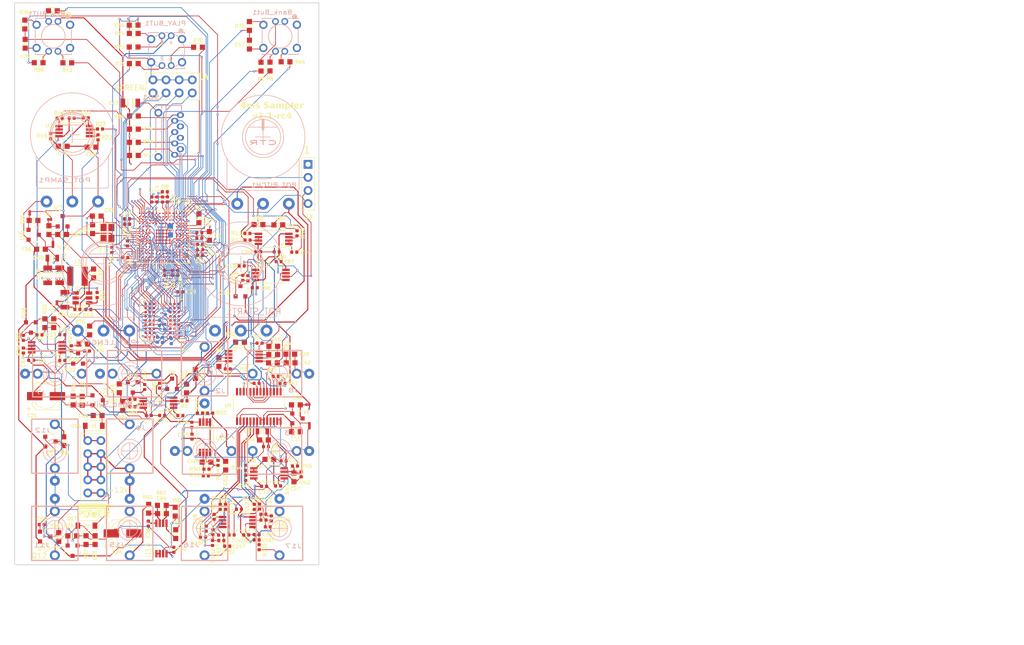
<source format=kicad_pcb>
(kicad_pcb (version 20240108) (generator "pcbnew") (generator_version "8.0")
  (layers (0 "F.Cu" signal) (1 "In1.Cu" signal) (2 "In2.Cu" signal) (31 "B.Cu" signal) (34 "B.Paste" user) (35 "F.Paste" user) (36 "B.SilkS" user "B.Silkscreen") (37 "F.SilkS" user "F.Silkscreen") (38 "B.Mask" user) (39 "F.Mask" user) (44 "Edge.Cuts" user))
  (net 0 "")
  (net 1 "GND")
  (net 2 "+3V3")
  (net 3 "/A4")
  (net 4 "GNDADC")
  (net 5 "/A5")
  (net 6 "Net-(Bank_But1-B)")
  (net 7 "+12V")
  (net 8 "-12VA")
  (net 9 "/A2")
  (net 10 "/A7")
  (net 11 "/A6")
  (net 12 "/D6")
  (net 13 "/D8")
  (net 14 "/A9")
  (net 16 "Net-(Bank_But1-POLE-A)")
  (net 18 "Net-(U1B--)")
  (net 19 "/D15")
  (net 20 "/D13")
  (net 21 "Net-(Bank_But1-G)")
  (net 22 "Net-(Bank_But1-R)")
  (net 23 "Net-(POT_PITCH1-Center)")
  (net 24 "VREF+")
  (net 25 "/D11")
  (net 26 "/D10")
  (net 27 "/D14")
  (net 28 "/D12")
  (net 29 "Net-(POT_SAMP1-Center)")
  (net 30 "/D0")
  (net 31 "/D1")
  (net 32 "/D3")
  (net 33 "/D5")
  (net 34 "/D19")
  (net 35 "/D18")
  (net 36 "/D7")
  (net 37 "/D17")
  (net 38 "/D16")
  (net 39 "/D9")
  (net 40 "/A0")
  (net 41 "/A1")
  (net 42 "/A3")
  (net 43 "/A8")
  (net 44 "Net-(J2-SIG)")
  (net 45 "Net-(U15B-+)")
  (net 46 "Net-(J7-SIG)")
  (net 47 "Net-(C46-Pad1)")
  (net 48 "Net-(U15B--)")
  (net 49 "Net-(POT_LENGTH1-Center)")
  (net 50 "Net-(J13-SIG)")
  (net 51 "Net-(PLAY_BUT1-B)")
  (net 52 "Net-(PLAY_BUT1-R)")
  (net 53 "Net-(PLAY_BUT1-G)")
  (net 55 "Net-(PLAY_BUT1-POLE-A)")
  (net 57 "Net-(U1A--)")
  (net 58 "Net-(REV_BUT1-R)")
  (net 59 "/D4")
  (net 62 "Net-(J6-SIG)")
  (net 63 "/VCOM")
  (net 64 "GNDA")
  (net 65 "Net-(POT_START1-Center)")
  (net 66 "Net-(U16A--)")
  (net 67 "Net-(C84-Pad2)")
  (net 68 "/NRST")
  (net 69 "+5V")
  (net 70 "/OSC_IN")
  (net 71 "Net-(U2B-VCAP_2)")
  (net 72 "Net-(U2B-VCAP_1)")
  (net 73 "Net-(U2B-VDD12OTGHS)")
  (net 74 "+3.3VADC")
  (net 75 "Net-(D24-AK)")
  (net 76 "Net-(R1-Pad1)")
  (net 77 "Net-(C48-Pad1)")
  (net 78 "Net-(U11B--)")
  (net 79 "/BOOT0")
  (net 80 "Net-(C52-Pad1)")
  (net 81 "Net-(U11A--)")
  (net 82 "Net-(U1B-+)")
  (net 83 "Net-(C57-Pad1)")
  (net 84 "Net-(U8B--)")
  (net 85 "Net-(U13-BST)")
  (net 86 "Net-(U13-SW)")
  (net 87 "Net-(D1-AK)")
  (net 88 "Net-(REV_BUT1-B)")
  (net 89 "Net-(D26-AK)")
  (net 90 "Net-(D22-AK)")
  (net 91 "Net-(U3B-+)")
  (net 92 "Net-(REV_BUT1-G)")
  (net 93 "/OSC_OUT")
  (net 94 "Net-(C90-Pad1)")
  (net 95 "Net-(U8A--)")
  (net 96 "Net-(D15-AK)")
  (net 97 "Net-(C147-Pad1)")
  (net 98 "Net-(U12B--)")
  (net 99 "Net-(U12B-+)")
  (net 100 "Net-(C149-Pad1)")
  (net 101 "Net-(U12A--)")
  (net 102 "Net-(U12A-+)")
  (net 103 "Net-(C152-Pad1)")
  (net 104 "Net-(C152-Pad2)")
  (net 105 "Net-(C153-Pad1)")
  (net 106 "Net-(C153-Pad2)")
  (net 107 "Net-(D16-A)")
  (net 108 "Net-(D17-K)")
  (net 109 "/SWDCLK")
  (net 110 "/SWDIO")
  (net 111 "/UART_TX")
  (net 112 "/UART_RX")
  (net 113 "/DEBUG2")
  (net 114 "/DEBUG3")
  (net 115 "Net-(J8-SIG)")
  (net 116 "Net-(J9-SIG)")
  (net 117 "Net-(J11-SIG)")
  (net 118 "Net-(J12-SIG)")
  (net 119 "Net-(J14-SIG)")
  (net 120 "Net-(J15-SIG)")
  (net 122 "Net-(J16-SIG)")
  (net 124 "Net-(J17-SIG)")
  (net 126 "Net-(U15A-+)")
  (net 127 "/ROUT+")
  (net 128 "/ROUT-")
  (net 129 "/LOUT+")
  (net 130 "/LOUT-")
  (net 131 "Net-(R16-Pad2)")
  (net 132 "Net-(R17-Pad2)")
  (net 133 "Net-(U3A--)")
  (net 134 "Net-(R20-Pad2)")
  (net 135 "Net-(U3B--)")
  (net 136 "Net-(U5A--)")
  (net 137 "Net-(U2B-OTG_HR_REXT)")
  (net 138 "Net-(U15A--)")
  (net 139 "Net-(REV_BUT1-POLE-A)")
  (net 140 "Net-(U10A--)")
  (net 141 "Net-(U8A-+)")
  (net 142 "/I2C1_SCL")
  (net 143 "/I2C1_SDA")
  (net 144 "Net-(U11A-+)")
  (net 145 "/RIN")
  (net 146 "/LIN")
  (net 147 "Net-(U13-FB)")
  (net 148 "Net-(U13-EN)")
  (net 149 "Net-(U5B--)")
  (net 150 "/SAI_SD_B")
  (net 151 "/SAI_MCLK")
  (net 152 "/SD-NBL1")
  (net 153 "/SD-NBL0")
  (net 154 "/SD-CKE1")
  (net 157 "/CODEC_RESET")
  (net 159 "/SAI_FS")
  (net 160 "/SAI_SCK")
  (net 161 "/SAI_SD_A")
  (net 164 "/SD-NCAS")
  (net 169 "/SD-D2")
  (net 174 "/SD-D3")
  (net 185 "/SD-A0")
  (net 193 "/SD-A2")
  (net 194 "/SD-A1")
  (net 196 "/SD-CLK")
  (net 197 "/SD-A3")
  (net 198 "/SD-A4")
  (net 199 "/SD-NWE")
  (net 200 "/SD-A5")
  (net 201 "/SD-BA1")
  (net 202 "/SD-BA0")
  (net 209 "/SD-D1")
  (net 210 "/SD-A12")
  (net 214 "/SD-A11")
  (net 215 "/SD-NE1")
  (net 218 "/SD-D0")
  (net 220 "/SD-A7")
  (net 221 "/SD-A10")
  (net 222 "/SD-D10")
  (net 226 "/SD-D15")
  (net 228 "/SD-A6")
  (net 229 "/SD-A9")
  (net 230 "/SD-D5")
  (net 231 "/SD-D6")
  (net 232 "/SD-D8")
  (net 233 "/SD-D11")
  (net 236 "/SD-D14")
  (net 237 "/SD-D13")
  (net 240 "/SD-NRAS")
  (net 241 "/SD-A8")
  (net 242 "/SD-D4")
  (net 243 "/SD-D7")
  (net 244 "/SD-D9")
  (net 245 "/SD-D12")
  (net 249 "Net-(U16B--)")
  (net 256 "Net-(U1A-+)")
  (net 257 "Net-(U3A-+)")
  (net 258 "Net-(U14A--)")
  (net 259 "Net-(U14B-+)")
  (net 260 "Net-(U16B-+)")
  (net 261 "Net-(U10B--)")
  (net 262 "Net-(D16-K)")
  (net 263 "Net-(Q11-G)")
  (net 264 "Net-(Q12-G)")
  (net 265 "Net-(D17-A)")
  (net 266 "Net-(JP4-B)")
  (net 267 "Net-(JP11-B)")
  (net 268 "Net-(JP2-B)")
  (net 269 "Net-(JP3-B)")
  (net 270 "/D2")
  (footprint "4ms_Diode:D_SOD-123" (layer "F.Cu") (at 15.348567 82.039922 180)
    (property "Reference" "D16")
    (property "Value" "B140HW-7")
  )
  (footprint "4ms_Capacitor:C_0402" (layer "F.Cu") (at 13.805215 22.305 180)
    (property "Reference" "C61")
    (property "Value" "100nF_0402_50V")
  )
  (footprint "4ms_Resistor:R_0603" (layer "F.Cu") (at 47.79 12.37 90)
    (property "Reference" "R3")
    (property "Value" "2k_0603")
  )
  (footprint "4ms_Capacitor:C_0402" (layer "F.Cu") (at 27.608715 38.133322 90)
    (property "Reference" "C1")
    (property "Value" "100nF_0402_16V")
  )
  (footprint "4ms_Resistor:R_0603" (layer "F.Cu") (at 50.1 69.83)
    (property "Reference" "R57")
    (property "Value" "33k_0603")
  )
  (footprint "4ms_Capacitor:C_0805" (layer "F.Cu") (at 48.05 83.05)
    (property "Reference" "C44")
    (property "Value" "22uF_0805_10V")
  )
  (footprint "4ms_Resistor:R_0603" (layer "F.Cu") (at 9.515215 85.02 -90)
    (property "Reference" "R59")
    (property "Value" "47k_0603")
  )
  (footprint "4ms_SolderJumper:JUMPER_SMD_1x2_tiny_shorted" (layer "F.Cu") (at 56.898567 77.914922 180)
    (property "Reference" "JP4" (hide yes))
    (property "Value" "JumpForCrystal" (hide yes))
  )
  (footprint "4ms_Package_SOT:SOT23-3_PO132" (layer "F.Cu") (at 16.099327 77.089922 -90)
    (property "Reference" "Q11")
    (property "Value" "Si2347")
  )
  (footprint "4ms_Resistor:R_0603" (layer "F.Cu") (at 31.140215 98.7 90)
    (property "Reference" "R61")
    (property "Value" "33k_0603")
  )
  (footprint "4ms_Package_SSOP:TSSOP-8_4.4x3mm_Pitch0.65mm" (layer "F.Cu") (at 44.46 68.54)
    (property "Reference" "U15")
    (property "Value" "TL072H")
  )
  (footprint "4ms_Capacitor:C_0603" (layer "F.Cu") (at 48.35 84.79)
    (property "Reference" "C45")
    (property "Value" "0.1uF_0603_16V")
  )
  (footprint "4ms_Resistor:R_0402" (layer "F.Cu") (at 55.575215 91.44025 -90)
    (property "Reference" "R42")
    (property "Value" "14k_0402")
  )
  (footprint "4ms_Capacitor:C_0603" (layer "F.Cu") (at 16.098567 80.039922 180)
    (property "Reference" "C25")
    (property "Value" "0.1uF_0603_16V")
  )
  (footprint "4ms_Capacitor:C_0603" (layer "F.Cu") (at 45.54 8.1 -90)
    (property "Reference" "C47")
    (property "Value" "0.1uF_0603_16V")
  )
  (footprint "4ms_Resistor:R_0402" (layer "F.Cu") (at 46.938352 104.179922 180)
    (property "Reference" "R161")
    (property "Value" "24k_0402")
  )
  (footprint "4ms_Capacitor:C_0603" (layer "F.Cu") (at 9.335215 27.815)
    (property "Reference" "C79")
    (property "Value" "0.1uF_0603_16V")
  )
  (footprint "4ms_Capacitor:C_0603" (layer "F.Cu") (at 3.663352 42.200682)
    (property "Reference" "C55")
    (property "Value" "2.2uF_0603_25V")
  )
  (footprint "NetTie:NetTie-2_SMD_Pad0.5mm" (layer "F.Cu") (at 7.433352 46.830682 -90)
    (property "Reference" "NT2")
    (property "Value" "NetTie_2" (hide yes))
  )
  (footprint "4ms_Capacitor:C_0402" (layer "F.Cu") (at 21.888715 46.663322 -90)
    (property "Reference" "C36")
    (property "Value" "100nF_0402_16V")
  )
  (footprint "4ms_Capacitor:C_0603" (layer "F.Cu") (at 51.143352 43.065362 180)
    (property "Reference" "C65")
    (property "Value" "0.1uF_0603_16V")
  )
  (footprint "4ms_Resistor:R_0603" (layer "F.Cu") (at 23.11 11.78)
    (property "Reference" "R71")
    (property "Value" "330Ω_0603")
  )
  (footprint "4ms_Resistor:R_0402" (layer "F.Cu") (at 37.922792 79.583408)
    (property "Reference" "R52")
    (property "Value" "1k_0402")
  )
  (footprint "4ms_Capacitor:C_0402" (layer "F.Cu") (at 46.576704 55.249844)
    (property "Reference" "C88")
    (property "Value" "100nF_0402_50V")
  )
  (footprint "4ms_Capacitor:CP_Elec_5x5.3" (layer "F.Cu") (at 20.953352 102.909922)
    (property "Reference" "C24")
    (property "Value" "47uF_5x5.3_16V" (hide yes))
  )
  (footprint "4ms_Resistor:R_0603" (layer "F.Cu") (at 23.1 5.94 180)
    (property "Reference" "R74")
    (property "Value" "10k_0603")
  )
  (footprint "4ms_Resistor:R_0402" (layer "F.Cu") (at 54.375215 89.84025 180)
    (property "Reference" "R55")
    (property "Value" "1k_0402")
  )
  (footprint "4ms_SolderJumper:JUMPER_SMD_1x2_tiny_shorted" (layer "F.Cu") (at 8.193352 58.184922 -90)
    (property "Reference" "JP2" (hide yes))
    (property "Value" "JumpForCrystal" (hide yes))
  )
  (footprint "4ms_Resistor:R_0402" (layer "F.Cu") (at 44.800215 92.14025 -90)
    (property "Reference" "R49")
    (property "Value" "1M_0402")
  )
  (footprint "4ms_Resistor:R_0402" (layer "F.Cu") (at 54.236704 48.355362)
    (property "Reference" "R41")
    (property "Value" "68Ω_0402")
  )
  (footprint "4ms_Capacitor:C_1206" (layer "F.Cu") (at 9.749845 57.58 90)
    (property "Reference" "C67")
    (property "Value" "22uF_1206_25V")
  )
  (footprint "4ms_Connector:Pins_2x04_2.54mm_TH" (layer "F.Cu") (at 30.64 16.21 90)
    (property "Reference" "J4")
    (property "Value" "Conn_02x04" (hide yes))
  )
  (footprint "4ms_Capacitor:C_0402" (layer "F.Cu") (at 35.938715 48.983322)
    (property "Reference" "C13")
    (property "Value" "100nF_0402_16V")
  )
  (footprint "4ms_Resistor:R_0402" (layer "F.Cu") (at 45.183352 46.019922 180)
    (property "Reference" "R12")
    (property "Value" "68Ω_0402")
  )
  (footprint "4ms_Resistor:R_0402" (layer "F.Cu") (at 54.773352 44.695362 -90)
    (property "Reference" "R40")
    (property "Value" "10k_0402")
  )
  (footprint "4ms_Resistor:R_0603" (layer "F.Cu") (at 33.345215 74.81 -90)
    (property "Reference" "R21")
    (property "Value" "100k_0603")
  )
  (footprint "4ms_Package_SOT:SOT23-3_PO132" (layer "F.Cu") (at 43.806704 55.929844)
    (property "Reference" "D15")
    (property "Value" "BAT54S")
  )
  (footprint "4ms_Capacitor:C_0402" (layer "F.Cu") (at 21.455215 49.4 180)
    (property "Reference" "C6")
    (property "Value" "100nF_0402_16V")
  )
  (footprint "4ms_Resistor:R_0402" (layer "F.Cu") (at 22.845215 76.9)
    (property "Reference" "R30")
    (property "Value" "10k_0402")
  )
  (footprint "4ms_Capacitor:C_0402" (layer "F.Cu") (at 48.75 86.08)
    (property "Reference" "C8")
    (property "Value" "100nF_0402_50V")
  )
  (footprint "4ms_Resistor:R_0402" (layer "F.Cu") (at 12.169845 59.46)
    (property "Reference" "R66")
    (property "Value" "100k_0402")
  )
  (footprint "4ms_Package_SOT:SOT23-3_PO132" (layer "F.Cu") (at 3.693352 44.990682 -90)
    (property "Reference" "U6")
    (property "Value" "NCP51460SN33")
  )
  (footprint "4ms_Resistor:R_0402" (layer "F.Cu") (at 44.918352 103.209922 180)
    (property "Reference" "R162")
    (property "Value" "10k_0402")
  )
  (footprint "4ms_Capacitor:C_0402" (layer "F.Cu") (at 26.025215 80.03)
    (property "Reference" "C73")
    (property "Value" "100nF_0402_50V")
  )
  (footprint "4ms_Capacitor:C_0603" (layer "F.Cu") (at 49.405215 88.54525 180)
    (property "Reference" "C90")
    (property "Value" "2.2uF_0603_25V")
  )
  (footprint "4ms_Package_SOT:SOT23-3_PO132" (layer "F.Cu") (at 22.915215 74.58 180)
    (property "Reference" "D24")
    (property "Value" "BAT54S")
  )
  (footprint "4ms_Resistor:R_0402" (layer "F.Cu") (at 14.285 59.48 180)
    (property "Reference" "R65")
    (property "Value" "31.6k_0402")
  )
  (footprint "4ms_Capacitor:C_0402" (layer "F.Cu") (at 51.223352 50.194922 180)
    (property "Reference" "C87")
    (property "Value" "100nF_0402_50V")
  )
  (footprint "4ms_Capacitor:C_0603" (layer "F.Cu") (at 15.915215 41.36 180)
    (property "Reference" "C22")
    (property "Value" "18pF_0603_50V")
  )
  (footprint "4ms_Resistor:R_0402" (layer "F.Cu") (at 36.543352 103.619922)
    (property "Reference" "R160")
    (property "Value" "24k_0402")
  )
  (footprint "4ms_Resistor:R_0402" (layer "F.Cu") (at 49.783352 99.999922 -90)
    (property "Reference" "R164")
    (property "Value" "24k_0402")
  )
  (footprint "4ms_Resistor:R_0402" (layer "F.Cu") (at 44.820215 90.17525 90)
    (property "Reference" "R44")
    (property "Value" "1k_0402")
  )
  (footprint "4ms_Capacitor:C_1206" (layer "F.Cu") (at 8.743352 52.829922 -90)
    (property "Reference" "C70")
    (property "Value" "22uF_1206_25V")
  )
  (footprint "4ms_Capacitor:C_0402" (layer "F.Cu") (at 47.233352 48.275362)
    (property "Reference" "C59")
    (property "Value" "100nF_0402_50V")
  )
  (footprint "4ms_Resistor:R_0402" (layer "F.Cu") (at 39.873352 97.759922 -90)
    (property "Reference" "R7")
    (property "Value" "10k_0402")
  )
  (footprint "4ms_Capacitor:C_0603" (layer "F.Cu") (at 47.293352 43.005362)
    (property "Reference" "C83")
    (property "Value" "0.1uF_0603_16V")
  )
  (footprint "4ms_Resistor:R_0603" (layer "F.Cu") (at 45.54 4.48 -90)
    (property "Reference" "R73")
    (property "Value" "10k_0603")
  )
  (footprint "4ms_Resistor:R_0402" (layer "F.Cu") (at 16.560215 24.475)
    (property "Reference" "R23")
    (property "Value" "68Ω_0402")
  )
  (footprint "4ms_Resistor:R_0402" (layer "F.Cu") (at 46.493352 97.769922 -90)
    (property "Reference" "R14")
    (property "Value" "10k_0402")
  )
  (footprint "4ms_Capacitor:C_0603" (layer "F.Cu") (at 54.175215 92.04025 -90)
    (property "Reference" "C57")
    (property "Value" "220pF_0603_25V")
  )
  (footprint "4ms_Capacitor:C_0603" (layer "F.Cu") (at 54.551347 77.975948 180)
    (property "Reference" "C49")
    (property "Value" "2.2uF_0603_25V")
  )
  (footprint "4ms_Resistor:R_0402" (layer "F.Cu") (at 45.246704 53.409844 -90)
    (property "Reference" "R18")
    (property "Value" "10k_0402")
  )
  (footprint "4ms_Capacitor:C_0603" (layer "F.Cu") (at 14.905215 27.985 180)
    (property "Reference" "C66")
    (property "Value" "0.1uF_0603_16V")
  )
  (footprint "4ms_Capacitor:C_0402" (layer "F.Cu") (at 50.833352 48.305362 180)
    (property "Reference" "C60")
    (property "Value" "100nF_0402_50V")
  )
  (footprint "4ms_Resistor:R_0603" (layer "F.Cu") (at 49.53 12.35 90)
    (property "Reference" "R5")
    (property "Value" "2k_0603")
  )
  (footprint "4ms_Package_SOT:SOT23-3_PO132" (layer "F.Cu") (at 30.525215 73.9)
    (property "Reference" "D1")
    (property "Value" "BAT54S")
  )
  (footprint "4ms_Capacitor:C_0402" (layer "F.Cu") (at 30.618715 52.383322 -90)
    (property "Reference" "C11")
    (property "Value" "100nF_0402_16V")
  )
  (footprint "4ms_Resistor:R_0402" (layer "F.Cu") (at 51.955 73.8225)
    (property "Reference" "R47")
    (property "Value" "4.7k_0402")
  )
  (footprint "4ms_Capacitor:C_0603" (layer "F.Cu") (at 15.598567 104.209922 -90)
    (property "Reference" "C20")
    (property "Value" "100nF_0603_16V")
  )
  (footprint "4ms_Capacitor:C_0603" (layer "F.Cu") (at 2.04 7.94 -90)
    (property "Reference" "C39")
    (property "Value" "0.1uF_0603_16V")
  )
  (footprint "4ms_Capacitor:C_0603" (layer "F.Cu") (at 11.171919 103.379844)
    (property "Reference" "C26")
    (property "Value" "0.1uF_0603_16V")
  )
  (footprint "4ms_Resistor:R_0603" (layer "F.Cu") (at 53.46 68.15 180)
    (property "Reference" "R29")
    (property "Value" "20k_0603")
  )
  (footprint "4ms_Capacitor:C_0603" (layer "F.Cu") (at 50.16 66.62)
    (property "Reference" "C46")
    (property "Value" "1nF_0603_50V")
  )
  (footprint "4ms_Resistor:R_0603" (layer "F.Cu") (at 13.848567 104.209922 -90)
    (property "Reference" "R37")
    (property "Value" "1M_0603")
  )
  (footprint "4ms_Resistor:R_0603" (layer "F.Cu") (at 23.128567 24.499922)
    (property "Reference" "R79")
    (property "Value" "33k_0603")
  )
  (footprint "4ms_Capacitor:C_0603" (layer "F.Cu") (at 35.738715 41.793322 90)
    (property "Reference" "C2")
    (property "Value" "2.2uF_0603_25V")
  )
  (footprint "4ms_Resistor:R_0402" (layer "F.Cu") (at 50.633352 72.469922)
    (property "Reference" "R48")
    (property "Value" "4.7k_0402")
  )
  (footprint "4ms_Crystal:FA-238" (layer "F.Cu") (at 18.005215 44.64 -90)
    (property "Reference" "Y1")
    (property "Value" "16MHz_18pF_FA238" (hide yes))
  )
  (footprint "4ms_Resistor:R_0603" (layer "F.Cu") (at 4.65 11.61)
    (property "Reference" "R68")
    (property "Value" "2k_0603")
  )
  (footprint "4ms_Capacitor:C_0402" (layer "F.Cu") (at 47.505 66.01 180)
    (property "Reference" "C35")
    (property "Value" "100nF_0402_50V")
  )
  (footprint "4ms_Package_SOT:SOT23-3_PO132" (layer "F.Cu") (at 12.31 68.98)
    (property "Reference" "D22")
    (property "Value" "BAT54S")
  )
  (footprint "4ms_Capacitor:C_0402" (layer "F.Cu") (at 21.828715 42.943322 180)
    (property "Reference" "C17")
    (property "Value" "100nF_0402_16V")
  )
  (footprint "4ms_Resistor:R_0603" (layer "F.Cu") (at 23.128567 21.949922)
    (property "Reference" "R80")
    (property "Value" "33k_0603")
  )
  (footprint "4ms_Capacitor:C_0402" (layer "F.Cu") (at 9.245 64.36 180)
    (property "Reference" "C64")
    (property "Value" "100nF_0402_50V")
  )
  (footprint "4ms_Capacitor:C_0402" (layer "F.Cu") (at 34.368352 81.849922 -90)
    (property "Reference" "C76")
    (property "Value" "100nF_0402_50V")
  )
  (footprint "4ms_Capacitor:C_0603" (layer "F.Cu") (at 53.53 69.82 180)
    (property "Reference" "C42")
    (property "Value" "0.1uF_0603_16V")
  )
  (footprint "4ms_Package_SSOP:TSSOP-8_4.4x3mm_Pitch0.65mm" (layer "F.Cu") (at 27.885215 77.56 180)
    (property "Reference" "U10")
    (property "Value" "TL072H")
  )
  (footprint "4ms_Capacitor:C_0402" (layer "F.Cu") (at 48.237184 99.199922 180)
    (property "Reference" "C150")
    (property "Value" "180pF_0402_25V")
  )
  (footprint "4ms_Resistor:R_0402" (layer "F.Cu") (at 32.145215 80.06)
    (property "Reference" "R2")
    (property "Value" "68Ω_0402")
  )
  (footprint "4ms_Resistor:R_0402" (layer "F.Cu") (at 37.203352 90.449922 180)
    (property "Reference" "R50")
    (property "Value" "14k_0402")
  )
  (footprint "4ms_Resistor:R_0402" (layer "F.Cu") (at 41.226704 105.399844 180)
    (property "Reference" "R152")
    (property "Value" "1k_0402")
  )
  (footprint "4ms_Connector:Pins_1x04_2.54mm_TH_SWD" (layer "F.Cu") (at 56.91 35.13)
    (property "Reference" "J3")
    (property "Value" "Conn_01x04" (hide yes))
  )
  (footprint "4ms_Resistor:R_0402" (layer "F.Cu") (at 45.141648 44.721842)
    (property "Reference" "R11")
    (property "Value" "10k_0402")
  )
  (footprint "4ms_Package_SOT:TSOT-23-6" (layer "F.Cu") (at 13.14 57.24)
    (property "Reference" "U13" (hide yes))
    (property "Value" "AP62200WU-7")
  )
  (footprint "4ms_Resistor:R_0603" (layer "F.Cu") (at 13.32 66.18 180)
    (property "Reference" "R20")
    (property "Value" "47k_0603")
  )
  (footprint "4ms_Capacitor:C_0603" (layer "F.Cu") (at 54.541995 83.1825)
    (property "Reference" "C51")
    (property "Value" "10uF_0603_10V")
  )
  (footprint "4ms_Resistor:R_0402" (layer "F.Cu") (at 37.083352 91.719922)
    (property "Reference" "R51")
    (property "Value" "100k_0402")
  )
  (footprint "4ms_SolderJumper:JUMPER_SMD_1x2_tiny_shorted" (layer "F.Cu") (at 2.918352 40.740682 -90)
    (property "Reference" "JP11" (hide yes))
    (property "Value" "JumpForCrystal" (hide yes))
  )
  (footprint "Package_BGA:UFBGA-201_10x10mm_Layout15x15_P0.65mm" (layer "F.Cu") (at 28.798715 45.383322)
    (property "Reference" "U2")
    (property "Value" "STM32F746IE")
  )
  (footprint "4ms_Package_SSOP:TSSOP-8_4.4x3mm_Pitch0.65mm" (layer "F.Cu") (at 36.928352 84.269922 -90)
    (property "Reference" "U11")
    (property "Value" "TL072H" (hide yes))
  )
  (footprint "4ms_Resistor:R_0402" (layer "F.Cu") (at 16.165215 26.085 90)
    (property "Reference" "R22")
    (property "Value" "10k_0402")
  )
  (footprint "4ms_Capacitor:C_0402" (layer "F.Cu") (at 29.628715 38.123322 90)
    (property "Reference" "C3")
    (property "Value" "100nF_0402_16V")
  )
  (footprint "4ms_Capacitor:C_0402" (layer "F.Cu") (at 25.920215 101 -90)
    (property "Reference" "C38")
    (property "Value" "100nF_0402_50V")
  )
  (footprint "4ms_Package_SSOP:TSSOP-8_4.4x3mm_Pitch0.65mm" (layer "F.Cu") (at 43.283352 100.699922 180)
    (property "Reference" "U12")
    (property "Value" "TL072H")
  )
  (footprint "4ms_Capacitor:C_0402" (layer "F.Cu") (at 48.385215 93.78525)
    (property "Reference" "C72")
    (property "Value" "100nF_0402_50V")
  )
  (footprint "4ms_Resistor:R_0603" (layer "F.Cu") (at 20.965215 78.21 90)
    (property "Reference" "R24")
    (property "Value" "100k_0603")
  )
  (footprint "4ms_Capacitor:C_0603" (layer "F.Cu") (at 40.928352 89.769922 90)
    (property "Reference" "C52")
    (property "Value" "2.2uF_0603_25V")
  )
  (footprint "4ms_Resistor:R_0603" (layer "F.Cu") (at 23.128567 29.599922)
    (property "Reference" "R77")
    (property "Value" "33k_0603")
  )
  (footprint "4ms_Capacitor:C_0603" (layer "F.Cu") (at 15.316 52.486 90)
    (property "Reference" "C58")
    (property "Value" "0.1uF_0603_16V")
  )
  (footprint "4ms_Capacitor:C_0402" (layer "F.Cu") (at 35.828715 45.613322)
    (property "Reference" "C9")
    (property "Value" "100nF_0402_16V")
  )
  (footprint "4ms_Capacitor:C_0402" (layer "F.Cu") (at 32.1316 56.053322)
    (property "Reference" "C29")
    (property "Value" "100nF_0402_16V")
  )
  (footprint "4ms_Capacitor:CP_Elec_5x5.3" (layer "F.Cu") (at 6.098567 76.289922)
    (property "Reference" "C21")
    (property "Value" "47uF_5x5.3_16V" (hide yes))
  )
  (footprint "4ms_Capacitor:C_0402" (layer "F.Cu") (at 44.246704 53.339844 90)
    (property "Reference" "C97")
    (property "Value" "10nF_0402_16V")
  )
  (footprint "4ms_Resistor:R_0603" (layer "F.Cu") (at 10.21 11.63 180)
    (property "Reference" "R13")
    (property "Value" "2k_0603")
  )
  (footprint "4ms_Resistor:R_0603" (layer "F.Cu") (at 14.55 63.54 -90)
    (property "Reference" "R26")
    (property "Value" "100k_0603")
  )
  (footprint "4ms_Capacitor:C_0402" (layer "F.Cu") (at 21.803715 41.883322 180)
    (property "Reference" "C18")
    (property "Value" "100nF_0402_16V")
  )
  (footprint "4ms_Resistor:R_0603" (layer "F.Cu") (at 11.348567 77.139922 90)
    (property "Reference" "R31")
    (property "Value" "1M_0603")
  )
  (footprint "4ms_Capacitor:C_0603" (layer "F.Cu") (at 23.08 4.32)
    (property "Reference" "C54")
    (property "Value" "0.1uF_0603_16V")
  )
  (footprint "4ms_Capacitor:C_0402" (layer "F.Cu") (at 31.658715 52.373322 -90)
    (property "Reference" "C10")
    (property "Value" "100nF_0402_16V")
  )
  (footprint "4ms_Resistor:R_0402" (layer "F.Cu") (at 4.82 64.4 180)
    (property "Reference" "R33")
    (property "Value" "10k_0402")
  )
  (footprint "4ms_Resistor:R_0603" (layer "F.Cu") (at 25.990215 98.13 90)
    (property "Reference" "R63")
    (property "Value" "1k_0603")
  )
  (footprint "4ms_Package_SSOP:TSSOP-8_4.4x3mm_Pitch0.65mm" (layer "F.Cu") (at 28.470215 103.89 90)
    (property "Reference" "U16")
    (property "Value" "TL072H")
  )
  (footprint "4ms_Capacitor:C_0402" (layer "F.Cu") (at 5.235215 101.2 180)
    (property "Reference" "C19")
    (property "Value" "10nF_0402_16V")
  )
  (footprint "4ms_Resistor:R_0402" (layer "F.Cu") (at 22.850215 78.33 180)
    (property "Reference" "R81")
    (property "Value" "68Ω_0402")
  )
  (footprint "4ms_Capacitor:C_0402" (layer "F.Cu") (at 11.055215 22.365)
    (property "Reference" "C62")
    (property "Value" "100nF_0402_50V")
  )
  (footprint "4ms_Resistor:R_0402" (layer "F.Cu") (at 38.487184 102.679922 -90)
    (property "Reference" "R158")
    (property "Value" "10k_0402")
  )
  (footprint "4ms_Capacitor:C_0402" (layer "F.Cu") (at 35.828715 44.573322)
    (property "Reference" "C14")
    (property "Value" "100nF_0402_16V")
  )
  (footprint "4ms_Capacitor:C_0402" (layer "F.Cu") (at 38.377184 104.769922 -90)
    (property "Reference" "C152")
    (property "Value" "820pF_0402_10v")
  )
  (footprint "4ms_Package_SSOP:TSSOP-8_4.4x3mm_Pitch0.65mm" (layer "F.Cu") (at 50.243352 45.779922 180)
    (property "Reference" "U1")
    (property "Value" "TL072H")
  )
  (footprint "4ms_Resistor:R_0603" (layer "F.Cu") (at 39.61 69.66 90)
    (property "Reference" "R9")
    (property "Value" "1k_0603")
  )
  (footprint "4ms_Resistor:R_0603" (layer "F.Cu") (at 52.54 11.43 180)
    (property "Reference" "R64")
    (property "Value" "2k_0603")
  )
  (footprint "4ms_Resistor:R_0402" (layer "F.Cu") (at 15.999845 56.67 90)
    (property "Reference" "R67")
    (property "Value" "10.2k_0402")
  )
  (footprint "4ms_Resistor:R_0402" (layer "F.Cu") (at 35.968715 46.843322 180)
    (property "Reference" "R4")
    (property "Value" "3k_0402")
  )
  (footprint "4ms_Package_SOT:SOT23-3_PO132" (layer "F.Cu") (at 9.3 42.36)
    (property "Reference" "V2")
    (property "Value" "AP7384-33")
  )
  (footprint "4ms_Resistor:R_0402" (layer "F.Cu") (at 10.99 67 -90)
    (property "Reference" "R27")
    (property "Value" "10k_0402")
  )
  (footprint "4ms_Capacitor:C_0402" (layer "F.Cu") (at 26.568715 38.143322 90)
    (property "Reference" "C7")
    (property "Value" "100nF_0402_16V")
  )
  (footprint "4ms_Capacitor:C_0402" (layer "F.Cu") (at 43.503352 98.219922 180)
    (property "Reference" "C78")
    (property "Value" "100nF_0402_50V")
  )
  (footprint "4ms_Resistor:R_0603" (layer "F.Cu") (at 7.41 1.54 180)
    (property "Reference" "R35")
    (property "Value" "2k_0603")
  )
  (footprint "4ms_Resistor:R_0402" (layer "F.Cu") (at 1.7 67.44 -90)
    (property "Reference" "R34")
    (property "Value" "68Ω_0402")
  )
  (footprint "4ms_Resistor:R_0603" (layer "F.Cu") (at 50.15 68.23)
    (property "Reference" "R56")
    (property "Value" "33k_0603")
  )
  (footprint "4ms_Capacitor:C_0402" (layer "F.Cu") (at 1.69 64.98 -90)
    (property "Reference" "C85")
    (property "Value" "10nF_0402_16V")
  )
  (footprint "4ms_Capacitor:C_0603" (layer "F.Cu") (at 37.223352 89.089922 180)
    (property "Reference" "C48")
    (property "Value" "220pF_0603_25V")
  )
  (footprint "4ms_Resistor:R_0603" (layer "F.Cu") (at 1.97 4.2 90)
    (property "Reference" "R36")
    (property "Value" "10k_0603")
  )
  (footprint "4ms_Resistor:R_0402" (layer "F.Cu") (at 38.673352 99.709922 90)
    (property "Reference" "R159")
    (property "Value" "10k_0402")
  )
  (footprint "4ms_Capacitor:C_0402" (layer "F.Cu") (at 28.688715 38.143322 90)
    (property "Reference" "C50")
    (property "Value" "100nF_0402_16V")
  )
  (footprint "Inductor_SMD:L_Taiyo-Yuden_NR-40xx" (layer "F.Cu") (at 12.19 53.03 180)
    (property "Reference" "L1")
    (property "Value" "4.7uH_1.2A_40xx")
  )
  (footprint "4ms_Capacitor:C_0402" (layer "F.Cu") (at 29.058715 52.383322 -90)
    (property "Reference" "C12")
    (property "Value" "100nF_0402_16V")
  )
  (footprint "NetTie:NetTie-2_SMD_Pad0.5mm" (layer "F.Cu") (at 57.168567 82.029922 -90)
    (property "Reference" "NT1" (hide yes))
    (property "Value" "NetTie_2")
  )
  (footprint "4ms_Resistor:R_0402" (layer "F.Cu") (at 40.913352 97.739922 -90)
    (property "Reference" "R6")
    (property "Value" "10k_0402")
  )
  (footprint "4ms_Resistor:R_0402" (layer "F.Cu") (at 29.135215 36.64 180)
    (property "Reference" "R8")
    (property "Value" "10k_0402")
  )
  (footprint "4ms_Resistor:R_0603" (layer "F.Cu") (at 31.235215 103.05 -90)
    (property "Reference" "R60")
    (property "Value" "10k_0603")
  )
  (footprint "4ms_Package_SSOP:TSSOP-8_4.4x3mm_Pitch0.65mm" (layer "F.Cu") (at 11.575215 24.89)
    (property "Reference" "U3")
    (property "Value" "TL072H")
  )
  (footprint "4ms_Resistor:R_0603" (layer "F.Cu") (at 35.055215 72.01 -90)
    (property "Reference" "R15")
    (property "Value" "47k_0603")
  )
  (footprint "4ms_Capacitor:C_0402" (layer "F.Cu") (at 18.838567 47.959922 90)
    (property "Reference" "C15")
    (property "Value" "100nF_0402_16V")
  )
  (footprint "4ms_Connector:Pins_2x05_2.54mm_TH_EurorackPower" (layer "F.Cu") (at 15.455215 89.99)
    (property "Reference" "J10")
    (property "Value" "Eurorack_Power_10pin_Unshrouded")
  )
  (footprint "4ms_Capacitor:C_0402" (layer "F.Cu") (at 42.088352 103.219922)
    (property "Reference" "C77")
    (property "Value" "100nF_0402_50V")
  )
  (footprint "4ms_Resistor:R_0402" (layer "F.Cu") (at 40.082184 104.289922 180)
    (property "Reference" "R157")
    (property "Value" "24k_0402")
  )
  (footprint "4ms_Capacitor:C_0402" (layer "F.Cu") (at 28.115215 74.25 -90)
    (property "Reference" "C82")
    (property "Value" "10nF_0402_16V")
  )
  (footprint "4ms_Capacitor:C_0402" (layer "F.Cu") (at 46.938352 103.139922 180)
    (property "Reference" "C149")
    (property "Value" "180pF_0402_25V")
  )
  (footprint "4ms_Capacitor:C_0402" (layer "F.Cu") (at 14.03 67.53)
    (property "Reference" "C86")
    (property "Value" "10nF_0402_16V")
  )
  (footprint "4ms_Resistor:R_0402" (layer "F.Cu") (at 39.448352 89.224922 -90)
    (property "Reference" "R54")
    (property "Value" "1k_0402")
  )
  (footprint "4ms_Capacitor:C_0603" (layer "F.Cu") (at 5.104785 47.79)
    (property "Reference" "C56")
    (property "Value" "10uF_0603_10V")
  )
  (footprint "4ms_Resistor:R_0603" (layer "F.Cu") (at 5.86 62.14 -90)
    (property "Reference" "R25")
    (property "Value" "100k_0603")
  )
  (footprint "4ms_Package_SOT:SOT23-3_PO132" (layer "F.Cu") (at 6.935215 85.11 -90)
    (property "Reference" "D3")
    (property "Value" "BAT54S")
  )
  (footprint "4ms_Resistor:R_0402" (layer "F.Cu") (at 9.245 69.38)
    (property "Reference" "R28")
    (property "Value" "68Ω_0402")
  )
  (footprint "4ms_Capacitor:C_1206" (layer "F.Cu") (at 6.408404 52.851544 -90)
    (property "Reference" "C68")
    (property "Value" "22uF_1206_25V")
  )
  (footprint "4ms_Package_SOT:SOT23-3_PO132" (layer "F.Cu") (at 5.925215 103.52 -90)
    (property "Reference" "D7")
    (property "Value" "BAT54S")
  )
  (footprint "4ms_Package_SSOP:TSSOP-8_4.4x3mm_Pitch0.65mm" (layer "F.Cu") (at 6.25 66.82 180)
    (property "Reference" "U5")
    (property "Value" "TL072H")
  )
  (footprint "4ms_Capacitor:C_0402" (layer "F.Cu") (at 35.938715 47.913322)
    (property "Reference" "C53")
    (property "Value" "100nF_0402_16V")
  )
  (footprint "4ms_Package_SOT:SOT23-3_PO132" (layer "F.Cu") (at 3.15 62.97 180)
    (property "Reference" "D26")
    (property "Value" "BAT54S")
  )
  (footprint "4ms_Resistor:R_0402" (layer "F.Cu") (at 7.005215 25.85 90)
    (property "Reference" "R45")
    (property "Value" "10k_0402")
  )
  (footprint "4ms_Resistor:R_0603" (layer "F.Cu") (at 7.58 62.14 -90)
    (property "Reference" "R17")
    (property "Value" "47k_0603")
  )
  (footprint "4ms_Package_QFP:BGA-54_8.0x8.0mm_P0.8" (layer "F.Cu") (at 28.6116 61.603322 180)
    (property "Reference" "U4")
    (property "Value" "SDRAM_IS42S16400J-6BLI-TR")
  )
  (footprint "4ms_Capacitor:C_0402" (layer "F.Cu") (at 30.865215 106.09 90)
    (property "Reference" "C40")
    (property "Value" "100nF_0402_50V")
  )
  (footprint "4ms_Diode:D_SOD-123" (layer "F.Cu") (at 13.915215 101.41 180)
    (property "Reference" "D17")
    (property "Value" "B140HW-7")
  )
  (footprint "4ms_Capacitor:C_0402" (layer "F.Cu") (at 52.175215 88.84025 180)
    (property "Reference" "C71")
    (property "Value" "100nF_0402_50V")
  )
  (footprint "4ms_Capacitor:C_0603" (layer "F.Cu") (at 13.098567 77.189922 90)
    (property "Reference" "C16")
    (property "Value" "100nF_0603_16V")
  )
  (footprint "4ms_Capacitor:C_0603" (layer "F.Cu") (at 28.580215 99.08 180)
    (property "Reference" "C84")
    (property "Value" "100pF_0603_50V")
  )
  (footprint "4ms_Resistor:R_0402" (layer "F.Cu") (at 32.945215 77.18 180)
    (property "Reference" "R1")
    (property "Value" "10k_0402")
  )
  (footprint "4ms_Resistor:R_0402" (layer "F.Cu") (at 8.730215 22.395)
    (property "Reference" "R46")
    (property "Value" "68Ω_0402")
  )
  (footprint "4ms_Capacitor:C_1206" (layer "F.Cu") (at 22.438567 19.429922)
    (property "Reference" "C43")
    (property "Value" "4.7uF_1206_lowESR")
  )
  (footprint "4ms_Resistor:R_0603" (layer "F.Cu") (at 8.545215 103.61 90)
    (property "Reference" "R58")
    (property "Value" "47k_0603")
  )
  (footprint "4ms_Capacitor:C_0603" (layer "F.Cu") (at 6.65 44.08 -90)
    (property "Reference" "C81")
    (property "Value" "2.2uF_0603_25V")
  )
  (footprint "4ms_Package_SSOP:TSSOP-8_4.4x3mm_Pitch0.65mm" (layer "F.Cu") (at 49.325215 91.26525)
    (property "Reference" "U8")
    (property "Value" "TL072H")
  )
  (footprint "4ms_Resistor:R_0603" (layer "F.Cu") (at 23.08 8.56 180)
    (property "Reference" "R75")
    (property "Value" "330Ω_0603")
  )
  (footprint "4ms_Resistor:R_0603" (layer "F.Cu") (at 43.71 65.82)
    (property "Reference" "R32")
    (property "Value" "100k_0603")
  )
  (footprint "4ms_Capacitor:C_0402" (layer "F.Cu") (at 46.92 73.79 180)
    (property "Reference" "C41")
    (property "Value" "100nF_0402_16V")
  )
  (footprint "4ms_Capacitor:C_0603" (layer "F.Cu") (at 9.21 44.93 180)
    (property "Reference" "C80")
    (property "Value" "10uF_0603_10V")
  )
  (footprint "4ms_Package_SOT:SOT23-3_PO132" (layer "F.Cu") (at 11.228567 106.269922 180)
    (property "Reference" "Q12")
    (property "Value" "Si2318")
  )
  (footprint "4ms_Capacitor:C_0402" (layer "F.Cu") (at 49.118352 101.639922 180)
    (property "Reference" "C153")
    (property "Value" "820pF_0402_10v")
  )
  (footprint "4ms_SolderJumper:JUMPER_SMD_1x2_tiny_shorted" (layer "F.Cu") (at 6.797952 42.015682 180)
    (property "Reference" "JP3" (hide yes))
    (property "Value" "JumpForCrystal" (hide yes))
  )
  (footprint "4ms_Package_SOT:SOT23-3_PO132" (layer "F.Cu") (at 54.851995 80.6025 -90)
    (property "Reference" "V1")
    (property "Value" "AP2120N-5.0TRG1")
  )
  (footprint "4ms_Capacitor:C_0402" (layer "F.Cu") (at 34.398352 84.149922 90)
    (property "Reference" "C75")
    (property "Value" "100nF_0402_50V")
  )
  (footprint "4ms_Capacitor:C_0402" (layer "F.Cu") (at 25.215215 74.51 90)
    (property "Reference" "C34")
    (property "Value" "10nF_0402_16V")
  )
  (footprint "4ms_Capacitor:C_0603" (layer "F.Cu") (at 15.115215 43.9 90)
    (property "Reference" "C23")
    (property "Value" "18pF_0603_50V")
  )
  (footprint "4ms_Resistor:R_0402" (layer "F.Cu") (at 51.105215 93.71525 180)
    (property "Reference" "R43")
    (property "Value" "100k_0402")
  )
  (footprint "4ms_Capacitor:C_0805" (layer "F.Cu") (at 7.303352 49.499922)
    (property "Reference" "C69")
    (property "Value" "10uF_0805_25V")
  )
  (footprint "4ms_Capacitor:C_0402" (layer "F.Cu") (at 37.153352 101.989922 90)
    (property "Reference" "C148")
    (property "Value" "180pF_0402_25V")
  )
  (footprint "4ms_Resistor:R_0603" (layer "F.Cu") (at 20.295215 74.77 -90)
    (property "Reference" "R16")
    (property "Value" "47k_0603")
  )
  (footprint "Package_SO:TSSOP-28_4.4x9.7mm_P0.65mm" (layer "F.Cu") (at 47.36 78.28 -90)
    (property "Reference" "U9")
    (property "Value" "PCM3060PW")
  )
  (footprint "4ms_Resistor:R_0402" (layer "F.Cu") (at 44.056704 51.029844 180)
    (property "Reference" "R19")
    (property "Value" "68Ω_0402")
  )
  (footprint "4ms_Capacitor:C_0402" (layer "F.Cu") (at 28.615215 80.03 180)
    (property "Reference" "C74")
    (property "Value" "100nF_0402_50V")
  )
  (footprint "4ms_Resistor:R_0603" (layer "F.Cu") (at 23.128567 27.049922)
    (property "Reference" "R78")
    (property "Value" "33k_0603")
  )
  (footprint "4ms_Resistor:R_0603" (layer "F.Cu") (at 35.57 8.61 180)
    (property "Reference" "R70")
    (property "Value" "330Ω_0603")
  )
  (footprint "4ms_Resistor:R_0402" (layer "F.Cu") (at 48.257184 100.329922)
    (property "Reference" "R163")
    (property "Value" "10k_0402")
  )
  (footprint "4ms_Capacitor:C_0603" (layer "F.Cu") (at 37.768715 45.203322 -90)
    (property "Reference" "C5")
    (property "Value" "2.2uF_0603_25V")
  )
  (footprint "4ms_Resistor:R_0402" (layer "F.Cu") (at 47.493352 97.699922 -90)
    (property "Reference" "R10")
    (property "Value" "10k_0402")
  )
  (footprint "4ms_Resistor:R_0603" (layer "F.Cu") (at 28.550215 97.47 180)
    (property "Reference" "R62")
    (property "Value" "47k_0603")
  )
  (footprint "4ms_Capacitor:C_0402" (layer "F.Cu") (at 3.195 69.32)
    (property "Reference" "C63")
    (property "Value" "100nF_0402_50V")
  )
  (footprint "4ms_Resistor:R_0402" (layer "F.Cu") (at 47.416704 105.589844 90)
    (property "Reference" "R153")
    (property "Value" "1k_0402")
  )
  (footprint "4ms_Capacitor:C_0402" (layer "F.Cu") (at 41.335 71.01)
    (property "Reference" "C37")
    (property "Value" "100nF_0402_50V")
  )
  (footprint "4ms_Package_SSOP:TSSOP-8_4.4x3mm_Pitch0.65mm" (layer "F.Cu") (at 49.673352 52.769922)
    (property "Reference" "U14")
    (property "Value" "TL072H")
  )
  (footprint "4ms_Capacitor:C_0402" (layer "F.Cu") (at 40.037184 103.229922 180)
    (property "Reference" "C147")
    (property "Value" "180pF_0402_25V")
  )
  (footprint "4ms_Resistor:R_0402" (layer "F.Cu") (at 35.952792 79.573408 180)
    (property "Reference" "R53")
    (property "Value" "1M_0402")
  )
  (footprint "4ms_Jack:EighthInch_PJ398SM" (layer "B.Cu") (at 7.794 86.931 -90)
    (property "Reference" "J12")
    (property "Value" "3.5mm_Mono_Switched" (hide yes))
  )
  (footprint "4ms_Jack:EighthInch_PJ398SM" (layer "B.Cu") (at 36.842 101.96 90)
    (property "Reference" "J16")
    (property "Value" "3.5mm_Mono_Switched" (hide yes))
  )
  (footprint "4ms_Jack:EighthInch_PJ398SM" (layer "B.Cu") (at 51.37 101.96 90)
    (property "Reference" "J17")
    (property "Value" "3.5mm_Mono_Switched" (hide yes))
  )
  (footprint "4ms_Capacitor:C_0402" (layer "B.Cu") (at 30.3781 65.61 -90)
    (property "Reference" "C30")
    (property "Value" "100nF_0402_16V")
  )
  (footprint "4ms_Switch:Button_RgbLED_SPST_TC002" (layer "B.Cu") (at 51.5 6.5 180)
    (property "Reference" "Bank_But1")
    (property "Value" "Button_SPST_RGB_5.4mmCap" (hide yes))
  )
  (footprint "4ms_Connector_Card:CardSlot_MicroSD_YamaichiPJS008U-3000" (layer "B.Cu") (at 29.427 26.019 90)
    (property "Reference" "SD1")
    (property "Value" "microSDCon_Vert_TH_PJS008U-3000")
  )
  (footprint "4ms_Capacitor:C_0603" (layer "B.Cu") (at 30.228715 44.153322 90)
    (property "Reference" "C4")
    (property "Value" "2.2uF_0603_25V")
  )
  (footprint "4ms_Potentiometer:Pot_16mm_NoDet_RV16AF-4A" (layer "B.Cu") (at 17.24 50.622 180)
    (property "Reference" "POT_LENGTH1")
    (property "Value" "16mm_NoDet_10k" (hide yes))
  )
  (footprint "4ms_Jack:EighthInch_PJ398SM" (layer "B.Cu") (at 36.843 71.935 -90)
    (property "Reference" "J2")
    (property "Value" "3.5mm_Mono_Switched" (hide yes))
  )
  (footprint "4ms_Potentiometer:Pot_16mm_CtrDet_RV16AF-4A" (layer "B.Cu") (at 48.18 26.019 180)
    (property "Reference" "POT_PITCH1")
    (property "Value" "16mm_CtrDet_10k" (hide yes))
  )
  (footprint "4ms_Jack:EighthInch_PJ398SM" (layer "B.Cu") (at 7.794 71.935 180)
    (property "Reference" "J7")
    (property "Value" "3.5mm_Mono_Switched" (hide yes))
  )
  (footprint "4ms_Capacitor:C_0402" (layer "B.Cu") (at 28.665528 65.395546 -90)
    (property "Reference" "C32")
    (property "Value" "100nF_0402_16V")
  )
  (footprint "4ms_Jack:EighthInch_PJ398SM" (layer "B.Cu") (at 22.315 101.96 90)
    (property "Reference" "J15")
    (property "Value" "3.5mm_Mono_Switched" (hide yes))
  )
  (footprint "4ms_Switch:Button_RgbLED_SPST_TC002" (layer "B.Cu") (at 7.5 6.5 180)
    (property "Reference" "REV_BUT1")
    (property "Value" "Button_SPST_RGB_5.4mmCap" (hide yes))
  )
  (footprint "4ms_Capacitor:C_0402" (layer "B.Cu") (at 29.101392 62.83929 -90)
    (property "Reference" "C28")
    (property "Value" "100nF_0402_16V")
  )
  (footprint "4ms_Capacitor:C_0402" (layer "B.Cu") (at 28.085392 62.074242 90)
    (property "Reference" "C33")
    (property "Value" "100nF_0402_16V")
  )
  (footprint "4ms_Jack:EighthInch_PJ398SM" (layer "B.Cu") (at 22.315 86.931 -90)
    (property "Reference" "J9")
    (property "Value" "3.5mm_Mono_Switched" (hide yes))
  )
  (footprint "4ms_Jack:EighthInch_PJ398SM" (layer "B.Cu") (at 51.369 71.935)
    (property "Reference" "J8")
    (property "Value" "3.5mm_Mono_Switched" (hide yes))
  )
  (footprint "4ms_Jack:EighthInch_PJ398SM" (layer "B.Cu") (at 7.794 101.96 90)
    (property "Reference" "J11")
    (property "Value" "3.5mm_Mono_Switched" (hide yes))
  )
  (footprint "4ms_Jack:EighthInch_PJ398SM" (layer "B.Cu") (at 51.369 86.931)
    (property "Reference" "J13")
    (property "Value" "3.5mm_Mono_Switched" (hide yes))
  )
  (footprint "4ms_Jack:EighthInch_PJ398SM" (layer "B.Cu") (at 22.315 71.935 180)
    (property "Reference" "J6")
    (property "Value" "3.5mm_Mono_Switched")
  )
  (footprint "4ms_Jack:EighthInch_PJ398SM" (layer "B.Cu") (at 36.842 86.931 180)
    (property "Reference" "J14")
    (property "Value" "3.5mm_Mono_Switched" (hide yes))
  )
  (footprint "4ms_Switch:Button_RgbLED_SPST_PB615303HL-7mm" (layer "B.Cu") (at 29.469 9.271 180)
    (property "Reference" "PLAY_BUT1")
    (property "Value" "Button_SPST_RGB_7mmCap" (hide yes))
  )
  (footprint "4ms_Capacitor:C_0402" (layer "B.Cu") (at 29.5716 60.083322 45)
    (property "Reference" "C27")
    (property "Value" "100nF_0402_16V")
  )
  (footprint "4ms_Capacitor:C_0402" (layer "B.Cu") (at 27.706424 65.33865 90)
    (property "Reference" "C31")
    (property "Value" "100nF_0402_16V")
  )
  (footprint "4ms_Potentiometer:Pot_16mm_NoDet_RV16AF-4A" (layer "B.Cu") (at 11.185 25.591 180)
    (property "Reference" "POT_SAMP1")
    (property "Value" "16mm_NoDet_10k" (hide yes))
  )
  (footprint "4ms_Potentiometer:Pot_16mm_NoDet_RV16AF-4A" (layer "B.Cu") (at 43.86 50.622 180)
    (property "Reference" "POT_START1")
    (property "Value" "16mm_NoDet_10k" (hide yes))
  )
  (gr_line (start 5.978567 106.469922) (end 7.348567 105.529922) (stroke (width 0.2)) (layer "F.SilkS"))
  (gr_line (start 7.348567 105.529922) (end 9.418567 105.459922) (stroke (width 0.2)) (layer "F.SilkS"))
  (gr_rect (start 0 0) (end 59 109) (stroke (width 0.15)) (fill none) (layer "Edge.Cuts"))
  (gr_text "4ms Sampler\nv1.1-rc4" (at 49.92 20.97 0) (layer "F.SilkS") (effects (font (size 1.2 1.2) (thickness 0.14986) (bold yes) (italic yes))))
  (gr_text "SCREEN" (at 19.238567 17.079922 0) (layer "F.SilkS") (effects (font (size 1 1)) (justify left bottom)))
  (segment (start 15.065215 41.36) (end 14.457859 41.36) (width 0.127) (layer "F.Cu") (net 1))
  (segment (start 31.398715 44.764547) (end 31.71564 45.081472) (width 0.127) (layer "F.Cu") (net 1))
  (segment (start 35.467792 76.663008) (end 36.843 75.2878) (width 0.127) (layer "F.Cu") (net 1))
  (segment (start 15.999845 56.185) (end 15.999845 55.349845) (width 0.127) (layer "F.Cu") (net 1))
  (segment (start 9.749845 56.13) (end 9.749845 56.810155) (width 0.127) (layer "F.Cu") (net 1))
  (segment (start 7.823921 71.913921) (end 7.823921 75.815276) (width 0.127) (layer "F.Cu") (net 1))
  (segment (start 28.233474 65.014292) (end 27.506272 64.28709) (width 0.127) (layer "F.Cu") (net 1))
  (segment (start 54.84 51.94) (end 53.685078 53.094922) (width 0.127) (layer "F.Cu") (net 1))
  (segment (start 28.798715 44.083322) (end 28.148715 44.083322) (width 0.127) (layer "F.Cu") (net 1))
  (segment (start 56.851995 82.846494) (end 56.851995 86.33098) (width 0.127) (layer "F.Cu") (net 1))
  (segment (start 28.148715 44.733322) (end 27.498715 44.733322) (width 0.127) (layer "F.Cu") (net 1))
  (segment (start 29.575215 74.90076) (end 28.280975 74.90076) (width 0.127) (layer "F.Cu") (net 1))
  (segment (start 15.065215 41.36) (end 15.065215 43) (width 0.127) (layer "F.Cu") (net 1))
  (segment (start 24.702354 80.65) (end 25.890215 80.65) (width 0.127) (layer "F.Cu") (net 1))
  (segment (start 28.653336 62.570558) (end 28.653336 61.852754) (width 0.127) (layer "F.Cu") (net 1))
  (segment (start 28.798715 42.783322) (end 28.148715 42.783322) (width 0.127) (layer "F.Cu") (net 1))
  (segment (start 29.330215 105.605) (end 30.095215 105.605) (width 0.127) (layer "F.Cu") (net 1))
  (segment (start 30.098715 44.733322) (end 29.448715 44.733322) (width 0.127) (layer "F.Cu") (net 1))
  (segment (start 51.37 96.1942) (end 49.979537 94.803737) (width 0.127) (layer "F.Cu") (net 1))
  (segment (start 35.467792 77.7008) (end 35.467792 79.573408) (width 0.127) (layer "F.Cu") (net 1))
  (segment (start 28.71709 65.014292) (end 28.233474 65.014292) (width 0.127) (layer "F.Cu") (net 1))
  (segment (start 51.1 52.28) (end 51.1 50.55657) (width 0.127) (layer "F.Cu") (net 1))
  (segment (start 43.472942 52.854844) (end 42.878567 53.449219) (width 0.127) (layer "F.Cu") (net 1))
  (segment (start 35.378567 41.427982) (end 35.378567 41.619922) (width 0.127) (layer "F.Cu") (net 1))
  (segment (start 29.448715 44.083322) (end 29.448715 44.733322) (width 0.127) (layer "F.Cu") (net 1))
  (segment (start 28.4616 60.183322) (end 28.783719 60.183322) (width 0.127) (layer "F.Cu") (net 1))
  (segment (start 19.040067 48.444922) (end 19.375067 48.109922) (width 0.127) (layer "F.Cu") (net 1))
  (segment (start 29.4716 65.463322) (end 28.268222 66.6667) (width 0.127) (layer "F.Cu") (net 1))
  (segment (start 9.749845 56.349845) (end 10.125315 56.725315) (width 0.127) (layer "F.Cu") (net 1))
  (segment (start 45.213352 50.999922) (end 45.833352 50.999922) (width 0.127) (layer "F.Cu") (net 1))
  (segment (start 45.54 8.95) (end 48.05 8.95) (width 0.127) (layer "F.Cu") (net 1))
  (segment (start 29.4216 52.868322) (end 30.9816 52.868322) (width 0.127) (layer "F.Cu") (net 1))
  (segment (start 5.934455 84.16) (end 5.934455 84.76325) (width 0.127) (layer "F.Cu") (net 1))
  (segment (start 37.258715 49.173322) (end 37.448715 48.983322) (width 0.127) (layer "F.Cu") (net 1))
  (segment (start 21.358567 42.92847) (end 21.358567 42.379922) (width 0.127) (layer "F.Cu") (net 1))
  (segment (start 8.743352 54.179922) (end 9.423352 53.499922) (width 0.127) (layer "F.Cu") (net 1))
  (segment (start 5.86 61.29) (end 6.68 62.11) (width 0.127) (layer "F.Cu") (net 1))
  (segment (start 47.063352 50.399922) (end 47.753352 50.399922) (width 0.127) (layer "F.Cu") (net 1))
  (segment (start 4.691572 45.078428) (end 5.954785 46.341641) (width 0.127) (layer "F.Cu") (net 1))
  (segment (start 24.769455 73.57924) (end 25.215215 74.025) (width 0.127) (layer "F.Cu") (net 1))
  (segment (start 23.154533 74.289922) (end 23.865215 73.57924) (width 0.127) (layer "F.Cu") (net 1))
  (segment (start 30.098715 44.083322) (end 30.518715 44.083322) (width 0.127) (layer "F.Cu") (net 1))
  (segment (start 29.448715 44.733322) (end 28.798715 44.733322) (width 0.127) (layer "F.Cu") (net 1))
  (segment (start 22.315 90.2838) (end 19.559015 90.2838) (width 0.25) (layer "F.Cu") (net 1))
  (segment (start 5.23 69.32) (end 7.77 71.86) (width 0.127) (layer "F.Cu") (net 1))
  (segment (start 8.743352 54.129922) (end 8.053352 53.439922) (width 0.127) (layer "F.Cu") (net 1))
  (segment (start 5.954785 46.341641) (end 5.954785 47.79) (width 0.127) (layer "F.Cu") (net 1))
  (segment (start 47.718352 48.275362) (end 47.718352 50.364922) (width 0.127) (layer "F.Cu") (net 1))
  (segment (start 56.91 36.4) (end 55.8965 37.4135) (width 0.127) (layer "F.Cu") (net 1))
  (segment (start 34.383352 80.359922) (end 35.169866 79.573408) (width 0.127) (layer "F.Cu") (net 1))
  (segment (start 8.743352 53.379922) (end 8.743352 54.279922) (width 0.127) (layer "F.Cu") (net 1))
  (segment (start 28.148715 45.383322) (end 27.498715 45.383322) (width 0.127) (layer "F.Cu") (net 1))
  (segment (start 36.613715 49.173322) (end 37.258715 49.173322) (width 0.127) (layer "F.Cu") (net 1))
  (segment (start 45.213352 50.999922) (end 45.213352 50.019922) (width 0.127) (layer "F.Cu") (net 1))
  (segment (start 37.768715 43.5565) (end 37.895215 43.43) (width 0.127) (layer "F.Cu") (net 1))
  (segment (start 24.585215 44.396822) (end 22.475467 44.396822) (width 0.127) (layer "F.Cu") (net 1))
  (segment (start 46.843352 55.468196) (end 46.843352 56.517559) (width 0.127) (layer "F.Cu") (net 1))
  (segment (start 54.38 69.82) (end 54.38 68.22) (width 0.127) (layer "F.Cu") (net 1))
  (segment (start 4.513352 44.812462) (end 4.691572 44.990682) (width 0.127) (layer "F.Cu") (net 1))
  (segment (start 57.168567 82.529922) (end 56.851995 82.846494) (width 0.127) (layer "F.Cu") (net 1))
  (segment (start 5.17 69.29) (end 5.14 69.32) (width 0.127) (layer "F.Cu") (net 1))
  (segment (start 23.865215 73.57924) (end 24.769455 73.57924) (width 0.127) (layer "F.Cu") (net 1))
  (segment (start 28.768863 65.066065) (end 29.16612 65.463322) (width 0.127) (layer "F.Cu") (net 1))
  (segment (start 8.298567 76.289922) (end 9.998567 77.989922) (width 0.127) (layer "F.Cu") (net 1))
  (segment (start 13.398567 80.039922) (end 11.348567 77.989922) (width 0.127) (layer "F.Cu") (net 1))
  (segment (start 45.213352 51.888196) (end 45.213352 50.999922) (width 0.127) (layer "F.Cu") (net 1))
  (segment (start 31.258715 44.223322) (end 31.398715 44.083322) (width 0.127) (layer "F.Cu") (net 1))
  (segment (start 31.258715 44.593322) (end 31.258715 44.223322) (width 0.127) (layer "F.Cu") (net 1))
  (segment (start 11.36 69.98076) (end 12.06424 69.98076) (width 0.127) (layer "F.Cu") (net 1))
  (segment (start 42.52 71.01) (end 42.53 71) (width 0.127) (layer "F.Cu") (net 1))
  (segment (start 11.36 69.98076) (end 9.757082 69.98076) (width 0.127) (layer "F.Cu") (net 1))
  (segment (start 36.843 73.15957) (end 35.87993 72.1965) (width 0.127) (layer "F.Cu") (net 1))
  (segment (start 29.448715 42.783322) (end 28.798715 42.783322) (width 0.127) (layer "F.Cu") (net 1))
  (segment (start 25.920215 101.485) (end 25.920215 102.346785) (width 0.127) (layer "F.Cu") (net 1))
  (segment (start 17.639852 104.023422) (end 18.753352 102.909922) (width 0.127) (layer "F.Cu") (net 1))
  (segment (start 42.913352 97.549922) (end 42.913352 98.114922) (width 0.127) (layer "F.Cu") (net 1))
  (segment (start 5.934455 84.76325) (end 7.857215 86.68601) (width 0.127) (layer "F.Cu") (net 1))
  (segment (start 4.1 61.96924) (end 4.14076 61.96924) (width 0.127) (layer "F.Cu") (net 1))
  (segment (start 29.620215 36.64) (end 29.620215 37.629822) (width 0.127) (layer "F.Cu") (net 1))
  (segment (start 36.423715 47.913322) (end 36.423715 46.873322) (width 0.127) (layer "F.Cu") (net 1))
  (segment (start 16.725215 89.99) (end 14.185215 89.99) (width 0.25) (layer "F.Cu") (net 1))
  (segment (start 29.448715 44.083322) (end 29.648715 43.883322) (width 0.127) (layer "F.Cu") (net 1))
  (segment (start 4.691572 44.990682) (end 4.691572 45.078428) (width 0.127) (layer "F.Cu") (net 1))
  (segment (start 24.248715 47.983322) (end 23.438537 47.983322) (width 0.127) (layer "F.Cu") (net 1))
  (segment (start 28.798715 44.733322) (end 28.798715 45.383322) (width 0.127) (layer "F.Cu") (net 1))
  (segment (start 15.55 61.69) (end 14.55 62.69) (width 0.127) (layer "F.Cu") (net 1))
  (segment (start 44.246704 52.854844) (end 43.472942 52.854844) (width 0.127) (layer "F.Cu") (net 1))
  (segment (start 30.098715 46.033322) (end 30.098715 46.683322) (width 0.127) (layer "F.Cu") (net 1))
  (segment (start 30.098715 46.033322) (end 29.448715 46.033322) (width 0.127) (layer "F.Cu") (net 1))
  (segment (start 11.238567 104.309922) (end 11.238567 104.163196) (width 0.127) (layer "F.Cu") (net 1))
  (segment (start 9.749845 56.810155) (end 9.66 56.9) (width 0.127) (layer "F.Cu") (net 1))
  (segment (start 29.448715 46.683322) (end 29.448715 46.033322) (width 0.127) (layer "F.Cu") (net 1))
  (segment (start 46.435 73.79) (end 45.83 73.79) (width 0.127) (layer "F.Cu") (net 1))
  (segment (start 51.560215 82.435) (end 51.575215 82.45) (width 0.127) (layer "F.Cu") (net 1))
  (segment (start 44.800215 92.62525) (end 44.800215 93.075) (width 0.127) (layer "F.Cu") (net 1))
  (segment (start 27.815315 42.449922) (end 27.182115 42.449922) (width 0.127) (layer "F.Cu") (net 1))
  (segment (start 28.798715 44.083322) (end 29.448715 44.083322) (width 0.127) (layer "F.Cu") (net 1))
  (segment (start 8.253352 49.729922) (end 7.583352 50.399922) (width 0.127) (layer "F.Cu") (net 1))
  (segment (start 30.098715 46.683322) (end 29.448715 46.683322) (width 0.127) (layer "F.Cu") (net 1))
  (segment (start 29.3081 65.463322) (end 29.4716 65.463322) (width 0.127) (layer "F.Cu") (net 1))
  (segment (start 31.398715 44.733322) (end 31.398715 45.383322) (width 0.127) (layer "F.Cu") (net 1))
  (segment (start 30.098715 44.733322) (end 30.098715 45.383322) (width 0.127) (layer "F.Cu") (net 1))
  (segment (start 50.348352 47.351648) (end 50.348352 48.305362) (width 0.127) (layer "F.Cu") (net 1))
  (segment (start 27.222504 64.003322) (end 27.506272 64.28709) (width 0.127) (layer "F.Cu") (net 1))
  (segment (start 50.348352 48.305362) (end 47.748352 48.305362) (width 0.127) (layer "F.Cu") (net 1))
  (segment (start 21.358567 43.279922) (end 21.358567 42.379922) (width 0.127) (layer "F.Cu") (net 1))
  (segment (start 15.999845 55.349845) (end 15.99 55.34) (width 0.127) (layer "F.Cu") (net 1))
  (segment (start 20.37 9.13) (end 20.37 3.0935) (width 0.127) (layer "F.Cu") (net 1))
  (segment (start 6.43513 53.951544) (end 6.925052 53.461622) (width 0.127) (layer "F.Cu") (net 1))
  (segment (start 9.749845 56.13) (end 9.749845 55.286415) (width 0.127) (layer "F.Cu") (net 1))
  (segment (start 30.03004 63.384882) (end 30.2116 63.203322) (width 0.127) (layer "F.Cu") (net 1))
  (segment (start 16.725215 87.45) (end 16.725215 89.99) (width 0.25) (layer "F.Cu") (net 1))
  (segment (start 28.130215 80.03) (end 26.510215 80.03) (width 0.127) (layer "F.Cu") (net 1))
  (segment (start 54.38 71.5932) (end 54.7218 71.935) (width 0.127) (layer "F.Cu") (net 1))
  (segment (start 9.749845 55.286415) (end 8.743352 54.279922) (width 0.127) (layer "F.Cu") (net 1))
  (segment (start 23.888567 19.429922) (end 25.980602 19.429922) (width 0.127) (layer "F.Cu") (net 1))
  (segment (start 23.438537 47.983322) (end 22.603537 47.148322) (width 0.127) (layer "F.Cu") (net 1))
  (segment (start 22.403002 66.6667) (end 17.426302 61.69) (width 0.127) (layer "F.Cu") (net 1))
  (segment (start 37.050393 47.44) (end 38.375215 47.44) (width 0.127) (layer "F.Cu") (net 1))
  (segment (start 22.603537 47.148322) (end 21.888715 47.148322) (width 0.127) (layer "F.Cu") (net 1))
  (segment (start 25.673001 10.721001) (end 21.961001 10.721001) (width 0.127) (layer "F.Cu") (net 1))
  (segment (start 28.148715 46.683322) (end 27.498715 46.683322) (width 0.127) (layer "F.Cu") (net 1))
  (segment (start 25.890215 80.65) (end 26.510215 80.03) (width 0.127) (layer "F.Cu") (net 1))
  (segment (start 6.408404 54.301544) (end 6.408404 53.494974) (width 0.127) (layer "F.Cu") (net 1))
  (segment (start 31.7766 56.893322) (end 30.9886 56.893322) (width 0.127) (layer "F.Cu") (net 1))
  (segment (start 8.027 62.11) (end 8.76 62.843) (width 0.127) (layer "F.Cu") (net 1))
  (segment (start 51.690215 88.84025) (end 51.690215 89.305) (width 0.127) (layer "F.Cu") (net 1))
  (segment (start 13.848567 103.359922) (end 14.512067 104.023422) (width 0.127) (layer "F.Cu") (net 1))
  (segment (start 7.857215 86.68601) (end 7.857215 89.9828) (width 0.127) (layer "F.Cu") (net 1))
  (segment (start 46.453352 49.789922) (end 47.063352 50.399922) (width 0.127) (layer "F.Cu") (net 1))
  (segment (start 42.878567 53.449219) (end 42.878567 56.759922) (width 0.127) (layer "F.Cu") (net 1))
  (segment (start 36.843 75.2878) (end 36.843 73.15957) (width 0.127) (layer "F.Cu") (net 1))
  (segment (start 6.414103 47.330682) (end 5.954785 47.79) (width 0.127) (layer "F.Cu") (net 1))
  (segment (start 46.130465 94.40525) (end 48.250215 94.40525) (width 0.127) (layer "F.Cu") (net 1))
  (segment (start 11.83 56.29) (end 10.247 56.29) (width 0.127) (layer "F.Cu") (net 1))
  (segment (start 7.77 71.86) (end 7.823921 71.913921) (width 0.127) (layer "F.Cu") (net 1))
  (segment (start 28.678715 37.648322) (end 27.608715 37.648322) (width 0.127) (layer "F.Cu") (net 1))
  (segment (start 29.448715 45.383322) (end 28.798715 45.383322) (width 0.127) (layer "F.Cu") (net 1))
  (segment (start 30.040215 105.605) (end 30.095215 105.605) (width 0.127) (layer "F.Cu") (net 1))
  (segment (start 29.448715 46.033322) (end 29.448715 45.383322) (width 0.127) (layer "F.Cu") (net 1))
  (segment (start 23.93 3.03) (end 23.93 4.32) (width 0.127) (layer "F.Cu") (net 1))
  (segment (start 29.575215 74.90076) (end 29.575215 74.34) (width 0.127) (layer "F.Cu") (net 1))
  (segment (start 49.979537 94.803737) (end 48.96105 93.78525) (width 0.127) (layer "F.Cu") (net 1))
  (segment (start 32.4516 56.253322) (end 32.4516 57.763322) (width 0.127) (layer "F.Cu") (net 1))
  (segment (start 20.068567 102.069922) (end 20.598567 101.539922) (width 0.127) (layer "F.Cu") (net 1))
  (segment (start 27.0116 62.403322) (end 28.102768 62.403322) (width 0.127) (layer "F.Cu") (net 1))
  (segment (start 28.148715 46.033322) (end 27.498715 46.033322) (width 0.127) (layer "F.Cu") (net 1))
  (segment (start 28.798715 46.033322) (end 28.798715 45.383322) (width 0.127) (layer "F.Cu") (net 1))
  (segment (start 22.893352 74.289922) (end 23.154533 74.289922) (width 0.127) (layer "F.Cu") (net 1))
  (segment (start 20.683274 79.06) (end 19.853352 79.889922) (width 0.127) (layer "F.Cu") (net 1))
  (segment (start 33.345215 73.243) (end 33.345215 73.96) (width 0.127) (layer "F.Cu") (net 1))
  (segment (start 51.560215 80.8625) (end 50.910215 80.8625) (width 0.127) (layer "F.Cu") (net 1))
  (segment (start 29.74325 63.384882) (end 28.768863 64.359269) (width 0.127) (layer "F.Cu") (net 1))
  (segment (start 36.533715 44.353322) (end 36.313715 44.573322) (width 0.127) (layer "F.Cu") (net 1))
  (segment (start 29.74325 63.384882) (end 29.46766 63.384882) (width 0.127) (layer "F.Cu") (net 1))
  (segment (start 1.69 65.465) (end 2.345 65.465) (width 0.127) (layer "F.Cu") (net 1))
  (segment (start 7.633352 49.599922) (end 8.153352 49.599922) (width 0.127) (layer "F.Cu") (net 1))
  (segment (start 28.798715 46.683322) (end 28.148715 46.683322) (width 0.127) (layer "F.Cu") (net 1))
  (segment (start 30.9816 52.868322) (end 32.0116 52.868322) (width 0.127) (layer "F.Cu") (net 1))
  (segment (start 5.17 68.02) (end 5.17 69.29) (width 0.127) (layer "F.Cu") (net 1))
  (segment (start 36.843 77.7008) (end 35.467792 77.7008) (width 0.127) (layer "F.Cu") (net 1))
  (segment (start 45.833352 50.999922) (end 45.963352 51.129922) (width 0.127) (layer "F.Cu") (net 1))
  (segment (start 26.510215 75.32) (end 26.510215 80.03) (width 0.127) (layer "F.Cu") (net 1))
  (segment (start 14.185215 92.53) (end 16.725215 92.53) (width 0.25) (layer "F.Cu") (net 1))
  (segment (start 28.795215 106.84) (end 28.795215 106.14) (width 0.127) (layer "F.Cu") (net 1))
  (segment (start 54.38 68.22) (end 54.31 68.15) (width 0.127) (layer "F.Cu") (net 1))
  (segment (start 24.898715 44.733322) (end 24.898715 44.083322) (width 0.127) (layer "F.Cu") (net 1))
  (segment (start 48.05 8.95) (end 48.25 8.75) (width 0.127) (layer "F.Cu") (net 1))
  (segment (start 28.798715 46.683322) (end 28.798715 47.983322) (width 0.127) (layer "F.Cu") (net 1))
  (segment (start 44.800215 93.075) (end 46.130465 94.40525) (width 0.127) (layer "F.Cu") (net 1))
  (segment (start 28.798715 46.683322) (end 28.798715 46.033322) (width 0.127) (layer "F.Cu") (net 1))
  (segment (start 46.98 66.05) (end 47.02 66.01) (width 0.127) (layer "F.Cu") (net 1))
  (segment (start 31.140215 100.275) (end 30.425215 100.99) (width 0.127) (layer "F.Cu") (net 1))
  (segment (start 51.560215 80.8625) (end 51.560215 82.435) (width 0.127) (layer "F.Cu") (net 1))
  (segment (start 25.920215 101.485) (end 30.040215 105.605) (width 0.127) (layer "F.Cu") (net 1))
  (segment (start 29.648715 43.883322) (end 29.648715 42.983322) (width 0.127) (layer "F.Cu") (net 1))
  (segment (start 29.648715 42.983322) (end 29.448715 42.783322) (width 0.127) (layer "F.Cu") (net 1))
  (segment (start 6.68 62.11) (end 8.027 62.11) (width 0.127) (layer "F.Cu") (net 1))
  (segment (start 55.8965 37.4135) (end 55.8965 40.9965) (width 0.127) (layer "F.Cu") (net 1))
  (segment (start 51.633352 87.979922) (end 51.633352 88.783387) (width 0.127) (layer "F.Cu") (net 1))
  (segment (start 35.87993 72.1965) (end 34.391715 72.1965) (width 0.127) (layer "F.Cu") (net 1))
  (segment (start 26.568715 37.429774) (end 26.908567 37.089922) (width 0.127) (layer "F.Cu") (net 1))
  (segment (start 25.920215 102.346785) (end 25.943352 102.369922) (width 0.127) (layer "F.Cu") (net 1))
  (segment (start 28.148715 46.033322) (end 28.148715 45.383322) (width 0.127) (layer "F.Cu") (net 1))
  (segment (start 37.768715 44.353322) (end 36.533715 44.353322) (width 0.127) (layer "F.Cu") (net 1))
  (segment (start 28.768863 64.359269) (end 28.768863 65.066065) (width 0.127) (layer "F.Cu") (net 1))
  (segment (start 19.559015 90.2838) (end 16.725215 87.45) (width 0.25) (layer "F.Cu") (net 1))
  (segment (start 2.345 65.465) (end 2.72 65.09) (width 0.127) (layer "F.Cu") (net 1))
  (segment (start 20.965215 79.06) (end 22.015215 80.11) (width 0.127) (layer "F.Cu") (net 1))
  (segment (start 28.148715 44.083322) (end 28.148715 44.733322) (width 0.127) (layer "F.Cu") (net 1))
  (segment (start 27.608715 37.648322) (end 26.578715 37.648322) (width 0.127) (layer "F.Cu") (net 1))
  (segment (start 4.82 61.29) (end 5.86 61.29) (width 0.127) (layer "F.Cu") (net 1))
  (segment (start 55.8965 40.9965) (end 57.493352 42.593352) (width 0.127) (layer "F.Cu") (net 1))
  (segment (start 28.798715 45.383322) (end 28.148715 45.383322) (width 0.127) (layer "F.Cu") (net 1))
  (segment (start 48.870215 90.715) (end 48.870215 93.78525) (width 0.127) (layer "F.Cu") (net 1))
  (segment (start 29.16612 65.463322) (end 29.3081 65.463322) (width 0.127) (layer "F.Cu") (net 1))
  (segment (start 32.6166 56.053322) (end 31.7766 56.893322) (width 0.127) (layer "F.Cu") (net 1))
  (segment (start 4.513352 42.200682) (end 4.513352 44.812462) (width 0.127) (layer "F.Cu") (net 1))
  (segment (start 35.467792 79.573408) (end 35.467792 76.663008) (width 0.127) (layer "F.Cu") (net 1))
  (segment (start 29.575215 74.34) (end 29.475215 74.24) (width 0.127) (layer "F.Cu") (net 1))
  (segment (start 46.843352 56.517559) (end 46.855715 56.529922) (width 0.127) (layer "F.Cu") (net 1))
  (segment (start 27.498715 44.733322) (end 27.498715 45.383322) (width 0.127) (layer "F.Cu") (net 1))
  (segment (start 48.250215 94.40525) (end 48.870215 93.78525) (width 0.127) (layer "F.Cu") (net 1))
  (segment (start 34.368352 82.334922) (end 34.368352 83.634922) (width 0.127) (layer "F.Cu") (net 1))
  (segment (start 30.098715 44.733322) (end 30.098715 44.083322) (width 0.127) (layer "F.Cu") (net 1))
  (segment (start 5.954785 47.79) (end 6.54343 47.79) (width 0.127) (layer "F.Cu") (net 1))
  (segment (start 28.798715 47.983322) (end 29.448715 47.983322) (width 0.127) (layer "F.Cu") (net 1))
  (segment (start 28.148715 42.783322) (end 27.835215 42.469822) (width 0.127) (layer "F.Cu") (net 1))
  (segment (start 38.4257 75.2878) (end 38.5935 75.12) (width 0.127) (layer "F.Cu") (net 1))
  (segment (start 8.753352 53.369922) (end 8.743352 53.379922) (width 0.127) (layer "F.Cu") (net 1))
  (segment (start 51.690215 89.305) (end 51.195215 89.8) (width 0.127) (layer "F.Cu") (net 1))
  (segment (start 29.448715 46.033322) (end 28.798715 46.033322) (width 0.127) (layer "F.Cu") (net 1))
  (segment (start 7.433352 47.330682) (end 6.414103 47.330682) (width 0.127) (layer "F.Cu") (net 1))
  (segment (start 15.248567 80.039922) (end 14.073352 80.039922) (width 0.127) (layer "F.Cu") (net 1))
  (segment (start 14.185215 89.99) (end 14.185215 87.45) (width 0.25) (layer "F.Cu") (net 1))
  (segment (start 45.443352 49.789922) (end 46.453352 49.789922) (width 0.127) (layer "F.Cu") (net 1))
  (segment (start 21.493365 47.148322) (end 21.335129 46.990086) (width 0.127) (layer "F.Cu") (net 1))
  (segment (start 4.750215 101.2) (end 7.673015 98.2772) (width 0.127) (layer "F.Cu") (net 1))
  (segment (start 11.238567 104.163196) (end 12.021919 103.379844) (width 0.127) (layer "F.Cu") (net 1))
  (segment (start 41.82 71.01) (end 42.52 71.01) (width 0.127) (layer "F.Cu") (net 1))
  (segment (start 37.768715 44.353322) (end 37.768715 43.5565) (width 0.127) (layer "F.Cu") (net 1))
  (segment (start 28.102768 62.403322) (end 28.653336 61.852754) (width 0.127) (layer "F.Cu") (net 1))
  (segment (start 3.68 69.32) (end 5.14 69.32) (width 0.127) (layer "F.Cu") (net 1))
  (segment (start 26.473 11.521) (end 25.673001 10.721001) (width 0.127) (layer "F.Cu") (net 1))
  (segment (start 21.961001 10.721001) (end 20.37 9.13) (width 0.127) (layer "F.Cu") (net 1))
  (segment (start 53.685078 53.094922) (end 52.623352 53.094922) (width 0.127) (layer "F.Cu") (net 1))
  (segment (start 30.098715 44.083322) (end 29.448715 44.083322) (width 0.127) (layer "F.Cu") (net 1))
  (segment (start 28.148715 45.383322) (end 28.148715 44.733322) (width 0.127) (layer "F.Cu") (net 1))
  (segment (start 14.073352 80.039922) (end 13.398567 80.039922) (width 0.127) (layer "F.Cu") (net 1))
  (segment (start 37.448715 48.983322) (end 37.448715 48.083322) (width 0.127) (layer "F.Cu") (net 1))
  (segment (start 36.313715 44.573322) (end 36.313715 45.613322) (width 0.127) (layer "F.Cu") (net 1))
  (segment (start 35.738715 41.259774) (end 35.378567 41.619922) (width 0.127) (layer "F.Cu") (net 1))
  (segment (start 54.38 69.82) (end 54.38 71.5932) (width 0.127) (layer "F.Cu") (net 1))
  (segment (start 25.215215 74.025) (end 26.510215 75.32) (width 0.127) (layer "F.Cu") (net 1))
  (segment (start 19.318567 102.069922) (end 20.068567 102.069922) (width 0.127) (layer "F.Cu") (net 1))
  (segment (start 33.14945 82.334922) (end 32.84095 82.643422) (width 0.127) (layer "F.Cu") (net 1))
  (segment (start 27.0116 64.003322) (end 27.222504 64.003322) (width 0.127) (layer "F.Cu") (net 1))
  (segment (start 12.06424 69.98076) (end 14.515 67.53) (width 0.127) (layer "F.Cu") (net 1))
  (segment (start 29.628715 37.638322) (end 28.708715 37.638322) (width 0.127) (layer "F.Cu") (net 1))
  (segment (start 4.924455 102.57) (end 4.924455 101.37424) (width 0.127) (layer "F.Cu") (net 1))
  (segment (start 30.095215 105.605) (end 30.865215 105.605) (width 0.127) (layer "F.Cu") (net 1))
  (segment (start 34.368352 82.334922) (end 33.14945 82.334922) (width 0.127) (layer "F.Cu") (net 1))
  (segment (start 27.182115 42.449922) (end 27.162215 42.469822) (width 0.127) (layer "F.Cu") (net 1))
  (segment (start 37.448715 48.083322) (end 37.278715 47.913322) (width 0.127) (layer "F.Cu") (net 1))
  (segment (start 29.74325 63.384882) (end 30.03004 63.384882) (width 0.127) (layer "F.Cu") (net 1))
  (segment (start 45.86 66.05) (end 46.98 66.05) (width 0.127) (layer "F.Cu") (net 1))
  (segment (start 28.798715 44.733322) (end 28.148715 44.733322) (width 0.127) (layer "F.Cu") (net 1))
  (segment (start 6.54343 47.79) (end 8.253352 49.499922) (width 0.127) (layer "F.Cu") (net 1))
  (segment (start 27.498715 46.683322) (end 27.498715 46.033322) (width 0.127) (layer "F.Cu") (net 1))
  (segment (start 37.278715 47.913322) (end 36.423715 47.913322) (width 0.127) (layer "F.Cu") (net 1))
  (segment (start 14.512067 104.023422) (end 17.639852 104.023422) (width 0.127) (layer "F.Cu") (net 1))
  (segment (start 30.098715 45.383322) (end 30.098715 46.033322) (width 0.127) (layer "F.Cu") (net 1))
  (segment (start 9.757082 69.98076) (end 7.823921 71.913921) (width 0.127) (layer "F.Cu") (net 1))
  (segment (start 27.498715 45.383322) (end 27.498715 46.033322) (width 0.127) (layer "F.Cu") (net 1))
  (segment (start 47.718352 50.364922) (end 47.753352 50.399922) (width 0.127) (layer "F.Cu") (net 1))
  (segment (start 28.795215 106.14) (end 29.330215 105.605) (width 0.127) (layer "F.Cu") (net 1))
  (segment (start 44.246704 52.854844) (end 45.213352 51.888196) (width 0.127) (layer "F.Cu") (net 1))
  (segment (start 5.14 69.32) (end 5.23 69.32) (width 0.127) (layer "F.Cu") (net 1))
  (segment (start 14.457859 41.36) (end 14.008252 41.809607) (width 0.127) (layer "F.Cu") (net 1))
  (segment (start 51.1 50.55657) (end 50.738352 50.194922) (width 0.127) (layer "F.Cu") (net 1))
  (segment (start 28.148715 44.083322) (end 27.498715 44.083322) (width 0.127) (layer "F.Cu") (net 1))
  (segment (start 2.091415 71.63) (end 7.54 71.63) (width 0.127) (layer "F.Cu") (net 1))
  (segment (start 45.83 73.79) (end 44.42 72.38) (width 0.127) (layer "F.Cu") (net 1))
  (segment (start 22.015215 80.11) (end 24.162354 80.11) (width 0.127) (layer "F.Cu") (net 1))
  (segment (start 9.749844 56.13) (end 8.989922 56.889922) (width 0.127) (layer "F.Cu") (net 1))
  (segment (start 35.169866 79.573408) (end 35.467792 79.573408) (width 0.127) (layer "F.Cu") (net 1))
  (segment (start 1.2065 64.9815) (end 1.2065 64.2035) (width 0.127) (layer "F.Cu") (net 1))
  (segment (start 4.21 8.79) (end 4.25 8.75) (width 0.127) (layer "F.Cu") (net 1))
  (segment (start 12.284138 55.835862) (end 12.433508 55.835862) (width 0.127) (layer "F.Cu") (net 1))
  (segment (start 27.162215 42.469822) (end 26.848715 42.783322) (width 0.127) (layer "F.Cu") (net 1))
  (segment (start 28.771601 52.986073) (end 29.303849 52.986073) (width 0.127) (layer "F.Cu") (net 1))
  (segment (start 45.213352 50.019922) (end 45.443352 49.789922) (width 0.127) (layer "F.Cu") (net 1))
  (segment (start 30.098715 45.383322) (end 29.448715 45.383322) (width 0.127) (layer "F.Cu") (net 1))
  (segment (start 31.398715 44.733322) (end 31.258715 44.593322) (width 0.127) (layer "F.Cu") (net 1))
  (segment (start 25.980602 19.429922) (end 27.87708 21.3264) (width 0.127) (layer "F.Cu") (net 1))
  (segment (start 31.140215 99.55) (end 31.140215 100.275) (width 0.127) (layer "F.Cu") (net 1))
  (segment (start 7.54 71.63) (end 7.77 71.86) (width 0.127) (layer "F.Cu") (net 1))
  (segment (start 28.798715 44.083322) (end 28.798715 44.733322) (width 0.127) (layer "F.Cu") (net 1))
  (segment (start 22.475467 44.396822) (end 21.358567 43.279922) (width 0.127) (layer "F.Cu") (net 1))
  (segment (start 28.768863 65.066065) (end 28.71709 65.014292) (width 0.127) (layer "F.Cu") (net 1))
  (segment (start 29.448715 45.383322) (end 29.448715 44.733322) (width 0.127) (layer "F.Cu") (net 1))
  (segment (start 36.146549 40.66) (end 35.378567 41.427982) (width 0.127) (layer "F.Cu") (net 1))
  (segment (start 14.185215 89.99) (end 14.185215 92.53) (width 0.25) (layer "F.Cu") (net 1))
  (segment (start 12.021919 103.379844) (end 13.828645 103.379844) (width 0.127) (layer "F.Cu") (net 1))
  (segment (start 29.448715 46.683322) (end 28.798715 46.683322) (width 0.127) (layer "F.Cu") (net 1))
  (segment (start 12.01 56.11) (end 12.284138 55.835862) (width 0.127) (layer "F.Cu") (net 1))
  (segment (start 9.998567 77.989922) (end 11.348567 77.989922) (width 0.127) (layer "F.Cu") (net 1))
  (segment (start 28.268222 66.6667) (end 22.403002 66.6667) (width 0.127) (layer "F.Cu") (net 1))
  (segment (start 29.3081 65.463322) (end 29.5516 65.463322) (width 0.127) (layer "F.Cu") (net 1))
  (segment (start 11.540215 22.365) (end 13.260215 22.365) (width 0.127) (layer "F.Cu") (net 1))
  (segment (start 8.76 62.843) (end 8.76 64.36) (width 0.127) (layer "F.Cu") (net 1))
  (segment (start 47.061704 55.249844) (end 46.843352 55.468196) (width 0.127) (layer "F.Cu") (net 1))
  (segment (start 16.725215 92.53) (end 16.725215 89.99) (width 0.25) (layer "F.Cu") (net 1))
  (segment (start 28.148715 46.683322) (end 28.148715 46.033322) (width 0.127) (layer "F.Cu") (net 1))
  (segment (start 17.426302 61.69) (end 15.55 61.69) (width 0.127) (layer "F.Cu") (net 1))
  (segment (start 14.185215 87.45) (end 16.725215 87.45) (width 0.25) (layer "F.Cu") (net 1))
  (segment (start 31.94084 64.674082) (end 32.821472 64.674082) (width 0.127) (layer "F.Cu") (net 1))
  (segment (start 6.408404 53.494974) (end 6.345052 53.431622) (width 0.127) (layer "F.Cu") (net 1))
  (segment (start 24.162354 80.11) (end 24.702354 80.65) (width 0.127) (layer "F.Cu") (net 1))
  (segment (start 28.783719 60.183322) (end 30.2116 61.611203) (width 0.127) (layer "F.Cu") (net 1))
  (segment (start 30.518715 44.083322) (end 30.578715 44.143322) (width 0.127) (layer "F.Cu") (net 1))
  (segment (start 3.44076 61.96924) (end 4.1 61.96924) (width 0.127) (layer "F.Cu") (net 1))
  (segment (start 24.898715 44.083322) (end 24.585215 44.396822) (width 0.127) (layer "F.Cu") (net 1))
  (segment (start 29.5516 65.463322) (end 30.2116 64.803322) (width 0.127) (layer "F.Cu") (net 1))
  (segment (start 29.46766 63.384882) (end 28.653336 62.570558) (width 0.127) (layer "F.Cu") (net 1))
  (segment (start 1.2065 64.2035) (end 3.44076 61.96924) (width 0.127) (layer "F.Cu") (net 1))
  (segment (start 36.843 75.2878) (end 38.4257 75.2878) (width 0.127) (layer "F.Cu") (net 1))
  (segment (start 36.453715 46.843322) (end 37.050393 47.44) (width 0.127) (layer "F.Cu") (net 1))
  (segment (start 50.43 47.27) (end 50.348352 47.351648) (width 0.127) (layer "F.Cu") (net 1))
  (segment (start 21.888715 47.148322) (end 21.493365 47.148322) (width 0.127) (layer "F.Cu") (net 1))
  (segment (start 27.498715 44.083322) (end 27.498715 44.733322) (width 0.127) (layer "F.Cu") (net 1))
  (segment (start 47.035 74.39) (end 47.035 75.4175) (width 0.127) (layer "F.Cu") (net 1))
  (segment (start 49.705215 89.88) (end 48.870215 90.715) (width 0.127) (layer "F.Cu") (net 1))
  (segment (start 21.318715 41.883322) (end 21.318715 42.918322) (width 0.127) (layer "F.Cu") (net 1))
  (segment (start 27.835215 42.469822) (end 27.815315 42.449922) (width 0.127) (layer "F.Cu") (net 1))
  (segment (start 32.821472 64.674082) (end 33.235725 65.088335) (width 0.127) (layer "F.Cu") (net 1))
  (segment (start 46.435 73.79) (end 47.035 74.39) (width 0.127) (layer "F.Cu") (net 1))
  (segment (start 42.573352 98.664922) (end 43.018352 98.219922) (width 0.127) (layer "F.Cu") (net 1))
  (segment (start 1.69 65.465) (end 1.2065 64.9815) (width 0.127) (layer "F.Cu") (net 1))
  (segment (start 22.315 96.1942) (end 22.315 90.2838) (width 0.25) (layer "F.Cu") (net 1))
  (segment (start 32.4516 57.763322) (end 31.8116 58.403322) (width 0.127) (layer "F.Cu") (net 1))
  (segment (start 28.798715 46.033322) (end 28.148715 46.033322) (width 0.127) (layer "F.Cu") (net 1))
  (segment (start 34.391715 72.1965) (end 33.345215 73.243) (width 0.127) (layer "F.Cu") (net 1))
  (segment (start 2.04 8.79) (end 4.21 8.79) (width 0.127) (layer "F.Cu") (net 1))
  (segment (start 4.14076 61.96924) (end 4.82 61.29) (width 0.127) (layer "F.Cu") (net 1))
  (segment (start 42.573352 103.219922) (end 42.573352 98.664922) (width 0.127) (layer "F.Cu") (net 1))
  (segment (start 29.5516 65.463322) (end 29.4716 65.463322) (width 0.127) (layer "F.Cu") (net 1))
  (segment (start 57.493352 42.593352) (end 57.493352 52.969922) (width 0.127) (layer "F.Cu") (net 1))
  (via (at 7.583352 50.399922) (size 0.4) (drill 0.2) (layers "F.Cu" "B.Cu") (net 1))
  (via (at 42.53 71) (size 0.4) (drill 0.2) (layers "F.Cu" "B.Cu") (net 1))
  (via (at 31.71564 45.081472) (size 0.4) (drill 0.2) (layers "F.Cu" "B.Cu") (net 1))
  (via (at 8.053352 53.439922) (size 0.4) (drill 0.2) (layers "F.Cu" "B.Cu") (net 1))
  (via (at 10.125315 56.725315) (size 0.4) (drill 0.2) (layers "F.Cu" "B.Cu") (net 1))
  (via (at 11.238567 104.309922) (size 0.4) (drill 0.2) (layers "F.Cu" "B.Cu") (net 1))
  (via (at 14.008252 41.809607) (size 0.4) (drill 0.2) (layers "F.Cu" "B.Cu") (net 1))
  (via (at 8.989922 56.889922) (size 0.4) (drill 0.2) (layers "F.Cu" "B.Cu") (net 1))
  (via (at 6.925052 53.461622) (size 0.4) (drill 0.2) (layers "F.Cu" "B.Cu") (net 1))
  (via (at 38.5935 75.12) (size 0.4) (drill 0.2) (layers "F.Cu" "B.Cu") (net 1))
  (via (at 5.17 68.02) (size 0.4) (drill 0.2) (layers "F.Cu" "B.Cu") (net 1))
  (via (at 26.908567 37.089922) (size 0.4) (drill 0.2) (layers "F.Cu" "B.Cu") (net 1))
  (via (at 2.72 65.09) (size 0.4) (drill 0.2) (layers "F.Cu" "B.Cu") (net 1))
  (via (at 28.653336 61.852754) (size 0.4) (drill 0.2) (layers "F.Cu" "B.Cu") (net 1))
  (via (at 28.771601 52.986073) (size 0.4) (drill 0.2) (layers "F.Cu" "B.Cu") (net 1))
  (via (at 22.893352 74.289922) (size 0.4) (drill 0.2) (layers "F.Cu" "B.Cu") (net 1))
  (via (at 25.943352 102.369922) (size 0.4) (drill 0.2) (layers "F.Cu" "B.Cu") (net 1))
  (via (at 54.84 51.94) (size 0.4) (drill 0.2) (layers "F.Cu" "B.Cu") (net 1))
  (via (at 14.073352 80.039922) (size 0.4) (drill 0.2) (layers "F.Cu" "B.Cu") (net 1))
  (via (at 9.423352 53.499922) (size 0.4) (drill 0.2) (layers "F.Cu" "B.Cu") (net 1))
  (via (at 32.84095 82.643422) (size 0.4) (drill 0.2) (layers "F.Cu" "B.Cu") (net 1))
  (via (at 27.506272 64.28709) (size 0.4) (drill 0.2) (layers "F.Cu" "B.Cu") (net 1))
  (via (at 29.475215 74.24) (size 0.4) (drill 0.2) (layers "F.Cu" "B.Cu") (net 1))
  (via (at 47.753352 50.399922) (size 0.4) (drill 0.2) (layers "F.Cu" "B.Cu") (net 1))
  (via (at 12.433508 55.835862) (size 0.4) (drill 0.2) (layers "F.Cu" "B.Cu") (net 1))
  (via (at 30.578715 44.143322) (size 0.4) (drill 0.2) (layers "F.Cu" "B.Cu") (net 1))
  (via (at 38.375215 47.44) (size 0.4) (drill 0.2) (layers "F.Cu" "B.Cu") (net 1))
  (via (at 19.375067 48.109922) (size 0.4) (drill 0.2) (layers "F.Cu" "B.Cu") (net 1))
  (via (at 51.1 52.28) (size 0.4) (drill 0.2) (layers "F.Cu" "B.Cu") (net 1))
  (via (at 45.963352 51.129922) (size 0.4) (drill 0.2) (layers "F.Cu" "B.Cu") (net 1))
  (via (at 30.425215 100.99) (size 0.4) (drill 0.2) (layers "F.Cu" "B.Cu") (net 1))
  (via (at 23.93 3.03) (size 0.4) (drill 0.2) (layers "F.Cu" "B.Cu") (net 1))
  (via (at 45.86 66.05) (size 0.4) (drill 0.2) (layers "F.Cu" "B.Cu") (net 1))
  (via (at 20.37 3.0935) (size 0.4) (drill 0.2) (layers "F.Cu" "B.Cu") (net 1))
  (via (at 26.510215 77.3) (size 0.4) (drill 0.2) (layers "F.Cu" "B.Cu") (net 1))
  (via (at 51.633352 87.979922) (size 0.4) (drill 0.2) (layers "F.Cu" "B.Cu") (net 1))
  (via (at 35.378567 41.619922) (size 0.4) (drill 0.2) (layers "F.Cu" "B.Cu") (net 1))
  (via (at 57.493352 52.969922) (size 0.4) (drill 0.2) (layers "F.Cu" "B.Cu") (net 1))
  (via (at 15.99 55.34) (size 0.4) (drill 0.2) (layers "F.Cu" "B.Cu") (net 1))
  (via (at 51.195215 89.8) (size 0.4) (drill 0.2) (layers "F.Cu" "B.Cu") (net 1))
  (via (at 19.853352 79.889922) (size 0.4) (drill 0.2) (layers "F.Cu" "B.Cu") (net 1))
  (via (at 30.095215 105.605) (size 0.4) (drill 0.2) (layers "F.Cu" "B.Cu") (net 1))
  (via (at 37.895215 43.43) (size 0.4) (drill 0.2) (layers "F.Cu" "B.Cu") (net 1))
  (via (at 9.66 56.9) (size 0.4) (drill 0.2) (layers "F.Cu" "B.Cu") (net 1))
  (via (at 33.235725 65.088335) (size 0.4) (drill 0.2) (layers "F.Cu" "B.Cu") (net 1))
  (via (at 8.753352 53.369922) (size 0.4) (drill 0.2) (layers "F.Cu" "B.Cu") (net 1))
  (via (at 51.575215 82.45) (size 0.4) (drill 0.2) (layers "F.Cu" "B.Cu") (net 1))
  (via (at 29.74325 63.384882) (size 0.4) (drill 0.2) (layers "F.Cu" "B.Cu") (net 1))
  (via (at 29.022205 65.46534) (size 0.4) (drill 0.2) (layers "F.Cu" "B.Cu") (net 1))
  (via (at 49.979537 94.803737) (size 0.4) (drill 0.2) (layers "F.Cu" "B.Cu") (net 1))
  (via (at 21.358567 42.379922) (size 0.4) (drill 0.2) (layers "F.Cu" "B.Cu") (net 1))
  (via (at 12.305215 22.365) (size 0.4) (drill 0.2) (layers "F.Cu" "B.Cu") (net 1))
  (via (at 50.43 47.27) (size 0.4) (drill 0.2) (layers "F.Cu" "B.Cu") (net 1))
  (via (at 7.633352 49.599922) (size 0.4) (drill 0.2) (layers "F.Cu" "B.Cu") (net 1))
  (via (at 42.878567 56.759922) (size 0.4) (drill 0.2) (layers "F.Cu" "B.Cu") (net 1))
  (via (at 49.705215 89.88) (size 0.4) (drill 0.2) (layers "F.Cu" "B.Cu") (net 1))
  (via (at 30.9886 56.893322) (size 0.4) (drill 0.2) (layers "F.Cu" "B.Cu") (net 1))
  (via (at 21.335129 46.990086) (size 0.4) (drill 0.2) (layers "F.Cu" "B.Cu") (net 1))
  (via (at 6.345052 53.431622) (size 0.4) (drill 0.2) (layers "F.Cu" "B.Cu") (net 1))
  (via (at 5.397116 53.399922) (size 0.4) (drill 0.2) (layers "F.Cu" "B.Cu") (net 1))
  (via (at 28.4616 60.183322) (size 0.4) (drill 0.2) (layers "F.Cu" "B.Cu") (net 1))
  (via (at 42.913352 97.549922) (size 0.4) (drill 0.2) (layers "F.Cu" "B.Cu") (net 1))
  (via (at 34.383352 80.359922) (size 0.4) (drill 0.2) (layers "F.Cu" "B.Cu") (net 1))
  (via (at 10.468567 102.079922) (size 0.4) (drill 0.2) (layers "F.Cu" "B.Cu") (net 1))
  (via (at 12.348567 98.539922) (size 0.4) (drill 0.2) (layers "F.Cu" "B.Cu") (net 1))
  (via (at 20.598567 101.539922) (size 0.4) (drill 0.2) (layers "F.Cu" "B.Cu") (net 1))
  (via (at 44.42 72.38) (size 0.4) (drill 0.2) (layers "F.Cu" "B.Cu") (net 1))
  (via (at 46.855715 56.529922) (size 0.4) (drill 0.2) (layers "F.Cu" "B.Cu") (net 1))
  (segment (start 41.55763 96.1942) (end 42.913352 97.549922) (width 0.127) (layer "B.Cu") (net 1))
  (segment (start 54.84 51.77657) (end 54.84 51.94) (width 0.127) (layer "B.Cu") (net 1))
  (segment (start 7.857215 92.3958) (end 7.857215 95.8642) (width 0.127) (layer "B.Cu") (net 1))
  (segment (start 44.303352 96.159922) (end 48.623352 96.159922) (width 0.127) (layer "B.Cu") (net 1))
  (segment (start 20.598567 101.539922) (end 25.603352 101.539922) (width 0.127) (layer "B.Cu") (net 1))
  (segment (start 45.963352 51.129922) (end 45.963352 53.279922) (width 0.127) (layer "B.Cu") (net 1))
  (segment (start 15.99 55.34) (end 12.92937 55.34) (width 0.127) (layer "B.Cu") (net 1))
  (segment (start 14.223352 79.889922) (end 14.073352 80.039922) (width 0.127) (layer "B.Cu") (net 1))
  (segment (start 28.085392 61.589242) (end 28.348904 61.852754) (width 0.127) (layer "B.Cu") (net 1))
  (segment (start 51.1 51.019922) (end 54.083352 51.019922) (width 0.127) (layer "B.Cu") (net 1))
  (segment (start 54.84 51.94) (end 55.869922 52.969922) (width 0.127) (layer "B.Cu") (net 1))
  (segment (start 33.183986 65.140074) (end 33.235725 65.088335) (width 0.127) (layer "B.Cu") (net 1))
  (segment (start 51.1 50.62) (end 50.43 49.95) (width 0.127) (layer "B.Cu") (net 1))
  (segment (start 23.93 3.03) (end 23.403 3.557) (width 0.127) (layer "B.Cu") (net 1))
  (segment (start 54.738015 86.63) (end 57.151015 86.63) (width 0.127) (layer "B.Cu") (net 1))
  (segment (start 44.42 72.38) (end 43.04 71) (width 0.127) (layer "B.Cu") (net 1))
  (segment (start 50.43 49.95) (end 50.43 47.27) (width 0.127) (layer "B.Cu") (net 1))
  (segment (start 28.571065 60.183322) (end 28.994907 59.75948) (width 0.127) (layer "B.Cu") (net 1))
  (segment (start 31.333026 65.140074) (end 30.3781 66.095) (width 0.127) (layer "B.Cu") (net 1))
  (segment (start 26.855215 77.3) (end 29.475215 74.68) (width 0.127) (layer "B.Cu") (net 1))
  (segment (start 51.195215 89.8) (end 51.115215 89.88) (width 0.127) (layer "B.Cu") (net 1))
  (segment (start 52.682274 86.931) (end 51.633352 87.979922) (width 0.127) (layer "B.Cu") (net 1))
  (segment (start 23.403 3.557) (end 20.8335 3.557) (width 0.127) (layer "B.Cu") (net 1))
  (segment (start 54.083352 51.019922) (end 54.84 51.77657) (width 0.127) (layer "B.Cu") (net 1))
  (segment (start 46.855715 54.172285) (end 46.855715 56.529922) (width 0.127) (layer "B.Cu") (net 1))
  (segment (start 55.869922 52.969922) (end 57.493352 52.969922) (width 0.127) (layer "B.Cu") (net 1))
  (segment (start 2.72 65.09) (end 5.17 67.54) (width 0.127) (layer "B.Cu") (net 1))
  (segment (start 27.506272 64.28709) (end 27.506272 64.783266) (width 0.127) (layer "B.Cu") (net 1))
  (segment (start 29.682658 63.32429) (end 29.101392 63.32429) (width 0.127) (layer "B.Cu") (net 1))
  (segment (start 48.623352 96.159922) (end 49.979537 94.803737) (width 0.127) (layer "B.Cu") (net 1))
  (segment (start 32.84095 81.902324) (end 34.383352 80.359922) (width 0.127) (layer "B.Cu") (net 1))
  (segment (start 31.333026 65.140074) (end 33.183986 65.140074) (width 0.127) (layer "B.Cu") (net 1))
  (segment (start 28.348904 61.852754) (end 28.653336 61.852754) (width 0.127) (layer "B.Cu") (net 1))
  (segment (start 30.425215 100.99) (end 30.425215 105.275) (width 0.127) (layer "B.Cu") (net 1))
  (segment (start 45.86 67.67) (end 45.86 66.05) (width 0.127) (layer "B.Cu") (net 1))
  (segment (start 12.348567 98.539922) (end 12.085845 98.2772) (width 0.127) (layer "B.Cu") (net 1))
  (segment (start 32.853352 82.655824) (end 32.84095 82.643422) (width 0.127) (layer "B.Cu") (net 1))
  (segment (start 54.738015 71.63) (end 57.151015 71.63) (width 0.127) (layer "B.Cu") (net 1))
  (segment (start 30.425215 100.99) (end 32.0462 100.99) (width 0.127) (layer "B.Cu") (net 1))
  (segment (start 29.74325 63.384882) (end 29.682658 63.32429) (width 0.127) (layer "B.Cu") (net 1))
  (segment (start 20.8335 3.557) (end 20.37 3.0935) (width 0.127) (layer "B.Cu") (net 1))
  (segment (start 19.853352 79.889922) (end 14.223352 79.889922) (width 0.127) (layer "B.Cu") (net 1))
  (segment (start 43.04 71) (end 42.53 71) (width 0.127) (layer "B.Cu") (net 1))
  (segment (start 51.115215 89.88) (end 49.705215 89.88) (width 0.127) (layer "B.Cu") (net 1))
  (segment (start 30.425215 105.275) (end 30.095215 105.605) (width 0.127) (layer "B.Cu") (net 1))
  (segment (start 32.853352 86.295152) (end 32.853352 82.655824) (width 0.127) (layer "B.Cu") (net 1))
  (segment (start 45.963352 53.279922) (end 46.855715 54.172285) (width 0.127) (layer "B.Cu") (net 1))
  (segment (start 7.857215 95.8642) (end 7.857215 98.2772) (width 0.127) (layer "B.Cu") (net 1))
  (segment (start 25.603352 101.539922) (end 25.943352 101.879922) (width 0.127) (layer "B.Cu") (net 1))
  (segment (start 5.17 67.54) (end 5.17 68.02) (width 0.127) (layer "B.Cu") (net 1))
  (segment (start 32.84095 82.643422) (end 32.84095 81.902324) (width 0.127) (layer "B.Cu") (net 1))
  (segment (start 25.943352 101.879922) (end 25.943352 102.369922) (width 0.127) (layer "B.Cu") (net 1))
  (segment (start 52.682274 86.931) (end 51.575215 85.823941) (width 0.127) (layer "B.Cu") (net 1))
  (segment (start 33.4892 86.931) (end 31.0762 86.931) (width 0.127) (layer "B.Cu") (net 1))
  (segment (start 29.475215 74.68) (end 29.475215 74.24) (width 0.127) (layer "B.Cu") (net 1))
  (segment (start 28.665528 65.822017) (end 29.022205 65.46534) (width 0.127) (layer "B.Cu") (net 1))
  (segment (start 7.857215 89.9828) (end 7.857215 92.3958) (width 0.127) (layer "B.Cu") (net 1))
  (segment (start 28.4616 60.183322) (end 28.571065 60.183322) (width 0.127) (layer "B.Cu") (net 1))
  (segment (start 26.473 14.583) (end 26.83 14.94) (width 0.127) (layer "B.Cu") (net 1))
  (segment (start 26.510215 77.3) (end 26.855215 77.3) (width 0.127) (layer "B.Cu") (net 1))
  (segment (start 26.83 14.94) (end 34.45 14.94) (width 0.127) (layer "B.Cu") (net 1))
  (segment (start 54.7218 86.931) (end 52.682274 86.931) (width 0.127) (layer "B.Cu") (net 1))
  (segment (start 42.913352 97.549922) (end 44.303352 96.159922) (width 0.127) (layer "B.Cu") (net 1))
  (segment (start 38.5935 74.9365) (end 38.5935 75.12) (width 0.127) (layer "B.Cu") (net 1))
  (segment (start 30.578715 44.143322) (end 30.578715 43.653322) (width 0.127) (layer "B.Cu") (net 1))
  (segment (start 51.1 52.28) (end 51.1 51.019922) (width 0.127) (layer "B.Cu") (net 1))
  (segment (start 42.53 71) (end 38.5935 74.9365) (width 0.127) (layer "B.Cu") (net 1))
  (segment (start 26.473 11.521) (end 26.473 14.583) (width 0.127) (layer "B.Cu") (net 1))
  (segment (start 42.53 71) (end 45.86 67.67) (width 0.127) (layer "B.Cu") (net 1))
  (segment (start 51.1 52.28) (end 51.1 50.62) (width 0.127) (layer "B.Cu") (net 1))
  (segment (start 36.842 96.1942) (end 41.55763 96.1942) (width 0.127) (layer "B.Cu") (net 1))
  (segment (start 11.238567 102.849922) (end 11.238567 104.309922) (width 0.127) (layer "B.Cu") (net 1))
  (segment (start 10.468567 102.079922) (end 11.238567 102.849922) (width 0.127) (layer "B.Cu") (net 1))
  (segment (start 12.92937 55.34) (end 12.433508 55.835862) (width 0.127) (layer "B.Cu") (net 1))
  (segment (start 51.575215 85.823941) (end 51.575215 82.45) (width 0.127) (layer "B.Cu") (net 1))
  (segment (start 32.0462 100.99) (end 36.842 96.1942) (width 0.127) (layer "B.Cu") (net 1))
  (segment (start 12.085845 98.2772) (end 7.857215 98.2772) (width 0.127) (layer "B.Cu") (net 1))
  (segment (start 28.994907 59.75948) (end 29.762222 59.75948) (width 0.127) (layer "B.Cu") (net 1))
  (segment (start 20.988567 10.481433) (end 21.027256 10.442744) (width 0.2032) (layer "F.Cu") (net 2))
  (segment (start 30.597317 38.608322) (end 30.675516 38.530123) (width 0.127) (layer "F.Cu") (net 2))
  (segment (start 8.743352 51.619922) (end 8.073352 52.289922) (width 0.2032) (layer "F.Cu") (net 2))
  (segment (start 34.558715 45.243322) (end 34.973715 45.243322) (width 0.127) (layer "F.Cu") (net 2))
  (segment (start 4.153615 103.69916) (end 4.153615 87.84084) (width 0.2032) (layer "F.Cu") (net 2))
  (segment (start 30.618715 51.898322) (end 31.648715 51.898322) (width 0.127) (layer "F.Cu") (net 2))
  (segment (start 4.889008 52.101622) (end 5.725052 52.101622) (width 0.2032) (layer "F.Cu") (net 2))
  (segment (start 13.4251 2.8951) (end 9.1049 2.8951) (width 0.2032) (layer "F.Cu") (net 2))
  (segment (start 31.968715 45.953322) (end 32.048715 46.033322) (width 0.127) (layer "F.Cu") (net 2))
  (segment (start 29.626664 62.848434) (end 29.626664 61.718386) (width 0.127) (layer "F.Cu") (net 2))
  (segment (start 28.180896 61.17305) (end 27.750624 61.603322) (width 0.127) (layer "F.Cu") (net 2))
  (segment (start 33.632201 45.046822) (end 32.385215 45.046822) (width 0.127) (layer "F.Cu") (net 2))
  (segment (start 28.541495 48.870273) (end 28.541495 48.914689) (width 0.127) (layer "F.Cu") (net 2))
  (segment (start 25.4116 58.220874) (end 25.1776 57.986874) (width 0.127) (layer "F.Cu") (net 2))
  (segment (start 31.475215 74.90076) (end 31.475215 74.29751) (width 0.2032) (layer "F.Cu") (net 2))
  (segment (start 8.743352 52.149922) (end 8.663352 52.229922) (width 0.2032) (layer "F.Cu") (net 2))
  (segment (start 35.025215 47.069822) (end 34.895215 46.939822) (width 0.127) (layer "F.Cu") (net 2))
  (segment (start 4.924455 104.47) (end 4.153615 103.69916) (width 0.2032) (layer "F.Cu") (net 2))
  (segment (start 24.585215 46.323322) (end 24.561715 46.346822) (width 0.1) (layer "F.Cu") (net 2))
  (segment (start 29.448715 42.133322) (end 29.785215 41.796822) (width 0.127) (layer "F.Cu") (net 2))
  (segment (start 22.785215 72.75924) (end 21.965215 73.57924) (width 0.2032) (layer "F.Cu") (net 2))
  (segment (start 29.628715 38.608322) (end 30.597317 38.608322) (width 0.127) (layer "F.Cu") (net 2))
  (segment (start 8.743352 51.379922) (end 8.743352 52.149922) (width 0.2032) (layer "F.Cu") (net 2))
  (segment (start 6.398404 51.42827) (end 5.725052 52.101622) (width 0.2032) (layer "F.Cu") (net 2))
  (segment (start 22.137037 45.93) (end 23.682945 45.93) (width 0.127) (layer "F.Cu") (net 2))
  (segment (start 2.2 61.96924) (end 2.2 54.79063) (width 0.2032) (layer "F.Cu") (net 2))
  (segment (start 24.26343 72.36) (end 25.073352 73.169922) (width 0.2032) (layer "F.Cu") (net 2))
  (segment (start 29.135215 40.963178) (end 29.135215 40.209822) (width 0.127) (layer "F.Cu") (net 2))
  (segment (start 29.053773 73.169922) (end 30.24617 71.977525) (width 0.2032) (layer "F.Cu") (net 2))
  (segment (start 34.572714 45.257321) (end 33.8427 45.257321) (width 0.127) (layer "F.Cu") (net 2))
  (segment (start 28.485215 49.599932) (end 28.482715 49.602432) (width 0.127) (layer "F.Cu") (net 2))
  (segment (start 7.190052 52.176622) (end 7.186652 52.176622) (width 0.2032) (layer "F.Cu") (net 2))
  (segment (start 28.148715 42.133322) (end 27.498715 42.133322) (width 0.127) (layer "F.Cu") (net 2))
  (segment (start 4.153615 87.84084) (end 5.934455 86.06) (width 0.2032) (layer "F.Cu") (net 2))
  (segment (start 24.561715 46.346822) (end 24.099767 46.346822) (width 0.1) (layer "F.Cu") (net 2))
  (segment (start 28.678715 38.618322) (end 27.608715 38.618322) (width 0.127) (layer "F.Cu") (net 2))
  (segment (start 22.785215 72.36) (end 22.785215 72.75924) (width 0.2032) (layer "F.Cu") (net 2))
  (segment (start 32.385215 45.046822) (end 32.048715 45.383322) (width 0.127) (layer "F.Cu") (net 2))
  (segment (start 27.0116 63.203322) (end 28.346974 63.203322) (width 0.127) (layer "F.Cu") (net 2))
  (segment (start 30.2116 64.003322) (end 29.39621 64.818712) (width 0.127) (layer "F.Cu") (net 2))
  (segment (start 47.405 73.280813) (end 47.845891 72.839922) (width 0.2032) (layer "F.Cu") (net 2))
  (segment (start 35.937215 48.499822) (end 37.054576 48.499822) (width 0.127) (layer "F.Cu") (net 2))
  (segment (start 27.0616 65.573322) (end 26.233322 66.4016) (width 0.2032) (layer "F.Cu") (net 2))
  (segment (start 13.81924 69.98076) (end 14.49 69.31) (width 0.127) (layer "F.Cu") (net 2))
  (segment (start 29.178715 41.309966) (end 29.178715 41.006678) (width 0.127) (layer "F.Cu") (net 2))
  (segment (start 25.073352 73.169922) (end 29.053773 73.169922) (width 0.2032) (layer "F.Cu") (net 2))
  (segment (start 15.758734 5.228734) (end 13.4251 2.8951) (width 0.2032) (layer "F.Cu") (net 2))
  (segment (start 13.26 69.98076) (end 13.81924 69.98076) (width 0.127) (layer "F.Cu") (net 2))
  (segment (start 30.5916 51.888322) (end 30.5816 51.898322) (width 0.127) (layer "F.Cu") (net 2))
  (segment (start 7.186652 52.176622) (end 7.183352 52.179922) (width 0.2032) (layer "F.Cu") (net 2))
  (segment (start 29.628715 38.608322) (end 28.708715 38.608322) (width 0.127) (layer "F.Cu") (net 2))
  (segment (start 6.414974 51.401544) (end 7.190052 52.176622) (width 0.2032) (layer "F.Cu") (net 2))
  (segment (start 28.778446 48.633322) (end 28.541495 48.870273) (width 0.127) (layer "F.Cu") (net 2))
  (segment (start 29.785215 41.796822) (end 29.785215 38.764822) (width 0.127) (layer "F.Cu") (net 2))
  (segment (start 35.025215 47.177616) (end 35.025215 47.069822) (width 0.127) (layer "F.Cu") (net 2))
  (segment (start 35.453715 47.913322) (end 35.453715 47.498322) (width 0.127) (layer "F.Cu") (net 2))
  (segment (start 26.008715 46.683322) (end 26.198715 46.683322) (width 0.127) (layer "F.Cu") (net 2))
  (segment (start 33.8427 45.257321) (end 33.632201 45.046822) (width 0.127) (layer "F.Cu") (net 2))
  (segment (start 44.756704 56.930604) (end 44.756704 59.885675) (width 0.2032) (layer "F.Cu") (net 2))
  (segment (start 51.598567 72.189922) (end 52.415215 73.00657) (width 0.127) (layer "F.Cu") (net 2))
  (segment (start 31.398715 46.033322) (end 31.478715 45.953322) (width 0.127) (layer "F.Cu") (net 2))
  (segment (start 6.353352 50.126352) (end 6.453352 50.226352) (width 0.2032) (layer "F.Cu") (net 2))
  (segment (start 28.648715 42.283322) (end 28.298715 42.283322) (width 0.127) (layer "F.Cu") (net 2))
  (segment (start 28.485215 49.563322) (end 28.485215 49.599932) (width 0.127) (layer "F.Cu") (net 2))
  (segment (start 28.798715 42.133322) (end 28.648715 42.283322) (width 0.127) (layer "F.Cu") (net 2))
  (segment (start 20.988567 10.481433) (end 15.758734 5.2516) (width 0.2032) (layer "F.Cu") (net 2))
  (segment (start 27.750624 61.603322) (end 27.0116 61.603322) (width 0.127) (layer "F.Cu") (net 2))
  (segment (start 25.4116 64.803322) (end 25.050704 64.803322) (width 0.127) (layer "F.Cu") (net 2))
  (segment (start 24.768859 45.719822) (end 24.585215 45.903466) (width 0.127) (layer "F.Cu") (net 2))
  (segment (start 30.071776 62.403322) (end 29.626664 62.848434) (width 0.127) (layer "F.Cu") (net 2))
  (segment (start 27.498715 42.133322) (end 26.848715 42.133322) (width 0.127) (layer "F.Cu") (net 2))
  (segment (start 22.278567 30.999922) (end 22.528567 31.249922) (width 0.2032) (layer "F.Cu") (net 2))
  (segment (start 28.798715 42.133322) (end 29.178715 41.753322) (width 0.127) (layer "F.Cu") (net 2))
  (segment (start 31.475215 74.29751) (end 33.841325 71.9314) (width 0.2032) (layer "F.Cu") (net 2))
  (segment (start 33.841325 71.9314) (end 37.07483 71.9314) (width 0.2032) (layer "F.Cu") (net 2))
  (segment (start 31.00426 71.977525) (end 31.475215 72.44848) (width 0.2032) (layer "F.Cu") (net 2))
  (segment (start 24.585215 45.903466) (end 24.585215 46.323322) (width 0.127) (layer "F.Cu") (net 2))
  (segment (start 28.501872 61.17305) (end 28.180896 61.17305) (width 0.127) (layer "F.Cu") (net 2))
  (segment (start 31.478715 45.953322) (end 31.968715 45.953322) (width 0.127) (layer "F.Cu") (net 2))
  (segment (start 9.48 51.72) (end 10.79 53.03) (width 0.2032) (layer "F.Cu") (net 2))
  (segment (start 32.198715 44.883322) (end 32.048715 44.733322) (width 0.127) (layer "F.Cu") (net 2))
  (segment (start 0.793352 63.375888) (end 2.2 61.96924) (width 0.2032) (layer "F.Cu") (net 2))
  (segment (start 29.39621 64.818712) (end 29.37495 64.818712) (width 0.127) (layer "F.Cu") (net 2))
  (segment (start 6.415052 51.408192) (end 6.415052 52.131622) (width 0.2032) (layer "F.Cu") (net 2))
  (segment (start 25.548715 44.083322) (end 25.862215 43.769822) (width 0.127) (layer "F.Cu") (net 2))
  (segment (start 22.278567 27.049922) (end 22.278567 20.719922) (width 0.2032) (layer "F.Cu") (net 2))
  (segment (start 26.893715 38.628322) (end 26.898715 38.623322) (width 0.127) (layer "F.Cu") (net 2))
  (segment (start 30.098715 48.653322) (end 29.868715 48.423322) (width 0.127) (layer "F.Cu") (net 2))
  (segment (start 22.313715 42.943322) (end 22.313715 41.908322) (width 0.127) (layer "F.Cu") (net 2))
  (segment (start 37.54193 72.3985) (end 43.758567 72.3985) (width 0.2032) (layer "F.Cu") (net 2))
  (segment (start 22.278567 27.049922) (end 22.278567 29.599922) (width 0.2032) (layer "F.Cu") (net 2))
  (segment (start 28.688715 39.763322) (end 28.688715 38.628322) (width 0.127) (layer "F.Cu") (net 2))
  (segment (start 28.485215 49.563322) (end 28.485215 50.999822) (width 0.127) (layer "F.Cu") (net 2))
  (segment (start 52.415215 73.00657) (end 52.415215 73.5425) (width 0.127) (layer "F.Cu") (net 2))
  (segment (start 15.758734 5.2516) (end 15.758734 5.228734) (width 0.2032) (layer "F.Cu") (net 2))
  (segment (start 31.034508 56.11973) (end 30.9881 56.073322) (width 0.127) (layer "F.Cu") (net 2))
  (segment (start 25.862215 43.769822) (end 25.862215 42.653466) (width 0.127) (layer "F.Cu") (net 2))
  (segment (start 23.993199 42.469822) (end 23.406699 41.883322) (width 0.127) (layer "F.Cu") (net 2))
  (segment (start 27.608715 38.618322) (end 26.578715 38.618322) (width 0.127) (layer "F.Cu") (net 2))
  (segment (start 51.093567 72.189922) (end 51.598567 72.189922) (width 0.127) (layer "F.Cu") (net 2))
  (segment (start 31.475215 72.44848) (end 31.475215 74.90076) (width 0.2032) (layer "F.Cu") (net 2))
  (segment (start 25.548715 44.733322) (end 25.548715 44.083322) (width 0.127) (layer "F.Cu") (net 2))
  (segment (start 29.868715 48.423322) (end 29.658715 48.423322) (width 0.127) (layer "F.Cu") (net 2))
  (segment (start 29.135215 41.613178) (end 29.135215 41.353466) (width 0.127) (layer "F.Cu") (net 2))
  (segment (start 22.288715 41.883322) (end 22.818715 41.883322) (width 0.127) (layer "F.Cu") (net 2))
  (segment (start 31.713008 56.11973) (end 31.034508 56.11973) (width 0.127) (layer "F.Cu") (net 2))
  (segment (start 29.135215 40.209822) (end 28.688715 39.763322) (width 0.127) (layer "F.Cu") (net 2))
  (segment (start 0.793352 80.918897) (end 0.793352 63.375888) (width 0.2032) (layer "F.Cu") (net 2))
  (segment (start 29.058715 51.573322) (end 29.058715 51.898322) (width 0.127) (layer "F.Cu") (net 2))
  (segment (start 35.343715 45.613322) (end 35.343715 44.573322) (width 0.127) (layer "F.Cu") (net 2))
  (segment (start 35.174421 47.326822) (end 35.025215 47.177616) (width 0.127) (layer "F.Cu") (net 2))
  (segment (start 22.51281 66.4016) (end 15.59121 59.48) (width 0.2032) (layer "F.Cu") (net 2))
  (segment (start 26.233322 66.4016) (end 22.51281 66.4016) (width 0.2032) (layer "F.Cu") (net 2))
  (segment (start 30.5816 51.898322) (end 29.058715 51.898322) (width 0.127) (layer "F.Cu") (net 2))
  (segment (start 28.485215 48.970969) (end 28.485215 49.563322) (width 0.127) (layer "F.Cu") (net 2))
  (segment (start 28.541495 48.914689) (end 28.485215 48.970969) (width 0.127) (layer "F.Cu") (net 2))
  (segment (start 24.585215 46.323322) (end 24.608715 46.346822) (width 0.127) (layer "F.Cu") (net 2))
  (segment (start 25.672215 46.346822) (end 24.608715 46.346822) (width 0.127) (layer "F.Cu") (net 2))
  (segment (start 22.278567 20.719922) (end 20.988567 19.429922) (width 0.2032) (layer "F.Cu") (net 2))
  (segment (start 26.568715 38.628322) (end 26.893715 38.628322) (width 0.127) (layer "F.Cu") (net 2))
  (segment (start 6.453352 50.226352) (end 6.453352 51.679922) (width 0.2032) (layer "F.Cu") (net 2))
  (segment (start 23.406699 41.883322) (end 22.288715 41.883322) (width 0.127) (layer "F.Cu") (net 2))
  (segment (start 28.798715 48.633322) (end 29.448715 48.633322) (width 0.127) (layer "F.Cu") (net 2))
  (segment (start 35.282215 47.326822) (end 35.174421 47.326822) (width 0.127) (layer "F.Cu") (net 2))
  (segment (start 25.862215 42.653466) (end 25.678571 42.469822) (width 0.127) (layer "F.Cu") (net 2))
  (segment (start 21.888715 46.178322) (end 22.137037 45.93) (width 0.127) (layer "F.Cu") (net 2))
  (segment (start 34.235215 46.939822) (end 33.665215 46.369822) (width 0.127) (layer "F.Cu") (net 2))
  (segment (start 29.135215 41.353466) (end 29.178715 41.309966) (width 0.127) (layer "F.Cu") (net 2))
  (segment (start 25.005571 45.719822) (end 24.768859 45.719822) (width 0.127) (layer "F.Cu") (net 2))
  (segment (start 25.212215 45.069822) (end 25.212215 45.513178) (width 0.127) (layer "F.Cu") (net 2))
  (segment (start 28.7916 60.883322) (end 28.501872 61.17305) (width 0.127) (layer "F.Cu") (net 2))
  (segment (start 26.943715 38.628322) (end 26.568715 38.628322) (width 0.127) (layer "F.Cu") (net 2))
  (segment (start 22.785215 72.36) (end 24.26343 72.36) (width 0.2032) (layer "F.Cu") (net 2))
  (segment (start 27.0616 65.573322) (end 27.0116 65.523322) (width 0.127) (layer "F.Cu") (net 2))
  (segment (start 34.895215 46.939822) (end 34.235215 46.939822) (width 0.127) (layer "F.Cu") (net 2))
  (segment (start 2.2 54.79063) (end 4.889008 52.101622) (width 0.2032) (layer "F.Cu") (net 2))
  (segment (start 29.178715 41.753322) (end 29.178715 41.656678) (width 0.127) (layer "F.Cu") (net 2))
  (segment (start 34.973715 45.243322) (end 35.343715 45.613322) (width 0.127) (layer "F.Cu") (net 2))
  (segment (start 25.212215 45.513178) (end 25.005571 45.719822) (width 0.127) (layer "F.Cu") (net 2))
  (segment (start 32.535359 46.403322) (end 32.418715 46.403322) (width 0.127) (layer "F.Cu") (net 2))
  (segment (start 20.988567 19.429922) (end 20.988567 10.481433) (width 0.2032) (layer "F.Cu") (net 2))
  (segment (start 25.050704 64.803322) (end 24.868736 64.621354) (width 0.127) (layer "F.Cu") (net 2))
  (segment (start 24.099767 46.346822) (end 23.682945 45.93) (width 0.1) (layer "F.Cu") (net 2))
  (segment (start 29.178715 41.006678) (end 29.135215 40.963178) (width 0.127) (layer "F.Cu") (net 2))
  (segment (start 25.548715 44.733322) (end 25.212215 45.069822) (width 0.127) (layer "F.Cu") (net 2))
  (segment (start 22.278567 29.599922) (end 22.278567 30.999922) (width 0.2032) (layer "F.Cu") (net 2))
  (segment (start 32.568859 46.369822) (end 32.535359 46.403322) (width 0.127) (layer "F.Cu") (net 2))
  (segment (start 35.453715 47.913322) (end 35.453715 48.983322) (width 0.127) (layer "F.Cu") (net 2))
  (segment (start 25.672215 46.346822) (end 26.008715 46.683322) (width 0.127) (layer "F.Cu") (net 2))
  (segment (start 9.1049 2.8951) (end 8.4 3.6) (width 0.2032) (layer "F.Cu") (net 2))
  (segment (start 52.478567 74.289922) (end 52.478567 73.605852) (width 0.2032) (layer "F.Cu") (net 2))
  (segment (start 5.934455 86.06) (end 0.793352 80.918897) (width 0.2032) (layer "F.Cu") (net 2))
  (segment (start 32.198715 45.233322) (end 32.198715 44.883322) (width 0.127) (layer "F.Cu") (net 2))
  (segment (start 47.405 73.79) (end 47.405 73.280813) (width 0.2032) (layer "F.Cu") (net 2))
  (segment (start 32.418715 46.403322) (end 32.048715 46.033322) (width 0.127) (layer "F.Cu") (net 2))
  (segment (start 29.658715 48.423322) (end 29.448715 48.633322) (width 0.127) (layer "F.Cu") (net 2))
  (segment (start 30.24617 71.977525) (end 31.00426 71.977525) (width 0.2032) (layer "F.Cu") (net 2))
  (segment (start 6.353352 49.499922) (end 6.353352 50.126352) (width 0.2032) (layer "F.Cu") (net 2))
  (segment (start 28.346974 63.203322) (end 28.427564 63.283912) (width 0.127) (layer "F.Cu") (net 2))
  (segment (start 8.743352 51.589922) (end 9.393352 52.239922) (width 0.2032) (layer "F.Cu") (net 2))
  (segment (start 28.485215 50.999822) (end 29.058715 51.573322) (width 0.127) (layer "F.Cu") (net 2))
  (segment (start 35.453715 47.498322) (end 35.282215 47.326822) (width 0.127) (layer "F.Cu") (net 2))
  (segment (start 37.054576 48.499822) (end 37.079179 48.524425) (width 0.127) (layer "F.Cu") (net 2))
  (segment (start 28.298715 42.283322) (end 28.148715 42.133322) (width 0.127) (layer "F.Cu") (net 2))
  (segment (start 27.0116 65.523322) (end 27.0116 64.803322) (width 0.127) (layer "F.Cu") (net 2))
  (segment (start 37.07483 71.9314) (end 37.54193 72.3985) (width 0.2032) (layer "F.Cu") (net 2))
  (segment (start 25.678571 42.469822) (end 23.993199 42.469822) (width 0.127) (layer "F.Cu") (net 2))
  (segment (start 35.453715 48.983322) (end 35.937215 48.499822) (width 0.127) (layer "F.Cu") (net 2))
  (segment (start 32.048715 45.383322) (end 32.198715 45.233322) (width 0.127) (layer "F.Cu") (net 2))
  (segment (start 44.756704 59.885675) (end 45.888567 61.017538) (width 0.2032) (layer "F.Cu") (net 2))
  (segment (start 33.665215 46.369822) (end 32.568859 46.369822) (width 0.127) (layer "F.Cu") (net 2))
  (segment (start 6.46343 51.69) (end 8.73 51.69) (width 0.2032) (layer "F.Cu") (net 2))
  (segment (start 47.660215 75.1375) (end 47.660215 73.79) (width 0.127) (layer "F.Cu") (net 2))
  (segment (start 31.648715 51.898322) (end 31.658715 51.888322) (width 0.127) (layer "F.Cu") (net 2))
  (segment (start 29.178715 41.656678) (end 29.135215 41.613178) (width 0.127) (layer "F.Cu") (net 2))
  (segment (start 15.59121 59.48) (end 14.77 59.48) (width 0.2032) (layer "F.Cu") (net 2))
  (segment (start 29.626664 61.718386) (end 28.7916 60.883322) (width 0.127) (layer "F.Cu") (net 2))
  (via (at 30.675516 38.530123) (size 0.4) (drill 0.2) (layers "F.Cu" "B.Cu") (net 2))
  (via (at 22.818715 41.883322) (size 0.4) (drill 0.2) (layers "F.Cu" "B.Cu") (net 2))
  (via (at 22.785215 72.36) (size 0.4) (drill 0.2) (layers "F.Cu" "B.Cu") (net 2))
  (via (at 21.027256 10.442744) (size 0.4) (drill 0.2) (layers "F.Cu" "B.Cu") (net 2))
  (via (at 22.278567 25.78) (size 0.4) (drill 0.2) (layers "F.Cu" "B.Cu") (net 2))
  (via (at 28.468715 49.603322) (size 0.4) (drill 0.2) (layers "F.Cu" "B.Cu") (net 2))
  (via (at 8.663352 52.229922) (size 0.4) (drill 0.2) (layers "F.Cu" "B.Cu") (net 2))
  (via (at 37.079179 48.524425) (size 0.4) (drill 0.2) (layers "F.Cu" "B.Cu") (net 2))
  (via (at 24.868736 64.621354) (size 0.4) (drill 0.2) (layers "F.Cu" "B.Cu") (net 2))
  (via (at 22.528567 31.249922) (size 0.4) (drill 0.2) (layers "F.Cu" "B.Cu") (net 2))
  (via (at 29.626664 62.848434) (size 0.4) (drill 0.2) (layers "F.Cu" "B.Cu") (net 2))
  (via (at 30.9881 56.073322) (size 0.4) (drill 0.2) (layers "F.Cu" "B.Cu") (net 2))
  (via (at 28.427564 63.283912) (size 0.4) (drill 0.2) (layers "F.Cu" "B.Cu") (net 2))
  (via (at 8.073352 52.289922) (size 0.4) (drill 0.2) (layers "F.Cu" "B.Cu") (net 2))
  (via (at 45.888567 61.017538) (size 0.4) (drill 0.2) (layers "F.Cu" "B.Cu") (net 2))
  (via (at 28.7916 60.883322) (size 0.4) (drill 0.2) (layers "F.Cu" "B.Cu") (net 2))
  (via (at 7.183352 52.179922) (size 0.4) (drill 0.2) (layers "F.Cu" "B.Cu") (net 2))
  (via (at 5.725052 52.101622) (size 0.4) (drill 0.2) (layers "F.Cu" "B.Cu") (net 2))
  (via (at 9.393352 52.239922) (size 0.4) (drill 0.2) (layers "F.Cu" "B.Cu") (net 2))
  (via (at 25.1776 57.986874) (size 0.4) (drill 0.2) (layers "F.Cu" "B.Cu") (net 2))
  (via (at 6.415052 52.131622) (size 0.4) (drill 0.2) (layers "F.Cu" "B.Cu") (net 2))
  (via (at 52.478567 74.289922) (size 0.4) (drill 0.2) (layers "F.Cu" "B.Cu") (net 2))
  (via (at 34.558715 45.243322) (size 0.4) (drill 0.2) (layers "F.Cu" "B.Cu") (net 2))
  (via (at 25.516237 67.449922) (size 0.4) (drill 0.2) (layers "F.Cu" "B.Cu") (net 2))
  (via (at 47.845891 72.839922) (size 0.4) (drill 0.2) (layers "F.Cu" "B.Cu") (net 2))
  (via (at 14.49 69.31) (size 0.4) (drill 0.2) (layers "F.Cu" "B.Cu") (net 2))
  (via (at 27.0616 65.573322) (size 0.4) (drill 0.2) (layers "F.Cu" "B.Cu") (net 2))
  (via (at 43.758567 72.3985) (size 0.4) (drill 0.2) (layers "F.Cu" "B.Cu") (net 2))
  (via (at 29.37495 64.818712) (size 0.4) (drill 0.2) (layers "F.Cu" "B.Cu") (net 2))
  (segment (start 28.73092 65.037914) (end 28.950122 64.818712) (width 0.127) (layer "B.Cu") (net 2))
  (segment (start 28.085392 62.94174) (end 28.427564 63.283912) (width 0.127) (layer "B.Cu") (net 2))
  (segment (start 47.845891 72.839922) (end 47.845891 71.545891) (width 0.2032) (layer "B.Cu") (net 2))
  (segment (start 48.103263 72.839922) (end 47.845891 72.839922) (width 0.2032) (layer "B.Cu") (net 2))
  (segment (start 15.2102 70.0302) (end 21.211226 70.0302) (width 0.127) (layer "B.Cu") (net 2))
  (segment (start 47.845891 72.839922) (end 47.584013 73.1018) (width 0.2032) (layer "B.Cu") (net 2))
  (segment (start 47.845891 71.545891) (end 46.360192 70.060192) (width 0.2032) (layer "B.Cu") (net 2))
  (segment (start 29.595536 62.848434) (end 29.101392 62.35429) (width 0.127) (layer "B.Cu") (net 2))
  (segment (start 29.37495 64.818712) (end 29.681238 65.125) (width 0.2032) (layer "B.Cu") (net 2))
  (segment (start 52.478567 74.289922) (end 49.553263 74.289922) (width 0.2032) (layer "B.Cu") (net 2))
  (segment (start 46.360192 70.060192) (end 46.360192 65.010192) (width 0.2032) (layer "B.Cu") (net 2))
  (segment (start 27.752424 65.82365) (end 28.665528 64.910546) (width 0.2032) (layer "B.Cu") (net 2))
  (segment (start 21.6351 9.8349) (end 21.027256 10.442744) (width 0.2032) (layer "B.Cu") (net 2))
  (segment (start 22.785215 71.604189) (end 22.785215 72.36) (width 0.127) (layer "B.Cu") (net 2))
  (segment (start 28.7916 60.883322) (end 28.7916 60.863322) (width 0.127) (layer "B.Cu") (net 2))
  (segment (start 25.516237 69.628978) (end 25.516237 67.449922) (width 0.2032) (layer "B.Cu") (net 2))
  (segment (start 45.888567 64.538567) (end 45.888567 61.017538) (width 0.2032) (layer "B.Cu") (net 2))
  (segment (start 44.461867 73.1018) (end 43.758567 72.3985) (width 0.2032) (layer "B.Cu") (net 2))
  (segment (start 29.626664 62.848434) (end 29.595536 62.848434) (width 0.127) (layer "B.Cu") (net 2))
  (segment (start 46.360192 65.010192) (end 45.888567 64.538567) (width 0.2032) (layer "B.Cu") (net 2))
  (segment (start 21.211226 70.0302) (end 22.785215 71.604189) (width 0.127) (layer "B.Cu") (net 2))
  (segment (start 47.584013 73.1018) (end 44.461867 73.1018) (width 0.2032) (layer "B.Cu") (net 2))
  (segment (start 49.553263 74.289922) (end 48.103263 72.839922) (width 0.2032) (layer "B.Cu") (net 2))
  (segment (start 29.101392 62.35429) (end 28.290344 62.35429) (width 0.2032) (layer "B.Cu") (net 2))
  (segment (start 28.7916 60.863322) (end 29.228653 60.426269) (width 0.127) (layer "B.Cu") (net 2))
  (segment (start 26.9051 9.8349) (end 21.6351 9.8349) (width 0.2032) (layer "B.Cu") (net 2))
  (segment (start 27.0616 65.573322) (end 27.395634 65.907356) (width 0.2032) (layer "B.Cu") (net 2))
  (segment (start 29.681238 65.125) (end 30.3781 65.125) (width 0.2032) (layer "B.Cu") (net 2))
  (segment (start 28.950122 64.818712) (end 29.37495 64.818712) (width 0.127) (layer "B.Cu") (net 2))
  (segment (start 22.785215 72.36) (end 25.516237 69.628978) (width 0.2032) (layer "B.Cu") (net 2))
  (segment (start 30.369 6.371) (end 26.9051 9.8349) (width 0.2032) (layer "B.Cu") (net 2))
  (segment (start 14.49 69.31) (end 15.2102 70.0302) (width 0.127) (layer "B.Cu") (net 2))
  (segment (start 28.290344 62.35429) (end 28.085392 62.559242) (width 0.2032) (layer "B.Cu") (net 2))
  (segment (start 27.395634 65.907356) (end 27.706424 65.907356) (width 0.2032) (layer "B.Cu") (net 2))
  (segment (start 28.085392 62.559242) (end 28.085392 62.94174) (width 0.127) (layer "B.Cu") (net 2))
  (segment (start 20.541452 59.36) (end 20.541452 61.408548) (width 0.127) (layer "F.Cu") (net 3))
  (segment (start 22.353738 51.399922) (end 20.541452 53.212208) (width 0.127) (layer "F.Cu") (net 3))
  (segment (start 20.541452 61.408548) (end 20.52 61.43) (width 0.127) (layer "F.Cu") (net 3))
  (segment (start 20.541452 53.212208) (end 20.541452 53.575093) (width 0.127) (layer "F.Cu") (net 3))
  (segment (start 23.368567 51.399922) (end 22.353738 51.399922) (width 0.127) (layer "F.Cu") (net 3))
  (segment (start 1.67 68.76) (end 1.67 67.955) (width 0.127) (layer "F.Cu") (net 3))
  (segment (start 25.548715 50.805929) (end 25.224722 51.129922) (width 0.127) (layer "F.Cu") (net 3))
  (segment (start 25.224722 51.129922) (end 23.638567 51.129922) (width 0.127) (layer "F.Cu") (net 3))
  (segment (start 20.541452 59.36) (end 20.541452 59.439922) (width 0.127) (layer "F.Cu") (net 3))
  (segment (start 25.548715 49.933322) (end 25.548715 50.805929) (width 0.127) (layer "F.Cu") (net 3))
  (segment (start 23.638567 51.129922) (end 23.368567 51.399922) (width 0.127) (layer "F.Cu") (net 3))
  (segment (start 20.541452 53.575093) (end 20.541452 59.36) (width 0.127) (layer "F.Cu") (net 3))
  (segment (start 1.67 67.955) (end 1.7 67.925) (width 0.127) (layer "F.Cu") (net 3))
  (via (at 1.67 68.76) (size 0.4) (drill 0.2) (layers "F.Cu" "B.Cu") (net 3))
  (via (at 20.52 61.43) (size 0.4) (drill 0.2) (layers "F.Cu" "B.Cu") (net 3))
  (segment (start 7.86 68.120444) (end 7.220444 68.76) (width 0.127) (layer "B.Cu") (net 3))
  (segment (start 18.5265 59.4365) (end 13.532918 59.4365) (width 0.127) (layer "B.Cu") (net 3))
  (segment (start 20.52 61.43) (end 18.5265 59.4365) (width 0.127) (layer "B.Cu") (net 3))
  (segment (start 7.86 65.109418) (end 7.86 68.120444) (width 0.127) (layer "B.Cu") (net 3))
  (segment (start 13.532918 59.4365) (end 7.86 65.109418) (width 0.127) (layer "B.Cu") (net 3))
  (segment (start 7.220444 68.76) (end 1.67 68.76) (width 0.127) (layer "B.Cu") (net 3))
  (segment (start 17.74 49.4) (end 12.83 49.4) (width 0.127) (layer "F.Cu") (net 4))
  (segment (start 20.970215 49.159785) (end 20.970215 49.4) (width 0.127) (layer "F.Cu") (net 4))
  (segment (start 24.248715 48.633322) (end 23.601893 48.633322) (width 0.1) (layer "F.Cu") (net 4))
  (segment (start 48.85 61.23) (end 56.148567 53.931433) (width 0.2032) (layer "F.Cu") (net 4))
  (segment (start 52.373274 40.69) (end 53.12 40.69) (width 0.127) (layer "F.Cu") (net 4))
  (segment (start 53.179998 40.630002) (end 53.179998 38.972999) (width 0.127) (layer "F.Cu") (net 4))
  (segment (start 40.66 64.763274) (end 36.598174 68.8251) (width 0.2032) (layer "F.Cu") (net 4))
  (segment (start 13.36822 41.36178) (end 16.185 38.545) (width 0.127) (layer "F.Cu") (net 4))
  (segment (start 7.433352 45.713352) (end 6.65 44.93) (width 0.127) (layer "F.Cu") (net 4))
  (segment (start 48.514018 61.565982) (end 43.475982 61.565982) (width 0.2032) (layer "F.Cu") (net 4))
  (segment (start 8.36 44.93) (end 9.3 43.99) (width 0.127) (layer "F.Cu") (net 4))
  (segment (start 53.179998 40.736568) (end 53.179998 38.972999) (width 0.2032) (layer "F.Cu") (net 4))
  (segment (start 56.148567 53.931433) (end 56.148567 43.705137) (width 0.2032) (layer "F.Cu") (net 4))
  (segment (start 50.293352 42.769922) (end 52.373274 40.69) (width 0.127) (layer "F.Cu") (net 4))
  (segment (start 21.949476 64.408883) (end 22.283582 64.408883) (width 0.127) (layer "F.Cu") (net 4))
  (segment (start 36.598174 68.8251) (end 24.169958 68.8251) (width 0.2032) (layer "F.Cu") (net 4))
  (segment (start 49.779697 43.299922) (end 49.819697 43.259922) (width 0.127) (layer "F.Cu") (net 4))
  (segment (start 20.466 63.576) (end 17.7 60.81) (width 0.2032) (layer "F.Cu") (net 4))
  (segment (start 24.169958 68.8251) (end 23.242673 67.897815) (width 0.2032) (layer "F.Cu") (net 4))
  (segment (start 22.24 63.576) (end 20.466 63.576) (width 0.2032) (layer "F.Cu") (net 4))
  (segment (start 48.520733 43.299922) (end 49.779697 43.299922) (width 0.127) (layer "F.Cu") (net 4))
  (segment (start 20.970215 49.4) (end 17.74 49.4) (width 0.127) (layer "F.Cu") (net 4))
  (segment (start 12.83 49.4) (end 8.36 44.93) (width 0.127) (layer "F.Cu") (net 4))
  (segment (start 23.167641 48.637322) (end 23.895215 48.637322) (width 0.1) (layer "F.Cu") (net 4))
  (segment (start 53.12 40.69) (end 53.179998 40.630002) (width 0.127) (layer "F.Cu") (net 4))
  (segment (start 40.66 62.268489) (end 40.66 64.763274) (width 0.2032) (layer "F.Cu") (net 4))
  (segment (start 53.18 38.973) (end 53.179999 38.973) (width 0.2032) (layer "F.Cu") (net 4))
  (segment (start 56.148567 43.705137) (end 53.179998 40.736568) (width 0.2032) (layer "F.Cu") (net 4))
  (segment (start 53.179999 38.973) (end 53.179998 38.972999) (width 0.2032) (layer "F.Cu") (net 4))
  (segment (start 22.780319 48.25) (end 23.167641 48.637322) (width 0.1) (layer "F.Cu") (net 4))
  (segment (start 40.958567 61.969922) (end 40.66 62.268489) (width 0.2032) (layer "F.Cu") (net 4))
  (segment (start 10.185215 27.815) (end 13.885215 27.815) (width 0.2) (layer "F.Cu") (net 4))
  (segment (start 16.185 38.545) (end 16.185 30.114785) (width 0.127) (layer "F.Cu") (net 4))
  (segment (start 41.248565 61.969922) (end 40.958567 61.969922) (width 0.2032) (layer "F.Cu") (net 4))
  (segment (start 17.7 60.81) (end 17.7 49.44) (width 0.2032) (layer "F.Cu") (net 4))
  (segment (start 9.3 41.36178) (end 13.36822 41.36178) (width 0.127) (layer "F.Cu") (net 4))
  (segment (start 48.85 61.23) (end 48.514018 61.565982) (width 0.2032) (layer "F.Cu") (net 4))
  (segment (start 49.610215 63.805) (end 48.825215 64.59) (width 0.127) (layer "F.Cu") (net 4))
  (segment (start 7.433352 46.330682) (end 7.433352 45.713352) (width 0.127) (layer "F.Cu") (net 4))
  (segment (start 16.185 30.114785) (end 14.055215 27.985) (width 0.127) (layer "F.Cu") (net 4))
  (segment (start 22.780319 48.25) (end 21.88 48.25) (width 0.127) (layer "F.Cu") (net 4))
  (segment (start 9.3 43.99) (end 9.3 41.36178) (width 0.127) (layer "F.Cu") (net 4))
  (segment (start 43.475982 61.565982) (end 42.59 60.68) (width 0.2032) (layer "F.Cu") (net 4))
  (segment (start 6.65 44.93) (end 8.36 44.93) (width 0.127) (layer "F.Cu") (net 4))
  (segment (start 21.88 48.25) (end 20.970215 49.159785) (width 0.127) (layer "F.Cu") (net 4))
  (via (at 48.85 61.23) (size 0.4) (drill 0.2) (layers "F.Cu" "B.Cu") (net 4))
  (via (at 23.242673 67.897815) (size 0.4) (drill 0.2) (layers "F.Cu" "B.Cu") (net 4))
  (via (at 42.59 60.68) (size 0.4) (drill 0.2) (layers "F.Cu" "B.Cu") (net 4))
  (via (at 41.248565 61.969922) (size 0.4) (drill 0.2) (layers "F.Cu" "B.Cu") (net 4))
  (segment (start 48.675215 64.74) (end 48.825215 64.59) (width 0.127) (layer "B.Cu") (net 4))
  (segment (start 22.24 66.895142) (end 23.242673 67.897815) (width 0.2032) (layer "B.Cu") (net 4))
  (segment (start 22.24 63.576) (end 22.24 66.895142) (width 0.2032) (layer "B.Cu") (net 4))
  (segment (start 21.501452 63.179922) (end 21.501452 63.799922) (width 0.127) (layer "B.Cu") (net 4))
  (segment (start 48.86 61.24) (end 48.85 61.23) (width 0.127) (layer "B.Cu") (net 4))
  (segment (start 48.86 63.576) (end 48.86 61.24) (width 0.127) (layer "B.Cu") (net 4))
  (segment (start 23.373275 50.846822) (end 23.160097 51.06) (width 0.127) (layer "F.Cu") (net 5))
  (segment (start 25.212215 49.619822) (end 25.212215 50.821403) (width 0.127) (layer "F.Cu") (net 5))
  (segment (start 20.06 67.724512) (end 20.062256 67.722256) (width 0.127) (layer "F.Cu") (net 5))
  (segment (start 20.15 53.045215) (end 20.15 62.61063) (width 0.127) (layer "F.Cu") (net 5))
  (segment (start 25.186796 50.846822) (end 23.373275 50.846822) (width 0.127) (layer "F.Cu") (net 5))
  (segment (start 21.836352 71.35) (end 20.06 69.573648) (width 0.127) (layer "F.Cu") (net 5))
  (segment (start 22.305215 77.6195) (end 22.305215 78.27) (width 0.127) (layer "F.Cu") (net 5))
  (segment (start 25.212215 50.821403) (end 25.186796 50.846822) (width 0.127) (layer "F.Cu") (net 5))
  (segment (start 20.15 62.61063) (end 20.32702 62.78765) (width 0.127) (layer "F.Cu") (net 5))
  (segment (start 22.135215 51.06) (end 20.15 53.045215) (width 0.127) (layer "F.Cu") (net 5))
  (segment (start 20.06 69.573648) (end 20.06 67.724512) (width 0.127) (layer "F.Cu") (net 5))
  (segment (start 23.160097 51.06) (end 22.135215 51.06) (width 0.127) (layer "F.Cu") (net 5))
  (segment (start 25.548715 49.283322) (end 25.212215 49.619822) (width 0.127) (layer "F.Cu") (net 5))
  (via (at 22.305215 77.6195) (size 0.4) (drill 0.2) (layers "F.Cu" "B.Cu") (net 5))
  (via (at 20.32702 62.78765) (size 0.4) (drill 0.2) (layers "F.Cu" "B.Cu") (net 5))
  (via (at 21.836352 71.35) (size 0.4) (drill 0.2) (layers "F.Cu" "B.Cu") (net 5))
  (via (at 20.062256 67.722256) (size 0.4) (drill 0.2) (layers "F.Cu" "B.Cu") (net 5))
  (segment (start 21.836352 71.35) (end 21.836352 71.3165) (width 0.127) (layer "B.Cu") (net 5))
  (segment (start 21.836352 77.150637) (end 21.836352 71.35) (width 0.127) (layer "B.Cu") (net 5))
  (segment (start 22.305215 77.6195) (end 21.836352 77.150637) (width 0.127) (layer "B.Cu") (net 5))
  (segment (start 20.06 67.72) (end 20.06 63.05467) (width 0.127) (layer "B.Cu") (net 5))
  (segment (start 20.06 63.05467) (end 20.32702 62.78765) (width 0.127) (layer "B.Cu") (net 5))
  (segment (start 20.062256 67.722256) (end 20.06 67.72) (width 0.127) (layer "B.Cu") (net 5))
  (segment (start 51.69 10.11) (end 52.4 9.4) (width 0.127) (layer "F.Cu") (net 6))
  (segment (start 51.69 11.43) (end 51.69 10.11) (width 0.127) (layer "F.Cu") (net 6))
  (segment (start 37.903352 86.449922) (end 37.173352 85.719922) (width 0.127) (layer "F.Cu") (net 7))
  (segment (start 32.558274 84.475) (end 35.92843 84.475) (width 0.2032) (layer "F.Cu") (net 7))
  (segment (start 25.540215 80.03) (end 24.880215 79.37) (width 0.2032) (layer "F.Cu") (net 7))
  (segment (start 9.971821 74.289922) (end 8.537438 72.855539) (width 0.2032) (layer "F.Cu") (net 7))
  (segment (start 51.083352 49.569922) (end 52.585215 51.071785) (width 0.2032) (layer "F.Cu") (net 7))
  (segment (start 6.000282 40.3) (end 9.48 40.3) (width 0.127) (layer "F.Cu") (net 7))
  (segment (start 14.951597 74.289922) (end 9.971821 74.289922) (width 0.2032) (layer "F.Cu") (net 7))
  (segment (start 7.068352 41.638682) (end 5.899952 40.470282) (width 0.127) (layer "F.Cu") (net 7))
  (segment (start 3.5385 67.5565) (end 6.884636 67.5565) (width 0.127) (layer "F.Cu") (net 7))
  (segment (start 5.76 40.470282) (end 5.83 40.470282) (width 0.127) (layer "F.Cu") (net 7))
  (segment (start 51.26 62.58) (end 53.4 64.72) (width 0.2032) (layer "F.Cu") (net 7))
  (segment (start 26.345215 100.94) (end 25.920215 100.515) (width 0.2032) (layer "F.Cu") (net 7))
  (segment (start 24.880215 79.37) (end 22.795215 79.37) (width 0.2032) (layer "F.Cu") (net 7))
  (segment (start 40.333352 101.674922) (end 41.528353 101.674922) (width 0.127) (layer "F.Cu") (net 7))
  (segment (start 46.748352 48.275362) (end 47.207192 48.275362) (width 0.127) (layer "F.Cu") (net 7))
  (segment (start 5.83 40.470282) (end 6.000282 40.3) (width 0.127) (layer "F.Cu") (net 7))
  (segment (start 35.92843 84.475) (end 37.173352 85.719922) (width 0.2032) (layer "F.Cu") (net 7))
  (segment (start 53.4 73.877249) (end 57.168967 77.646216) (width 0.2032) (layer "F.Cu") (net 7))
  (segment (start 2.71 68.385) (end 3.3 67.795) (width 0.127) (layer "F.Cu") (net 7))
  (segment (start 47.41 67.565) (end 47.41 66.59) (width 0.127) (layer "F.Cu") (net 7))
  (segment (start 3.3 67.795) (end 3.5385 67.5565) (width 0.127) (layer "F.Cu") (net 7))
  (segment (start 6.884636 67.5565) (end 7.274636 67.9465) (width 0.127) (layer "F.Cu") (net 7))
  (segment (start 47.221752 46.826522) (end 47.221752 48.289922) (width 0.2032) (layer "F.Cu") (net 7))
  (segment (start 25.540215 80.03) (end 25.540215 79.14) (width 0.2032) (layer "F.Cu") (net 7))
  (segment (start 9.594522 57.914522) (end 8.193352 57.914522) (width 0.2032) (layer "F.Cu") (net 7))
  (segment (start 52.660215 89.90525) (end 52.275215 90.29025) (width 0.2032) (layer "F.Cu") (net 7))
  (segment (start 51.26 63.6) (end 51.26 62.58) (width 0.127) (layer "F.Cu") (net 7))
  (segment (start 47.221752 49.75742) (end 47.12176 49.857412) (width 0.2032) (layer "F.Cu") (net 7))
  (segment (start 53.4 64.72) (end 53.4 73.877249) (width 0.2032) (layer "F.Cu") (net 7))
  (segment (start 41.603352 101.599923) (end 41.603352 96.89541) (width 0.127) (layer "F.Cu") (net 7))
  (segment (start 52.660215 87.385) (end 50.795215 85.52) (width 0.2032) (layer "F.Cu") (net 7))
  (segment (start 5.76 40.470282) (end 2.918352 40.470282) (width 0.127) (layer "F.Cu") (net 7))
  (segment (start 48.9035 65.9565) (end 51.26 63.6) (width 0.127) (layer "F.Cu") (net 7))
  (segment (start 2.71 69.32) (end 3.67 70.28) (width 0.2032) (layer "F.Cu") (net 7))
  (segment (start 57.178567 78.709922) (end 57.178567 77.917122) (width 0.2032) (layer "F.Cu") (net 7))
  (segment (start 41.603352 96.89541) (end 41.505608 96.797666) (width 0.127) (layer "F.Cu") (net 7))
  (segment (start 14.290215 22.305) (end 14.290215 23.68) (width 0.2032) (layer "F.Cu") (net 7))
  (segment (start 2.71 69.32) (end 2.71 68.385) (width 0.127) (layer "F.Cu") (net 7))
  (segment (start 27.495215 100.94) (end 26.345215 100.94) (width 0.2032) (layer "F.Cu") (net 7))
  (segment (start 14.290215 23.68) (end 14.525215 23.915) (width 0.2032) (layer "F.Cu") (net 7))
  (segment (start 47.41 66.59) (end 47.99 66.01) (width 0.127) (layer "F.Cu") (net 7))
  (segment (start 17.348567 78.289922) (end 17.348567 77.340942) (width 0.2032) (layer "F.Cu") (net 7))
  (segment (start 52.660215 88.84025) (end 52.660215 87.385) (width 0.2032) (layer "F.Cu") (net 7))
  (segment (start 25.540215 79.14) (end 24.935215 78.535) (width 0.2032) (layer "F.Cu") (net 7))
  (segment (start 47.99 66.01) (end 48.0435 65.9565) (width 0.127) (layer "F.Cu") (net 7))
  (segment (start 26.853352 100.94) (end 26.345215 100.94) (width 0.2032) (layer "F.Cu") (net 7))
  (segment (start 3.67 70.28) (end 5.534511 70.28) (width 0.2032) (layer "F.Cu") (net 7))
  (segment (start 11.055215 25.64) (end 14.290215 22.405) (width 0.2032) (layer "F.Cu") (net 7))
  (segment (start 52.585215 51.071785) (end 52.585215 51.74) (width 0.2032) (layer "F.Cu") (net 7))
  (segment (start 17.097547 76.435872) (end 14.951597 74.289922) (width 0.2032) (layer "F.Cu") (net 7))
  (segment (start 50.470078 49.569922) (end 51.083352 49.569922) (width 0.2032) (layer "F.Cu") (net 7))
  (segment (start 47.207192 48.275362) (end 47.221752 48.289922) (width 0.127) (layer "F.Cu") (net 7))
  (segment (start 57.098567 78.789922) (end 57.178567 78.709922) (width 0.2032) (layer "F.Cu") (net 7))
  (segment (start 17.097547 77.089922) (end 17.097547 76.435872) (width 0.2032) (layer "F.Cu") (net 7))
  (segment (start 41.603352 101.309922) (end 41.603352 103.219922) (width 0.127) (layer "F.Cu") (net 7))
  (segment (start 41.528353 101.674922) (end 41.603352 101.599923) (width 0.127) (layer "F.Cu") (net 7))
  (segment (start 48.0435 65.9565) (end 48.9035 65.9565) (width 0.127) (layer "F.Cu") (net 7))
  (segment (start 3.898567 76.289922) (end 3.898567 75.261522) (width 0.2032) (layer "F.Cu") (net 7))
  (segment (start 57.168967 77.646216) (end 57.168967 77.914922) (width 0.2032) (layer "F.Cu") (net 7))
  (segment (start 32.463352 84.569922) (end 32.558274 84.475) (width 0.2032) (layer "F.Cu") (net 7))
  (segment (start 37.903352 87.219922) (end 37.903352 86.449922) (width 0.127) (layer "F.Cu") (net 7))
  (segment (start 3.898567 75.261522) (end 6.620167 72.539922) (width 0.2032) (layer "F.Cu") (net 7))
  (segment (start 9.62 57.94) (end 9.594522 57.914522) (width 0.2032) (layer "F.Cu") (net 7))
  (segment (start 5.899952 40.470282) (end 5.76 40.470282) (width 0.127) (layer "F.Cu") (net 7))
  (segment (start 49.23 50.81) (end 50.470078 49.569922) (width 0.2032) (layer "F.Cu") (net 7))
  (segment (start 7.068352 42.015682) (end 7.068352 41.638682) (width 0.127) (layer "F.Cu") (net 7))
  (segment (start 47.221752 48.289922) (end 47.221752 49.75742) (width 0.2032) (layer "F.Cu") (net 7))
  (segment (start 52.660215 88.84025) (end 52.660215 89.90525) (width 0.2032) (layer "F.Cu") (net 7))
  (segment (start 5.534511 70.28) (end 6.300698 71.046187) (width 0.2032) (layer "F.Cu") (net 7))
  (via (at 57.098567 78.789922) (size 0.4) (drill 0.2) (layers "F.Cu" "B.Cu") (net 7))
  (via (at 8.537438 72.855539) (size 0.4) (drill 0.2) (layers "F.Cu" "B.Cu") (net 7))
  (via (at 49.23 50.81) (size 0.4) (drill 0.2) (layers "F.Cu" "B.Cu") (net 7))
  (via (at 47.12176 49.857412) (size 0.4) (drill 0.2) (layers "F.Cu" "B.Cu") (net 7))
  (via (at 17.348567 78.289922) (size 0.4) (drill 0.2) (layers "F.Cu" "B.Cu") (net 7))
  (via (at 41.505608 96.797666) (size 0.4) (drill 0.2) (layers "F.Cu" "B.Cu") (net 7))
  (via (at 6.300698 71.046187) (size 0.4) (drill 0.2) (layers "F.Cu" "B.Cu") (net 7))
  (via (at 6.620167 72.539922) (size 0.4) (drill 0.2) (layers "F.Cu" "B.Cu") (net 7))
  (via (at 32.463352 84.569922) (size 0.4) (drill 0.2) (layers "F.Cu" "B.Cu") (net 7))
  (via (at 37.173352 85.719922) (size 0.4) (drill 0.2) (layers "F.Cu" "B.Cu") (net 7))
  (via (at 50.795215 85.52) (size 0.4) (drill 0.2) (layers "F.Cu" "B.Cu") (net 7))
  (via (at 26.853352 100.94) (size 0.4) (drill 0.2) (layers "F.Cu" "B.Cu") (net 7))
  (via (at 11.055215 25.64) (size 0.4) (drill 0.2) (layers "F.Cu" "B.Cu") (net 7))
  (via (at 9.48 40.3) (size 0.4) (drill 0.2) (layers "F.Cu" "B.Cu") (net 7))
  (via (at 22.795215 79.37) (size 0.4) (drill 0.2) (layers "F.Cu" "B.Cu") (net 7))
  (via (at 9.62 57.94) (size 0.4) (drill 0.2) (layers "F.Cu" "B.Cu") (net 7))
  (via (at 7.274636 67.9465) (size 0.4) (drill 0.2) (layers "F.Cu" "B.Cu") (net 7))
  (via (at 51.26 62.58) (size 0.4) (drill 0.2) (layers "F.Cu" "B.Cu") (net 7))
  (segment (start 6.35 61.21) (end 6.35 67.021864) (width 0.127) (layer "B.Cu") (net 7))
  (segment (start 50.382715 61.702715) (end 51.26 62.58) (width 0.2032) (layer "B.Cu") (net 7))
  (segment (start 22.795215 79.37) (end 18.428645 79.37) (width 0.2032) (layer "B.Cu") (net 7))
  (segment (start 48.277412 49.857412) (end 47.12176 49.857412) (width 0.2032) (layer "B.Cu") (net 7))
  (segment (start 6.620167 71.365656) (end 6.300698 71.046187) (width 0.2032) (layer "B.Cu") (net 7))
  (segment (start 49.23 50.81) (end 50.382715 51.962715) (width 0.2032) (layer "B.Cu") (net 7))
  (segment (start 6.620167 72.539922) (end 6.935784 72.855539) (width 0.2032) (layer "B.Cu") (net 7))
  (segment (start 9.62 57.94) (end 11.19 56.37) (width 0.2032) (layer "B.Cu") (net 7))
  (segment (start 9.62 57.94) (end 6.35 61.21) (width 0.127) (layer "B.Cu") (net 7))
  (segment (start 18.428645 79.37) (end 17.348567 78.289922) (width 0.2032) (layer "B.Cu") (net 7))
  (segment (start 6.935784 72.855539) (end 8.537438 72.855539) (width 0.2032) (layer "B.Cu") (net 7))
  (segment (start 6.620167 72.539922) (end 6.620167 71.365656) (width 0.2032) (layer "B.Cu") (net 7))
  (segment (start 6.35 67.021864) (end 7.274636 67.9465) (width 0.127) (layer "B.Cu") (net 7))
  (segment (start 50.382715 51.962715) (end 50.382715 61.702715) (width 0.2032) (layer "B.Cu") (net 7))
  (segment (start 49.23 50.81) (end 48.277412 49.857412) (width 0.2032) (layer "B.Cu") (net 7))
  (segment (start 9.47 27.225215) (end 11.055215 25.64) (width 0.2032) (layer "B.Cu") (net 7))
  (segment (start 9.47 49.8) (end 9.47 27.225215) (width 0.2032) (layer "B.Cu") (net 7))
  (segment (start 11.19 51.52) (end 9.47 49.8) (width 0.2032) (layer "B.Cu") (net 7))
  (segment (start 11.19 56.37) (end 11.19 51.52) (width 0.2032) (layer "B.Cu") (net 7))
  (segment (start 25.145215 88.11) (end 25.145215 83.985) (width 0.2032) (layer "F.Cu") (net 8))
  (segment (start 35.953352 81.319922) (end 34.413352 81.319922) (width 0.127) (layer "F.Cu") (net 8))
  (segment (start 43.988352 97.7834) (end 42.104952 95.9) (width 0.2032) (layer "F.Cu") (net 8))
  (segment (start 46.723352 53.744922) (end 48.290293 53.744922) (width 0.2032) (layer "F.Cu") (net 8))
  (segment (start 33.235215 104.205) (end 33.235215 97.87) (width 0.2032) (layer "F.Cu") (net 8))
  (segment (start 46.720465 93.78525) (end 46.595215 93.66) (width 0.2032) (layer "F.Cu") (net 8))
  (segment (start 5.572998 66.222998) (end 4.81 65.46) (width 0.127) (layer "F.Cu") (net 8))
  (segment (start 29.610215 76.585) (end 29.485215 76.46) (width 0.2032) (layer "F.Cu") (net 8))
  (segment (start 45.988567 56.659922) (end 45.988567 55.352981) (width 0.2032) (layer "F.Cu") (net 8))
  (segment (start 10.526787 107.268142) (end 9.008567 105.749922) (width 0.2032) (layer "F.Cu") (net 8))
  (segment (start 8.348 65.845) (end 7.970002 66.222998) (width 0.127) (layer "F.Cu") (net 8))
  (segment (start 29.100215 80.03) (end 29.100215 79.015) (width 0.2032) (layer "F.Cu") (net 8))
  (segment (start 21.050189 105.7083) (end 21.568567 105.189922) (width 0.127) (layer "F.Cu") (net 8))
  (segment (start 29.948567 106.575) (end 29.710215 106.575) (width 0.2032) (layer "F.Cu") (net 8))
  (segment (start 47.900215 93.78525) (end 46.720465 93.78525) (width 0.2032) (layer "F.Cu") (net 8))
  (segment (start 41.51 69.515) (end 39.185 69.515) (width 0.127) (layer "F.Cu") (net 8))
  (segment (start 43.433352 99.149922) (end 43.988352 98.594922) (width 0.2032) (layer "F.Cu") (net 8))
  (segment (start 8.44 26.59) (end 8.44 26.050215) (width 0.127) (layer "F.Cu") (net 8))
  (segment (start 9.2 65.845) (end 8.348 65.845) (width 0.127) (layer "F.Cu") (net 8))
  (segment (start 46.091704 54.37657) (end 46.723352 53.744922) (width 0.2032) (layer "F.Cu") (net 8))
  (segment (start 43.433352 99.679922) (end 43.433352 99.149922) (width 0.2032) (layer "F.Cu") (net 8))
  (segment (start 40.85 71.01) (end 40.85 70.175) (width 0.127) (layer "F.Cu") (net 8))
  (segment (start 49.337585 49.259922) (end 50.955733 49.259922) (width 0.2032) (layer "F.Cu") (net 8))
  (segment (start 9.550215 25.865) (end 8.625215 25.865) (width 0.2032) (layer "F.Cu") (net 8))
  (segment (start 11.228567 107.268142) (end 10.526787 107.268142) (width 0.2032) (layer "F.Cu") (net 8))
  (segment (start 32.305215 95.27) (end 25.145215 88.11) (width 0.2032) (layer "F.Cu") (net 8))
  (segment (start 30.588567 107.429922) (end 30.588567 107.215) (width 0.127) (layer "F.Cu") (net 8))
  (segment (start 46.233352 99.724922) (end 44.450215 99.724922) (width 0.2032) (layer "F.Cu") (net 8))
  (segment (start 30.835215 76.585) (end 29.610215 76.585) (width 0.2032) (layer "F.Cu") (net 8))
  (segment (start 23.153352 103.605137) (end 21.568567 105.189922) (width 0.127) (layer "F.Cu") (net 8))
  (segment (start 9.2 65.845) (end 9.77 65.275) (width 0.127) (layer "F.Cu") (net 8))
  (segment (start 30.865215 106.575) (end 29.948567 106.575) (width 0.2032) (layer "F.Cu") (net 8))
  (segment (start 7.970002 66.222998) (end 7.970002 70.96) (width 0.127) (layer "F.Cu") (net 8))
  (segment (start 46.091704 55.249844) (end 46.091704 54.37657) (width 0.2032) (layer "F.Cu") (net 8))
  (segment (start 43.988352 98.594922) (end 43.988352 98.219922) (width 0.2032) (layer "F.Cu") (net 8))
  (segment (start 43.988352 98.219922) (end 43.988352 97.7834) (width 0.2032) (layer "F.Cu") (net 8))
  (segment (start 29.710215 106.575) (end 29.445215 106.84) (width 0.2032) (layer "F.Cu") (net 8))
  (segment (start 40.85 70.175) (end 41.51 69.515) (width 0.127) (layer "F.Cu") (net 8))
  (segment (start 44.450215 99.724922) (end 44.305215 99.579922) (width 0.2032) (layer "F.Cu") (net 8))
  (segment (start 39.185 69.515) (end 38.36 70.34) (width 0.127) (layer "F.Cu") (net 8))
  (segment (start 10.570215 22.365) (end 10.570215 24.845) (width 0.2032) (layer "F.Cu") (net 8))
  (segment (start 48.655215 49.942292) (end 49.337585 49.259922) (width 0.2032) (layer "F.Cu") (net 8))
  (segment (start 48.655215 53.38) (end 48.655215 49.942292) (width 0.2032) (layer "F.Cu") (net 8))
  (segment (start 51.588352 44.804922) (end 53.193352 44.804922) (width 0.2032) (layer "F.Cu") (net 8))
  (segment (start 9.77 65.275) (end 9.77 64.4) (width 0.127) (layer "F.Cu") (net 8))
  (segment (start 29.100215 79.015) (end 29.285215 78.83) (width 0.2032) (layer "F.Cu") (net 8))
  (segment (start 8.44 26.050215) (end 8.625215 25.865) (width 0.127) (layer "F.Cu") (net 8))
  (segment (start 29.100215 80.03) (end 25.145215 83.985) (width 0.2032) (layer "F.Cu") (net 8))
  (segment (start 50.955733 49.259922) (end 51.280215 48.93544) (width 0.2032) (layer "F.Cu") (net 8))
  (segment (start 7.970002 66.222998) (end 5.572998 66.222998) (width 0.127) (layer "F.Cu") (net 8))
  (segment (start 20.080189 105.7083) (end 21.050189 105.7083) (width 0.127) (layer "F.Cu") (net 8))
  (segment (start 11.228567 107.268142) (end 18.520347 107.268142) (width 0.2032) (layer "F.Cu") (net 8))
  (segment (start 10.570215 24.845) (end 9.550215 25.865) (width 0.2032) (layer "F.Cu") (net 8))
  (segment (start 9.77 64.4) (end 9.73 64.36) (width 0.127) (layer "F.Cu") (net 8))
  (segment (start 48.290293 53.744922) (end 48.655215 53.38) (width 0.2032) (layer "F.Cu") (net 8))
  (segment (start 47.900215 93.76525) (end 46.375215 92.24025) (width 0.2032) (layer "F.Cu") (net 8))
  (segment (start 30.865215 106.575) (end 33.235215 104.205) (width 0.2032) (layer "F.Cu") (net 8))
  (segment (start 18.520347 107.268142) (end 20.080189 105.7083) (width 0.127) (layer "F.Cu") (net 8))
  (segment (start 30.275215 81.205) (end 34.20843 81.205) (width 0.2032) (layer "F.Cu") (net 8))
  (segment (start 51.280215 45.113059) (end 51.588352 44.804922) (width 0.2032) (layer "F.Cu") (net 8))
  (segment (start 30.588567 107.215) (end 29.948567 106.575) (width 0.127) (layer "F.Cu") (net 8))
  (segment (start 51.280215 48.93544) (end 51.280215 45.113059) (width 0.2032) (layer "F.Cu") (net 8))
  (segment (start 29.100215 80.03) (end 30.275215 81.205) (width 0.2032) (layer "F.Cu") (net 8))
  (via (at 43.433352 99.679922) (size 0.4) (drill 0.2) (layers "F.Cu" "B.Cu") (net 8))
  (via (at 21.568567 105.189922) (size 0.4) (drill 0.2) (layers "F.Cu" "B.Cu") (net 8))
  (via (at 46.595215 93.66) (size 0.4) (drill 0.2) (layers "F.Cu" "B.Cu") (net 8))
  (via (at 7.970002 70.96) (size 0.4) (drill 0.2) (layers "F.Cu" "B.Cu") (net 8))
  (via (at 30.588567 107.429922) (size 0.4) (drill 0.2) (layers "F.Cu" "B.Cu") (net 8))
  (via (at 33.235215 97.87) (size 0.4) (drill 0.2) (layers "F.Cu" "B.Cu") (net 8))
  (via (at 29.485215 76.46) (size 0.4) (drill 0.2) (layers "F.Cu" "B.Cu") (net 8))
  (via (at 42.104952 95.9) (size 0.4) (drill 0.2) (layers "F.Cu" "B.Cu") (net 8))
  (via (at 44.305215 99.579922) (size 0.4) (drill 0.2) (layers "F.Cu" "B.Cu") (net 8))
  (via (at 9.008567 105.749922) (size 0.4) (drill 0.2) (layers "F.Cu" "B.Cu") (net 8))
  (via (at 38.36 70.34) (size 0.4) (drill 0.2) (layers "F.Cu" "B.Cu") (net 8))
  (via (at 8.44 26.59) (size 0.4) (drill 0.2) (layers "F.Cu" "B.Cu") (net 8))
  (via (at 45.988567 56.659922) (size 0.4) (drill 0.2) (layers "F.Cu" "B.Cu") (net 8))
  (via (at 4.81 65.46) (size 0.4) (drill 0.2) (layers "F.Cu" "B.Cu") (net 8))
  (via (at 32.305215 95.27) (size 0.4) (drill 0.2) (layers "F.Cu" "B.Cu") (net 8))
  (via (at 29.285215 78.83) (size 0.4) (drill 0.2) (layers "F.Cu" "B.Cu") (net 8))
  (segment (start 6.143352 89.515137) (end 9.091767 86.566722) (width 0.2032) (layer "B.Cu") (net 8))
  (segment (start 43.533352 99.579922) (end 44.305215 99.579922) (width 0.2032) (layer "B.Cu") (net 8))
  (segment (start 28.348567 105.189922) (end 30.588567 107.429922) (width 0.127) (layer "B.Cu") (net 8))
  (segment (start 30.82786 76.46) (end 36.587938 70.699922) (width 0.2032) (layer "B.Cu") (net 8))
  (segment (start 43.433352 99.679922) (end 43.533352 99.579922) (width 0.2032) (layer "B.Cu") (net 8))
  (segment (start 4.35 65) (end 4.35 30.68) (width 0.127) (layer "B.Cu") (net 8))
  (segment (start 9.091767 73.69) (end 9.091767 72.625927) (width 0.2032) (layer "B.Cu") (net 8))
  (segment (start 32.305215 95.27) (end 32.930655 94.64456) (width 0.2032) (layer "B.Cu") (net 8))
  (segment (start 44.69 65.48) (end 45.386967 64.783033) (width 0.2032) (layer "B.Cu") (net 8))
  (segment (start 9.008567 105.749922) (end 6.143352 102.884707) (width 0.2032) (layer "B.Cu") (net 8))
  (segment (start 36.587938 70.699922) (end 38.000078 70.699922) (width 0.2032) (layer "B.Cu") (net 8))
  (segment (start 40.849512 94.64456) (end 42.104952 95.9) (width 0.2032) (layer "B.Cu") (net 8))
  (segment (start 45.386967 64.783033) (end 45.386967 57.261522) (width 0.2032) (layer "B.Cu") (net 8))
  (segment (start 46.595215 95.322767) (end 46.02316 95.894822) (width 0.2032) (layer "B.Cu") (net 8))
  (segment (start 9.091767 73.69) (end 9.091767 72.081765) (width 0.127) (layer "B.Cu") (net 8))
  (segment (start 43.6039 95.894822) (end 43.598722 95.9) (width 0.2032) (layer "B.Cu") (net 8))
  (segment (start 43.598722 95.9) (end 42.104952 95.9) (width 0.2032) (layer "B.Cu") (net 8))
  (segment (start 21.568567 105.189922) (end 28.348567 105.189922) (width 0.127) (layer "B.Cu") (net 8))
  (segment (start 29.285215 76.66) (end 29.485215 76.46) (width 0.2032) (layer "B.Cu") (net 8))
  (segment (start 6.143352 102.884707) (end 6.143352 89.515137) (width 0.2032) (layer "B.Cu") (net 8))
  (segment (start 9.091767 86.566722) (end 9.091767 73.69) (width 0.2032) (layer "B.Cu") (net 8))
  (segment (start 33.235215 97.87) (end 33.235215 96.2) (width 0.2032) (layer "B.Cu") (net 8))
  (segment (start 32.930655 94.64456) (end 40.849512 94.64456) (width 0.2032) (layer "B.Cu") (net 8))
  (segment (start 9.091767 72.081765) (end 7.970002 70.96) (width 0.127) (layer "B.Cu") (net 8))
  (segment (start 33.235215 96.2) (end 32.305215 95.27) (width 0.2032) (layer "B.Cu") (net 8))
  (segment (start 38.000078 70.699922) (end 43.22 65.48) (width 0.2032) (layer "B.Cu") (net 8))
  (segment (start 29.285215 76.66) (end 29.285215 78.83) (width 0.2032) (layer "B.Cu") (net 8))
  (segment (start 46.02316 95.894822) (end 43.6039 95.894822) (width 0.2032) (layer "B.Cu") (net 8))
  (segment (start 29.485215 76.46) (end 30.82786 76.46) (width 0.2032) (layer "B.Cu") (net 8))
  (segment (start 45.386967 57.261522) (end 45.988567 56.659922) (width 0.2032) (layer "B.Cu") (net 8))
  (segment (start 4.81 65.46) (end 4.35 65) (width 0.127) (layer "B.Cu") (net 8))
  (segment (start 46.595215 93.66) (end 46.595215 95.322767) (width 0.2032) (layer "B.Cu") (net 8))
  (segment (start 43.22 65.48) (end 44.69 65.48) (width 0.2032) (layer "B.Cu") (net 8))
  (segment (start 4.35 30.68) (end 8.44 26.59) (width 0.127) (layer "B.Cu") (net 8))
  (segment (start 37.259874 69.3934) (end 22.3734 69.3934) (width 0.127) (layer "F.Cu") (net 9))
  (segment (start 41.708617 52.892931) (end 41.708617 64.944657) (width 0.127) (layer "F.Cu") (net 9))
  (segment (start 43.571704 51.029844) (end 41.708617 52.892931) (width 0.127) (layer "F.Cu") (net 9))
  (segment (start 24.505215 50.246822) (end 21.7276 50.246822) (width 0.127) (layer "F.Cu") (net 9))
  (segment (start 24.562215 50.189822) (end 24.505215 50.246822) (width 0.127) (layer "F.Cu") (net 9))
  (segment (start 19.79 66.81) (end 19.5965 66.81) (width 0.127) (layer "F.Cu") (net 9))
  (segment (start 24.562215 49.619822) (end 24.562215 50.189822) (width 0.127) (layer "F.Cu") (net 9))
  (segment (start 22.3734 69.3934) (end 19.79 66.81) (width 0.127) (layer "F.Cu") (net 9))
  (segment (start 24.898715 49.283322) (end 24.562215 49.619822) (width 0.127) (layer "F.Cu") (net 9))
  (segment (start 21.7276 50.246822) (end 19.722279 52.252143) (width 0.127) (layer "F.Cu") (net 9))
  (segment (start 41.708617 64.944657) (end 37.259874 69.3934) (width 0.127) (layer "F.Cu") (net 9))
  (segment (start 19.722279 52.252143) (end 19.722279 61.836709) (width 0.127) (layer "F.Cu") (net 9))
  (via (at 19.5965 66.81) (size 0.4) (drill 0.2) (layers "F.Cu" "B.Cu") (net 9))
  (via (at 19.722279 61.836709) (size 0.4) (drill 0.2) (layers "F.Cu" "B.Cu") (net 9))
  (segment (start 19.5965 66.81) (end 19.79 66.6165) (width 0.127) (layer "B.Cu") (net 9))
  (segment (start 19.79 63.594858) (end 19.722279 63.527137) (width 0.127) (layer "B.Cu") (net 9))
  (segment (start 19.79 66.6165) (end 19.79 63.594858) (width 0.127) (layer "B.Cu") (net 9))
  (segment (start 19.722279 63.527137) (end 19.722279 61.836709) (width 0.127) (layer "B.Cu") (net 9))
  (segment (start 24.581215 48.950822) (end 22.959467 48.950822) (width 0.1) (layer "F.Cu") (net 10))
  (segment (start 20.338567 39.519922) (end 19.868567 39.049922) (width 0.1) (layer "F.Cu") (net 10))
  (segment (start 17.045215 24.475) (end 19.453567 24.475) (width 0.127) (layer "F.Cu") (net 10))
  (segment (start 19.868567 39.049922) (end 19.868567 37.329922) (width 0.1) (layer "F.Cu") (net 10))
  (segment (start 19.868567 34.146422) (end 20.675067 33.339922) (width 0.127) (layer "F.Cu") (net 10))
  (segment (start 24.898715 48.633322) (end 24.581215 48.950822) (width 0.1) (layer "F.Cu") (net 10))
  (segment (start 19.868567 37.329922) (end 19.868567 34.146422) (width 0.127) (layer "F.Cu") (net 10))
  (segment (start 22.959467 48.950822) (end 22.758567 48.749922) (width 0.1) (layer "F.Cu") (net 10))
  (segment (start 19.453567 24.475) (end 19.628567 24.65) (width 0.127) (layer "F.Cu") (net 10))
  (via (at 19.628567 24.65) (size 0.4) (drill 0.2) (layers "F.Cu" "B.Cu") (net 10))
  (via (at 20.338567 39.519922) (size 0.4) (drill 0.2) (layers "F.Cu" "B.Cu") (net 10))
  (via (at 22.758567 48.749922) (size 0.4) (drill 0.2) (layers "F.Cu" "B.Cu") (net 10))
  (via (at 20.675067 33.339922) (size 0.4) (drill 0.2) (layers "F.Cu" "B.Cu") (net 10))
  (segment (start 20.928567 40.109922) (end 20.928567 45.339922) (width 0.1) (layer "B.Cu") (net 10))
  (segment (start 19.628567 24.65) (end 19.628567 32.293422) (width 0.127) (layer "B.Cu") (net 10))
  (segment (start 22.758567 47.169922) (end 22.758567 48.749922) (width 0.1) (layer "B.Cu") (net 10))
  (segment (start 20.338567 39.519922) (end 20.928567 40.109922) (width 0.1) (layer "B.Cu") (net 10))
  (segment (start 20.928567 45.339922) (end 22.758567 47.169922) (width 0.1) (layer "B.Cu") (net 10))
  (segment (start 19.628567 24.559922) (end 19.628567 24.65) (width 0.127) (layer "B.Cu") (net 10))
  (segment (start 19.628567 32.293422) (end 20.675067 33.339922) (width 0.127) (layer "B.Cu") (net 10))
  (segment (start 24.57356 43.772957) (end 24.547425 43.746822) (width 0.127) (layer "F.Cu") (net 11))
  (segment (start 2.04 5.12) (end 1.97 5.05) (width 0.127) (layer "F.Cu") (net 11))
  (segment (start 25.267913 48.334324) (end 25.267913 48.35252) (width 0.127) (layer "F.Cu") (net 11))
  (segment (start 20.375067 21.328489) (end 20.375067 13.505067) (width 0.127) (layer "F.Cu") (net 11))
  (segment (start 13.96 7.09) (end 2.04 7.09) (width 0.127) (layer "F.Cu") (net 11))
  (segment (start 2.04 7.09) (end 2.04 5.12) (width 0.127) (layer "F.Cu") (net 11))
  (segment (start 23.042215 43.746822) (end 22.868715 43.573322) (width 0.127) (layer "F.Cu") (net 11))
  (segment (start 20.375067 13.505067) (end 13.96 7.09) (width 0.127) (layer "F.Cu") (net 11))
  (segment (start 21.66 22.613422) (end 20.375067 21.328489) (width 0.127) (layer "F.Cu") (net 11))
  (segment (start 25.267913 48.35252) (end 25.548715 48.633322) (width 0.127) (layer "F.Cu") (net 11))
  (segment (start 21.66 23.41) (end 21.66 22.613422) (width 0.127) (layer "F.Cu") (net 11))
  (segment (start 24.547425 43.746822) (end 23.042215 43.746822) (width 0.127) (layer "F.Cu") (net 11))
  (via (at 22.868715 43.573322) (size 0.4) (drill 0.2) (layers "F.Cu" "B.Cu") (net 11))
  (via (at 25.267913 48.334324) (size 0.4) (drill 0.2) (layers "F.Cu" "B.Cu") (net 11))
  (via (at 24.57356 43.763322) (size 0.4) (drill 0.2) (layers "F.Cu" "B.Cu") (net 11))
  (via (at 21.66 23.41) (size 0.4) (drill 0.2) (layers "F.Cu" "B.Cu") (net 11))
  (segment (start 22.488567 40.838662) (end 23.181715 41.53181) (width 0.127) (layer "B.Cu") (net 11))
  (segment (start 21.61 39.511355) (end 22.488567 40.389922) (width 0.127) (layer "B.Cu") (net 11))
  (segment (start 23.181715 43.260322) (end 22.868715 43.573322) (width 0.127) (layer "B.Cu") (net 11))
  (segment (start 26.346158 46.893431) (end 26.346158 45.521709) (width 0.127) (layer "B.Cu") (net 11))
  (segment (start 21.61 23.46) (end 21.61 39.511355) (width 0.127) (layer "B.Cu") (net 11))
  (segment (start 26.269876 46.969713) (end 26.346158 46.893431) (width 0.127) (layer "B.Cu") (net 11))
  (segment (start 25.681834 47.839822) (end 25.805393 47.839822) (width 0.127) (layer "B.Cu") (net 11))
  (segment (start 26.346158 45.521709) (end 24.597406 43.772957) (width 0.127) (layer "B.Cu") (net 11))
  (segment (start 21.66 23.41) (end 21.61 23.46) (width 0.127) (layer "B.Cu") (net 11))
  (segment (start 25.267913 48.334324) (end 25.267913 48.253743) (width 0.127) (layer "B.Cu") (net 11))
  (segment (start 24.597406 43.772957) (end 24.57356 43.772957) (width 0.127) (layer "B.Cu") (net 11))
  (segment (start 22.488567 40.389922) (end 22.488567 40.838662) (width 0.127) (layer "B.Cu") (net 11))
  (segment (start 25.805393 47.839822) (end 26.269876 47.375339) (width 0.127) (layer "B.Cu") (net 11))
  (segment (start 23.181715 41.53181) (end 23.181715 43.260322) (width 0.127) (layer "B.Cu") (net 11))
  (segment (start 25.267913 48.253743) (end 25.681834 47.839822) (width 0.127) (layer "B.Cu") (net 11))
  (segment (start 26.269876 47.375339) (end 26.269876 46.969713) (width 0.127) (layer "B.Cu") (net 11))
  (segment (start 43.92 5.48) (end 44.07 5.33) (width 0.127) (layer "F.Cu") (net 12))
  (segment (start 31.508715 49.933322) (end 31.398715 49.933322) (width 0.127) (layer "F.Cu") (net 12))
  (segment (start 37.5676 52.2805) (end 34.074867 52.2805) (width 0.127) (layer "F.Cu") (net 12))
  (segment (start 44.07 5.33) (end 45.54 5.33) (width 0.127) (layer "F.Cu") (net 12))
  (segment (start 33.709715 52.134322) (end 31.508715 49.933322) (width 0.127) (layer "F.Cu") (net 12))
  (segment (start 40.855215 51.08) (end 39.965215 51.97) (width 0.127) (layer "F.Cu") (net 12))
  (segment (start 34.074867 52.2805) (end 33.928689 52.134322) (width 0.127) (layer "F.Cu") (net 12))
  (segment (start 37.8781 51.97) (end 37.5676 52.2805) (width 0.127) (layer "F.Cu") (net 12))
  (segment (start 33.928689 52.134322) (end 33.709715 52.134322) (width 0.127) (layer "F.Cu") (net 12))
  (segment (start 39.965215 51.97) (end 37.8781 51.97) (width 0.127) (layer "F.Cu") (net 12))
  (segment (start 45.54 5.33) (end 45.54 7.25) (width 0.127) (layer "F.Cu") (net 12))
  (via (at 40.855215 51.08) (size 0.4) (drill 0.2) (layers "F.Cu" "B.Cu") (net 12))
  (via (at 43.92 5.48) (size 0.4) (drill 0.2) (layers "F.Cu" "B.Cu") (net 12))
  (segment (start 43.92 5.48) (end 37.778567 11.621433) (width 0.127) (layer "B.Cu") (net 12))
  (segment (start 36.468567 38.148567) (end 40.914512 42.594512) (width 0.127) (layer "B.Cu") (net 12))
  (segment (start 40.643 46.877934) (end 40.643 50.867785) (width 0.127) (layer "B.Cu") (net 12))
  (segment (start 36.468567 34.369922) (end 36.468567 38.148567) (width 0.127) (layer "B.Cu") (net 12))
  (segment (start 40.914512 42.594512) (end 40.914512 46.606422) (width 0.127) (layer "B.Cu") (net 12))
  (segment (start 40.643 50.867785) (end 40.855215 51.08) (width 0.127) (layer "B.Cu") (net 12))
  (segment (start 40.914512 46.606422) (end 40.643 46.877934) (width 0.127) (layer "B.Cu") (net 12))
  (segment (start 37.778567 11.621433) (end 37.778567 33.059922) (width 0.127) (layer "B.Cu") (net 12))
  (segment (start 37.778567 33.059922) (end 36.468567 34.369922) (width 0.127) (layer "B.Cu") (net 12))
  (segment (start 33.125556 63.297237) (end 33.125556 64.383792) (width 0.127) (layer "F.Cu") (net 13))
  (segment (start 34.674124 51.655877) (end 33.348715 50.330468) (width 0.127) (layer "F.Cu") (net 13))
  (segment (start 18.355067 60.755697) (end 19.224685 61.625315) (width 0.127) (layer "F.Cu") (net 13))
  (segment (start 33.7316 65.580567) (end 32.418467 66.8937) (width 0.127) (layer "F.Cu") (net 13))
  (segment (start 33.7316 64.989836) (end 33.7316 65.580567) (width 0.127) (layer "F.Cu") (net 13))
  (segment (start 19 49.8635) (end 18.355067 50.508433) (width 0.127) (layer "F.Cu") (net 13))
  (segment (start 18.355067 50.508433) (end 18.355067 60.755697) (width 0.127) (layer "F.Cu") (net 13))
  (segment (start 22.02 13.14) (end 22.26 12.9) (width 0.127) (layer "F.Cu") (net 13))
  (segment (start 33.125556 64.383792) (end 33.7316 64.989836) (width 0.127) (layer "F.Cu") (net 13))
  (segment (start 32.418467 66.8937) (end 21.4337 66.8937) (width 0.127) (layer "F.Cu") (net 13))
  (segment (start 21.4337 66.8937) (end 19.34 64.8) (width 0.127) (layer "F.Cu") (net 13))
  (segment (start 33.348715 50.330468) (end 33.348715 49.933322) (width 0.127) (layer "F.Cu") (net 13))
  (segment (start 22.26 12.9) (end 22.26 11.78) (width 0.127) (layer "F.Cu") (net 13))
  (via (at 19 49.8635) (size 0.4) (drill 0.2) (layers "F.Cu" "B.Cu") (net 13))
  (via (at 33.125556 63.297237) (size 0.4) (drill 0.2) (layers "F.Cu" "B.Cu") (net 13))
  (via (at 34.674124 51.655877) (size 0.4) (drill 0.2) (layers "F.Cu" "B.Cu") (net 13))
  (via (at 19.224685 61.625315) (size 0.4) (drill 0.2) (layers "F.Cu" "B.Cu") (net 13))
  (via (at 22.02 13.14) (size 0.4) (drill 0.2) (layers "F.Cu" "B.Cu") (net 13))
  (via (at 19.34 64.8) (size 0.4) (drill 0.2) (layers "F.Cu" "B.Cu") (net 13))
  (segment (start 34.816999 51.798752) (end 34.816999 61.353001) (width 0.127) (layer "B.Cu") (net 13))
  (segment (start 34.816999 61.353001) (end 33.125556 63.044444) (width 0.127) (layer "B.Cu") (net 13))
  (segment (start 34.674124 51.655877) (end 34.647542 51.682459) (width 0.127) (layer "B.Cu") (net 13))
  (segment (start 19.34 64.8) (end 19.224685 64.684685) (width 0.127) (layer "B.Cu") (net 13))
  (segment (start 19.224685 64.684685) (end 19.224685 61.625315) (width 0.127) (layer "B.Cu") (net 13))
  (segment (start 19 16.16) (end 19 49.8635) (width 0.127) (layer "B.Cu") (net 13))
  (segment (start 33.125556 63.044444) (end 33.125556 63.297237) (width 0.127) (layer "B.Cu") (net 13))
  (segment (start 22.02 13.14) (end 19 16.16) (width 0.127) (layer "B.Cu") (net 13))
  (segment (start 34.674124 51.655877) (end 34.816999 51.798752) (width 0.127) (layer "B.Cu") (net 13))
  (segment (start 9.205215 22.385) (end 9.205215 21.26) (width 0.127) (layer "F.Cu") (net 14))
  (segment (start 9.205215 21.26) (end 9.515293 20.949922) (width 0.127) (layer "F.Cu") (net 14))
  (segment (start 19.448567 41.691249) (end 20.30106 42.543742) (width 0.127) (layer "F.Cu") (net 14))
  (segment (start 9.515293 20.949922) (end 15.048567 20.949922) (width 0.127) (layer "F.Cu") (net 14))
  (segment (start 21.098567 51.389922) (end 21.368567 51.389922) (width 0.1) (layer "F.Cu") (net 14))
  (segment (start 15.048567 20.949922) (end 15.088567 20.989922) (width 0.127) (layer "F.Cu") (net 14))
  (segment (start 24.629479 50.546822) (end 24.898715 50.277586) (width 0.1) (layer "F.Cu") (net 14))
  (segment (start 20.278567 21.599922) (end 20.278567 25.401433) (width 0.127) (layer "F.Cu") (net 14))
  (segment (start 21.368567 51.389922) (end 21.980244 50.778245) (width 0.1) (layer "F.Cu") (net 14))
  (segment (start 19.668567 20.989922) (end 20.278567 21.599922) (width 0.127) (layer "F.Cu") (net 14))
  (segment (start 20.278567 25.401433) (end 19.448567 26.231433) (width 0.127) (layer "F.Cu") (net 14))
  (segment (start 15.088567 20.989922) (end 19.668567 20.989922) (width 0.127) (layer "F.Cu") (net 14))
  (segment (start 21.980244 50.778245) (end 23.117588 50.778245) (width 0.1) (layer "F.Cu") (net 14))
  (segment (start 24.898715 50.277586) (end 24.898715 49.933322) (width 0.1) (layer "F.Cu") (net 14))
  (segment (start 23.117588 50.778245) (end 23.349011 50.546822) (width 0.1) (layer "F.Cu") (net 14))
  (segment (start 23.349011 50.546822) (end 24.629479 50.546822) (width 0.1) (layer "F.Cu") (net 14))
  (segment (start 19.448567 26.231433) (end 19.448567 41.691249) (width 0.127) (layer "F.Cu") (net 14))
  (via (at 21.098567 51.389922) (size 0.4) (drill 0.2) (layers "F.Cu" "B.Cu") (net 14))
  (via (at 20.30106 42.543742) (size 0.4) (drill 0.2) (layers "F.Cu" "B.Cu") (net 14))
  (segment (start 21.098567 51.389922) (end 20.398567 50.689922) (width 0.1) (layer "B.Cu") (net 14))
  (segment (start 20.398567 47.979922) (end 20.528567 47.849922) (width 0.1) (layer "B.Cu") (net 14))
  (segment (start 20.318567 46.919922) (end 20.318567 42.749922) (width 0.1) (layer "B.Cu") (net 14))
  (segment (start 20.398567 50.689922) (end 20.398567 47.979922) (width 0.1) (layer "B.Cu") (net 14))
  (segment (start 20.318567 42.561249) (end 20.30106 42.543742) (width 0.1) (layer "B.Cu") (net 14))
  (segment (start 20.528567 47.129922) (end 20.318567 46.919922) (width 0.1) (layer "B.Cu") (net 14))
  (segment (start 20.318567 42.749922) (end 20.308567 42.739922) (width 0.1) (layer "B.Cu") (net 14))
  (segment (start 20.318567 42.749922) (end 20.318567 42.561249) (width 0.1) (layer "B.Cu") (net 14))
  (segment (start 20.528567 47.849922) (end 20.528567 47.129922) (width 0.1) (layer "B.Cu") (net 14))
  (segment (start 47.63 3.63) (end 48.25 4.25) (width 0.127) (layer "F.Cu") (net 16))
  (segment (start 45.54 3.63) (end 47.63 3.63) (width 0.127) (layer "F.Cu") (net 16))
  (segment (start 47.293352 45.454922) (end 47.293352 46.104922) (width 0.127) (layer "F.Cu") (net 18))
  (segment (start 47.255215 46.085) (end 45.73343 46.085) (width 0.127) (layer "F.Cu") (net 18))
  (segment (start 28.318567 89.399922) (end 28.318567 84.799922) (width 0.127) (layer "F.Cu") (net 19))
  (segment (start 39.267322 52.226422) (end 38.813744 52.68) (width 0.127) (layer "F.Cu") (net 19))
  (segment (start 33.987865 52.68) (end 33.848269 52.819596) (width 0.127) (layer "F.Cu") (net 19))
  (segment (start 33.56693 95.838285) (end 33.56693 94.648285) (width 0.127) (layer "F.Cu") (net 19))
  (segment (start 38.813744 52.68) (end 33.987865 52.68) (width 0.127) (layer "F.Cu") (net 19))
  (segment (start 31.903715 97.5015) (end 31.903715 101.5315) (width 0.127) (layer "F.Cu") (net 19))
  (segment (start 37.711774 71.273129) (end 37.711774 69.677248) (width 0.127) (layer "F.Cu") (net 19))
  (segment (start 28.318567 84.799922) (end 30.938567 82.179922) (width 0.127) (layer "F.Cu") (net 19))
  (segment (start 30.938567 82.179922) (end 31.218567 82.179922) (width 0.127) (layer "F.Cu") (net 19))
  (segment (start 28.318567 89.399922) (end 33.56693 94.648285) (width 0.127) (layer "F.Cu") (net 19))
  (segment (start 39.116872 52.376872) (end 39.267322 52.226422) (width 0.127) (layer "F.Cu") (net 19))
  (segment (start 33.56693 95.838285) (end 31.903715 97.5015) (width 0.127) (layer "F.Cu") (net 19))
  (segment (start 31.398715 46.683322) (end 31.078671 46.363278) (width 0.127) (layer "F.Cu") (net 19))
  (segment (start 39.267322 52.226422) (end 40.538567 52.226422) (width 0.127) (layer "F.Cu") (net 19))
  (segment (start 31.078671 46.363278) (end 30.828571 46.363278) (width 0.127) (layer "F.Cu") (net 19))
  (segment (start 38.048567 71.609922) (end 37.711774 71.273129) (width 0.127) (layer "F.Cu") (net 19))
  (segment (start 31.903715 101.5315) (end 31.235215 102.2) (width 0.127) (layer "F.Cu") (net 19))
  (via (at 31.218567 82.179922) (size 0.4) (drill 0.2) (layers "F.Cu" "B.Cu") (net 19))
  (via (at 38.048567 71.609922) (size 0.4) (drill 0.2) (layers "F.Cu" "B.Cu") (net 19))
  (via (at 37.711774 69.677248) (size 0.4) (drill 0.2) (layers "F.Cu" "B.Cu") (net 19))
  (via (at 40.538567 52.226422) (size 0.4) (drill 0.2) (layers "F.Cu" "B.Cu") (net 19))
  (via (at 33.848269 52.819596) (size 0.4) (drill 0.2) (layers "F.Cu" "B.Cu") (net 19))
  (via (at 30.828571 46.363278) (size 0.4) (drill 0.2) (layers "F.Cu" "B.Cu") (net 19))
  (segment (start 37.891241 69.677248) (end 37.711774 69.677248) (width 0.127) (layer "B.Cu") (net 19))
  (segment (start 31.629741 48.974348) (end 31.629741 49.714101) (width 0.127) (layer "B.Cu") (net 19))
  (segment (start 33.856624 52.811241) (end 33.848269 52.819596) (width 0.127) (layer "B.Cu") (net 19))
  (segment (start 37.755067 79.896422) (end 33.502067 79.896422) (width 0.127) (layer "B.Cu") (net 19))
  (segment (start 38.13 71.691355) (end 38.13 79.521489) (width 0.127) (layer "B.Cu") (net 19))
  (segment (start 33.502067 79.896422) (end 31.218567 82.179922) (width 0.127) (layer "B.Cu") (net 19))
  (segment (start 30.628715 46.563134) (end 30.628715 47.973322) (width 0.127) (layer "B.Cu") (net 19))
  (segment (start 30.828571 46.363278) (end 30.628715 46.563134) (width 0.127) (layer "B.Cu") (net 19))
  (segment (start 30.628715 47.973322) (end 31.629741 48.974348) (width 0.127) (layer "B.Cu") (net 19))
  (segment (start 40.43 52.334989) (end 40.43 67.138489) (width 0.127) (layer "B.Cu") (net 19))
  (segment (start 38.13 79.521489) (end 37.755067 79.896422) (width 0.127) (layer "B.Cu") (net 19))
  (segment (start 38.048567 71.609922) (end 38.13 71.691355) (width 0.127) (layer "B.Cu") (net 19))
  (segment (start 40.538567 52.226422) (end 40.43 52.334989) (width 0.127) (layer "B.Cu") (net 19))
  (segment (start 40.43 67.138489) (end 37.891241 69.677248) (width 0.127) (layer "B.Cu") (net 19))
  (segment (start 33.856624 51.940984) (end 33.856624 52.811241) (width 0.127) (layer "B.Cu") (net 19))
  (segment (start 31.629741 49.714101) (end 33.856624 51.940984) (width 0.127) (layer "B.Cu") (net 19))
  (segment (start 37.484774 70.142844) (end 37.120365 69.778435) (width 0.127) (layer "F.Cu") (net 20))
  (segment (start 31.091281 47.010681) (end 31.398715 47.318115) (width 0.1) (layer "F.Cu") (net 20))
  (segment (start 37.484774 71.367155) (end 37.484775 71.179102) (width 0.127) (layer "F.Cu") (net 20))
  (segment (start 37.484775 71.179102) (end 37.484774 70.142844) (width 0.127) (layer "F.Cu") (net 20))
  (segment (start 8.755215 85.11) (end 9.515215 85.87) (width 0.2032) (layer "F.Cu") (net 20))
  (segment (start 10.415215 85.8) (end 9.585215 85.8) (width 0.127) (layer "F.Cu") (net 20))
  (segment (start 37.518567 71.609922) (end 37.518567 71.400948) (width 0.127) (layer "F.Cu") (net 20))
  (segment (start 37.518567 71.400948) (end 37.484774 71.367155) (width 0.127) (layer "F.Cu") (net 20))
  (segment (start 7.933435 85.11) (end 8.755215 85.11) (width 0.2032) (layer "F.Cu") (net 20))
  (via (at 37.120365 69.778435) (size 0.4) (drill 0.2) (layers "F.Cu" "B.Cu") (net 20))
  (via (at 31.068567 47.010681) (size 0.4) (drill 0.2) (layers "F.Cu" "B.Cu") (net 20))
  (via (at 37.518567 71.609922) (size 0.4) (drill 0.2) (layers "F.Cu" "B.Cu") (net 20))
  (via (at 10.415215 85.8) (size 0.4) (drill 0.2) (layers "F.Cu" "B.Cu") (net 20))
  (segment (start 37.518567 71.990195) (end 18.593567 90.915195) (width 0.127) (layer "B.Cu") (net 20))
  (segment (start 31.091281 47.010681) (end 31.734959 47.010681) (width 0.127) (layer "B.Cu") (net 20))
  (segment (start 37.120365 69.613169) (end 37.120365 69.778435) (width 0.127) (layer "B.Cu") (net 20))
  (segment (start 37.065215 56.623685) (end 37.091452 56.649922) (width 0.127) (layer "B.Cu") (net 20))
  (segment (start 10.415215 95.43157) (end 10.415215 85.8) (width 0.127) (layer "B.Cu") (net 20))
  (segment (start 17.908352 96.564922) (end 11.548567 96.564922) (width 0.127) (layer "B.Cu") (net 20))
  (segment (start 37.518567 71.609922) (end 37.518567 71.990195) (width 0.127) (layer "B.Cu") (net 20))
  (segment (start 37.091452 65.081452) (end 38.183352 66.173352) (width 0.127) (layer "B.Cu") (net 20))
  (segment (start 37.065215 50.216411) (end 37.065215 56.623685) (width 0.127) (layer "B.Cu") (net 20))
  (segment (start 18.593567 95.879707) (end 17.908352 96.564922) (width 0.127) (layer "B.Cu") (net 20))
  (segment (start 33.268726 46.419922) (end 37.065215 50.216411) (width 0.127) (layer "B.Cu") (net 20))
  (segment (start 11.548567 96.564922) (end 10.415215 95.43157) (width 0.127) (layer "B.Cu") (net 20))
  (segment (start 37.091452 56.649922) (end 37.091452 65.081452) (width 0.127) (layer "B.Cu") (net 20))
  (segment (start 18.593567 90.915195) (end 18.593567 95.879707) (width 0.127) (layer "B.Cu") (net 20))
  (segment (start 38.183352 68.550182) (end 37.120365 69.613169) (width 0.127) (layer "B.Cu") (net 20))
  (segment (start 32.325718 46.419922) (end 33.268726 46.419922) (width 0.127) (layer "B.Cu") (net 20))
  (segment (start 31.734959 47.010681) (end 32.325718 46.419922) (width 0.127) (layer "B.Cu") (net 20))
  (segment (start 38.183352 66.173352) (end 38.183352 68.550182) (width 0.127) (layer "B.Cu") (net 20))
  (segment (start 47.79 10.893) (end 50.6 8.083) (width 0.127) (layer "F.Cu") (net 21))
  (segment (start 50.6 8.083) (end 50.6 3.6) (width 0.127) (layer "F.Cu") (net 21))
  (segment (start 47.79 11.52) (end 47.79 10.893) (width 0.127) (layer "F.Cu") (net 21))
  (segment (start 49.53 11.5) (end 49.53 10.47) (width 0.127) (layer "F.Cu") (net 22))
  (segment (start 49.53 10.47) (end 50.6 9.4) (width 0.127) (layer "F.Cu") (net 22))
  (segment (start 47.173352 42.867303) (end 47.173352 39.979648) (width 0.127) (layer "F.Cu") (net 23))
  (segment (start 47.173352 39.979648) (end 48.18 38.973) (width 0.127) (layer "F.Cu") (net 23))
  (segment (start 46.768567 43.272088) (end 47.173352 42.867303) (width 0.127) (layer "F.Cu") (net 23))
  (segment (start 46.187912 43.005362) (end 44.656648 44.536626) (width 0.127) (layer "F.Cu") (net 23))
  (segment (start 51.9465 68.8335) (end 51.9465 65.576858) (width 0.127) (layer "F.Cu") (net 24))
  (segment (start 1.77 40.822034) (end 1.77 45.01809) (width 0.127) (layer "F.Cu") (net 24))
  (segment (start 41.108567 64.974707) (end 36.954974 69.1283) (width 0.2032) (layer "F.Cu") (net 24))
  (segment (start 42.778999 61.913122) (end 42.172117 62.520004) (width 0.2032) (layer "F.Cu") (net 24))
  (segment (start 2.692592 46.227807) (end 2.692592 45.940682) (width 0.127) (layer "F.Cu") (net 24))
  (segment (start 51.9465 65.576858) (end 52.746994 64.776364) (width 0.127) (layer "F.Cu") (net 24))
  (segment (start 54.98 41.16) (end 54.98 36.61) (width 0.2032) (layer "F.Cu") (net 24))
  (segment (start 50.95 69.83) (end 51.9465 68.8335) (width 0.127) (layer "F.Cu") (net 24))
  (segment (start 54.11 35.74) (end 44.12 35.74) (width 0.2032) (layer "F.Cu") (net 24))
  (segment (start 56.85 43.03) (end 54.98 41.16) (width 0.2032) (layer "F.Cu") (net 24))
  (segment (start 4.047034 38.545) (end 1.77 40.822034) (width 0.127) (layer "F.Cu") (net 24))
  (segment (start 4.043352 47.811433) (end 4.264785 47.59) (width 0.2032) (layer "F.Cu") (net 24))
  (segment (start 44.12 35.74) (end 44.06 35.8) (width 0.2032) (layer "F.Cu") (net 24))
  (segment (start 4.043352 48.109922) (end 4.043352 47.811433) (width 0.2032) (layer "F.Cu") (net 24))
  (segment (start 54.445367 61.913122) (end 56.85 59.508489) (width 0.2032) (layer "F.Cu") (net 24))
  (segment (start 1.77 45.01809) (end 2.692592 45.940682) (width 0.127) (layer "F.Cu") (net 24))
  (segment (start 22.621967 49.283322) (end 22.058567 48.719922) (width 0.127) (layer "F.Cu") (net 24))
  (segment (start 6.185 38.545) (end 4.047034 38.545) (width 0.127) (layer "F.Cu") (net 24))
  (segment (start 3.78 48.264785) (end 4.254785 47.79) (width 0.2032) (layer "F.Cu") (net 24))
  (segment (start 23.633212 69.1283) (end 21.862112 67.3572) (width 0.2032) (layer "F.Cu") (net 24))
  (segment (start 54.98 36.61) (end 54.11 35.74) (width 0.2032) (layer "F.Cu") (net 24))
  (segment (start 54.445367 61.913122) (end 42.778999 61.913122) (width 0.2032) (layer "F.Cu") (net 24))
  (segment (start 36.954974 69.1283) (end 23.633212 69.1283) (width 0.2032) (layer "F.Cu") (net 24))
  (segment (start 4.254785 47.79) (end 2.692592 46.227807) (width 0.127) (layer "F.Cu") (net 24))
  (segment (start 24.248715 49.283322) (end 22.621967 49.283322) (width 0.127) (layer "F.Cu") (net 24))
  (segment (start 56.85 59.508489) (end 56.85 43.03) (width 0.2032) (layer "F.Cu") (net 24))
  (segment (start 3.77 55.106) (end 3.77 54.38) (width 0.2032) (layer "F.Cu") (net 24))
  (segment (start 3.78 48.9) (end 3.78 48.264785) (width 0.2032) (layer "F.Cu") (net 24))
  (segment (start 12.24 63.576) (end 3.77 55.106) (width 0.2032) (layer "F.Cu") (net 24))
  (segment (start 41.108567 62.559922) (end 41.108567 64.974707) (width 0.2032) (layer "F.Cu") (net 24))
  (via (at 3.77 54.38) (size 0.4) (drill 0.2) (layers "F.Cu" "B.Cu") (net 24))
  (via (at 20.008567 49.8635) (size 0.4) (drill 0.2) (layers "F.Cu" "B.Cu") (net 24))
  (via (at 21.862112 67.3572) (size 0.4) (drill 0.2) (layers "F.Cu" "B.Cu") (net 24))
  (via (at 52.746994 64.776364) (size 0.4) (drill 0.2) (layers "F.Cu" "B.Cu") (net 24))
  (via (at 54.445367 61.913122) (size 0.4) (drill 0.2) (layers "F.Cu" "B.Cu") (net 24))
  (via (at 42.172117 62.520004) (size 0.4) (drill 0.2) (layers "F.Cu" "B.Cu") (net 24))
  (via (at 3.78 48.9) (size 0.4) (drill 0.2) (layers "F.Cu" "B.Cu") (net 24))
  (via (at 44.06 35.8) (size 0.4) (drill 0.2) (layers "F.Cu" "B.Cu") (net 24))
  (via (at 41.108567 62.559922) (size 0.4) (drill 0.2) (layers "F.Cu" "B.Cu") (net 24))
  (via (at 22.058567 48.719922) (size 0.4) (drill 0.2) (layers "F.Cu" "B.Cu") (net 24))
  (segment (start 3.78 48.9) (end 3.76 48.92) (width 0.2032) (layer "B.Cu") (net 24))
  (segment (start 21.862112 68.252796) (end 21.862112 67.3572) (width 0.2032) (layer "B.Cu") (net 24))
  (segment (start 3.76 48.92) (end 3.76 54.37) (width 0.2032) (layer "B.Cu") (net 24))
  (segment (start 43.18 36.68) (end 43.18 38.973) (width 0.2032) (layer "B.Cu") (net 24))
  (segment (start 44.06 35.8) (end 43.18 36.68) (width 0.2032) (layer "B.Cu") (net 24))
  (segment (start 54.445367 61.913122) (end 52.746994 63.611495) (width 0.127) (layer "B.Cu") (net 24))
  (segment (start 20.769808 69.3451) (end 21.862112 68.252796) (width 0.2032) (layer "B.Cu") (net 24))
  (segment (start 52.746994 63.611495) (end 52.746994 64.776364) (width 0.127) (layer "B.Cu") (net 24))
  (segment (start 3.76 54.37) (end 3.77 54.38) (width 0.2032) (layer "B.Cu") (net 24))
  (segment (start 18.0091 69.3451) (end 20.769808 69.3451) (width 0.2032) (layer "B.Cu") (net 24))
  (segment (start 12.24 63.576) (end 18.0091 69.3451) (width 0.2032) (layer "B.Cu") (net 24))
  (segment (start 34.995215 48.899822) (end 34.078715 47.983322) (width 0.127) (layer "F.Cu") (net 25))
  (segment (start 36.71 8.63) (end 36.71 9.1) (width 0.127) (layer "F.Cu") (net 25))
  (segment (start 34.078715 47.983322) (end 33.348715 47.983322) (width 0.127) (layer "F.Cu") (net 25))
  (segment (start 34.995215 49.433889) (end 34.995215 48.899822) (width 0.127) (layer "F.Cu") (net 25))
  (segment (start 35.818215 9.991785) (end 35.818215 29.021785) (width 0.127) (layer "F.Cu") (net 25))
  (segment (start 36.71 9.1) (end 35.818215 9.991785) (width 0.127) (layer "F.Cu") (net 25))
  (segment (start 35.286441 37.579922) (end 35.299863 37.5665) (width 0.127) (layer "F.Cu") (net 25))
  (segment (start 35.818215 29.021785) (end 35.68 29.16) (width 0.127) (layer "F.Cu") (net 25))
  (segment (start 36.034648 50.473322) (end 34.995215 49.433889) (width 0.127) (layer "F.Cu") (net 25))
  (segment (start 36.034648 50.473322) (end 37.121893 50.473322) (width 0.127) (layer "F.Cu") (net 25))
  (segment (start 33.638567 37.579922) (end 35.286441 37.579922) (width 0.127) (layer "F.Cu") (net 25))
  (segment (start 37.121893 50.473322) (end 39.325215 48.27) (width 0.127) (layer "F.Cu") (net 25))
  (via (at 39.325215 48.27) (size 0.4) (drill 0.2) (layers "F.Cu" "B.Cu") (net 25))
  (via (at 35.68 29.16) (size 0.4) (drill 0.2) (layers "F.Cu" "B.Cu") (net 25))
  (via (at 35.299863 37.5665) (size 0.4) (drill 0.2) (layers "F.Cu" "B.Cu") (net 25))
  (via (at 33.638567 37.579922) (size 0.4) (drill 0.2) (layers "F.Cu" "B.Cu") (net 25))
  (segment (start 35.299863 37.874648) (end 35.299863 37.5665) (width 0.127) (layer "B.Cu") (net 25))
  (segment (start 35.68 29.44) (end 35.677608 29.442392) (width 0.127) (layer "B.Cu") (net 25))
  (segment (start 35.677608 29.442392) (end 35.677608 31.847608) (width 0.127) (layer "B.Cu") (net 25))
  (segment (start 36.844448 39.1665) (end 36.591715 39.1665) (width 0.127) (layer "B.Cu") (net 25))
  (segment (start 33.638567 37.579922) (end 33.638567 33.886648) (width 0.127) (layer "B.Cu") (net 25))
  (segment (start 36.591715 39.1665) (end 35.299863 37.874648) (width 0.127) (layer "B.Cu") (net 25))
  (segment (start 40.105215 47.49) (end 40.105215 42.427267) (width 0.127) (layer "B.Cu") (net 25))
  (segment (start 39.325215 48.27) (end 40.105215 47.49) (width 0.127) (layer "B.Cu") (net 25))
  (segment (start 33.638567 33.886648) (end 35.677608 31.847608) (width 0.127) (layer "B.Cu") (net 25))
  (segment (start 35.68 29.16) (end 35.68 29.44) (width 0.127) (layer "B.Cu") (net 25))
  (segment (start 40.105215 42.427267) (end 36.844448 39.1665) (width 0.127) (layer "B.Cu") (net 25))
  (segment (start 8.26 1.54) (end 9.7335 1.54) (width 0.127) (layer "F.Cu") (net 26))
  (segment (start 34.168893 52.0535) (end 32.048715 49.933322) (width 0.127) (layer "F.Cu") (net 26))
  (segment (start 9.7335 1.54) (end 10 1.2735) (width 0.127) (layer "F.Cu") (net 26))
  (segment (start 36.721715 52.0535) (end 34.168893 52.0535) (width 0.127) (layer "F.Cu") (net 26))
  (segment (start 39.945215 48.83) (end 36.721715 52.0535) (width 0.127) (layer "F.Cu") (net 26))
  (via (at 10 1.2735) (size 0.4) (drill 0.2) (layers "F.Cu" "B.Cu") (net 26))
  (via (at 39.945215 48.83) (size 0.4) (drill 0.2) (layers "F.Cu" "B.Cu") (net 26))
  (segment (start 36.241567 38.242593) (end 36.241567 38.131567) (width 0.127) (layer "B.Cu") (net 26))
  (segment (start 40.416 42.417026) (end 36.241567 38.242593) (width 0.127) (layer "B.Cu") (net 26))
  (segment (start 39.945215 48.83) (end 40.416 48.359215) (width 0.127) (layer "B.Cu") (net 26))
  (segment (start 37.438567 6.078567) (end 32.28 0.92) (width 0.127) (layer "B.Cu") (net 26))
  (segment (start 37.438567 32.749922) (end 37.438567 6.078567) (width 0.127) (layer "B.Cu") (net 26))
  (segment (start 35.763363 34.425126) (end 37.438567 32.749922) (width 0.127) (layer "B.Cu") (net 26))
  (segment (start 32.28 0.92) (end 10.3535 0.92) (width 0.127) (layer "B.Cu") (net 26))
  (segment (start 35.763363 37.653363) (end 35.763363 34.425126) (width 0.127) (layer "B.Cu") (net 26))
  (segment (start 10.3535 0.92) (end 10 1.2735) (width 0.127) (layer "B.Cu") (net 26))
  (segment (start 40.416 48.359215) (end 40.416 42.417026) (width 0.127) (layer "B.Cu") (net 26))
  (segment (start 36.241567 38.131567) (end 35.763363 37.653363) (width 0.127) (layer "B.Cu") (net 26))
  (segment (start 34.460908 45.971129) (end 33.9741 45.484321) (width 0.127) (layer "F.Cu") (net 27))
  (segment (start 33.9741 45.484321) (end 33.449714 45.484321) (width 0.127) (layer "F.Cu") (net 27))
  (segment (start 22.23 8.56) (end 22.23 10.349998) (width 0.127) (layer "F.Cu") (net 27))
  (segment (start 33.449714 45.484321) (end 33.348715 45.383322) (width 0.127) (layer "F.Cu") (net 27))
  (segment (start 36.31 21.54) (end 36.31 10.529994) (width 0.127) (layer "F.Cu") (net 27))
  (via (at 36.31 10.529994) (size 0.4) (drill 0.2) (layers "F.Cu" "B.Cu") (net 27))
  (via (at 34.460908 45.971129) (size 0.4) (drill 0.2) (layers "F.Cu" "B.Cu") (net 27))
  (via (at 36.31 21.54) (size 0.4) (drill 0.2) (layers "F.Cu" "B.Cu") (net 27))
  (via (at 22.23 10.349998) (size 0.4) (drill 0.2) (layers "F.Cu" "B.Cu") (net 27))
  (segment (start 34.085215 36.928488) (end 34.098715 36.914988) (width 0.127) (layer "B.Cu") (net 27))
  (segment (start 39.307203 46.9735) (end 39.715215 46.565488) (width 0.127) (layer "B.Cu") (net 27))
  (segment (start 37.50891 40.151988) (end 36.358715 40.151988) (width 0.127) (layer "B.Cu") (net 27))
  (segment (start 36.31 10.529994) (end 36.010006 10.23) (width 0.127) (layer "B.Cu") (net 27))
  (segment (start 34.085215 36.517512) (end 34.085215 33.902448) (width 0.127) (layer "B.Cu") (net 27))
  (segment (start 35.703227 40.4235) (end 34.085215 38.805488) (width 0.127) (layer "B.Cu") (net 27))
  (segment (start 34.460908 45.971129) (end 36.266344 45.971129) (width 0.127) (layer "B.Cu") (net 27))
  (segment (start 36.105215 31.882448) (end 36.105215 27.970546) (width 0.127) (layer "B.Cu") (net 27))
  (segment (start 34.098715 36.531012) (end 34.085215 36.517512) (width 0.127) (layer "B.Cu") (net 27))
  (segment (start 22.349998 10.23) (end 22.23 10.349998) (width 0.127) (layer "B.Cu") (net 27))
  (segment (start 36.105215 27.970546) (end 36.105215 21.744785) (width 0.127) (layer "B.Cu") (net 27))
  (segment (start 36.087203 40.4235) (end 35.703227 40.4235) (width 0.127) (layer "B.Cu") (net 27))
  (segment (start 34.085215 33.902448) (end 36.105215 31.882448) (width 0.127) (layer "B.Cu") (net 27))
  (segment (start 36.010006 10.23) (end 22.349998 10.23) (width 0.127) (layer "B.Cu") (net 27))
  (segment (start 37.268715 46.9735) (end 39.307203 46.9735) (width 0.127) (layer "B.Cu") (net 27))
  (segment (start 34.085215 38.805488) (end 34.085215 36.928488) (width 0.127) (layer "B.Cu") (net 27))
  (segment (start 39.715215 42.358293) (end 37.50891 40.151988) (width 0.127) (layer "B.Cu") (net 27))
  (segment (start 34.098715 36.914988) (end 34.098715 36.531012) (width 0.127) (layer "B.Cu") (net 27))
  (segment (start 39.715215 46.565488) (end 39.715215 42.358293) (width 0.127) (layer "B.Cu") (net 27))
  (segment (start 36.105215 21.744785) (end 36.31 21.54) (width 0.127) (layer "B.Cu") (net 27))
  (segment (start 36.266344 45.971129) (end 37.268715 46.9735) (width 0.127) (layer "B.Cu") (net 27))
  (segment (start 36.358715 40.151988) (end 36.087203 40.4235) (width 0.127) (layer "B.Cu") (net 27))
  (segment (start 22.23 5.92) (end 22.25 5.94) (width 0.127) (layer "F.Cu") (net 28))
  (segment (start 37.148567 40.073352) (end 37.148567 40.579922) (width 0.127) (layer "F.Cu") (net 28))
  (segment (start 22.23 4.32) (end 22.23 5.92) (width 0.127) (layer "F.Cu") (net 28))
  (segment (start 33.348715 44.083322) (end 33.748715 44.083322) (width 0.127) (layer "F.Cu") (net 28))
  (segment (start 33.748715 44.083322) (end 33.918715 44.253322) (width 0.127) (layer "F.Cu") (net 28))
  (segment (start 22.23 3.3135) (end 22.01 3.0935) (width 0.127) (layer "F.Cu") (net 28))
  (segment (start 36.705215 39.63) (end 37.148567 40.073352) (width 0.127) (layer "F.Cu") (net 28))
  (segment (start 22.23 4.32) (end 22.23 3.3135) (width 0.127) (layer "F.Cu") (net 28))
  (via (at 37.148567 40.579922) (size 0.4) (drill 0.2) (layers "F.Cu" "B.Cu") (net 28))
  (via (at 33.918715 44.253322) (size 0.4) (drill 0.2) (layers "F.Cu" "B.Cu") (net 28))
  (via (at 22.01 3.0935) (size 0.4) (drill 0.2) (layers "F.Cu" "B.Cu") (net 28))
  (via (at 36.705215 39.63) (size 0.4) (drill 0.2) (layers "F.Cu" "B.Cu") (net 28))
  (segment (start 36.705215 39.63) (end 36.450703 39.63) (width 0.127) (layer "B.Cu") (net 28))
  (segment (start 37.148567 6.518567) (end 33.2835 2.6535) (width 0.127) (layer "B.Cu") (net 28))
  (segment (start 22.45 2.6535) (end 22.01 3.0935) (width 0.127) (layer "B.Cu") (net 28))
  (segment (start 38.260215 41.69157) (end 37.148567 40.579922) (width 0.127) (layer "B.Cu") (net 28))
  (segment (start 33.918715 44.253322) (end 36.010394 44.253322) (width 0.127) (layer "B.Cu") (net 28))
  (segment (start 36.010394 44.253322) (end 38.260215 42.003501) (width 0.127) (layer "B.Cu") (net 28))
  (segment (start 34.752715 37.932012) (end 34.752715 35.025774) (width 0.127) (layer "B.Cu") (net 28))
  (segment (start 34.752715 35.025774) (end 37.148567 32.629922) (width 0.127) (layer "B.Cu") (net 28))
  (segment (start 37.148567 32.629922) (end 37.148567 6.518567) (width 0.127) (layer "B.Cu") (net 28))
  (segment (start 36.450703 39.63) (end 34.752715 37.932012) (width 0.127) (layer "B.Cu") (net 28))
  (segment (start 38.260215 42.003501) (end 38.260215 41.69157) (width 0.127) (layer "B.Cu") (net 28))
  (segment (start 33.2835 2.6535) (end 22.45 2.6535) (width 0.127) (layer "B.Cu") (net 28))
  (segment (start 11.185 30.514785) (end 8.485215 27.815) (width 0.127) (layer "F.Cu") (net 29))
  (segment (start 7.005215 26.335) (end 8.485215 27.815) (width 0.2) (layer "F.Cu") (net 29))
  (segment (start 11.185 38.545) (end 11.185 30.514785) (width 0.127) (layer "F.Cu") (net 29))
  (segment (start 34.444371 38.437666) (end 32.048715 40.833322) (width 0.127) (layer "F.Cu") (net 30))
  (segment (start 46.51 13.22) (end 47.79 13.22) (width 0.127) (layer "F.Cu") (net 30))
  (segment (start 37.32 38.437666) (end 34.444371 38.437666) (width 0.127) (layer "F.Cu") (net 30))
  (segment (start 46.45 13.28) (end 46.51 13.22) (width 0.127) (layer "F.Cu") (net 30))
  (via (at 46.45 13.28) (size 0.4) (drill 0.2) (layers "F.Cu" "B.Cu") (net 30))
  (via (at 37.32 38.437666) (size 0.4) (drill 0.2) (layers "F.Cu" "B.Cu") (net 30))
  (segment (start 45.614512 13.28) (end 46.45 13.28) (width 0.127) (layer "B.Cu") (net 30))
  (segment (start 36.928567 34.499922) (end 38.118567 33.309922) (width 0.127) (layer "B.Cu") (net 30))
  (segment (start 36.928567 36.899922) (end 36.928567 34.499922) (width 0.127) (layer "B.Cu") (net 30))
  (segment (start 38.118567 20.775945) (end 45.614512 13.28) (width 0.127) (layer "B.Cu") (net 30))
  (segment (start 37.32 37.291355) (end 36.928567 36.899922) (width 0.127) (layer "B.Cu") (net 30))
  (segment (start 37.32 38.437666) (end 37.32 37.291355) (width 0.127) (layer "B.Cu") (net 30))
  (segment (start 38.118567 33.309922) (end 38.118567 20.775945) (width 0.127) (layer "B.Cu") (net 30))
  (segment (start 49.53 13.2) (end 41.68 21.05) (width 0.127) (layer "F.Cu") (net 31))
  (segment (start 29.578567 31.439922) (end 26.610078 31.439922) (width 0.127) (layer "F.Cu") (net 31))
  (segment (start 24.898715 42.133322) (end 24.585215 41.819822) (width 0.127) (layer "F.Cu") (net 31))
  (segment (start 24.069727 41.819822) (end 22.908567 40.658662) (width 0.127) (layer "F.Cu") (net 31))
  (segment (start 24.585215 41.819822) (end 24.069727 41.819822) (width 0.127) (layer "F.Cu") (net 31))
  (segment (start 41.68 21.05) (end 36.685067 21.05) (width 0.127) (layer "F.Cu") (net 31))
  (segment (start 22.908567 40.658662) (end 22.908567 39.469922) (width 0.127) (layer "F.Cu") (net 31))
  (segment (start 26.610078 31.439922) (end 25.75 32.3) (width 0.127) (layer "F.Cu") (net 31))
  (via (at 29.578567 31.439922) (size 0.4) (drill 0.2) (layers "F.Cu" "B.Cu") (net 31))
  (via (at 22.908567 39.469922) (size 0.4) (drill 0.2) (layers "F.Cu" "B.Cu") (net 31))
  (via (at 25.75 32.3) (size 0.4) (drill 0.2) (layers "F.Cu" "B.Cu") (net 31))
  (via (at 36.685067 21.05) (size 0.4) (drill 0.2) (layers "F.Cu" "B.Cu") (net 31))
  (segment (start 22.908567 39.469922) (end 22.138567 38.699922) (width 0.127) (layer "B.Cu") (net 31))
  (segment (start 29.348567 21.311433) (end 29.600351 21.059649) (width 0.127) (layer "B.Cu") (net 31))
  (segment (start 22.138567 38.699922) (end 22.138567 35.911433) (width 0.127) (layer "B.Cu") (net 31))
  (segment (start 22.138567 35.911433) (end 25.75 32.3) (width 0.127) (layer "B.Cu") (net 31))
  (segment (start 29.600351 21.059649) (end 36.675418 21.059649) (width 0.127) (layer "B.Cu") (net 31))
  (segment (start 36.675418 21.059649) (end 36.685067 21.05) (width 0.127) (layer "B.Cu") (net 31))
  (segment (start 29.348567 21.36) (end 29.348567 21.311433) (width 0.127) (layer "B.Cu") (net 31))
  (segment (start 29.578567 31.439922) (end 29.348567 31.209922) (width 0.127) (layer "B.Cu") (net 31))
  (segment (start 29.348567 31.209922) (end 29.348567 21.36) (width 0.127) (layer "B.Cu") (net 31))
  (segment (start 14.238786 11.63) (end 19.4635 16.854714) (width 0.127) (layer "F.Cu") (net 32))
  (segment (start 33.012215 42.446822) (end 32.698715 42.133322) (width 0.127) (layer "F.Cu") (net 32))
  (segment (start 23.108567 32.459922) (end 20.831567 32.459922) (width 0.127) (layer "F.Cu") (net 32))
  (segment (start 20.675067 32.303422) (end 20.675067 30.429922) (width 0.127) (layer "F.Cu") (net 32))
  (segment (start 20.831567 32.459922) (end 20.675067 32.303422) (width 0.127) (layer "F.Cu") (net 32))
  (segment (start 35.038715 30.419922) (end 31.488567 30.419922) (width 0.127) (layer "F.Cu") (net 32))
  (segment (start 24.538489 31.03) (end 23.108567 32.459922) (width 0.127) (layer "F.Cu") (net 32))
  (segment (start 30.878489 31.03) (end 24.538489 31.03) (width 0.127) (layer "F.Cu") (net 32))
  (segment (start 11.06 11.63) (end 14.238786 11.63) (width 0.127) (layer "F.Cu") (net 32))
  (segment (start 33.728393 42.446822) (end 33.012215 42.446822) (width 0.127) (layer "F.Cu") (net 32))
  (segment (start 31.488567 30.419922) (end 30.878489 31.03) (width 0.127) (layer "F.Cu") (net 32))
  (segment (start 33.825215 42.35) (end 33.728393 42.446822) (width 0.127) (layer "F.Cu") (net 32))
  (via (at 19.4635 16.854714) (size 0.4) (drill 0.2) (layers "F.Cu" "B.Cu") (net 32))
  (via (at 33.825215 42.35) (size 0.4) (drill 0.2) (layers "F.Cu" "B.Cu") (net 32))
  (via (at 20.675067 30.429922) (size 0.4) (drill 0.2) (layers "F.Cu" "B.Cu") (net 32))
  (via (at 35.038715 30.419922) (size 0.4) (drill 0.2) (layers "F.Cu" "B.Cu") (net 32))
  (segment (start 33.825215 42.35) (end 32.979215 41.504) (width 0.127) (layer "B.Cu") (net 32))
  (segment (start 33.171715 33.390844) (end 35.038715 31.523844) (width 0.127) (layer "B.Cu") (net 32))
  (segment (start 35.038715 31.523844) (end 35.038715 30.419922) (width 0.127) (layer "B.Cu") (net 32))
  (segment (start 32.979215 38.250688) (end 33.171715 38.058188) (width 0.127) (layer "B.Cu") (net 32))
  (segment (start 20.675067 30.429922) (end 20.675067 18.066281) (width 0.127) (layer "B.Cu") (net 32))
  (segment (start 32.979215 41.504) (end 32.979215 38.250688) (width 0.127) (layer "B.Cu") (net 32))
  (segment (start 33.171715 38.058188) (end 33.171715 33.390844) (width 0.127) (layer "B.Cu") (net 32))
  (segment (start 20.675067 18.066281) (end 19.4635 16.854714) (width 0.127) (layer "B.Cu") (net 32))
  (segment (start 38.93 40.09) (end 38.288489 40.09) (width 0.127) (layer "F.Cu") (net 33))
  (segment (start 33.021715 43.756322) (end 32.698715 43.433322) (width 0.127) (layer "F.Cu") (net 33))
  (segment (start 38.288489 40.09) (end 36.838715 41.539774) (width 0.127) (layer "F.Cu") (net 33))
  (segment (start 36.838715 43.756322) (end 33.021715 43.756322) (width 0.127) (layer "F.Cu") (net 33))
  (segment (start 36.838715 41.539774) (end 36.838715 43.756322) (width 0.127) (layer "F.Cu") (net 33))
  (segment (start 53.13 12.75) (end 53.39 12.49) (width 0.127) (layer "F.Cu") (net 33))
  (segment (start 53.39 12.49) (end 53.39 11.43) (width 0.127) (layer "F.Cu") (net 33))
  (via (at 53.13 12.75) (size 0.4) (drill 0.2) (layers "F.Cu" "B.Cu") (net 33))
  (via (at 38.93 40.09) (size 0.4) (drill 0.2) (layers "F.Cu" "B.Cu") (net 33))
  (segment (start 38.93 40.09) (end 38.668567 39.828567) (width 0.127) (layer "B.Cu") (net 33))
  (segment (start 38.668567 39.828567) (end 38.668567 27.211433) (width 0.127) (layer "B.Cu") (net 33))
  (segment (start 38.668567 27.211433) (end 53.13 12.75) (width 0.127) (layer "B.Cu") (net 33))
  (segment (start 32.032137 41.483322) (end 31.742266 41.193451) (width 0.127) (layer "F.Cu") (net 34))
  (via (at 31.742266 41.193451) (size 0.4) (drill 0.2) (layers "F.Cu" "B.Cu") (net 34))
  (segment (start 31.742266 41.193451) (end 31.935215 41.000502) (width 0.127) (layer "B.Cu") (net 34))
  (segment (start 32.061775 28.453976) (end 32.14682 28.368931) (width 0.127) (layer "B.Cu") (net 34))
  (segment (start 32.061775 40.29011) (end 32.061775 28.453976) (width 0.127) (layer "B.Cu") (net 34))
  (segment (start 31.935215 40.41667) (end 32.061775 40.29011) (width 0.127) (layer "B.Cu") (net 34))
  (segment (start 31.935215 41.000502) (end 31.935215 40.41667) (width 0.127) (layer "B.Cu") (net 34))
  (segment (start 25.208489 28.37) (end 29.948249 28.37) (width 0.127) (layer "F.Cu") (net 35))
  (segment (start 23.978567 29.599922) (end 25.208489 28.37) (width 0.127) (layer "F.Cu") (net 35))
  (segment (start 33.711189 41.169822) (end 34.921011 39.96) (width 0.127) (layer "F.Cu") (net 35))
  (segment (start 31.308171 29.729922) (end 36.468715 29.729922) (width 0.127) (layer "F.Cu") (net 35))
  (segment (start 33.012215 41.169822) (end 33.711189 41.169822) (width 0.127) (layer "F.Cu") (net 35))
  (segment (start 34.921011 39.96) (end 35.895215 39.96) (width 0.127) (layer "F.Cu") (net 35))
  (segment (start 32.698715 41.483322) (end 33.012215 41.169822) (width 0.127) (layer "F.Cu") (net 35))
  (segment (start 29.948249 28.37) (end 31.308171 29.729922) (width 0.127) (layer "F.Cu") (net 35))
  (via (at 35.895215 39.96) (size 0.4) (drill 0.2) (layers "F.Cu" "B.Cu") (net 35))
  (via (at 36.468715 29.729922) (size 0.4) (drill 0.2) (layers "F.Cu" "B.Cu") (net 35))
  (segment (start 34.425715 37.050436) (end 34.425715 34.024396) (width 0.127) (layer "B.Cu") (net 35))
  (segment (start 36.498567 31.951544) (end 36.498567 29.759774) (width 0.127) (layer "B.Cu") (net 35))
  (segment (start 36.498567 29.759774) (end 36.468715 29.729922) (width 0.127) (layer "B.Cu") (net 35))
  (segment (start 35.895215 39.96) (end 35.895215 39.53696) (width 0.127) (layer "B.Cu") (net 35))
  (segment (start 34.425715 34.024396) (end 36.498567 31.951544) (width 0.127) (layer "B.Cu") (net 35))
  (segment (start 34.412215 37.063936) (end 34.425715 37.050436) (width 0.127) (layer "B.Cu") (net 35))
  (segment (start 34.412215 38.05396) (end 34.412215 37.063936) (width 0.127) (layer "B.Cu") (net 35))
  (segment (start 35.895215 39.53696) (end 34.412215 38.05396) (width 0.127) (layer "B.Cu") (net 35))
  (segment (start 2.75 11.61) (end 2.72 11.58) (width 0.127) (layer "F.Cu") (net 36))
  (segment (start 32.376974 49.626241) (end 32.391634 49.626241) (width 0.127) (layer "F.Cu") (net 36))
  (segment (start 7.39 2.54) (end 7.33 2.48) (width 0.127) (layer "F.Cu") (net 36))
  (segment (start 32.391634 49.626241) (end 32.698715 49.933322) (width 0.127) (layer "F.Cu") (net 36))
  (segment (start 41.57 48.5895) (end 40.1795 49.98) (width 0.127) (layer "F.Cu") (net 36))
  (segment (start 39.37 27.34) (end 39.37 21.67) (width 0.127) (layer "F.Cu") (net 36))
  (segment (start 3.8 11.61) (end 2.75 11.61) (width 0.127) (layer "F.Cu") (net 36))
  (segment (start 39.36 6.18) (end 35.72 2.54) (width 0.127) (layer "F.Cu") (net 36))
  (segment (start 39.38 36.27) (end 41.57 38.46) (width 0.127) (layer "F.Cu") (net 36))
  (segment (start 34.18 61.47) (end 36.84 61.47) (width 0.127) (layer "F.Cu") (net 36))
  (segment (start 41.57 38.46) (end 41.57 48.5895) (width 0.127) (layer "F.Cu") (net 36))
  (segment (start 35.72 2.54) (end 7.39 2.54) (width 0.127) (layer "F.Cu") (net 36))
  (segment (start 39.36 20.19) (end 39.36 6.18) (width 0.127) (layer "F.Cu") (net 36))
  (segment (start 36.84 61.47) (end 39.06 59.25) (width 0.127) (layer "F.Cu") (net 36))
  (via (at 32.376974 49.626241) (size 0.4) (drill 0.2) (layers "F.Cu" "B.Cu") (net 36))
  (via (at 39.36 20.19) (size 0.4) (drill 0.2) (layers "F.Cu" "B.Cu") (net 36))
  (via (at 2.72 11.58) (size 0.4) (drill 0.2) (layers "F.Cu" "B.Cu") (net 36))
  (via (at 34.18 61.47) (size 0.4) (drill 0.2) (layers "F.Cu" "B.Cu") (net 36))
  (via (at 39.37 27.34) (size 0.4) (drill 0.2) (layers "F.Cu" "B.Cu") (net 36))
  (via (at 7.33 2.48) (size 0.4) (drill 0.2) (layers "F.Cu" "B.Cu") (net 36))
  (via (at 39.38 36.27) (size 0.4) (drill 0.2) (layers "F.Cu" "B.Cu") (net 36))
  (via (at 40.1795 49.98) (size 0.4) (drill 0.2) (layers "F.Cu" "B.Cu") (net 36))
  (via (at 39.37 21.67) (size 0.4) (drill 0.2) (layers "F.Cu" "B.Cu") (net 36))
  (via (at 39.06 59.25) (size 0.4) (drill 0.2) (layers "F.Cu" "B.Cu") (net 36))
  (segment (start 32.376974 49.736974) (end 34.310624 51.670624) (width 0.127) (layer "B.Cu") (net 36))
  (segment (start 39.37 21.67) (end 39.37 20.2) (width 0.127) (layer "B.Cu") (net 36))
  (segment (start 34.59 61.09) (end 34.25 61.43) (width 0.127) (layer "B.Cu") (net 36))
  (segment (start 34.310624 51.670624) (end 34.310624 51.806444) (width 0.127) (layer "B.Cu") (net 36))
  (segment (start 7.27 2.54) (end 7.33 2.48) (width 0.127) (layer "B.Cu") (net 36))
  (segment (start 39.38 36.27) (end 39.38 27.35) (width 0.127) (layer "B.Cu") (net 36))
  (segment (start 39.38 27.35) (end 39.37 27.34) (width 0.127) (layer "B.Cu") (net 36))
  (segment (start 2.72 2.96) (end 3.14 2.54) (width 0.127) (layer "B.Cu") (net 36))
  (segment (start 39.06 59.25) (end 39.238715 59.071285) (width 0.127) (layer "B.Cu") (net 36))
  (segment (start 34.25 61.43) (end 34.22 61.43) (width 0.127) (layer "B.Cu") (net 36))
  (segment (start 39.37 20.2) (end 39.36 20.19) (width 0.127) (layer "B.Cu") (net 36))
  (segment (start 34.310624 51.806444) (end 34.59 52.08582) (width 0.127) (layer "B.Cu") (net 36))
  (segment (start 39.238715 59.071285) (end 39.238715 50.920785) (width 0.127) (layer "B.Cu") (net 36))
  (segment (start 32.376974 49.626241) (end 32.376974 49.736974) (width 0.127) (layer "B.Cu") (net 36))
  (segment (start 3.14 2.54) (end 7.27 2.54) (width 0.127) (layer "B.Cu") (net 36))
  (segment (start 2.72 11.58) (end 2.72 2.96) (width 0.127) (layer "B.Cu") (net 36))
  (segment (start 39.238715 50.920785) (end 40.1795 49.98) (width 0.127) (layer "B.Cu") (net 36))
  (segment (start 34.59 52.08582) (end 34.59 61.09) (width 0.127) (layer "B.Cu") (net 36))
  (segment (start 34.22 61.43) (end 34.18 61.47) (width 0.127) (layer "B.Cu") (net 36))
  (segment (start 30.1381 22.2519) (end 30.620751 21.769249) (width 0.127) (layer "F.Cu") (net 37))
  (segment (start 23.978567 21.949922) (end 24.280545 22.2519) (width 0.127) (layer "F.Cu") (net 37))
  (segment (start 32.684242 44.083322) (end 32.386478 44.381085) (width 0.127) (layer "F.Cu") (net 37))
  (segment (start 24.280545 22.2519) (end 30.1381 22.2519) (width 0.127) (layer "F.Cu") (net 37))
  (segment (start 30.620751 21.769249) (end 32.14682 21.769249) (width 0.127) (layer "F.Cu") (net 37))
  (via (at 32.386478 44.381085) (size 0.4) (drill 0.2) (layers "F.Cu" "B.Cu") (net 37))
  (segment (start 31.478215 37.439448) (end 31.478215 32.825503) (width 0.127) (layer "B.Cu") (net 37))
  (segment (start 29.653352 22.846648) (end 30.63 21.87) (width 0.127) (layer "B.Cu") (net 37))
  (segment (start 31.242215 38.441334) (end 31.215215 38.414334) (width 0.127) (layer "B.Cu") (net 37))
  (segment (start 32.14682 21.769249) (end 30.730751 21.769249) (width 0.127) (layer "B.Cu") (net 37))
  (segment (start 32.331535 44.16859) (end 32.331535 43.696142) (width 0.127) (layer "B.Cu") (net 37))
  (segment (start 31.592215 42.956822) (end 31.496727 42.956822) (width 0.127) (layer "B.Cu") (net 37))
  (segment (start 32.386478 44.223533) (end 32.331535 44.16859) (width 0.127) (layer "B.Cu") (net 37))
  (segment (start 31.496727 42.956822) (end 30.905215 42.36531) (width 0.127) (layer "B.Cu") (net 37))
  (segment (start 31.242215 39.07831) (end 31.242215 38.441334) (width 0.127) (layer "B.Cu") (net 37))
  (segment (start 30.905215 42.36531) (end 30.905215 39.41531) (width 0.127) (layer "B.Cu") (net 37))
  (segment (start 29.653352 31.00064) (end 29.653352 22.846648) (width 0.127) (layer "B.Cu") (net 37))
  (segment (start 30.905215 39.41531) (end 31.242215 39.07831) (width 0.127) (layer "B.Cu") (net 37))
  (segment (start 32.331535 43.696142) (end 31.592215 42.956822) (width 0.127) (layer "B.Cu") (net 37))
  (segment (start 31.478215 32.825503) (end 29.653352 31.00064) (width 0.127) (layer "B.Cu") (net 37))
  (segment (start 32.386478 44.381085) (end 32.386478 44.223533) (width 0.127) (layer "B.Cu") (net 37))
  (segment (start 31.215215 37.702448) (end 31.478215 37.439448) (width 0.127) (layer "B.Cu") (net 37))
  (segment (start 30.730751 21.769249) (end 30.63 21.87) (width 0.127) (layer "B.Cu") (net 37))
  (segment (start 31.215215 38.414334) (end 31.215215 37.702448) (width 0.127) (layer "B.Cu") (net 37))
  (segment (start 23.978567 24.499922) (end 29.416147 24.499922) (width 0.127) (layer "F.Cu") (net 38))
  (segment (start 29.416147 24.499922) (end 31.047 22.869069) (width 0.127) (layer "F.Cu") (net 38))
  (segment (start 32.698715 44.733322) (end 33.028715 44.403322) (width 0.127) (layer "F.Cu") (net 38))
  (via (at 33.028715 44.403322) (size 0.4) (drill 0.2) (layers "F.Cu" "B.Cu") (net 38))
  (segment (start 32.45 22.869069) (end 33.544139 23.963208) (width 0.127) (layer "B.Cu") (net 38))
  (segment (start 33.544139 23.963208) (end 33.544139 32.555972) (width 0.127) (layer "B.Cu") (net 38))
  (segment (start 33.028715 42.36877) (end 33.028715 44.403322) (width 0.127) (layer "B.Cu") (net 38))
  (segment (start 32.652215 41.99227) (end 33.028715 42.36877) (width 0.127) (layer "B.Cu") (net 38))
  (segment (start 31.047 22.869069) (end 32.45 22.869069) (width 0.127) (layer "B.Cu") (net 38))
  (segment (start 32.786215 33.313896) (end 32.786215 37.98124) (width 0.127) (layer "B.Cu") (net 38))
  (segment (start 32.652215 38.11524) (end 32.652215 41.99227) (width 0.127) (layer "B.Cu") (net 38))
  (segment (start 32.786215 37.98124) (end 32.652215 38.11524) (width 0.127) (layer "B.Cu") (net 38))
  (segment (start 33.544139 32.555972) (end 32.786215 33.313896) (width 0.127) (layer "B.Cu") (net 38))
  (segment (start 31.398715 40.833322) (end 31.398715 40.297682) (width 0.127) (layer "F.Cu") (net 39))
  (segment (start 31.398715 40.297682) (end 31.598275 40.098122) (width 0.127) (layer "F.Cu") (net 39))
  (via (at 31.598275 40.098122) (size 0.4) (drill 0.2) (layers "F.Cu" "B.Cu") (net 39))
  (segment (start 30.003352 26.112611) (end 30.003352 30.651094) (width 0.127) (layer "B.Cu") (net 39))
  (segment (start 31.569215 38.305886) (end 31.569215 40.069062) (width 0.127) (layer "B.Cu") (net 39))
  (segment (start 31.047 25.068963) (end 30.003352 26.112611) (width 0.127) (layer "B.Cu") (net 39))
  (segment (start 31.542215 37.837896) (end 31.542215 38.278886) (width 0.127) (layer "B.Cu") (net 39))
  (segment (start 31.542215 38.278886) (end 31.569215 38.305886) (width 0.127) (layer "B.Cu") (net 39))
  (segment (start 30.003352 30.651094) (end 31.805215 32.452957) (width 0.127) (layer "B.Cu") (net 39))
  (segment (start 31.805215 32.452957) (end 31.805215 37.574896) (width 0.127) (layer "B.Cu") (net 39))
  (segment (start 31.569215 40.069062) (end 31.598275 40.098122) (width 0.127) (layer "B.Cu") (net 39))
  (segment (start 31.805215 37.574896) (end 31.542215 37.837896) (width 0.127) (layer "B.Cu") (net 39))
  (segment (start 23.78 62.888297) (end 23.78 64.8) (width 0.1) (layer "F.Cu") (net 40))
  (segment (start 26.198715 48.618631) (end 25.873822 48.293738) (width 0.127) (layer "F.Cu") (net 40))
  (segment (start 23.78 64.8) (end 23.78 65.81) (width 0.1) (layer "F.Cu") (net 40))
  (segment (start 23.8 70.66) (end 23.8 70.789998) (width 0.1) (layer "F.Cu") (net 40))
  (segment (start 31.335215 80.64) (end 32.050215 80.64) (width 0.1) (layer "F.Cu") (net 40))
  (segment (start 23.78 65.81) (end 23.8 65.83) (width 0.1) (layer "F.Cu") (net 40))
  (segment (start 29.111612 78.02) (end 29.960215 78.868603) (width 0.1) (layer "F.Cu") (net 40))
  (segment (start 29.960215 78.868603) (end 29.960215 79.265) (width 0.1) (layer "F.Cu") (net 40))
  (segment (start 27.378567 78.02) (end 29.111612 78.02) (width 0.1) (layer "F.Cu") (net 40))
  (segment (start 21.8781 60.986397) (end 23.78 62.888297) (width 0.1) (layer "F.Cu") (net 40))
  (segment (start 32.050215 80.64) (end 32.630215 80.06) (width 0.1) (layer "F.Cu") (net 40))
  (segment (start 29.960215 79.265) (end 31.335215 80.64) (width 0.1) (layer "F.Cu") (net 40))
  (segment (start 23.8 70.789998) (end 24.410001 71.399999) (width 0.1) (layer "F.Cu") (net 40))
  (segment (start 21.8781 59.25) (end 21.8781 60.986397) (width 0.1) (layer "F.Cu") (net 40))
  (via (at 21.8781 59.25) (size 0.4) (drill 0.2) (layers "F.Cu" "B.Cu") (net 40))
  (via (at 27.378567 78.02) (size 0.4) (drill 0.2) (layers "F.Cu" "B.Cu") (net 40))
  (via (at 23.8 65.83) (size 0.4) (drill 0.2) (layers "F.Cu" "B.Cu") (net 40))
  (via (at 23.8 70.66) (size 0.4) (drill 0.2) (layers "F.Cu" "B.Cu") (net 40))
  (via (at 24.410001 71.399999) (size 0.4) (drill 0.2) (layers "F.Cu" "B.Cu") (net 40))
  (via (at 25.873822 48.303322) (size 0.4) (drill 0.2) (layers "F.Cu" "B.Cu") (net 40))
  (segment (start 21.7881 55.67) (end 21.7881 59.16) (width 0.1) (layer "B.Cu") (net 40))
  (segment (start 25.392215 49.424722) (end 25.392215 52.077785) (width 0.1) (layer "B.Cu") (net 40))
  (segment (start 23.8 65.83) (end 23.8 70.66) (width 0.1) (layer "B.Cu") (net 40))
  (segment (start 25.873822 48.303322) (end 25.873822 48.943115) (width 0.1) (layer "B.Cu") (net 40))
  (segment (start 23.6681 53.79) (end 21.7881 55.67) (width 0.1) (layer "B.Cu") (net 40))
  (segment (start 25.873822 48.943115) (end 25.392215 49.424722) (width 0.1) (layer "B.Cu") (net 40))
  (segment (start 23.68 53.79) (end 23.6681 53.79) (width 0.1) (layer "B.Cu") (net 40))
  (segment (start 25.392215 52.077785) (end 23.68 53.79) (width 0.1) (layer "B.Cu") (net 40))
  (segment (start 21.7881 59.16) (end 21.8781 59.25) (width 0.1) (layer "B.Cu") (net 40))
  (segment (start 24.410001 75.694637) (end 24.410001 71.399999) (width 0.1) (layer "B.Cu") (net 40))
  (segment (start 27.378567 78.02) (end 26.735364 78.02) (width 0.1) (layer "B.Cu") (net 40))
  (segment (start 26.735364 78.02) (end 24.410001 75.694637) (width 0.1) (layer "B.Cu") (net 40))
  (segment (start 23.978567 51.499922) (end 25.462115 51.499922) (width 0.1) (layer "F.Cu") (net 41))
  (segment (start 22.34 51.93) (end 23.548489 51.93) (width 0.1) (layer "F.Cu") (net 41))
  (segment (start 21.949852 34.837934) (end 22.631364 34.156422) (width 0.127) (layer "F.Cu") (net 41))
  (segment (start 41.084027 36.673001) (end 41.100948 36.689922) (width 0.127) (layer "F.Cu") (net 41))
  (segment (start 41.100948 36.689922) (end 44.318567 36.689922) (width 0.127) (layer "F.Cu") (net 41))
  (segment (start 20.438567 41.189922) (end 21.949852 39.678637) (width 0.127) (layer "F.Cu") (net 41))
  (segment (start 45.3 37.671355) (end 45.3 43) (width 0.127) (layer "F.Cu") (net 41))
  (segment (start 21.949852 39.678637) (end 21.949852 34.837934) (width 0.127) (layer "F.Cu") (net 41))
  (segment (start 40.918094 36.673001) (end 41.084027 36.673001) (width 0.127) (layer "F.Cu") (net 41))
  (segment (start 38.401515 34.156422) (end 40.918094 36.673001) (width 0.127) (layer "F.Cu") (net 41))
  (segment (start 43.988567 44.219922) (end 43.988567 45.310137) (width 0.127) (layer "F.Cu") (net 41))
  (segment (start 22.631364 34.156422) (end 38.401515 34.156422) (width 0.127) (layer "F.Cu") (net 41))
  (segment (start 43.988567 45.310137) (end 44.698352 46.019922) (width 0.127) (layer "F.Cu") (net 41))
  (segment (start 45.3 43) (end 43.93 44.37) (width 0.127) (layer "F.Cu") (net 41))
  (segment (start 23.548489 51.93) (end 23.978567 51.499922) (width 0.1) (layer "F.Cu") (net 41))
  (segment (start 44.898567 43.309922) (end 43.988567 44.219922) (width 0.127) (layer "F.Cu") (net 41))
  (segment (start 44.318567 36.689922) (end 45.3 37.671355) (width 0.127) (layer "F.Cu") (net 41))
  (segment (start 25.462115 51.499922) (end 25.885215 51.076822) (width 0.1) (layer "F.Cu") (net 41))
  (segment (start 25.885215 49.578371) (end 26.180264 49.283322) (width 0.1) (layer "F.Cu") (net 41))
  (segment (start 25.885215 51.076822) (end 25.885215 49.578371) (width 0.1) (layer "F.Cu") (net 41))
  (via (at 22.34 51.93) (size 0.4) (drill 0.2) (layers "F.Cu" "B.Cu") (net 41))
  (via (at 20.438567 41.189922) (size 0.4) (drill 0.2) (layers "F.Cu" "B.Cu") (net 41))
  (segment (start 20.728567 50.318567) (end 20.728567 41.479922) (width 0.1) (layer "B.Cu") (net 41))
  (segment (start 22.34 51.93) (end 20.728567 50.318567) (width 0.1) (layer "B.Cu") (net 41))
  (segment (start 20.728567 41.479922) (end 20.438567 41.189922) (width 0.1) (layer "B.Cu") (net 41))
  (segment (start 22.501267 47.649922) (end 20.088567 47.649922) (width 0.127) (layer "F.Cu") (net 42))
  (segment (start 54.853352 43.129922) (end 53.508567 43.129922) (width 0.127) (layer "F.Cu") (net 42))
  (segment (start 46.32 41.33) (end 46.32 38.00657) (width 0.127) (layer "F.Cu") (net 42))
  (segment (start 24.898715 47.983322) (end 24.571715 48.310322) (width 0.127) (layer "F.Cu") (net 42))
  (segment (start 55.603352 43.879922) (end 54.853352 43.129922) (width 0.127) (layer "F.Cu") (net 42))
  (segment (start 54.721704 48.355362) (end 55.603352 47.473714) (width 0.127) (layer "F.Cu") (net 42))
  (segment (start 23.161667 48.310322) (end 22.501267 47.649922) (width 0.127) (layer "F.Cu") (net 42))
  (segment (start 44.483352 36.169922) (end 41.057541 36.169922) (width 0.127) (layer "F.Cu") (net 42))
  (segment (start 46.32 38.00657) (end 44.483352 36.169922) (width 0.127) (layer "F.Cu") (net 42))
  (segment (start 41.057541 36.169922) (end 38.807541 33.919922) (width 0.127) (layer "F.Cu") (net 42))
  (segment (start 38.807541 33.919922) (end 21.268567 33.919922) (width 0.127) (layer "F.Cu") (net 42))
  (segment (start 55.603352 47.473714) (end 55.603352 43.879922) (width 0.127) (layer "F.Cu") (net 42))
  (segment (start 24.611715 48.270322) (end 24.898715 47.983322) (width 0.127) (layer "F.Cu") (net 42))
  (segment (start 24.571715 48.310322) (end 23.161667 48.310322) (width 0.127) (layer "F.Cu") (net 42))
  (segment (start 24.611715 48.287838) (end 24.611715 48.270322) (width 0.127) (layer "F.Cu") (net 42))
  (segment (start 21.268567 33.919922) (end 20.658567 34.529922) (width 0.127) (layer "F.Cu") (net 42))
  (via (at 20.088567 47.649922) (size 0.4) (drill 0.2) (layers "F.Cu" "B.Cu") (net 42))
  (via (at 53.508567 43.129922) (size 0.4) (drill 0.2) (layers "F.Cu" "B.Cu") (net 42))
  (via (at 46.32 41.33) (size 0.4) (drill 0.2) (layers "F.Cu" "B.Cu") (net 42))
  (via (at 20.658567 34.529922) (size 0.4) (drill 0.2) (layers "F.Cu" "B.Cu") (net 42))
  (segment (start 19.778567 47.339922) (end 19.778567 35.409922) (width 0.127) (layer "B.Cu") (net 42))
  (segment (start 52.74343 41.34) (end 53.508567 42.105137) (width 0.127) (layer "B.Cu") (net 42))
  (segment (start 20.088567 47.649922) (end 19.778567 47.339922) (width 0.127) (layer "B.Cu") (net 42))
  (segment (start 19.778567 35.409922) (end 20.658567 34.529922) (width 0.127) (layer "B.Cu") (net 42))
  (segment (start 46.32 41.33) (end 46.33 41.34) (width 0.127) (layer "B.Cu") (net 42))
  (segment (start 53.508567 42.105137) (end 53.508567 43.129922) (width 0.127) (layer "B.Cu") (net 42))
  (segment (start 46.33 41.34) (end 52.74343 41.34) (width 0.127) (layer "B.Cu") (net 42))
  (segment (start 25.256983 47.669822) (end 23.888467 47.669822) (width 0.127) (layer "F.Cu") (net 43))
  (segment (start 25.282715 47.695554) (end 25.256983 47.669822) (width 0.127) (layer "F.Cu") (net 43))
  (segment (start 10.4 68.72) (end 10.39 68.72) (width 0.127) (layer "F.Cu") (net 43))
  (segment (start 20.941452 55.559922) (end 20.941452 56.799922) (width 0.127) (layer "F.Cu") (net 43))
  (segment (start 15.98 68.8) (end 15.96 68.82) (width 0.127) (layer "F.Cu") (net 43))
  (segment (start 10.39 68.72) (end 9.73 69.38) (width 0.127) (layer "F.Cu") (net 43))
  (segment (start 21.831452 54.669922) (end 20.941452 55.559922) (width 0.127) (layer "F.Cu") (net 43))
  (segment (start 19.64 68.8) (end 15.98 68.8) (width 0.127) (layer "F.Cu") (net 43))
  (segment (start 25.548715 47.961554) (end 25.282715 47.695554) (width 0.127) (layer "F.Cu") (net 43))
  (segment (start 23.888467 47.669822) (end 23.768567 47.549922) (width 0.127) (layer "F.Cu") (net 43))
  (via (at 20.941452 56.799922) (size 0.4) (drill 0.2) (layers "F.Cu" "B.Cu") (net 43))
  (via (at 19.64 68.8) (size 0.4) (drill 0.2) (layers "F.Cu" "B.Cu") (net 43))
  (via (at 15.96 68.82) (size 0.4) (drill 0.2) (layers "F.Cu" "B.Cu") (net 43))
  (via (at 21.831452 54.669922) (size 0.4) (drill 0.2) (layers "F.Cu" "B.Cu") (net 43))
  (via (at 23.768567 47.549922) (size 0.4) (drill 0.2) (layers "F.Cu" "B.Cu") (net 43))
  (via (at 10.4 68.72) (size 0.4) (drill 0.2) (layers "F.Cu" "B.Cu") (net 43))
  (segment (start 10.5 68.82) (end 10.4 68.72) (width 0.127) (layer "B.Cu") (net 43))
  (segment (start 20.55 63.220158) (end 20.55 67.89) (width 0.127) (layer "B.Cu") (net 43))
  (segment (start 23.27 50.488985) (end 23.27 52.54) (width 0.127) (layer "B.Cu") (net 43))
  (segment (start 20.94 62.2) (end 20.94 62.830158) (width 0.127) (layer "B.Cu") (net 43))
  (segment (start 21.831452 53.978548) (end 21.831452 54.669922) (width 0.127) (layer "B.Cu") (net 43))
  (segment (start 20.941452 56.799922) (end 20.941452 62.189922) (width 0.127) (layer "B.Cu") (net 43))
  (segment (start 20.94 62.830158) (end 20.55 63.220158) (width 0.127) (layer "B.Cu") (net 43))
  (segment (start 15.96 68.82) (end 10.5 68.82) (width 0.127) (layer "B.Cu") (net 43))
  (segment (start 23.768567 47.549922) (end 23.768567 49.990418) (width 0.127) (layer "B.Cu") (net 43))
  (segment (start 20.55 67.89) (end 19.64 68.8) (width 0.127) (layer "B.Cu") (net 43))
  (segment (start 23.27 52.54) (end 21.831452 53.978548) (width 0.127) (layer "B.Cu") (net 43))
  (segment (start 23.768567 49.990418) (end 23.27 50.488985) (width 0.127) (layer "B.Cu") (net 43))
  (segment (start 35.898567 69.879922) (end 35.055215 70.723274) (width 0.2032) (layer "F.Cu") (net 44))
  (segment (start 35.055215 70.723274) (end 35.055215 71.16) (width 0.2032) (layer "F.Cu") (net 44))
  (via (at 35.898567 69.879922) (size 0.4) (drill 0.2) (layers "F.Cu" "B.Cu") (net 44))
  (segment (start 36.23 69.548489) (end 36.23 67.703885) (width 0.2032) (layer "B.Cu") (net 44))
  (segment (start 35.898567 69.879922) (end 36.23 69.548489) (width 0.2032) (layer "B.Cu") (net 44))
  (segment (start 36.23 67.703885) (end 37.205885 66.728) (width 0.2032) (layer "B.Cu") (net 44))
  (segment (start 52.68 68.22) (end 52.61 68.15) (width 0.127) (layer "F.Cu") (net 45))
  (segment (start 49.25 69.83) (end 49.9135 70.4935) (width 0.127) (layer "F.Cu") (net 45))
  (segment (start 47.41 69.515) (end 48.935 69.515) (width 0.127) (layer "F.Cu") (net 45))
  (segment (start 48.935 69.515) (end 49.25 69.83) (width 0.127) (layer "F.Cu") (net 45))
  (segment (start 52.0065 70.4935) (end 52.68 69.82) (width 0.127) (layer "F.Cu") (net 45))
  (segment (start 52.68 69.82) (end 52.68 68.22) (width 0.127) (layer "F.Cu") (net 45))
  (segment (start 49.9135 70.4935) (end 52.0065 70.4935) (width 0.127) (layer "F.Cu") (net 45))
  (segment (start 14.17 66.18) (end 15.4205 67.4305) (width 0.127) (layer "F.Cu") (net 46))
  (segment (start 15.4205 69.5155) (end 13.001 71.935) (width 0.127) (layer "F.Cu") (net 46))
  (segment (start 15.4205 67.4305) (end 15.4205 69.5155) (width 0.127) (layer "F.Cu") (net 46))
  (segment (start 49.31 66.62) (end 49.31 68.22) (width 0.127) (layer "F.Cu") (net 47))
  (segment (start 49.31 68.22) (end 49.3 68.23) (width 0.127) (layer "F.Cu") (net 47))
  (segment (start 45.443352 52.259922) (end 45.443352 52.728196) (width 0.127) (layer "F.Cu") (net 47))
  (segment (start 49.9 66.03) (end 49.9 65.53) (width 0.127) (layer "F.Cu") (net 47))
  (segment (start 49.3 68.23) (end 47.425 68.23) (width 0.127) (layer "F.Cu") (net 47))
  (segment (start 49.31 66.62) (end 49.9 66.03) (width 0.127) (layer "F.Cu") (net 47))
  (segment (start 47.425 68.23) (end 47.41 68.215) (width 0.127) (layer "F.Cu") (net 47))
  (via (at 45.443352 52.259922) (size 0.4) (drill 0.2) (layers "F.Cu" "B.Cu") (net 47))
  (via (at 49.9 65.53) (size 0.4) (drill 0.2) (layers "F.Cu" "B.Cu") (net 47))
  (segment (start 45.443352 53.080948) (end 45.443352 52.259922) (width 0.127) (layer "B.Cu") (net 47))
  (segment (start 48.14 65.53) (end 46.352067 63.742067) (width 0.127) (layer "B.Cu") (net 47))
  (segment (start 46.352067 53.989663) (end 45.443352 53.080948) (width 0.127) (layer "B.Cu") (net 47))
  (segment (start 46.352067 63.742067) (end 46.352067 53.989663) (width 0.127) (layer "B.Cu") (net 47))
  (segment (start 49.9 65.53) (end 48.14 65.53) (width 0.127) (layer "B.Cu") (net 47))
  (segment (start 47.4385 68.8935) (end 47.41 68.865) (width 0.127) (layer "F.Cu") (net 48))
  (segment (start 51.01 66.62) (end 51.01 68.22) (width 0.127) (layer "F.Cu") (net 48))
  (segment (start 51 68.23) (end 50.3365 68.8935) (width 0.127) (layer "F.Cu") (net 48))
  (segment (start 44.56 66.867) (end 46.558 68.865) (width 0.127) (layer "F.Cu") (net 48))
  (segment (start 51.01 68.22) (end 51 68.23) (width 0.127) (layer "F.Cu") (net 48))
  (segment (start 46.558 68.865) (end 47.41 68.865) (width 0.127) (layer "F.Cu") (net 48))
  (segment (start 44.56 65.82) (end 44.56 66.867) (width 0.127) (layer "F.Cu") (net 48))
  (segment (start 50.3365 68.8935) (end 47.4385 68.8935) (width 0.127) (layer "F.Cu") (net 48))
  (segment (start 15.145004 50.005) (end 15.145 50.005) (width 0.127) (layer "F.Cu") (net 49))
  (segment (start 17.27 52.129996) (end 15.145004 50.005) (width 0.127) (layer "F.Cu") (net 49))
  (segment (start 17.27 59.9) (end 17.27 52.129996) (width 0.127) (layer "F.Cu") (net 49))
  (segment (start 16.165215 26.57) (end 16.165215 27.575) (width 0.2) (layer "F.Cu") (net 49))
  (segment (start 16.165215 27.575) (end 15.755215 27.985) (width 0.2) (layer "F.Cu") (net 49))
  (segment (start 16.1 29.1) (end 16.1 28.329785) (width 0.127) (layer "F.Cu") (net 49))
  (segment (start 16.1 28.329785) (end 15.755215 27.985) (width 0.127) (layer "F.Cu") (net 49))
  (via (at 17.27 59.9) (size 0.4) (drill 0.2) (layers "F.Cu" "B.Cu") (net 49))
  (via (at 16.1 29.1) (size 0.4) (drill 0.2) (layers "F.Cu" "B.Cu") (net 49))
  (via (at 15.145 50.005) (size 0.4) (drill 0.2) (layers "F.Cu" "B.Cu") (net 49))
  (segment (start 17.24 59.93) (end 17.27 59.9) (width 0.127) (layer "B.Cu") (net 49))
  (segment (start 17.24 63.576) (end 17.24 59.93) (width 0.127) (layer "B.Cu") (net 49))
  (segment (start 13.08 47.94) (end 15.145 50.005) (width 0.127) (layer "B.Cu") (net 49))
  (segment (start 13.08 32.12) (end 13.08 47.94) (width 0.127) (layer "B.Cu") (net 49))
  (segment (start 16.1 29.1) (end 13.08 32.12) (width 0.127) (layer "B.Cu") (net 49))
  (segment (start 46.178215 88.33225) (end 44.820215 89.69025) (width 0.2) (layer "F.Cu") (net 50))
  (segment (start 46.178215 86.63) (end 46.178215 88.33225) (width 0.2) (layer "F.Cu") (net 50))
  (segment (start 30.369 10.231) (end 30.369 12.171) (width 0.127) (layer "F.Cu") (net 51))
  (segment (start 35.01 8.63) (end 31.97 8.63) (width 0.127) (layer "F.Cu") (net 51))
  (segment (start 31.97 8.63) (end 30.369 10.231) (width 0.127) (layer "F.Cu") (net 51))
  (segment (start 25.11 12.93) (end 27.81 12.93) (width 0.127) (layer "F.Cu") (net 52))
  (segment (start 27.81 12.93) (end 28.569 12.171) (width 0.127) (layer "F.Cu") (net 52))
  (segment (start 23.96 11.78) (end 25.11 12.93) (width 0.127) (layer "F.Cu") (net 52))
  (segment (start 23.93 8.56) (end 27.51 8.56) (width 0.127) (layer "F.Cu") (net 53))
  (segment (start 27.51 8.56) (end 28.569 7.501) (width 0.127) (layer "F.Cu") (net 53))
  (segment (start 28.569 7.501) (end 28.569 6.371) (width 0.127) (layer "F.Cu") (net 53))
  (segment (start 23.95 5.94) (end 25.392 5.94) (width 0.127) (layer "F.Cu") (net 55))
  (segment (start 25.392 5.94) (end 26.473 7.021) (width 0.127) (layer "F.Cu") (net 55))
  (segment (start 53.155215 46.735) (end 53.751704 47.331489) (width 0.127) (layer "F.Cu") (net 57))
  (segment (start 53.751704 47.331489) (end 53.751704 48.355362) (width 0.127) (layer "F.Cu") (net 57))
  (segment (start 53.193352 46.104922) (end 53.193352 46.754922) (width 0.127) (layer "F.Cu") (net 57))
  (segment (start 5.5 10.5) (end 6.6 9.4) (width 0.127) (layer "F.Cu") (net 58))
  (segment (start 5.5 11.61) (end 5.5 10.5) (width 0.127) (layer "F.Cu") (net 58))
  (segment (start 30.828065 27.049922) (end 31.047 27.268857) (width 0.127) (layer "F.Cu") (net 59))
  (segment (start 31.398715 42.783322) (end 31.688715 42.493322) (width 0.127) (layer "F.Cu") (net 59))
  (segment (start 23.978567 27.049922) (end 30.828065 27.049922) (width 0.127) (layer "F.Cu") (net 59))
  (via (at 31.688715 42.493322) (size 0.4) (drill 0.2) (layers "F.Cu" "B.Cu") (net 59))
  (segment (start 32.325215 41.856822) (end 31.688715 42.493322) (width 0.127) (layer "B.Cu") (net 59))
  (segment (start 32.459215 29.850785) (end 32.459215 37.845792) (width 0.127) (layer "B.Cu") (net 59))
  (segment (start 33.23 29.08) (end 32.459215 29.850785) (width 0.127) (layer "B.Cu") (net 59))
  (segment (start 32.325215 37.979792) (end 32.325215 41.856822) (width 0.127) (layer "B.Cu") (net 59))
  (segment (start 32.618857 27.268857) (end 33.23 27.88) (width 0.127) (layer "B.Cu") (net 59))
  (segment (start 33.23 27.88) (end 33.23 29.08) (width 0.127) (layer "B.Cu") (net 59))
  (segment (start 31.047 27.268857) (end 32.618857 27.268857) (width 0.127) (layer "B.Cu") (net 59))
  (segment (start 32.459215 37.845792) (end 32.325215 37.979792) (width 0.127) (layer "B.Cu") (net 59))
  (segment (start 20.295215 73.92) (end 22.280215 71.935) (width 0.2) (layer "F.Cu") (net 62))
  (segment (start 22.280215 71.935) (end 28.287215 71.935) (width 0.2) (layer "F.Cu") (net 62))
  (segment (start 48.240215 85.8) (end 48.240215 87.055) (width 0.127) (layer "F.Cu") (net 63))
  (segment (start 48.240215 87.055) (end 47.145215 88.15) (width 0.127) (layer "F.Cu") (net 63))
  (segment (start 47.010215 84.300215) (end 47.5 84.79) (width 0.2) (layer "F.Cu") (net 63))
  (segment (start 52.275215 92.86) (end 52.275215 92.24025) (width 0.127) (layer "F.Cu") (net 63))
  (segment (start 47.475215 84.51) (end 48.240215 85.275) (width 0.2) (layer "F.Cu") (net 63))
  (segment (start 48.240215 85.275) (end 48.240215 85.8) (width 0.2) (layer "F.Cu") (net 63))
  (segment (start 35.953352 87.219922) (end 35.163352 88.009922) (width 0.127) (layer "F.Cu") (net 63))
  (segment (start 47.010215 80.8625) (end 47.010215 84.300215) (width 0.2) (layer "F.Cu") (net 63))
  (via (at 52.275215 92.86) (size 0.4) (drill 0.2) (layers "F.Cu" "B.Cu") (net 63))
  (via (at 47.145215 88.15) (size 0.4) (drill 0.2) (layers "F.Cu" "B.Cu") (net 63))
  (via (at 35.163352 88.009922) (size 0.4) (drill 0.2) (layers "F.Cu" "B.Cu") (net 63))
  (segment (start 52.275215 92.86) (end 51.585215 92.86) (width 0.127) (layer "B.Cu") (net 63))
  (segment (start 47.145215 88.42) (end 47.145215 88.15) (width 0.127) (layer "B.Cu") (net 63))
  (segment (start 47.135137 88.139922) (end 47.145215 88.15) (width 0.127) (layer "B.Cu") (net 63))
  (segment (start 51.585215 92.86) (end 47.145215 88.42) (width 0.127) (layer "B.Cu") (net 63))
  (segment (start 35.163352 88.009922) (end 35.293352 88.139922) (width 0.127) (layer "B.Cu") (net 63))
  (segment (start 35.293352 88.139922) (end 47.135137 88.139922) (width 0.127) (layer "B.Cu") (net 63))
  (segment (start 49.175215 84.51) (end 49.175215 82.97) (width 0.2) (layer "F.Cu") (net 64))
  (segment (start 47.660215 80.8625) (end 48.310215 80.8625) (width 0.127) (layer "F.Cu") (net 64))
  (segment (start 43.365215 94.38) (end 45.645215 94.38) (width 0.127) (layer "F.Cu") (net 64))
  (segment (start 53.448735 79.25) (end 53.851235 79.6525) (width 0.127) (layer "F.Cu") (net 64))
  (segment (start 43.785 81.1425) (end 43.785 80.098274) (width 0.127) (layer "F.Cu") (net 64))
  (segment (start 49.045215 79.25) (end 53.448735 79.25) (width 0.127) (layer "F.Cu") (net 64))
  (segment (start 36.058352 102.474922) (end 37.153352 102.474922) (width 0.127) (layer "F.Cu") (net 64))
  (segment (start 49.210215 85.8) (end 49.210215 86.695) (width 0.127) (layer "F.Cu") (net 64))
  (segment (start 36.058352 103.619922) (end 36.058352 102.474922) (width 0.127) (layer "F.Cu") (net 64))
  (segment (start 53.851235 80.00362) (end 53.851235 79.6525) (width 0.127) (layer "F.Cu") (net 64))
  (segment (start 36.058352 102.474922) (end 36.058352 101.076014) (width 0.127) (layer "F.Cu") (net 64))
  (segment (start 57.138567 81.499922) (end 55.347537 81.499922) (width 0.127) (layer "F.Cu") (net 64))
  (segment (start 53.851235 79.6525) (end 53.851235 78.125836) (width 0.127) (layer "F.Cu") (net 64))
  (segment (start 49.210215 85.8) (end 49.210215 84.545) (width 0.2) (layer "F.Cu") (net 64))
  (segment (start 49.210215 86.695) (end 49.155215 86.75) (width 0.127) (layer "F.Cu") (net 64))
  (segment (start 55.391995 83.1825) (end 55.391995 81.54438) (width 0.127) (layer "F.Cu") (net 64))
  (segment (start 49.783352 99.514922) (end 49.037184 99.514922) (width 0.127) (layer "F.Cu") (net 64))
  (segment (start 48.310215 82.360215) (end 49 83.05) (width 0.127) (layer "F.Cu") (net 64))
  (segment (start 45.645215 94.38) (end 48.745215 97.48) (width 0.127) (layer "F.Cu") (net 64))
  (segment (start 38.203352 98.931014) (end 38.203352 96.651863) (width 0.127) (layer "F.Cu") (net 64))
  (segment (start 55.180115 81.3325) (end 53.851235 80.00362) (width 0.127) (layer "F.Cu") (net 64))
  (segment (start 46.825338 79.819922) (end 47.685 80.679584) (width 0.127) (layer "F.Cu") (net 64))
  (segment (start 43.785 80.098274) (end 44.063352 79.819922) (width 0.127) (layer "F.Cu") (net 64))
  (segment (start 48.722184 97.503031) (end 48.722184 99.199922) (width 0.127) (layer "F.Cu") (net 64))
  (segment (start 36.058352 101.076014) (end 38.203352 98.931014) (width 0.127) (layer "F.Cu") (net 64))
  (segment (start 48.310215 80.8625) (end 48.310215 79.985) (width 0.127) (layer "F.Cu") (net 64))
  (segment (start 48.310215 81.515685) (end 48.310215 82.360215) (width 0.127) (layer "F.Cu") (net 64))
  (segment (start 48.310215 79.985) (end 49.045215 79.25) (width 0.127) (layer "F.Cu") (net 64))
  (segment (start 55.347537 81.499922) (end 55.180115 81.3325) (width 0.127) (layer "F.Cu") (net 64))
  (segment (start 48.745215 97.48) (end 48.722184 97.503031) (width 0.127) (layer "F.Cu") (net 64))
  (segment (start 38.203352 96.651863) (end 40.645215 94.21) (width 0.127) (layer "F.Cu") (net 64))
  (segment (start 55.391995 81.54438) (end 55.180115 81.3325) (width 0.127) (layer "F.Cu") (net 64))
  (segment (start 44.063352 79.819922) (end 46.825338 79.819922) (width 0.127) (layer "F.Cu") (net 64))
  (segment (start 49.037184 99.514922) (end 48.722184 99.199922) (width 0.127) (layer "F.Cu") (net 64))
  (via (at 40.645215 94.21) (size 0.4) (drill 0.2) (layers "F.Cu" "B.Cu") (net 64))
  (via (at 49.155215 86.75) (size 0.4) (drill 0.2) (layers "F.Cu" "B.Cu") (net 64))
  (via (at 48.745215 97.48) (size 0.4) (drill 0.2) (layers "F.Cu" "B.Cu") (net 64))
  (via (at 43.365215 94.38) (size 0.4) (drill 0.2) (layers "F.Cu" "B.Cu") (net 64))
  (segment (start 43.365215 94.38) (end 43.195215 94.21) (width 0.127) (layer "B.Cu") (net 64))
  (segment (start 53.018715 90.6135) (end 53.018715 93.1165) (width 0.127) (layer "B.Cu") (net 64))
  (segment (start 49.155215 86.75) (end 53.018715 90.6135) (width 0.127) (layer "B.Cu") (net 64))
  (segment (start 48.745215 96.64) (end 48.745215 97.48) (width 0.127) (layer "B.Cu") (net 64))
  (segment (start 43.195215 94.21) (end 40.645215 94.21) (width 0.127) (layer "B.Cu") (net 64))
  (segment (start 53.018715 93.1165) (end 51.645215 94.49) (width 0.127) (layer "B.Cu") (net 64))
  (segment (start 50.895215 94.49) (end 48.745215 96.64) (width 0.127) (layer "B.Cu") (net 64))
  (segment (start 51.645215 94.49) (end 50.895215 94.49) (width 0.127) (layer "B.Cu") (net 64))
  (segment (start 51.343352 44.069922) (end 51.343352 43.715362) (width 0.127) (layer "F.Cu") (net 65))
  (segment (start 52.697912 43.769922) (end 51.993352 43.065362) (width 0.127) (layer "F.Cu") (net 65))
  (segment (start 54.332912 43.769922) (end 52.697912 43.769922) (width 0.127) (layer "F.Cu") (net 65))
  (segment (start 51.343352 43.715362) (end 51.993352 43.065362) (width 0.127) (layer "F.Cu") (net 65))
  (segment (start 54.773352 44.210362) (end 54.332912 43.769922) (width 0.127) (layer "F.Cu") (net 65))
  (segment (start 42.979922 62.979922) (end 44.048567 62.979922) (width 0.2032) (layer "F.Cu") (net 65))
  (segment (start 44.298567 64.459922) (end 44.395215 64.55657) (width 0.127) (layer "F.Cu") (net 65))
  (segment (start 46.021258 63.576) (end 47.276373 62.320885) (width 0.127) (layer "F.Cu") (net 65))
  (segment (start 43.86 63.576) (end 46.021258 63.576) (width 0.127) (layer "F.Cu") (net 65))
  (via (at 51.343352 44.069922) (size 0.4) (drill 0.2) (layers "F.Cu" "B.Cu") (net 65))
  (via (at 47.276373 62.320885) (size 0.4) (drill 0.2) (layers "F.Cu" "B.Cu") (net 65))
  (segment (start 46.376352 50.007979) (end 48.18 51.811627) (width 0.127) (layer "B.Cu") (net 65))
  (segment (start 48.18 59.501026) (end 47.276373 60.404653) (width 0.127) (layer "B.Cu") (net 65))
  (segment (start 48.18 51.811627) (end 48.18 59.501026) (width 0.127) (layer "B.Cu") (net 65))
  (segment (start 47.276373 60.404653) (end 47.276373 62.320885) (width 0.127) (layer "B.Cu") (net 65))
  (segment (start 46.376352 49.036922) (end 46.376352 50.007979) (width 0.127) (layer "B.Cu") (net 65))
  (segment (start 51.343352 44.069922) (end 46.376352 49.036922) (width 0.127) (layer "B.Cu") (net 65))
  (segment (start 27.495215 106.84) (end 28.145215 106.84) (width 0.25) (layer "F.Cu") (net 66))
  (segment (start 28.145215 100.94) (end 28.145215 100.24) (width 0.2) (layer "F.Cu") (net 67))
  (segment (start 27.700215 97.47) (end 27.700215 99.05) (width 0.2) (layer "F.Cu") (net 67))
  (segment (start 28.145215 100.24) (end 27.730215 99.825) (width 0.2) (layer "F.Cu") (net 67))
  (segment (start 27.730215 99.08) (end 26.090215 99.08) (width 0.2) (layer "F.Cu") (net 67))
  (segment (start 27.730215 99.825) (end 27.730215 99.08) (width 0.2) (layer "F.Cu") (net 67))
  (segment (start 20.141989 46.8165) (end 21.495167 45.463322) (width 0.127) (layer "F.Cu") (net 68))
  (segment (start 23.678715 45.463322) (end 24.248715 46.033322) (width 0.127) (layer "F.Cu") (net 68))
  (segment (start 19.496989 46.8165) (end 20.141989 46.8165) (width 0.127) (layer "F.Cu") (net 68))
  (segment (start 21.495167 45.463322) (end 23.678715 45.463322) (width 0.127) (layer "F.Cu") (net 68))
  (segment (start 18.838567 47.474922) (end 19.496989 46.8165) (width 0.127) (layer "F.Cu") (net 68))
  (segment (start 53.851235 81.5525) (end 52.123735 79.825) (width 0.2) (layer "F.Cu") (net 69))
  (segment (start 53.691995 83.1825) (end 53.691995 81.71174) (width 0.2) (layer "F.Cu") (net 69))
  (segment (start 52.123735 79.825) (end 49.34453 79.825) (width 0.2) (layer "F.Cu") (net 69))
  (segment (start 49.34453 79.825) (end 48.960215 80.209315) (width 0.2) (layer "F.Cu") (net 69))
  (segment (start 48.960215 80.209315) (end 48.960215 80.8625) (width 0.2) (layer "F.Cu") (net 69))
  (segment (start 17.255215 43.59) (end 17.255215 41.85) (width 0.2) (layer "F.Cu") (net 70))
  (segment (start 24.248715 44.733322) (end 21.700537 44.733322) (width 0.127) (layer "F.Cu") (net 70))
  (segment (start 21.700537 44.733322) (end 19.593715 42.6265) (width 0.127) (layer "F.Cu") (net 70))
  (segment (start 17.255215 41.85) (end 16.765215 41.36) (width 0.2) (layer "F.Cu") (net 70))
  (segment (start 17.728715 42.6265) (end 17.255215 43.1) (width 0.127) (layer "F.Cu") (net 70))
  (segment (start 19.593715 42.6265) (end 17.728715 42.6265) (width 0.127) (layer "F.Cu") (net 70))
  (segment (start 33.565071 43.206322) (end 33.478571 43.119822) (width 0.127) (layer "F.Cu") (net 71))
  (segment (start 32.374569 43.757468) (end 32.048715 44.083322) (width 0.127) (layer "F.Cu") (net 71))
  (segment (start 33.478571 43.119822) (end 32.568859 43.119822) (width 0.127) (layer "F.Cu") (net 71))
  (segment (start 32.374569 43.314112) (end 32.374569 43.757468) (width 0.127) (layer "F.Cu") (net 71))
  (segment (start 35.738715 42.643322) (end 35.175715 43.206322) (width 0.127) (layer "F.Cu") (net 71))
  (segment (start 32.568859 43.119822) (end 32.374569 43.314112) (width 0.127) (layer "F.Cu") (net 71))
  (segment (start 35.175715 43.206322) (end 33.565071 43.206322) (width 0.127) (layer "F.Cu") (net 71))
  (segment (start 29.301161 47.130876) (end 29.301161 47.245768) (width 0.127) (layer "F.Cu") (net 72))
  (segment (start 29.301161 47.245768) (end 30.038715 47.983322) (width 0.127) (layer "F.Cu") (net 72))
  (via (at 29.301161 47.130876) (size 0.4) (drill 0.2) (layers "F.Cu" "B.Cu") (net 72))
  (segment (start 29.218715 47.04843) (end 29.218715 46.013322) (width 0.127) (layer "B.Cu") (net 72))
  (segment (start 29.218715 46.013322) (end 29.847058 45.384979) (width 0.127) (layer "B.Cu") (net 72))
  (segment (start 29.301161 47.130876) (end 29.218715 47.04843) (width 0.127) (layer "B.Cu") (net 72))
  (segment (start 33.696241 45.719822) (end 34.336241 46.359822) (width 0.127) (layer "F.Cu") (net 73))
  (segment (start 33.012215 45.719822) (end 33.696241 45.719822) (width 0.127) (layer "F.Cu") (net 73))
  (segment (start 34.336241 46.359822) (end 37.462215 46.359822) (width 0.127) (layer "F.Cu") (net 73))
  (segment (start 32.698715 46.033322) (end 33.012215 45.719822) (width 0.127) (layer "F.Cu") (net 73))
  (segment (start 10.25 43.36076) (end 10.25 44.74) (width 0.127) (layer "F.Cu") (net 74))
  (segment (start 17.878567 47.229922) (end 16.268137 47.229922) (width 0.127) (layer "F.Cu") (net 74))
  (segment (start 21.378567 50.069922) (end 21.940215 49.508274) (width 0.127) (layer "F.Cu") (net 74))
  (segment (start 10.06 44.93) (end 13.968214 44.93) (width 0.127) (layer "F.Cu") (net 74))
  (segment (start 10.25 44.74) (end 10.06 44.93) (width 0.127) (layer "F.Cu") (net 74))
  (segment (start 16.268137 47.229922) (end 14.059107 45.020893) (width 0.127) (layer "F.Cu") (net 74))
  (segment (start 23.955393 49.64) (end 24.248715 49.933322) (width 0.1) (layer "F.Cu") (net 74))
  (segment (start 22.158928 49.4) (end 22.398928 49.64) (width 0.1) (layer "F.Cu") (net 74))
  (segment (start 22.398928 49.64) (end 23.955393 49.64) (width 0.1) (layer "F.Cu") (net 74))
  (segment (start 14.01 44.971785) (end 14.01 42.64) (width 0.127) (layer "F.Cu") (net 74))
  (segment (start 13.968214 44.93) (end 14.059107 45.020893) (width 0.127) (layer "F.Cu") (net 74))
  (segment (start 14.059107 45.020893) (end 14.01 44.971785) (width 0.127) (layer "F.Cu") (net 74))
  (via (at 21.378567 50.069922) (size 0.4) (drill 0.2) (layers "F.Cu" "B.Cu") (net 74))
  (via (at 14.01 42.64) (size 0.4) (drill 0.2) (layers "F.Cu" "B.Cu") (net 74))
  (via (at 17.878567 47.229922) (size 0.4) (drill 0.2) (layers "F.Cu" "B.Cu") (net 74))
  (segment (start 21.378567 50.069922) (end 22.7035 51.394855) (width 0.127) (layer "B.Cu") (net 74))
  (segment (start 17.878567 49.397555) (end 17.878567 47.229922) (width 0.127) (layer "B.Cu") (net 74))
  (segment (start 20.861012 52.38) (end 17.878567 49.397555) (width 0.127) (layer "B.Cu") (net 74))
  (segment (start 22.7035 51.394855) (end 22.7035 52.101716) (width 0.127) (layer "B.Cu") (net 74))
  (segment (start 22.7035 52.101716) (end 22.425216 52.38) (width 0.127) (layer "B.Cu") (net 74))
  (segment (start 22.425216 52.38) (end 20.861012 52.38) (width 0.127) (layer "B.Cu") (net 74))
  (segment (start 24.935215 76.585) (end 23.645215 76.585) (width 0.2) (layer "F.Cu") (net 75))
  (segment (start 23.645215 76.585) (end 23.330215 76.9) (width 0.2) (layer "F.Cu") (net 75))
  (segment (start 24.631995 75.57822) (end 25.215215 74.995) (width 0.2) (layer "F.Cu") (net 75))
  (segment (start 22.915215 75.57822) (end 24.631995 75.57822) (width 0.2) (layer "F.Cu") (net 75))
  (segment (start 22.915215 75.57822) (end 22.915215 76.485) (width 0.2) (layer "F.Cu") (net 75))
  (segment (start 22.915215 76.485) (end 23.330215 76.9) (width 0.2) (layer "F.Cu") (net 75))
  (segment (start 33.345215 75.66) (end 34.045215 75.66) (width 0.2) (layer "F.Cu") (net 76))
  (segment (start 35.163352 74.541863) (end 35.163352 72.968137) (width 0.2) (layer "F.Cu") (net 76))
  (segment (start 33.430215 77.18) (end 33.430215 75.745) (width 0.2) (layer "F.Cu") (net 76))
  (segment (start 34.045215 75.66) (end 35.163352 74.541863) (width 0.2) (layer "F.Cu") (net 76))
  (segment (start 37.223352 88.93) (end 37.91343 88.93) (width 0.2) (layer "F.Cu") (net 77))
  (segment (start 37.688352 90.449922) (end 37.953352 90.449922) (width 0.127) (layer "F.Cu") (net 77))
  (segment (start 37.103352 88.839922) (end 37.19343 88.93) (width 0.127) (layer "F.Cu") (net 77))
  (segment (start 37.103352 87.369922) (end 37.103352 88.839922) (width 0.127) (layer "F.Cu") (net 77))
  (segment (start 37.91343 88.93) (end 38.693352 89.709922) (width 0.2) (layer "F.Cu") (net 77))
  (segment (start 37.19343 88.93) (end 37.223352 88.93) (width 0.127) (layer "F.Cu") (net 77))
  (segment (start 38.693352 89.709922) (end 39.448352 89.709922) (width 0.2) (layer "F.Cu") (net 77))
  (segment (start 37.953352 90.449922) (end 38.693352 89.709922) (width 0.127) (layer "F.Cu") (net 77))
  (segment (start 36.593352 89.309922) (end 36.593352 90.324922) (width 0.127) (layer "F.Cu") (net 78))
  (segment (start 36.598352 91.719922) (end 36.598352 90.569922) (width 0.127) (layer "F.Cu") (net 78))
  (segment (start 36.563352 88.899922) (end 36.563352 87.259922) (width 0.127) (layer "F.Cu") (net 78))
  (segment (start 28.380293 36.909922) (end 28.650215 36.64) (width 0.127) (layer "F.Cu") (net 79))
  (segment (start 27.858567 36.909922) (end 28.380293 36.909922) (width 0.127) (layer "F.Cu") (net 79))
  (segment (start 27.498715 42.783322) (end 27.498715 42.943322) (width 0.127) (layer "F.Cu") (net 79))
  (segment (start 27.498715 42.943322) (end 27.288715 43.153322) (width 0.127) (layer "F.Cu") (net 79))
  (via (at 27.288715 43.153322) (size 0.4) (drill 0.2) (layers "F.Cu" "B.Cu") (net 79))
  (via (at 27.858567 36.909922) (size 0.4) (drill 0.2) (layers "F.Cu" "B.Cu") (net 79))
  (segment (start 27.288715 42.144348) (end 27.288715 43.153322) (width 0.127) (layer "B.Cu") (net 79))
  (segment (start 27.864715 36.91607) (end 27.864715 38.731389) (width 0.127) (layer "B.Cu") (net 79))
  (segment (start 27.864715 38.731389) (end 26.312782 40.283322) (width 0.127) (layer "B.Cu") (net 79))
  (segment (start 26.186263 40.405774) (end 26.186263 41.041896) (width 0.127) (layer "B.Cu") (net 79))
  (segment (start 26.308715 40.283322) (end 26.186263 40.405774) (width 0.127) (layer "B.Cu") (net 79))
  (segment (start 27.858567 36.909922) (end 27.864715 36.91607) (width 0.127) (layer "B.Cu") (net 79))
  (segment (start 26.312782 40.283322) (end 26.308715 40.283322) (width 0.127) (layer "B.Cu") (net 79))
  (segment (start 26.186263 41.041896) (end 27.288715 42.144348) (width 0.127) (layer "B.Cu") (net 79))
  (segment (start 39.828352 91.719922) (end 40.928352 90.619922) (width 0.127) (layer "F.Cu") (net 80))
  (segment (start 37.568352 91.719922) (end 39.828352 91.719922) (width 0.127) (layer "F.Cu") (net 80))
  (segment (start 40.928352 88.919922) (end 37.913352 85.904922) (width 0.2) (layer "F.Cu") (net 81))
  (segment (start 37.913352 85.904922) (end 37.913352 81.329922) (width 0.2) (layer "F.Cu") (net 81))
  (segment (start 37.903352 81.319922) (end 37.253352 81.319922) (width 0.2) (layer "F.Cu") (net 81))
  (segment (start 45.626648 44.721842) (end 47.210272 44.721842) (width 0.127) (layer "F.Cu") (net 82))
  (segment (start 54.175215 90.12525) (end 53.890215 89.84025) (width 0.2) (layer "F.Cu") (net 83))
  (segment (start 54.175215 91.19025) (end 55.340215 91.19025) (width 0.2) (layer "F.Cu") (net 83))
  (segment (start 52.275215 90.94025) (end 53.925215 90.94025) (width 0.2) (layer "F.Cu") (net 83))
  (segment (start 55.340215 91.19025) (end 55.575215 90.95525) (width 0.2) (layer "F.Cu") (net 83))
  (segment (start 54.175215 91.19025) (end 54.175215 90.12525) (width 0.2) (layer "F.Cu") (net 83))
  (segment (start 51.575215 91.59025) (end 52.275215 91.59025) (width 0.2) (layer "F.Cu") (net 84))
  (segment (start 51.17 93.295035) (end 51.17 91.995465) (width 0.2) (layer "F.Cu") (net 84))
  (segment (start 52.975215 91.59025) (end 54.175215 92.79025) (width 0.2) (layer "F.Cu") (net 84))
  (segment (start 54.610215 92.89025) (end 55.575215 91.92525) (width 0.2) (layer "F.Cu") (net 84))
  (segment (start 51.590215 93.71525) (end 51.17 93.295035) (width 0.2) (layer "F.Cu") (net 84))
  (segment (start 52.275215 91.59025) (end 52.975215 91.59025) (width 0.2) (layer "F.Cu") (net 84))
  (segment (start 54.175215 92.89025) (end 54.610215 92.89025) (width 0.2) (layer "F.Cu") (net 84))
  (segment (start 51.17 91.995465) (end 51.575215 91.59025) (width 0.2) (layer "F.Cu") (net 84))
  (segment (start 14.45 56.29) (end 14.45 54.202) (width 0.2) (layer "F.Cu") (net 85))
  (segment (start 14.45 54.202) (end 15.316 53.336) (width 0.2) (layer "F.Cu") (net 85))
  (segment (start 11.83 57.24) (end 12.785254 57.24) (width 0.2) (layer "F.Cu") (net 86))
  (segment (start 12.785254 57.24) (end 13.54 56.485254) (width 0.2) (layer "F.Cu") (net 86))
  (segment (start 14.984 51.636) (end 13.59 53.03) (width 0.127) (layer "F.Cu") (net 86))
  (segment (start 13.54 56.485254) (end 13.54 53.104) (width 0.2) (layer "F.Cu") (net 86))
  (segment (start 30.835215 77.235) (end 32.405215 77.235) (width 0.2) (layer "F.Cu") (net 87))
  (segment (start 28.115215 73.765) (end 29.661995 73.765) (width 0.2) (layer "F.Cu") (net 87))
  (segment (start 27.495215 74.385) (end 27.495215 75.71) (width 0.2) (layer "F.Cu") (net 87))
  (segment (start 29.020215 77.235) (end 30.835215 77.235) (width 0.2) (layer "F.Cu") (net 87))
  (segment (start 29.661995 73.765) (end 30.525215 72.90178) (width 0.2) (layer "F.Cu") (net 87))
  (segment (start 28.115215 73.765) (end 27.495215 74.385) (width 0.2) (layer "F.Cu") (net 87))
  (segment (start 27.495215 75.71) (end 29.020215 77.235) (width 0.2) (layer "F.Cu") (net 87))
  (segment (start 9.36 10.36) (end 8.4 9.4) (width 0.127) (layer "F.Cu") (net 88))
  (segment (start 9.36 11.63) (end 9.36 10.36) (width 0.127) (layer "F.Cu") (net 88))
  (segment (start 3.3 65.845) (end 3.3 65.435) (width 0.127) (layer "F.Cu") (net 89))
  (segment (start 3.90322 63.96822) (end 4.335 64.4) (width 0.127) (layer "F.Cu") (net 89))
  (segment (start 3.15 63.96822) (end 2.21678 63.96822) (width 0.127) (layer "F.Cu") (net 89))
  (segment (start 3.3 65.435) (end 4.335 64.4) (width 0.127) (layer "F.Cu") (net 89))
  (segment (start 2.21678 63.96822) (end 1.69 64.495) (width 0.127) (layer "F.Cu") (net 89))
  (segment (start 3.15 63.96822) (end 3.90322 63.96822) (width 0.127) (layer "F.Cu") (net 89))
  (segment (start 12.31 67.98178) (end 11.48678 67.98178) (width 0.127) (layer "F.Cu") (net 90))
  (segment (start 11.48678 67.98178) (end 10.99 67.485) (width 0.127) (layer "F.Cu") (net 90))
  (segment (start 10 66.495) (end 9.2 66.495) (width 0.127) (layer "F.Cu") (net 90))
  (segment (start 10.99 67.485) (end 10 66.495) (width 0.127) (layer "F.Cu") (net 90))
  (segment (start 13.545 67.53) (end 12.76178 67.53) (width 0.127) (layer "F.Cu") (net 90))
  (segment (start 12.76178 67.53) (end 12.31 67.98178) (width 0.127) (layer "F.Cu") (net 90))
  (segment (start 15.900215 25.865) (end 16.165215 25.6) (width 0.2) (layer "F.Cu") (net 91))
  (segment (start 14.525215 25.865) (end 15.900215 25.865) (width 0.2) (layer "F.Cu") (net 91))
  (segment (start 5.950001 2.149999) (end 5.950001 2.950001) (width 0.127) (layer "F.Cu") (net 92))
  (segment (start 6.56 1.54) (end 5.950001 2.149999) (width 0.127) (layer "F.Cu") (net 92))
  (segment (start 5.950001 2.950001) (end 6.6 3.6) (width 0.127) (layer "F.Cu") (net 92))
  (segment (start 24.198715 45.333322) (end 24.001715 45.136322) (width 0.127) (layer "F.Cu") (net 93))
  (segment (start 19.308893 45.136322) (end 18.755215 45.69) (width 0.127) (layer "F.Cu") (net 93))
  (segment (start 18.755215 44.79) (end 18.755215 45.69) (width 0.2) (layer "F.Cu") (net 93))
  (segment (start 18.655215 44.69) (end 18.755215 44.79) (width 0.2) (layer "F.Cu") (net 93))
  (segment (start 15.175215 44.69) (end 18.655215 44.69) (width 0.2) (layer "F.Cu") (net 93))
  (segment (start 24.001715 45.136322) (end 19.308893 45.136322) (width 0.127) (layer "F.Cu") (net 93))
  (segment (start 50.620215 93.71525) (end 50.255215 93.35025) (width 0.2) (layer "F.Cu") (net 94))
  (segment (start 50.255215 93.35025) (end 50.255215 88.54525) (width 0.2) (layer "F.Cu") (net 94))
  (segment (start 48.555215 88.54525) (end 46.810215 90.29025) (width 0.2) (layer "F.Cu") (net 95))
  (segment (start 46.375215 90.94025) (end 46.375215 90.29025) (width 0.2) (layer "F.Cu") (net 95))
  (segment (start 43.806704 54.931624) (end 43.806704 54.264844) (width 0.127) (layer "F.Cu") (net 96))
  (segment (start 43.806704 54.264844) (end 44.246704 53.824844) (width 0.127) (layer "F.Cu") (net 96))
  (segment (start 44.246704 53.824844) (end 45.176704 53.824844) (width 0.127) (layer "F.Cu") (net 96))
  (segment (start 45.246704 53.894844) (end 46.046626 53.094922) (width 0.127) (layer "F.Cu") (net 96))
  (segment (start 46.046626 53.094922) (end 46.723352 53.094922) (width 0.127) (layer "F.Cu") (net 96))
  (segment (start 39.706352 101.024922) (end 39.444852 101.286422) (width 0.127) (layer "F.Cu") (net 97))
  (segment (start 40.522184 103.229922) (end 40.522184 104.244922) (width 0.127) (layer "F.Cu") (net 97))
  (segment (start 40.567184 104.289922) (end 40.567184 105.225324) (width 0.127) (layer "F.Cu") (net 97))
  (segment (start 39.444852 102.15259) (end 40.522184 103.229922) (width 0.127) (layer "F.Cu") (net 97))
  (segment (start 39.444852 101.286422) (end 39.444852 102.15259) (width 0.127) (layer "F.Cu") (net 97))
  (segment (start 38.487184 102.194922) (end 38.487184 101.59409) (width 0.127) (layer "F.Cu") (net 98))
  (segment (start 38.487184 101.59409) (end 39.706352 100.374922) (width 0.127) (layer "F.Cu") (net 98))
  (segment (start 39.522184 103.229922) (end 38.487184 102.194922) (width 0.127) (layer "F.Cu") (net 98))
  (segment (start 39.143352 99.724922) (end 38.673352 100.194922) (width 0.127) (layer "F.Cu") (net 99))
  (segment (start 40.333352 99.724922) (end 39.143352 99.724922) (width 0.127) (layer "F.Cu") (net 99))
  (segment (start 38.463352 100.194922) (end 37.153352 101.504922) (width 0.127) (layer "F.Cu") (net 99))
  (segment (start 47.423352 104.179922) (end 47.423352 105.052774) (width 0.127) (layer "F.Cu") (net 100))
  (segment (start 46.233352 101.674922) (end 47.423352 102.864922) (width 0.127) (layer "F.Cu") (net 100))
  (segment (start 47.423352 102.864922) (end 47.423352 103.139922) (width 0.127) (layer "F.Cu") (net 100))
  (segment (start 47.423352 103.139922) (end 47.423352 104.179922) (width 0.127) (layer "F.Cu") (net 100))
  (segment (start 46.453352 103.139922) (end 45.473352 103.139922) (width 0.127) (layer "F.Cu") (net 101))
  (segment (start 45.403352 103.209922) (end 44.793352 102.599922) (width 0.127) (layer "F.Cu") (net 101))
  (segment (start 44.918352 101.024922) (end 46.233352 101.024922) (width 0.127) (layer "F.Cu") (net 101))
  (segment (start 44.793352 102.599922) (end 44.793352 101.149922) (width 0.127) (layer "F.Cu") (net 101))
  (segment (start 44.793352 101.149922) (end 44.903352 101.039922) (width 0.127) (layer "F.Cu") (net 101))
  (segment (start 46.233352 100.374922) (end 47.727184 100.374922) (width 0.127) (layer "F.Cu") (net 102))
  (segment (start 47.752184 99.199922) (end 47.752184 100.309922) (width 0.127) (layer "F.Cu") (net 102))
  (segment (start 37.793352 103.139922) (end 38.462184 103.139922) (width 0.2) (layer "F.Cu") (net 103))
  (segment (start 40.913352 98.224922) (end 40.665215 98.473059) (width 0.2) (layer "F.Cu") (net 103))
  (segment (start 40.665215 98.473059) (end 40.665215 99.039922) (width 0.2) (layer "F.Cu") (net 103))
  (segment (start 38.487184 103.164922) (end 38.487184 104.174922) (width 0.2) (layer "F.Cu") (net 103))
  (segment (start 39.597184 104.289922) (end 38.382184 104.289922) (width 0.127) (layer "F.Cu") (net 103))
  (via (at 40.665215 99.039922) (size 0.4) (drill 0.2) (layers "F.Cu" "B.Cu") (net 103))
  (via (at 37.793352 103.139922) (size 0.4) (drill 0.2) (layers "F.Cu" "B.Cu") (net 103))
  (segment (start 40.665215 100.268059) (end 40.665215 99.039922) (width 0.2) (layer "B.Cu") (net 103))
  (segment (start 37.793352 103.139922) (end 40.665215 100.268059) (width 0.2) (layer "B.Cu") (net 103))
  (segment (start 36.948352 105.254922) (end 36.933352 105.239922) (width 0.127) (layer "F.Cu") (net 104))
  (segment (start 38.093352 99.699922) (end 38.198352 99.699922) (width 0.127) (layer "F.Cu") (net 104))
  (segment (start 38.377184 105.254922) (end 36.948352 105.254922) (width 0.127) (layer "F.Cu") (net 104))
  (segment (start 38.198352 99.699922) (end 38.673352 99.224922) (width 0.127) (layer "F.Cu") (net 104))
  (segment (start 39.873352 98.244922) (end 38.723274 99.395) (width 0.2) (layer "F.Cu") (net 104))
  (segment (start 36.933352 103.714922) (end 36.933352 105.239922) (width 0.127) (layer "F.Cu") (net 104))
  (via (at 38.093352 99.699922) (size 0.4) (drill 0.2) (layers "F.Cu" "B.Cu") (net 104))
  (via (at 36.933352 105.239922) (size 0.4) (drill 0.2) (layers "F.Cu" "B.Cu") (net 104))
  (segment (start 36.933352 100.859922) (end 38.093352 99.699922) (width 0.127) (layer "B.Cu") (net 104))
  (segment (start 36.933352 105.239922) (end 36.933352 100.859922) (width 0.127) (layer "B.Cu") (net 104))
  (segment (start 45.705215 104.57) (end 43.835293 102.700078) (width 0.2) (layer "F.Cu") (net 105))
  (segment (start 46.598352 99.079922) (end 47.493352 98.184922) (width 0.2) (layer "F.Cu") (net 105))
  (segment (start 44.153352 99.079922) (end 46.598352 99.079922) (width 0.2) (layer "F.Cu") (net 105))
  (segment (start 46.453352 104.179922) (end 46.095293 104.179922) (width 0.127) (layer "F.Cu") (net 105))
  (segment (start 43.835293 102.700078) (end 43.835293 99.397981) (width 0.2) (layer "F.Cu") (net 105))
  (segment (start 49.603352 101.639922) (end 49.603352 102.359922) (width 0.127) (layer "F.Cu") (net 105))
  (segment (start 43.835293 99.397981) (end 44.153352 99.079922) (width 0.2) (layer "F.Cu") (net 105))
  (segment (start 46.095293 104.179922) (end 45.705215 104.57) (width 0.127) (layer "F.Cu") (net 105))
  (segment (start 49.603352 102.359922) (end 49.643352 102.399922) (width 0.127) (layer "F.Cu") (net 105))
  (via (at 45.705215 104.57) (size 0.4) (drill 0.2) (layers "F.Cu" "B.Cu") (net 105))
  (via (at 49.643352 102.399922) (size 0.4) (drill 0.2) (layers "F.Cu" "B.Cu") (net 105))
  (segment (start 49.643352 102.399922) (end 47.875293 102.399922) (width 0.2) (layer "B.Cu") (net 105))
  (segment (start 47.875293 102.399922) (end 45.705215 104.57) (width 0.2) (layer "B.Cu") (net 105))
  (segment (start 48.64 100.432106) (end 48.64 101.633274) (width 0.127) (layer "F.Cu") (net 106))
  (segment (start 47.79226 97.719922) (end 47.028352 97.719922) (width 0.127) (layer "F.Cu") (net 106))
  (segment (start 48.64 101.633274) (end 48.633352 101.639922) (width 0.127) (layer "F.Cu") (net 106))
  (segment (start 48.742184 100.329922) (end 48.210684 99.798422) (width 0.127) (layer "F.Cu") (net 106))
  (segment (start 48.742184 100.329922) (end 49.628352 100.329922) (width 0.127) (layer "F.Cu") (net 106))
  (segment (start 47.028352 97.719922) (end 46.493352 98.254922) (width 0.127) (layer "F.Cu") (net 106))
  (segment (start 48.742184 100.329922) (end 48.64 100.432106) (width 0.127) (layer "F.Cu") (net 106))
  (segment (start 48.210684 98.138346) (end 47.79226 97.719922) (width 0.127) (layer "F.Cu") (net 106))
  (segment (start 48.210684 99.798422) (end 48.210684 98.138346) (width 0.127) (layer "F.Cu") (net 106))
  (segment (start 13.515215 84.24) (end 14.185215 84.91) (width 0.2032) (layer "F.Cu") (net 107))
  (segment (start 14.185215 84.91) (end 16.725215 84.91) (width 0.2032) (layer "F.Cu") (net 107))
  (segment (start 13.515215 82.6) (end 13.515215 84.24) (width 0.2032) (layer "F.Cu") (net 107))
  (segment (start 17.944915 95.07) (end 16.725215 95.07) (width 0.127) (layer "F.Cu") (net 108))
  (segment (start 18.22777 95.352855) (end 17.944915 95.07) (width 0.127) (layer "F.Cu") (net 108))
  (segment (start 18.22777 98.747445) (end 18.22777 95.352855) (width 0.127) (layer "F.Cu") (net 108))
  (segment (start 15.565215 101.41) (end 18.22777 98.747445) (width 0.127) (layer "F.Cu") (net 108))
  (segment (start 14.185215 95.07) (end 16.725215 95.07) (width 0.2032) (layer "F.Cu") (net 108))
  (segment (start 40.318834 38.901166) (end 40.647256 38.572744) (width 0.127) (layer "F.Cu") (net 109))
  (segment (start 34.630871 38.901166) (end 40.318834 38.901166) (width 0.127) (layer "F.Cu") (net 109))
  (segment (start 32.698715 40.833322) (end 34.630871 38.901166) (width 0.127) (layer "F.Cu") (net 109))
  (via (at 40.647256 38.572744) (size 0.4) (drill 0.2) (layers "F.Cu" "B.Cu") (net 109))
  (segment (start 56.89 33.88) (end 45.34 33.88) (width 0.127) (layer "B.Cu") (net 109))
  (segment (start 56.91 33.86) (end 56.89 33.88) (width 0.127) (layer "B.Cu") (net 109))
  (segment (start 45.34 33.88) (end 40.647256 38.572744) (width 0.127) (layer "B.Cu") (net 109))
  (segment (start 40.96 39.01) (end 40.841834 39.128166) (width 0.127) (layer "F.Cu") (net 110))
  (segment (start 40.841834 39.128166) (end 35.053871 39.128166) (width 0.127) (layer "F.Cu") (net 110))
  (segment (start 35.053871 39.128166) (end 33.348715 40.833322) (width 0.127) (layer "F.Cu") (net 110))
  (via (at 40.96 39.01) (size 0.4) (drill 0.2) (layers "F.Cu" "B.Cu") (net 110))
  (segment (start 55.3 37.33) (end 56.91 38.94) (width 0.127) (layer "B.Cu") (net 110))
  (segment (start 40.96 39.01) (end 42.58 40.63) (width 0.127) (layer "B.Cu") (net 110))
  (segment (start 52.38 37.33) (end 55.3 37.33) (width 0.127) (layer "B.Cu") (net 110))
  (segment (start 42.58 40.63) (end 49.08 40.63) (width 0.127) (layer "B.Cu") (net 110))
  (segment (start 49.08 40.63) (end 52.38 37.33) (width 0.127) (layer "B.Cu") (net 110))
  (segment (start 22.604003 46.39358) (end 23.638795 46.39358) (width 0.127) (layer "F.Cu") (net 111))
  (segment (start 23.928537 46.683322) (end 24.248715 46.683322) (width 0.127) (layer "F.Cu") (net 111))
  (segment (start 23.638795 46.39358) (end 23.928537 46.683322) (width 0.127) (layer "F.Cu") (net 111))
  (via (at 22.604003 46.39358) (size 0.4) (drill 0.2) (layers "F.Cu" "B.Cu") (net 111))
  (segment (start 21.782215 42.167934) (end 21.642067 42.027786) (width 0.127) (layer "B.Cu") (net 111))
  (segment (start 21.642067 42.027786) (end 21.642067 40.513422) (width 0.127) (layer "B.Cu") (net 111))
  (segment (start 21.038567 39.909922) (end 21.038567 23.171433) (width 0.127) (layer "B.Cu") (net 111))
  (segment (start 21.782215 45.571792) (end 21.782215 42.167934) (width 0.127) (layer "B.Cu") (net 111))
  (segment (start 21.038567 23.171433) (end 26.73 17.48) (width 0.127) (layer "B.Cu") (net 111))
  (segment (start 22.604003 46.39358) (end 21.782215 45.571792) (width 0.127) (layer "B.Cu") (net 111))
  (segment (start 26.73 17.48) (end 26.83 17.48) (width 0.127) (layer "B.Cu") (net 111))
  (segment (start 21.642067 40.513422) (end 21.038567 39.909922) (width 0.127) (layer "B.Cu") (net 111))
  (segment (start 23.158957 47.010322) (end 24.571715 47.010322) (width 0.127) (layer "F.Cu") (net 112))
  (segment (start 23.005215 46.85658) (end 23.158957 47.010322) (width 0.127) (layer "F.Cu") (net 112))
  (segment (start 24.898715 46.683322) (end 24.571715 47.010322) (width 0.127) (layer "F.Cu") (net 112))
  (via (at 23.005215 46.85658) (size 0.4) (drill 0.2) (layers "F.Cu" "B.Cu") (net 112))
  (segment (start 21.27 23.28) (end 25.56 18.99) (width 0.127) (layer "B.Cu") (net 112))
  (segment (start 27.86 18.99) (end 29.37 17.48) (width 0.127) (layer "B.Cu") (net 112))
  (segment (start 21.27 39.731355) (end 21.27 23.28) (width 0.127) (layer "B.Cu") (net 112))
  (segment (start 22.978567 46.829932) (end 22.978567 45.213352) (width 0.127) (layer "B.Cu") (net 112))
  (segment (start 23.005215 46.85658) (end 22.978567 46.829932) (width 0.127) (layer "B.Cu") (net 112))
  (segment (start 22.009214 40.470569) (end 21.27 39.731355) (width 0.127) (layer "B.Cu") (net 112))
  (segment (start 22.978567 45.213352) (end 22.009214 44.243999) (width 0.127) (layer "B.Cu") (net 112))
  (segment (start 22.009214 44.243999) (end 22.009214 40.470569) (width 0.127) (layer "B.Cu") (net 112))
  (segment (start 25.56 18.99) (end 27.86 18.99) (width 0.127) (layer "B.Cu") (net 112))
  (segment (start 26.198715 42.133322) (end 26.518715 42.453322) (width 0.127) (layer "F.Cu") (net 113))
  (via (at 26.518715 42.453322) (size 0.4) (drill 0.2) (layers "F.Cu" "B.Cu") (net 113))
  (segment (start 26.518715 41.695374) (end 26.518715 42.453322) (width 0.127) (layer "B.Cu") (net 113))
  (segment (start 26.314275 20.856751) (end 26.314275 39.837762) (width 0.127) (layer "B.Cu") (net 113))
  (segment (start 25.959263 41.135922) (end 26.518715 41.695374) (width 0.127) (layer "B.Cu") (net 113))
  (segment (start 26.314275 39.837762) (end 25.959263 40.192774) (width 0.127) (layer "B.Cu") (net 113))
  (segment (start 31.91 17.48) (end 29.655725 19.734275) (width 0.127) (layer "B.Cu") (net 113))
  (segment (start 29.655725 19.734275) (end 27.436751 19.734275) (width 0.127) (layer "B.Cu") (net 113))
  (segment (start 27.436751 19.734275) (end 26.314275 20.856751) (width 0.127) (layer "B.Cu") (net 113))
  (segment (start 25.959263 40.192774) (end 25.959263 41.135922) (width 0.127) (layer "B.Cu") (net 113))
  (segment (start 29.448715 39.663322) (end 29.338715 39.553322) (width 0.127) (layer "F.Cu") (net 114))
  (segment (start 29.448715 40.833322) (end 29.448715 39.663322) (width 0.127) (layer "F.Cu") (net 114))
  (via (at 29.338715 39.553322) (size 0.4) (drill 0.2) (layers "F.Cu" "B.Cu") (net 114))
  (segment (start 28.88 31.411355) (end 28.88 21.4) (width 0.127) (layer "B.Cu") (net 114))
  (segment (start 30.663274 19.58) (end 32.35 19.58) (width 0.127) (layer "B.Cu") (net 114))
  (segment (start 28.88 21.363274) (end 30.663274 19.58) (width 0.127) (layer "B.Cu") (net 114))
  (segment (start 31.151215 33.68257) (end 28.88 31.411355) (width 0.127) (layer "B.Cu") (net 114))
  (segment (start 28.88 21.4) (end 28.88 21.363274) (width 0.127) (layer "B.Cu") (net 114))
  (segment (start 29.338715 39.553322) (end 29.338715 39.1165) (width 0.127) (layer "B.Cu") (net 114))
  (segment (start 32.35 19.58) (end 34.45 17.48) (width 0.127) (layer "B.Cu") (net 114))
  (segment (start 29.338715 39.1165) (end 31.151215 37.304) (width 0.127) (layer "B.Cu") (net 114))
  (segment (start 31.151215 37.304) (end 31.151215 33.68257) (width 0.127) (layer "B.Cu") (net 114))
  (segment (start 39.61 71.137) (end 40.408 71.935) (width 0.127) (layer "F.Cu") (net 115))
  (segment (start 40.408 71.935) (end 46.162 71.935) (width 0.127) (layer "F.Cu") (net 115))
  (segment (start 39.61 70.51) (end 39.61 71.137) (width 0.127) (layer "F.Cu") (net 115))
  (segment (start 12.600067 73.886637) (end 11.363352 72.649922) (width 0.127) (layer "F.Cu") (net 116))
  (segment (start 7.58 61.29) (end 8.747545 61.29) (width 0.127) (layer "F.Cu") (net 116))
  (segment (start 21.031942 81.724) (end 19.201852 79.89391) (width 0.127) (layer "F.Cu") (net 116))
  (segment (start 8.747545 61.29) (end 10.470515 63.01297) (width 0.127) (layer "F.Cu") (net 116))
  (segment (start 19.201852 79.89391) (end 19.201852 75.443207) (width 0.127) (layer "F.Cu") (net 116))
  (segment (start 19.201852 75.443207) (end 17.645282 73.886637) (width 0.127) (layer "F.Cu") (net 116))
  (segment (start 23.084215 81.724) (end 21.031942 81.724) (width 0.127) (layer "F.Cu") (net 116))
  (segment (start 17.645282 73.886637) (end 12.600067 73.886637) (width 0.127) (layer "F.Cu") (net 116))
  (via (at 10.470515 63.01297) (size 0.4) (drill 0.2) (layers "F.Cu" "B.Cu") (net 116))
  (via (at 11.363352 72.649922) (size 0.4) (drill 0.2) (layers "F.Cu" "B.Cu") (net 116))
  (segment (start 9.9365 71.22307) (end 9.9365 63.546985) (width 0.127) (layer "B.Cu") (net 116))
  (segment (start 11.363352 72.649922) (end 9.9365 71.22307) (width 0.127) (layer "B.Cu") (net 116))
  (segment (start 9.9365 63.546985) (end 10.470515 63.01297) (width 0.127) (layer "B.Cu") (net 116))
  (segment (start 7.857215 105.148) (end 8.545215 104.46) (width 0.127) (layer "F.Cu") (net 117))
  (segment (start 7.857215 106.837) (end 7.857215 105.148) (width 0.127) (layer "F.Cu") (net 117))
  (segment (start 9.515215 84.17) (end 9.515215 83.081) (width 0.2032) (layer "F.Cu") (net 118))
  (segment (start 9.515215 83.081) (end 7.857215 81.423) (width 0.2032) (layer "F.Cu") (net 118))
  (segment (start 38.407792 80.376623) (end 38.407792 79.583408) (width 0.2) (layer "F.Cu") (net 119))
  (segment (start 41.092215 85.974215) (end 41.092215 83.061046) (width 0.2) (layer "F.Cu") (net 119))
  (segment (start 41.092215 83.061046) (end 38.407792 80.376623) (width 0.2) (layer "F.Cu") (net 119))
  (segment (start 42.049 86.931) (end 41.092215 85.974215) (width 0.2) (layer "F.Cu") (net 119))
  (segment (start 24.853352 104.628648) (end 22.315 107.167) (width 0.2) (layer "F.Cu") (net 120))
  (segment (start 24.853352 98.416863) (end 24.853352 104.628648) (width 0.2) (layer "F.Cu") (net 120))
  (segment (start 25.990215 97.28) (end 24.853352 98.416863) (width 0.2) (layer "F.Cu") (net 120))
  (segment (start 41.711704 105.399844) (end 39.944548 107.167) (width 0.127) (layer "F.Cu") (net 122))
  (segment (start 39.944548 107.167) (end 36.842 107.167) (width 0.127) (layer "F.Cu") (net 122))
  (segment (start 47.416704 106.074844) (end 50.277844 106.074844) (width 0.127) (layer "F.Cu") (net 124))
  (segment (start 50.277844 106.074844) (end 51.37 107.167) (width 0.127) (layer "F.Cu") (net 124))
  (segment (start 41.455 68.81) (end 41.51 68.865) (width 0.127) (layer "F.Cu") (net 126))
  (segment (start 39.61 68.81) (end 41.455 68.81) (width 0.127) (layer "F.Cu") (net 126))
  (segment (start 43.633352 83.395614) (end 43.633352 92.982549) (width 0.2) (layer "F.Cu") (net 127))
  (segment (start 43.633352 92.982549) (end 40.913352 95.702549) (width 0.2) (layer "F.Cu") (net 127))
  (segment (start 40.913352 95.702549) (end 40.913352 97.254922) (width 0.2) (layer "F.Cu") (net 127))
  (segment (start 45.060215 81.968751) (end 43.633352 83.395614) (width 0.2) (layer "F.Cu") (net 127))
  (segment (start 45.060215 80.8625) (end 45.060215 81.968751) (width 0.2) (layer "F.Cu") (net 127))
  (segment (start 43.333352 92.716863) (end 39.873352 96.176863) (width 0.2) (layer "F.Cu") (net 128))
  (segment (start 44.410215 81.968751) (end 43.333352 83.045614) (width 0.2) (layer "F.Cu") (net 128))
  (segment (start 44.410215 80.8625) (end 44.410215 81.968751) (width 0.2) (layer "F.Cu") (net 128))
  (segment (start 43.333352 83.045614) (end 43.333352 92.716863) (width 0.2) (layer "F.Cu") (net 128))
  (segment (start 39.873352 96.176863) (end 39.873352 97.274922) (width 0.2) (layer "F.Cu") (net 128))
  (segment (start 46.485216 95.771802) (end 46.485216 96.206786) (width 0.2) (layer "F.Cu") (net 129))
  (segment (start 44.62901 85.399479) (end 44.62901 88.828397) (width 0.2) (layer "F.Cu") (net 129))
  (segment (start 46.360215 80.8625) (end 46.360215 83.668274) (width 0.2) (layer "F.Cu") (net 129))
  (segment (start 46.016652 95.293047) (end 46.016652 95.303238) (width 0.2) (layer "F.Cu") (net 129))
  (segment (start 46.016652 95.303238) (end 46.485216 95.771802) (width 0.2) (layer "F.Cu") (net 129))
  (segment (start 46.485216 96.206786) (end 47.493352 97.214922) (width 0.2) (layer "F.Cu") (net 129))
  (segment (start 46.360215 83.668274) (end 44.62901 85.399479) (width 0.2) (layer "F.Cu") (net 129))
  (via (at 46.016652 95.293047) (size 0.4) (drill 0.2) (layers "F.Cu" "B.Cu") (net 129))
  (via (at 44.62901 88.828397) (size 0.4) (drill 0.2) (layers "F.Cu" "B.Cu") (net 129))
  (segment (start 46.016652 95.293047) (end 44.633352 93.909747) (width 0.2) (layer "B.Cu") (net 129))
  (segment (start 44.633352 88.832739) (end 44.62901 88.828397) (width 0.2) (layer "B.Cu") (net 129))
  (segment (start 44.633352 93.909747) (end 44.633352 88.832739) (width 0.2) (layer "B.Cu") (net 129))
  (segment (start 45.551116 96.342686) (end 46.493352 97.284922) (width 0.2) (layer "F.Cu") (net 130))
  (segment (start 45.710215 80.8625) (end 45.710215 83.788274) (width 0.2) (layer "F.Cu") (net 130))
  (segment (start 45.710215 83.788274) (end 44.073352 85.425137) (width 0.2) (layer "F.Cu") (net 130))
  (segment (start 45.551116 95.474099) (end 45.551116 96.342686) (width 0.2) (layer "F.Cu") (net 130))
  (segment (start 44.073352 85.425137) (end 44.073352 88.879922) (width 0.2) (layer "F.Cu") (net 130))
  (via (at 45.551116 95.474099) (size 0.4) (drill 0.2) (layers "F.Cu" "B.Cu") (net 130))
  (via (at 44.073352 88.879922) (size 0.4) (drill 0.2) (layers "F.Cu" "B.Cu") (net 130))
  (segment (start 45.551116 95.474099) (end 44.018567 93.941551) (width 0.2) (layer "B.Cu") (net 130))
  (segment (start 44.018567 93.941551) (end 44.018567 88.934707) (width 0.2) (layer "B.Cu") (net 130))
  (segment (start 44.018567 88.934707) (end 44.073352 88.879922) (width 0.2) (layer "B.Cu") (net 130))
  (segment (start 22.360215 76.9) (end 20.965215 76.9) (width 0.2) (layer "F.Cu") (net 131))
  (segment (start 20.585215 77.28) (end 20.585215 75.83) (width 0.2) (layer "F.Cu") (net 131))
  (segment (start 20.965215 76.9) (end 20.585215 77.28) (width 0.2) (layer "F.Cu") (net 131))
  (segment (start 5.86 63.845) (end 5.305 64.4) (width 0.127) (layer "F.Cu") (net 132))
  (segment (start 5.86 62.99) (end 7.58 62.99) (width 0.127) (layer "F.Cu") (net 132))
  (segment (start 5.86 62.99) (end 5.86 63.845) (width 0.127) (layer "F.Cu") (net 132))
  (segment (start 8.625215 23.915) (end 8.625215 24.565) (width 0.2) (layer "F.Cu") (net 133))
  (segment (start 8.625215 22.775) (end 8.245215 22.395) (width 0.2) (layer "F.Cu") (net 133))
  (segment (start 8.625215 23.915) (end 8.625215 22.775) (width 0.2) (layer "F.Cu") (net 133))
  (segment (start 12.135 66.515) (end 12.47 66.18) (width 0.127) (layer "F.Cu") (net 134))
  (segment (start 10.99 66.515) (end 12.135 66.515) (width 0.127) (layer "F.Cu") (net 134))
  (segment (start 12.47 66.18) (end 14.26 64.39) (width 0.127) (layer "F.Cu") (net 134))
  (segment (start 14.26 64.39) (end 14.55 64.39) (width 0.127) (layer "F.Cu") (net 134))
  (segment (start 14.525215 24.565) (end 15.985215 24.565) (width 0.2) (layer "F.Cu") (net 135))
  (segment (start 14.525215 24.565) (end 14.525215 25.215) (width 0.2) (layer "F.Cu") (net 135))
  (segment (start 8.76 68.235) (end 9.2 67.795) (width 0.127) (layer "F.Cu") (net 136))
  (segment (start 9.2 67.795) (end 9.2 67.145) (width 0.127) (layer "F.Cu") (net 136))
  (segment (start 8.76 69.38) (end 8.76 68.235) (width 0.127) (layer "F.Cu") (net 136))
  (segment (start 33.688715 46.033322) (end 34.348715 46.693322) (width 0.127) (layer "F.Cu") (net 137))
  (segment (start 33.348715 46.033322) (end 33.688715 46.033322) (width 0.127) (layer "F.Cu") (net 137))
  (segment (start 34.348715 46.693322) (end 35.333715 46.693322) (width 0.127) (layer "F.Cu") (net 137))
  (segment (start 42.86 65.82) (end 41.51 67.17) (width 0.127) (layer "F.Cu") (net 138))
  (segment (start 41.51 67.565) (end 41.51 68.215) (width 0.127) (layer "F.Cu") (net 138))
  (segment (start 41.51 67.17) (end 41.51 67.565) (width 0.127) (layer "F.Cu") (net 138))
  (segment (start 1.97 3.35) (end 3.35 3.35) (width 0.127) (layer "F.Cu") (net 139))
  (segment (start 3.35 3.35) (end 4.25 4.25) (width 0.127) (layer "F.Cu") (net 139))
  (segment (start 30.835215 79.235) (end 31.660215 80.06) (width 0.2) (layer "F.Cu") (net 140))
  (segment (start 30.835215 77.885) (end 30.835215 78.535) (width 0.2) (layer "F.Cu") (net 140))
  (segment (start 30.835215 78.535) (end 30.835215 79.235) (width 0.2) (layer "F.Cu") (net 140))
  (segment (start 46.375215 91.59025) (end 44.865215 91.59025) (width 0.2) (layer "F.Cu") (net 141))
  (segment (start 44.800215 91.65525) (end 44.800215 90.68025) (width 0.2) (layer "F.Cu") (net 141))
  (segment (start 51.833352 73.179922) (end 51.807793 73.179922) (width 0.127) (layer "F.Cu") (net 142))
  (segment (start 51.807793 73.179922) (end 51.445215 73.5425) (width 0.127) (layer "F.Cu") (net 142))
  (segment (start 51.560215 75.1375) (end 51.560215 73.6575) (width 0.127) (layer "F.Cu") (net 142))
  (segment (start 26.848715 39.83162) (end 24.328567 37.311472) (width 0.127) (layer "F.Cu") (net 142))
  (segment (start 24.328567 37.311472) (end 24.328567 36.129922) (width 0.127) (layer "F.Cu") (net 142))
  (segment (start 26.848715 40.833322) (end 26.848715 39.83162) (width 0.127) (layer "F.Cu") (net 142))
  (via (at 51.833352 73.179922) (size 0.4) (drill 0.2) (layers "F.Cu" "B.Cu") (net 142))
  (via (at 24.328567 36.129922) (size 0.4) (drill 0.2) (layers "F.Cu" "B.Cu") (net 142))
  (segment (start 27.836493 41.156695) (end 27.835215 41.157973) (width 0.127) (layer "F.Cu") (net 143))
  (segment (start 27.222215 41.796822) (end 26.512215 41.796822) (width 0.127) (layer "F.Cu") (net 143))
  (segment (start 27.835215 41.590178) (end 27.628571 41.796822) (width 0.127) (layer "F.Cu") (net 143))
  (segment (start 27.628571 41.796822) (end 27.368859 41.796822) (width 0.127) (layer "F.Cu") (net 143))
  (segment (start 27.365359 41.793322) (end 27.225715 41.793322) (width 0.127) (layer "F.Cu") (net 143))
  (segment (start 50.886715 73.09007) (end 50.055067 72.258422) (width 0.127) (layer "F.Cu") (net 143))
  (segment (start 47.848567 70.849922) (end 48.081645 71.083) (width 0.127) (layer "F.Cu") (net 143))
  (segment (start 49.016645 71.083) (end 50.123567 72.189922) (width 0.127) (layer "F.Cu") (net 143))
  (segment (start 26.512215 41.796822) (end 26.198715 41.483322) (width 0.127) (layer "F.Cu") (net 143))
  (segment (start 27.225715 41.793322) (end 27.222215 41.796822) (width 0.127) (layer "F.Cu") (net 143))
  (segment (start 50.886715 75.114) (end 50.886715 73.09007) (width 0.127) (layer "F.Cu") (net 143))
  (segment (start 27.368859 41.796822) (end 27.365359 41.793322) (width 0.127) (layer "F.Cu") (net 143))
  (segment (start 27.835215 41.157973) (end 27.835215 41.590178) (width 0.127) (layer "F.Cu") (net 143))
  (segment (start 48.081645 71.083) (end 49.016645 71.083) (width 0.127) (layer "F.Cu") (net 143))
  (via (at 47.848567 70.849922) (size 0.4) (drill 0.2) (layers "F.Cu" "B.Cu") (net 143))
  (via (at 27.836493 41.156695) (size 0.4) (drill 0.2) (layers "F.Cu" "B.Cu") (net 143))
  (segment (start 36.437792 79.573408) (end 37.427792 79.573408) (width 0.127) (layer "F.Cu") (net 144))
  (segment (start 36.603352 81.319922) (end 36.603352 79.738968) (width 0.127) (layer "F.Cu") (net 144))
  (segment (start 50.260215 81.89157) (end 50.628567 82.259922) (width 0.127) (layer "F.Cu") (net 145))
  (segment (start 38.853352 88.144922) (end 39.448352 88.739922) (width 0.127) (layer "F.Cu") (net 145))
  (segment (start 38.853352 87.549922) (end 38.853352 88.144922) (width 0.127) (layer "F.Cu") (net 145))
  (segment (start 50.260215 80.8625) (end 50.260215 81.89157) (width 0.127) (layer "F.Cu") (net 145))
  (via (at 38.853352 87.549922) (size 0.4) (drill 0.2) (layers "F.Cu" "B.Cu") (net 145))
  (via (at 50.628567 82.259922) (size 0.4) (drill 0.2) (layers "F.Cu" "B.Cu") (net 145))
  (segment (start 38.853352 87.041863) (end 43.635293 82.259922) (width 0.127) (layer "B.Cu") (net 145))
  (segment (start 38.853352 87.549922) (end 38.853352 87.041863) (width 0.127) (layer "B.Cu") (net 145))
  (segment (start 43.635293 82.259922) (end 50.628567 82.259922) (width 0.127) (layer "B.Cu") (net 145))
  (segment (start 54.860215 88.970215) (end 54.860215 89.84025) (width 0.127) (layer "F.Cu") (net 146))
  (segment (start 49.610215 83.720215) (end 54.860215 88.970215) (width 0.127) (layer "F.Cu") (net 146))
  (segment (start 49.610215 80.8625) (end 49.610215 83.720215) (width 0.127) (layer "F.Cu") (net 146))
  (segment (start 15.854845 58.23) (end 14.49 58.23) (width 0.2) (layer "F.Cu") (net 147))
  (segment (start 14.45 58.19) (end 14.45 58.83) (width 0.2) (layer "F.Cu") (net 147))
  (segment (start 15.999845 57.155) (end 15.999845 58.085) (width 0.2) (layer "F.Cu") (net 147))
  (segment (start 14.45 58.83) (end 13.8 59.48) (width 0.2) (layer "F.Cu") (net 147))
  (segment (start 15.999845 58.085) (end 15.854845 58.23) (width 0.2) (layer "F.Cu") (net 147))
  (segment (start 12.74 59.374845) (end 12.74 58.26) (width 0.2) (layer "F.Cu") (net 148))
  (segment (start 12.74 58.26) (end 13.76 57.24) (width 0.2) (layer "F.Cu") (net 148))
  (segment (start 13.76 57.24) (end 14.45 57.24) (width 0.2) (layer "F.Cu") (net 148))
  (segment (start 3.3 67.145) (end 1.89 67.145) (width 0.127) (layer "F.Cu") (net 149))
  (segment (start 1.89 67.145) (end 1.7 66.955) (width 0.127) (layer "F.Cu") (net 149))
  (segment (start 3.3 66.495) (end 3.3 67.145) (width 0.127) (layer "F.Cu") (net 149))
  (segment (start 24.243215 39.971) (end 22.752215 38.48) (width 0.127) (layer "F.Cu") (net 150))
  (segment (start 50.260215 73.145) (end 50.215215 73.1) (width 0.127) (layer "F.Cu") (net 150))
  (segment (start 24.243215 40.833322) (end 24.243215 39.971) (width 0.127) (layer "F.Cu") (net 150))
  (segment (start 50.260215 75.1375) (end 50.260215 73.145) (width 0.127) (layer "F.Cu") (net 150))
  (via (at 50.215215 73.1) (size 0.4) (drill 0.2) (layers "F.Cu" "B.Cu") (net 150))
  (via (at 22.752215 38.48) (size 0.4) (drill 0.2) (layers "F.Cu" "B.Cu") (net 150))
  (segment (start 46.553352 76.629922) (end 48.173352 76.629922) (width 0.127) (layer "F.Cu") (net 151))
  (segment (start 24.898715 40.833322) (end 24.898715 39.35032) (width 0.127) (layer "F.Cu") (net 151))
  (segment (start 46.360215 76.436785) (end 46.553352 76.629922) (width 0.127) (layer "F.Cu") (net 151))
  (segment (start 24.898715 39.35032) (end 23.946622 38.398227) (width 0.127) (layer "F.Cu") (net 151))
  (segment (start 48.310215 76.493059) (end 48.310215 75.1375) (width 0.127) (layer "F.Cu") (net 151))
  (segment (start 48.335215 73.781244) (end 48.144593 73.590622) (width 0.127) (layer "F.Cu") (net 151))
  (segment (start 48.335215 75.1125) (end 48.335215 73.781244) (width 0.127) (layer "F.Cu") (net 151))
  (segment (start 48.173352 76.629922) (end 48.310215 76.493059) (width 0.127) (layer "F.Cu") (net 151))
  (segment (start 46.360215 75.739067) (end 46.360215 76.436785) (width 0.127) (layer "F.Cu") (net 151))
  (via (at 23.946622 38.398227) (size 0.4) (drill 0.2) (layers "F.Cu" "B.Cu") (net 151))
  (via (at 48.144593 73.590622) (size 0.4) (drill 0.2) (layers "F.Cu" "B.Cu") (net 151))
  (segment (start 32.0616 60.803322) (end 32.4316 60.433322) (width 0.127) (layer "F.Cu") (net 152))
  (segment (start 26.535215 40.726466) (end 26.322071 40.513322) (width 0.127) (layer "F.Cu") (net 152))
  (segment (start 31.8116 60.803322) (end 32.0616 60.803322) (width 0.127) (layer "F.Cu") (net 152))
  (segment (start 26.535215 40.963178) (end 26.535215 40.726466) (width 0.127) (layer "F.Cu") (net 152))
  (segment (start 25.868715 40.513322) (end 25.548715 40.833322) (width 0.127) (layer "F.Cu") (net 152))
  (segment (start 26.322071 40.513322) (end 25.868715 40.513322) (width 0.127) (layer "F.Cu") (net 152))
  (segment (start 26.730392 41.158355) (end 26.535215 40.963178) (width 0.127) (layer "F.Cu") (net 152))
  (segment (start 27.188222 41.158355) (end 26.730392 41.158355) (width 0.127) (layer "F.Cu") (net 152))
  (via (at 32.4316 60.433322) (size 0.4) (drill 0.2) (layers "F.Cu" "B.Cu") (net 152))
  (via (at 27.178715 41.163322) (size 0.4) (drill 0.2) (layers "F.Cu" "B.Cu") (net 152))
  (segment (start 31.077248 50.821855) (end 31.171478 50.821855) (width 0.127) (layer "B.Cu") (net 152))
  (segment (start 27.188222 41.158355) (end 27.188222 41.222829) (width 0.127) (layer "B.Cu") (net 152))
  (segment (start 33.391988 55.222684) (end 33.391988 59.472934) (width 0.127) (layer "B.Cu") (net 152))
  (segment (start 28.908512 47.251587) (end 29.797783 48.140858) (width 0.127) (layer "B.Cu") (net 152))
  (segment (start 30.884911 50.629518) (end 31.077248 50.821855) (width 0.127) (layer "B.Cu") (net 152))
  (segment (start 32.633099 52.643099) (end 32.633099 54.463795) (width 0.127) (layer "B.Cu") (net 152))
  (segment (start 31.85 51.500377) (end 31.85 51.86) (width 0.127) (layer "B.Cu") (net 152))
  (segment (start 29.797783 48.140858) (end 30.126846 48.14086) (width 0.127) (layer "B.Cu") (net 152))
  (segment (start 30.884911 48.898925) (end 30.884911 50.629518) (width 0.127) (layer "B.Cu") (net 152))
  (segment (start 31.85 51.86) (end 32.633099 52.643099) (width 0.127) (layer "B.Cu") (net 152))
  (segment (start 28.788005 47.251586) (end 28.908512 47.251587) (width 0.127) (layer "B.Cu") (net 152))
  (segment (start 31.171478 50.821855) (end 31.85 51.500377) (width 0.127) (layer "B.Cu") (net 152))
  (segment (start 30.126846 48.14086) (end 30.884911 48.898925) (width 0.127) (layer "B.Cu") (net 152))
  (segment (start 33.391988 59.472934) (end 32.4316 60.433322) (width 0.127) (layer "B.Cu") (net 152))
  (segment (start 32.633099 54.463795) (end 33.391988 55.222684) (width 0.127) (layer "B.Cu") (net 152))
  (segment (start 27.188222 41.222829) (end 28.585715 42.620322) (width 0.127) (layer "B.Cu") (net 152))
  (segment (start 28.585715 47.049296) (end 28.788005 47.251586) (width 0.127) (layer "B.Cu") (net 152))
  (segment (start 28.585715 42.620322) (end 28.585715 47.049296) (width 0.127) (layer "B.Cu") (net 152))
  (segment (start 25.859208 41.172829) (end 25.859208 41.808288) (width 0.1) (layer "F.Cu") (net 153))
  (segment (start 25.8116 62.003322) (end 25.039997 62.003322) (width 0.1) (layer "F.Cu") (net 153))
  (segment (start 25.039997 62.003322) (end 24.92 62.123319) (width 0.1) (layer "F.Cu") (net 153))
  (segment (start 26.198715 40.833322) (end 25.859208 41.172829) (width 0.1) (layer "F.Cu") (net 153))
  (segment (start 26.2116 61.603322) (end 25.8116 62.003322) (width 0.1) (layer "F.Cu") (net 153))
  (via (at 25.875215 41.808288) (size 0.4) (drill 0.2) (layers "F.Cu" "B.Cu") (net 153))
  (via (at 24.92 62.123319) (size 0.4) (drill 0.2) (layers "F.Cu" "B.Cu") (net 153))
  (segment (start 22.998567 52.108583) (end 21.3781 53.72905) (width 0.1) (layer "B.Cu") (net 153))
  (segment (start 23.218567 47.809922) (end 23.388567 47.979922) (width 0.1) (layer "B.Cu") (net 153))
  (segment (start 21.3781 59.244975) (end 21.733125 59.6) (width 0.1) (layer "B.Cu") (net 153))
  (segment (start 23.628715 44.038781) (end 23.628715 47.112347) (width 0.1) (layer "B.Cu") (net 153))
  (segment (start 23.219854 47.808635) (end 23.218567 47.809922) (width 0.1) (layer "B.Cu") (net 153))
  (segment (start 23.388567 49.569922) (end 22.998567 49.959922) (width 0.1) (layer "B.Cu") (net 153))
  (segment (start 22.396681 59.6) (end 24.92 62.123319) (width 0.1) (layer "B.Cu") (net 153))
  (segment (start 21.3781 53.72905) (end 21.3781 59.244975) (width 0.1) (layer "B.Cu") (net 153))
  (segment (start 21.733125 59.6) (end 22.396681 59.6) (width 0.1) (layer "B.Cu") (net 153))
  (segment (start 23.388567 47.979922) (end 23.388567 49.569922) (width 0.1) (layer "B.Cu") (net 153))
  (segment (start 23.219854 47.521209) (end 23.219854 47.808635) (width 0.1) (layer "B.Cu") (net 153))
  (segment (start 23.628715 47.112347) (end 23.219854 47.521209) (width 0.1) (layer "B.Cu") (net 153))
  (segment (start 22.998567 49.959922) (end 22.998567 52.108583) (width 0.1) (layer "B.Cu") (net 153))
  (segment (start 25.859208 41.808288) (end 23.628715 44.038781) (width 0.1) (layer "B.Cu") (net 153))
  (segment (start 27.468715 39.723322) (end 27.468715 40.803322) (width 0.127) (layer "F.Cu") (net 154))
  (segment (start 30.238988 60.803322) (end 30.583531 61.147865) (width 0.127) (layer "F.Cu") (net 154))
  (via (at 30.6116 61.203322) (size 0.4) (drill 0.2) (layers "F.Cu" "B.Cu") (net 154))
  (via (at 27.468715 39.723322) (size 0.4) (drill 0.2) (layers "F.Cu" "B.Cu") (net 154))
  (segment (start 27.468715 39.723322) (end 27.468715 39.873322) (width 0.127) (layer "B.Cu") (net 154))
  (segment (start 31.725715 53.695344) (end 32.1791 54.148729) (width 0.127) (layer "B.Cu") (net 154))
  (segment (start 27.468715 39.873322) (end 26.701941 40.640096) (width 0.127) (layer "B.Cu") (net 154))
  (segment (start 30.657911 51.349945) (end 31.725715 52.417749) (width 0.127) (layer "B.Cu") (net 154))
  (segment (start 28.358715 42.893322) (end 28.358715 47.143322) (width 0.127) (layer "B.Cu") (net 154))
  (segment (start 31.725715 52.417749) (end 31.725715 53.695344) (width 0.127) (layer "B.Cu") (net 154))
  (segment (start 28.358715 47.143322) (end 28.693978 47.478585) (width 0.127) (layer "B.Cu") (net 154))
  (segment (start 28.814485 47.478586) (end 29.703757 48.367858) (width 0.127) (layer "B.Cu") (net 154))
  (segment (start 32.1791 54.148729) (end 32.1791 59.552296) (width 0.127) (layer "B.Cu") (net 154))
  (segment (start 26.701941 40.640096) (end 26.701941 41.236548) (width 0.127) (layer "B.Cu") (net 154))
  (segment (start 30.657911 48.992951) (end 30.657911 51.349945) (width 0.127) (layer "B.Cu") (net 154))
  (segment (start 32.1791 59.552296) (end 30.583531 61.147865) (width 0.127) (layer "B.Cu") (net 154))
  (segment (start 26.701941 41.236548) (end 28.358715 42.893322) (width 0.127) (layer "B.Cu") (net 154))
  (segment (start 30.032819 48.367859) (end 30.657911 48.992951) (width 0.127) (layer "B.Cu") (net 154))
  (segment (start 29.703757 48.367858) (end 30.032819 48.367859) (width 0.127) (layer "B.Cu") (net 154))
  (segment (start 28.693978 47.478585) (end 28.814485 47.478586) (width 0.127) (layer "B.Cu") (net 154))
  (segment (start 39.984512 37.59) (end 40.492256 38.097744) (width 0.127) (layer "F.Cu") (net 157))
  (segment (start 44.403352 78.689922) (end 52.598567 78.689922) (width 0.127) (layer "F.Cu") (net 157))
  (segment (start 31.822037 38.02) (end 33.885215 38.02) (width 0.1) (layer "F.Cu") (net 157))
  (segment (start 43.135 79.958274) (end 44.403352 78.689922) (width 0.127) (layer "F.Cu") (net 157))
  (segment (start 35.670703 38.03) (end 36.110703 37.59) (width 0.127) (layer "F.Cu") (net 157))
  (segment (start 33.885215 38.02) (end 33.895215 38.03) (width 0.127) (layer "F.Cu") (net 157))
  (segment (start 43.135 81.1425) (end 43.135 79.958274) (width 0.127) (layer "F.Cu") (net 157))
  (segment (start 33.895215 38.03) (end 35.670703 38.03) (width 0.127) (layer "F.Cu") (net 157))
  (segment (start 36.110703 37.59) (end 39.984512 37.59) (width 0.127) (layer "F.Cu") (net 157))
  (segment (start 30.098715 40.833322) (end 30.098715 39.743322) (width 0.1) (layer "F.Cu") (net 157))
  (segment (start 30.098715 39.743322) (end 31.822037 38.02) (width 0.1) (layer "F.Cu") (net 157))
  (via (at 52.598567 78.689922) (size 0.4) (drill 0.2) (layers "F.Cu" "B.Cu") (net 157))
  (via (at 40.492256 38.097744) (size 0.4) (drill 0.2) (layers "F.Cu" "B.Cu") (net 157))
  (segment (start 24.570215 39.697997) (end 23.352218 38.48) (width 0.127) (layer "F.Cu") (net 159))
  (segment (start 46.295137 77.439922) (end 45.060215 76.205) (width 0.127) (layer "F.Cu") (net 159))
  (segment (start 45.060215 76.205) (end 45.060215 75.1375) (width 0.127) (layer "F.Cu") (net 159))
  (segment (start 24.248715 41.483322) (end 24.570215 41.161822) (width 0.127) (layer "F.Cu") (net 159))
  (segment (start 49.610215 73.185) (end 49.610215 76.325) (width 0.127) (layer "F.Cu") (net 159))
  (segment (start 48.495293 77.439922) (end 46.295137 77.439922) (width 0.127) (layer "F.Cu") (net 159))
  (segment (start 49.610215 76.325) (end 48.495293 77.439922) (width 0.127) (layer "F.Cu") (net 159))
  (segment (start 24.570215 41.161822) (end 24.570215 39.697997) (width 0.127) (layer "F.Cu") (net 159))
  (segment (start 49.345215 72.92) (end 49.610215 73.185) (width 0.127) (layer "F.Cu") (net 159))
  (via (at 49.345215 72.92) (size 0.4) (drill 0.2) (layers "F.Cu" "B.Cu") (net 159))
  (via (at 23.352218 38.48) (size 0.4) (drill 0.2) (layers "F.Cu" "B.Cu") (net 159))
  (segment (start 46.427585 77.109922) (end 48.245293 77.109922) (width 0.127) (layer "F.Cu") (net 160))
  (segment (start 25.212215 41.169822) (end 25.212215 38.850608) (width 0.127) (layer "F.Cu") (net 160))
  (segment (start 25.212215 38.850608) (end 24.47436 38.112753) (width 0.127) (layer "F.Cu") (net 160))
  (segment (start 45.710215 76.392552) (end 46.427585 77.109922) (width 0.127) (layer "F.Cu") (net 160))
  (segment (start 48.960215 76.395) (end 48.960215 75.1375) (width 0.127) (layer "F.Cu") (net 160))
  (segment (start 48.881715 71.863) (end 48.881715 75.059) (width 0.127) (layer "F.Cu") (net 160))
  (segment (start 48.245293 77.109922) (end 48.960215 76.395) (width 0.127) (layer "F.Cu") (net 160))
  (segment (start 45.710215 75.1375) (end 45.710215 76.392552) (width 0.127) (layer "F.Cu") (net 160))
  (segment (start 24.898715 41.483322) (end 25.212215 41.169822) (width 0.127) (layer "F.Cu") (net 160))
  (via (at 24.47436 38.112753) (size 0.4) (drill 0.2) (layers "F.Cu" "B.Cu") (net 160))
  (via (at 48.881715 71.863) (size 0.4) (drill 0.2) (layers "F.Cu" "B.Cu") (net 160))
  (segment (start 44.465215 73.83) (end 44.465215 75.0825) (width 0.127) (layer "F.Cu") (net 161))
  (segment (start 25.271377 41.745984) (end 25.534039 41.483322) (width 0.127) (layer "F.Cu") (net 161))
  (via (at 44.465215 73.83) (size 0.4) (drill 0.2) (layers "F.Cu" "B.Cu") (net 161))
  (via (at 25.793729 39.819922) (size 0.4) (drill 0.2) (layers "F.Cu" "B.Cu") (net 161))
  (via (at 25.228715 41.803322) (size 0.4) (drill 0.2) (layers "F.Cu" "B.Cu") (net 161))
  (segment (start 25.793729 39.819922) (end 25.271377 40.342274) (width 0.127) (layer "B.Cu") (net 161))
  (segment (start 25.271377 40.342274) (end 25.271377 41.745984) (width 0.127) (layer "B.Cu") (net 161))
  (segment (start 27.6116 60.863322) (end 27.0716 60.863322) (width 0.127) (layer "F.Cu") (net 164))
  (segment (start 29.258715 43.513322) (end 27.938715 43.513322) (width 0.127) (layer "F.Cu") (net 164))
  (segment (start 27.938715 43.513322) (end 27.878715 43.453322) (width 0.127) (layer "F.Cu") (net 164))
  (segment (start 28.473952 41.808559) (end 28.148715 41.483322) (width 0.127) (layer "F.Cu") (net 164))
  (via (at 29.258715 43.513322) (size 0.4) (drill 0.2) (layers "F.Cu" "B.Cu") (net 164))
  (via (at 28.478715 41.813322) (size 0.4) (drill 0.2) (layers "F.Cu" "B.Cu") (net 164))
  (via (at 27.878715 43.453322) (size 0.4) (drill 0.2) (layers "F.Cu" "B.Cu") (net 164))
  (via (at 27.6116 60.863322) (size 0.4) (drill 0.2) (layers "F.Cu" "B.Cu") (net 164))
  (segment (start 27.64932 60.901042) (end 27.6116 60.863322) (width 0.127) (layer "B.Cu") (net 164))
  (segment (start 27.913376 47.012755) (end 27.913376 47.117983) (width 0.127) (layer "B.Cu") (net 164))
  (segment (start 31.9521 59.142822) (end 29.7316 61.363322) (width 0.127) (layer "B.Cu") (net 164))
  (segment (start 29.7316 61.363322) (end 28.6316 61.363322) (width 0.127) (layer "B.Cu") (net 164))
  (segment (start 29.609731 48.594858) (end 29.938792 48.594858) (width 0.127) (layer "B.Cu") (net 164))
  (segment (start 30.362715 49.018781) (end 30.362715 51.507322) (width 0.127) (layer "B.Cu") (net 164))
  (segment (start 28.16932 60.901042) (end 27.64932 60.901042) (width 0.127) (layer "B.Cu") (net 164))
  (segment (start 29.258715 42.578839) (end 29.258715 43.513322) (width 0.127) (layer "B.Cu") (net 164))
  (segment (start 27.878715 46.978094) (end 27.913376 47.012755) (width 0.127) (layer "B.Cu") (net 164))
  (segment (start 28.720458 47.705585) (end 29.609731 48.594858) (width 0.127) (layer "B.Cu") (net 164))
  (segment (start 28.488435 41.808559) (end 29.258715 42.578839) (width 0.127) (layer "B.Cu") (net 164))
  (segment (start 29.938792 48.594858) (end 30.362715 49.018781) (width 0.127) (layer "B.Cu") (net 164))
  (segment (start 31.498715 52.643322) (end 31.498715 53.78937) (width 0.127) (layer "B.Cu") (net 164))
  (segment (start 27.913376 47.117983) (end 28.500977 47.705584) (width 0.127) (layer "B.Cu") (net 164))
  (segment (start 28.500977 47.705584) (end 28.720458 47.705585) (width 0.127) (layer "B.Cu") (net 164))
  (segment (start 27.878715 43.453322) (end 27.878715 46.978094) (width 0.127) (layer "B.Cu") (net 164))
  (segment (start 31.9521 54.242755) (end 31.9521 59.142822) (width 0.127) (layer "B.Cu") (net 164))
  (segment (start 30.362715 51.507322) (end 31.498715 52.643322) (width 0.127) (layer "B.Cu") (net 164))
  (segment (start 28.6316 61.363322) (end 28.16932 60.901042) (width 0.127) (layer "B.Cu") (net 164))
  (segment (start 31.498715 53.78937) (end 31.9521 54.242755) (width 0.127) (layer "B.Cu") (net 164))
  (segment (start 35.126678 64.643322) (end 34.3616 64.643322) (width 0.127) (layer "F.Cu") (net 169))
  (segment (start 31.723742 43.273322) (end 31.723742 43.772822) (width 0.127) (layer "F.Cu") (net 169))
  (segment (start 37.61 62.34) (end 37.43 62.34) (width 0.127) (layer "F.Cu") (net 169))
  (segment (start 26.612956 64.404678) (end 26.2116 64.003322) (width 0.127) (layer "F.Cu") (net 169))
  (segment (start 32.362215 42.913178) (end 32.155571 43.119822) (width 0.127) (layer "F.Cu") (net 169))
  (segment (start 26.612956 64.425121) (end 26.612956 64.404678) (width 0.127) (layer "F.Cu") (net 169))
  (segment (start 32.178571 41.819822) (end 32.362215 42.003466) (width 0.127) (layer "F.Cu") (net 169))
  (segment (start 31.877242 43.119822) (end 31.723742 43.273322) (width 0.127) (layer "F.Cu") (net 169))
  (segment (start 31.398715 41.483322) (end 31.735215 41.819822) (width 0.127) (layer "F.Cu") (net 169))
  (segment (start 32.155571 43.119822) (end 31.877242 43.119822) (width 0.127) (layer "F.Cu") (net 169))
  (segment (start 31.735215 41.819822) (end 32.178571 41.819822) (width 0.127) (layer "F.Cu") (net 169))
  (segment (start 32.362215 42.003466) (end 32.362215 42.913178) (width 0.127) (layer "F.Cu") (net 169))
  (segment (start 37.43 62.34) (end 35.126678 64.643322) (width 0.127) (layer "F.Cu") (net 169))
  (via (at 34.3616 64.643322) (size 0.4) (drill 0.2) (layers "F.Cu" "B.Cu") (net 169))
  (via (at 26.612956 64.425121) (size 0.4) (drill 0.2) (layers "F.Cu" "B.Cu") (net 169))
  (via (at 37.61 62.34) (size 0.4) (drill 0.2) (layers "F.Cu" "B.Cu") (net 169))
  (via (at 31.723742 43.753322) (size 0.4) (drill 0.2) (layers "F.Cu" "B.Cu") (net 169))
  (segment (start 37.481452 62.033352) (end 37.471452 62.023352) (width 0.1) (layer "B.Cu") (net 169))
  (segment (start 27.9016 63.873322) (end 28.2216 64.193322) (width 0.127) (layer "B.Cu") (net 169))
  (segment (start 33.9316 64.613322) (end 34.3316 64.613322) (width 0.127) (layer "B.Cu") (net 169))
  (segment (start 37.61 62.34) (end 37.481452 62.211452) (width 0.1) (layer "B.Cu") (net 169))
  (segment (start 34.946045 46.328322) (end 34.755215 46.328322) (width 0.1) (layer "B.Cu") (net 169))
  (segment (start 31.0716 64.563322) (end 33.8816 64.563322) (width 0.127) (layer "B.Cu") (net 169))
  (segment (start 32.141557 44.993322) (end 32.969034 44.993322) (width 0.1) (layer "B.Cu") (net 169))
  (segment (start 37.576479 47.287) (end 37.138859 47.287) (width 0.1) (layer "B.Cu") (net 169))
  (segment (start 34.984367 46.29) (end 34.946045 46.328322) (width 0.1) (layer "B.Cu") (net 169))
  (segment (start 28.2216 64.193322) (end 30.7016 64.193322) (width 0.127) (layer "B.Cu") (net 169))
  (segment (start 37.471452 62.023352) (end 37.471452 57.089922) (width 0.1) (layer "B.Cu") (net 169))
  (segment (start 37.138859 47.287) (end 36.141859 46.29) (width 0.1) (layer "B.Cu") (net 169))
  (segment (start 32.969034 44.993322) (end 34.310341 46.334629) (width 0.1) (layer "B.Cu") (net 169))
  (segment (start 34.310341 46.334629) (end 34.830022 46.334629) (width 0.1) (layer "B.Cu") (net 169))
  (segment (start 27.164755 63.873322) (end 27.9016 63.873322) (width 0.127) (layer "B.Cu") (net 169))
  (segment (start 39.025215 48.735736) (end 37.576479 47.287) (width 0.1) (layer "B.Cu") (net 169))
  (segment (start 36.141859 46.29) (end 34.984367 46.29) (width 0.1) (layer "B.Cu") (net 169))
  (segment (start 31.723742 43.772822) (end 31.723742 44.575507) (width 0.1) (layer "B.Cu") (net 169))
  (segment (start 37.481452 62.211452) (end 37.481452 62.033352) (width 0.1) (layer "B.Cu") (net 169))
  (segment (start 39.025215 55.536159) (end 39.025215 48.735736) (width 0.1) (layer "B.Cu") (net 169))
  (segment (start 31.723742 44.575507) (end 32.141557 44.993322) (width 0.1) (layer "B.Cu") (net 169))
  (segment (start 30.7016 64.193322) (end 31.0716 64.563322) (width 0.127) (layer "B.Cu") (net 169))
  (segment (start 37.471452 57.089922) (end 39.025215 55.536159) (width 0.1) (layer "B.Cu") (net 169))
  (segment (start 33.8816 64.563322) (end 33.9316 64.613322) (width 0.127) (layer "B.Cu") (net 169))
  (segment (start 34.3316 64.613322) (end 34.3616 64.643322) (width 0.127) (layer "B.Cu") (net 169))
  (segment (start 26.612956 64.425121) (end 27.164755 63.873322) (width 0.127) (layer "B.Cu") (net 169))
  (segment (start 39.7295 49.793603) (end 39.7295 50.964286) (width 0.1) (layer "F.Cu") (net 174))
  (segment (start 25.4116 63.203322) (end 24.9116 63.203322) (width 0.127) (layer "F.Cu") (net 174))
  (segment (start 31.07 41.804607) (end 31.07 39.99) (width 0.1) (layer "F.Cu") (net 174))
  (segment (start 31.07 39.99) (end 32.5905 38.4695) (width 0.1) (layer "F.Cu") (net 174))
  (segment (start 38.345215 41.77) (end 38.995215 42.42) (width 0.1) (layer "F.Cu") (net 174))
  (segment (start 39.908567 52.589922) (end 39.908567 59.056921) (width 0.127) (layer "F.Cu") (net 174))
  (segment (start 32.5905 38.4695) (end 33.479085 38.4695) (width 0.1) (layer "F.Cu") (net 174))
  (segment (start 40.395215 49.127888) (end 39.7295 49.793603) (width 0.1) (layer "F.Cu") (net 174))
  (segment (start 38.665215 46.913603) (end 40.395215 48.643603) (width 0.1) (layer "F.Cu") (net 174))
  (segment (start 38.665215 46.03) (end 38.665215 46.913603) (width 0.1) (layer "F.Cu") (net 174))
  (segment (start 31.398715 42.133322) (end 31.07 41.804607) (width 0.1) (layer "F.Cu") (net 174))
  (segment (start 39.7295 50.964286) (end 40.010352 51.245138) (width 0.1) (layer "F.Cu") (net 174))
  (segment (start 39.908567 59.056921) (end 35.154221 63.811267) (width 0.127) (layer "F.Cu") (net 174))
  (segment (start 24.9116 63.203322) (end 24.8516 63.263322) (width 0.127) (layer "F.Cu") (net 174))
  (segment (start 37.465215 41.77) (end 38.345215 41.77) (width 0.1) (layer "F.Cu") (net 174))
  (segment (start 40.395215 48.643603) (end 40.395215 49.127888) (width 0.1) (layer "F.Cu") (net 174))
  (segment (start 38.895215 45.8) (end 38.665215 46.03) (width 0.1) (layer "F.Cu") (net 174))
  (segment (start 35.154221 63.811267) (end 34.563421 63.811267) (width 0.127) (layer "F.Cu") (net 174))
  (via (at 38.895215 45.8) (size 0.4) (drill 0.2) (layers "F.Cu" "B.Cu") (net 174))
  (via (at 24.8516 63.263322) (size 0.4) (drill 0.2) (layers "F.Cu" "B.Cu") (net 174))
  (via (at 40.010352 51.245138) (size 0.4) (drill 0.2) (layers "F.Cu" "B.Cu") (net 174))
  (via (at 34.563421 63.811267) (size 0.4) (drill 0.2) (layers "F.Cu" "B.Cu") (net 174))
  (via (at 33.479085 38.4695) (size 0.4) (drill 0.2) (layers "F.Cu" "B.Cu") (net 174))
  (via (at 38.995215 42.42) (size 0.4) (drill 0.2) (layers "F.Cu" "B.Cu") (net 174))
  (via (at 39.908567 52.589922) (size 0.4) (drill 0.2) (layers "F.Cu" "B.Cu") (net 174))
  (via (at 37.465215 41.77) (size 0.4) (drill 0.2) (layers "F.Cu" "B.Cu") (net 174))
  (segment (start 38.995215 42.42) (end 38.995215 45.7) (width 0.1) (layer "B.Cu") (net 174))
  (segment (start 33.479085 39.320086) (end 35.098921 40.939922) (width 0.1) (layer "B.Cu") (net 174))
  (segment (start 24.9281 63.186822) (end 25.111988 63.186822) (width 0.127) (layer "B.Cu") (net 174))
  (segment (start 38.995215 45.7) (end 38.895215 45.8) (width 0.1) (layer "B.Cu") (net 174))
  (segment (start 34.101366 64.273322) (end 34.563421 63.811267) (width 0.127) (layer "B.Cu") (net 174))
  (segment (start 31.2816 64.273322) (end 34.101366 64.273322) (width 0.127) (layer "B.Cu") (net 174))
  (segment (start 30.791068 63.78279) (end 31.2816 64.273322) (width 0.127) (layer "B.Cu") (net 174))
  (segment (start 35.098921 40.939922) (end 36.635137 40.939922) (width 0.1) (layer "B.Cu") (net 174))
  (segment (start 39.908567 51.346923) (end 40.010352 51.245138) (width 0.1) (layer "B.Cu") (net 174))
  (segment (start 25.255488 63.043322) (end 27.672907 63.043322) (width 0.127) (layer "B.Cu") (net 174))
  (segment (start 24.8516 63.263322) (end 24.9281 63.186822) (width 0.127) (layer "B.Cu") (net 174))
  (segment (start 33.479085 38.4695) (end 33.479085 39.320086) (width 0.1) (layer "B.Cu") (net 174))
  (segment (start 28.412374 63.78279) (end 30.791068 63.78279) (width 0.127) (layer "B.Cu") (net 174))
  (segment (start 27.672907 63.043322) (end 28.412374 63.78279) (width 0.127) (layer "B.Cu") (net 174))
  (segment (start 25.111988 63.186822) (end 25.255488 63.043322) (width 0.127) (layer "B.Cu") (net 174))
  (segment (start 36.635137 40.939922) (end 37.465215 41.77) (width 0.1) (layer "B.Cu") (net 174))
  (segment (start 39.908567 52.589922) (end 39.908567 51.346923) (width 0.1) (layer "B.Cu") (net 174))
  (segment (start 24.94978 55.681502) (end 24.94978 53.018935) (width 0.127) (layer "F.Cu") (net 185))
  (segment (start 27.4251 58.789822) (end 27.4251 58.156822) (width 0.127) (layer "F.Cu") (net 185))
  (segment (start 27.4251 58.156822) (end 24.94978 55.681502) (width 0.127) (layer "F.Cu") (net 185))
  (segment (start 24.94978 53.018935) (end 25.631893 52.336822) (width 0.127) (layer "F.Cu") (net 185))
  (segment (start 25.1866 43.145437) (end 24.898715 43.433322) (width 0.127) (layer "F.Cu") (net 185))
  (segment (start 27.0116 59.203322) (end 27.4251 58.789822) (width 0.127) (layer "F.Cu") (net 185))
  (via (at 25.631893 52.336822) (size 0.4) (drill 0.2) (layers "F.Cu" "B.Cu") (net 185))
  (via (at 25.1866 43.145437) (size 0.4) (drill 0.2) (layers "F.Cu" "B.Cu") (net 185))
  (segment (start 27.068715 45.373322) (end 26.70878 45.733257) (width 0.127) (layer "B.Cu") (net 185))
  (segment (start 25.81276 52.155955) (end 25.631893 52.336822) (width 0.127) (layer "B.Cu") (net 185))
  (segment (start 25.81276 51.79307) (end 25.81276 52.155955) (width 0.127) (layer "B.Cu") (net 185))
  (segment (start 26.20083 43.145437) (end 27.068715 44.013322) (width 0.127) (layer "B.Cu") (net 185))
  (segment (start 26.70878 45.733257) (end 26.70878 46.041744) (width 0.127) (layer "B.Cu") (net 185))
  (segment (start 27.081715 46.620322) (end 26.596876 47.105161) (width 0.127) (layer "B.Cu") (net 185))
  (segment (start 26.596876 48.682509) (end 25.81276 49.466625) (width 0.127) (layer "B.Cu") (net 185))
  (segment (start 25.81276 49.466625) (end 25.81276 51.79307) (width 0.127) (layer "B.Cu") (net 185))
  (segment (start 25.1866 43.145437) (end 26.20083 43.145437) (width 0.127) (layer "B.Cu") (net 185))
  (segment (start 27.081715 46.414679) (end 27.081715 46.620322) (width 0.127) (layer "B.Cu") (net 185))
  (segment (start 26.596876 47.105161) (end 26.596876 48.682509) (width 0.127) (layer "B.Cu") (net 185))
  (segment (start 27.068715 44.013322) (end 27.068715 45.373322) (width 0.127) (layer "B.Cu") (net 185))
  (segment (start 26.70878 46.041744) (end 27.081715 46.414679) (width 0.127) (layer "B.Cu") (net 185))
  (segment (start 24.0516 56.093322) (end 26.2116 58.253322) (width 0.127) (layer "F.Cu") (net 193))
  (segment (start 24.0516 54.789255) (end 24.0516 56.093322) (width 0.127) (layer "F.Cu") (net 193))
  (segment (start 24.898715 45.383322) (end 24.578715 45.063322) (width 0.127) (layer "F.Cu") (net 193))
  (segment (start 23.351034 53.262934) (end 24.0516 53.9635) (width 0.1) (layer "F.Cu") (net 193))
  (segment (start 24.0516 53.9635) (end 24.0516 54.789255) (width 0.1) (layer "F.Cu") (net 193))
  (via (at 23.351034 53.262934) (size 0.4) (drill 0.2) (layers "F.Cu" "B.Cu") (net 193))
  (via (at 24.576399 45.06571) (size 0.4) (drill 0.2) (layers "F.Cu" "B.Cu") (net 193))
  (segment (start 23.50495 50.55597) (end 23.50495 53.109018) (width 0.1) (layer "B.Cu") (net 193))
  (segment (start 24.165715 46.744704) (end 24.165715 47.7095) (width 0.1) (layer "B.Cu") (net 193))
  (segment (start 24.195215 47.739) (end 24.195215 49.865705) (width 0.1) (layer "B.Cu") (net 193))
  (segment (start 24.492215 46.418204) (end 24.165715 46.744704) (width 0.1) (layer "B.Cu") (net 193))
  (segment (start 24.578715 45.063394) (end 24.576399 45.06571) (width 0.127) (layer "B.Cu") (net 193))
  (segment (start 24.578715 45.053322) (end 24.578715 45.063394) (width 0.127) (layer "B.Cu") (net 193))
  (segment (start 23.50495 53.109018) (end 23.351034 53.262934) (width 0.1) (layer "B.Cu") (net 193))
  (segment (start 24.492215 45.312822) (end 24.492215 46.418204) (width 0.1) (layer "B.Cu") (net 193))
  (segment (start 24.405715 45.226322) (end 24.578715 45.053322) (width 0.127) (layer "B.Cu") (net 193))
  (segment (start 24.405715 45.226322) (end 24.492215 45.312822) (width 0.1) (layer "B.Cu") (net 193))
  (segment (start 24.195215 49.865705) (end 23.50495 50.55597) (width 0.1) (layer "B.Cu") (net 193))
  (segment (start 24.165715 47.7095) (end 24.195215 47.739) (width 0.1) (layer "B.Cu") (net 193))
  (segment (start 25.791645 58.801741) (end 25.835316 58.801741) (width 0.127) (layer "F.Cu") (net 194))
  (segment (start 27.138715 45.023322) (end 26.535215 44.419822) (width 0.127) (layer "F.Cu") (net 194))
  (segment (start 22.76 57.341722) (end 22.76 55.31) (width 0.127) (layer "F.Cu") (net 194))
  (segment (start 25.885215 44.603466) (end 25.885215 45.046822) (width 0.127) (layer "F.Cu") (net 194))
  (segment (start 25.885215 45.046822) (end 25.548715 45.383322) (width 0.127) (layer "F.Cu") (net 194))
  (segment (start 26.535215 44.419822) (end 26.068859 44.419822) (width 0.127) (layer "F.Cu") (net 194))
  (segment (start 25.835316 58.801741) (end 26.2116 59.178025) (width 0.127) (layer "F.Cu") (net 194))
  (segment (start 26.068859 44.419822) (end 25.885215 44.603466) (width 0.127) (layer "F.Cu") (net 194))
  (segment (start 27.07228 45.891177) (end 27.138715 45.824742) (width 0.127) (layer "F.Cu") (net 194))
  (segment (start 27.138715 45.824742) (end 27.138715 45.023322) (width 0.127) (layer "F.Cu") (net 194))
  (segment (start 24.1516 58.733322) (end 22.76 57.341722) (width 0.127) (layer "F.Cu") (net 194))
  (via (at 25.8116 58.813322) (size 0.4) (drill 0.2) (layers "F.Cu" "B.Cu") (net 194))
  (via (at 27.07228 45.891177) (size 0.4) (drill 0.2) (layers "F.Cu" "B.Cu") (net 194))
  (via (at 24.1516 58.733322) (size 0.4) (drill 0.2) (layers "F.Cu" "B.Cu") (net 194))
  (via (at 22.76 55.31) (size 0.4) (drill 0.2) (layers "F.Cu" "B.Cu") (net 194))
  (segment (start 27.07228 45.891177) (end 27.308715 46.127612) (width 0.1) (layer "B.Cu") (net 194))
  (segment (start 25.759678 52.800322) (end 25.269678 52.800322) (width 0.1) (layer "B.Cu") (net 194))
  (segment (start 27.308715 46.714348) (end 26.823876 47.199187) (width 0.1) (layer "B.Cu") (net 194))
  (segment (start 26.03 49.712037) (end 26.03 52.53) (width 0.1) (layer "B.Cu") (net 194))
  (segment (start 26.03 52.53) (end 25.759678 52.800322) (width 0.1) (layer "B.Cu") (net 194))
  (segment (start 26.823876 47.199187) (end 26.823876 48.918161) (width 0.1) (layer "B.Cu") (net 194))
  (segment (start 25.269678 52.800322) (end 22.76 55.31) (width 0.1) (layer "B.Cu") (net 194))
  (segment (start 26.823876 48.918161) (end 26.03 49.712037) (width 0.1) (layer "B.Cu") (net 194))
  (segment (start 25.791645 58.801741) (end 25.4784 58.801741) (width 0.127) (layer "B.Cu") (net 194))
  (segment (start 25.409981 58.733322) (end 24.1516 58.733322) (width 0.127) (layer "B.Cu") (net 194))
  (segment (start 27.308715 46.127612) (end 27.308715 46.714348) (width 0.1) (layer "B.Cu") (net 194))
  (segment (start 25.4784 58.801741) (end 25.409981 58.733322) (width 0.127) (layer "B.Cu") (net 194))
  (segment (start 30.958667 45.719822) (end 32.362215 45.719822) (width 0.127) (layer "F.Cu") (net 196))
  (segment (start 30.412215 46.266274) (end 30.958667 45.719822) (width 0.127) (layer "F.Cu") (net 196))
  (segment (start 32.362215 45.719822) (end 32.698715 45.383322) (width 0.127) (layer "F.Cu") (net 196))
  (segment (start 31.041874 60.803322) (end 31.40517 61.166618) (width 0.127) (layer "F.Cu") (net 196))
  (segment (start 30.098567 47.259922) (end 30.412215 46.946274) (width 0.127) (layer "F.Cu") (net 196))
  (segment (start 31.40517 61.166618) (end 31.40517 61.219844) (width 0.127) (layer "F.Cu") (net 196))
  (segment (start 30.412215 46.946274) (end 30.412215 46.266274) (width 0.127) (layer "F.Cu") (net 196))
  (via (at 30.098567 47.259922) (size 0.4) (drill 0.2) (layers "F.Cu" "B.Cu") (net 196))
  (via (at 31.40517 61.219844) (size 0.4) (drill 0.2) (layers "F.Cu" "B.Cu") (net 196))
  (segment (start 31.054397 61.570617) (end 31.40517 61.219844) (width 0.127) (layer "B.Cu") (net 196))
  (segment (start 32.511105 62.733322) (end 31.8016 62.733322) (width 0.127) (layer "B.Cu") (net 196))
  (segment (start 31.418442 62.350164) (end 31.26733 62.350164) (width 0.127) (layer "B.Cu") (net 196))
  (segment (start 31.26733 62.350164) (end 31.054397 62.137231) (width 0.127) (layer "B.Cu") (net 196))
  (segment (start 33.384769 51.827129) (end 33.384769 53.724769) (width 0.127) (layer "B.Cu") (net 196))
  (segment (start 30.098567 47.791555) (end 31.111911 48.804899) (width 0.127) (layer "B.Cu") (net 196))
  (segment (start 33.7165 61.278012) (end 33.7165 61.527927) (width 0.127) (layer "B.Cu") (net 196))
  (segment (start 33.7165 61.527927) (end 32.511105 62.733322) (width 0.127) (layer "B.Cu") (net 196))
  (segment (start 33.384769 53.724769) (end 34.2 54.54) (width 0.127) (layer "B.Cu") (net 196))
  (segment (start 30.098567 47.259922) (end 30.098567 47.791555) (width 0.127) (layer "B.Cu") (net 196))
  (segment (start 31.111911 48.804899) (end 31.111911 49.554271) (width 0.127) (layer "B.Cu") (net 196))
  (segment (start 31.111911 49.554271) (end 33.384769 51.827129) (width 0.127) (layer "B.Cu") (net 196))
  (segment (start 31.054397 62.137231) (end 31.054397 61.570617) (width 0.127) (layer "B.Cu") (net 196))
  (segment (start 31.8016 62.733322) (end 31.418442 62.350164) (width 0.127) (layer "B.Cu") (net 196))
  (segment (start 34.2 60.794512) (end 33.7165 61.278012) (width 0.127) (layer "B.Cu") (net 196))
  (segment (start 34.2 54.54) (end 34.2 60.794512) (width 0.127) (layer "B.Cu") (net 196))
  (segment (start 27.0116 58.403322) (end 24.5616 55.953322) (width 0.127) (layer "F.Cu") (net 197))
  (segment (start 24.5616 53.663764) (end 23.865719 52.967883) (width 0.127) (layer "F.Cu") (net 197))
  (segment (start 24.5616 55.953322) (end 24.5616 53.663764) (width 0.127) (layer "F.Cu") (net 197))
  (segment (start 25.332722 45.713697) (end 25.013097 46.033322) (width 0.127) (layer "F.Cu") (net 197))
  (segment (start 25.013097 46.033322) (end 24.898715 46.033322) (width 0.127) (layer "F.Cu") (net 197))
  (segment (start 25.882658 45.713697) (end 25.332722 45.713697) (width 0.127) (layer "F.Cu") (net 197))
  (via (at 25.882658 45.713697) (size 0.4) (drill 0.2) (layers "F.Cu" "B.Cu") (net 197))
  (via (at 23.865719 52.967883) (size 0.4) (drill 0.2) (layers "F.Cu" "B.Cu") (net 197))
  (segment (start 24.532715 50.6925) (end 23.865719 51.359496) (width 0.127) (layer "B.Cu") (net 197))
  (segment (start 24.608571 46.944492) (end 24.608571 47.933005) (width 0.1) (layer "B.Cu") (net 197))
  (segment (start 25.38834 45.713697) (end 24.825751 46.276286) (width 0.1) (layer "B.Cu") (net 197))
  (segment (start 24.517913 50.677698) (end 24.532715 50.6925) (width 0.1) (layer "B.Cu") (net 197))
  (segment (start 24.517913 48.023663) (end 24.517913 50.677698) (width 0.1) (layer "B.Cu") (net 197))
  (segment (start 24.825751 46.276286) (end 24.82575 46.727313) (width 0.1) (layer "B.Cu") (net 197))
  (segment (start 23.865719 51.359496) (end 23.865719 52.967883) (width 0.127) (layer "B.Cu") (net 197))
  (segment (start 24.608571 47.933005) (end 24.517913 48.023663) (width 0.1) (layer "B.Cu") (net 197))
  (segment (start 25.882658 45.713697) (end 25.38834 45.713697) (width 0.1) (layer "B.Cu") (net 197))
  (segment (start 24.82575 46.727313) (end 24.608571 46.944492) (width 0.1) (layer "B.Cu") (net 197))
  (segment (start 30.2116 57.319962) (end 28.216246 55.324608) (width 0.127) (layer "F.Cu") (net 198))
  (segment (start 26.068859 46.346822) (end 25.805359 46.083322) (width 0.127) (layer "F.Cu") (net 198))
  (segment (start 26.518715 47.836966) (end 26.518715 46.543322) (width 0.127) (layer "F.Cu") (net 198))
  (segment (start 26.518715 46.543322) (end 26.322215 46.346822) (width 0.127) (layer "F.Cu") (net 198))
  (segment (start 26.535215 47.853466) (end 26.518715 47.836966) (width 0.127) (layer "F.Cu") (net 198))
  (segment (start 28.30178 53.313502) (end 27.6316 52.643322) (width 0.127) (layer "F.Cu") (net 198))
  (segment (start 25.805359 46.083322) (end 25.598715 46.083322) (width 0.127) (layer "F.Cu") (net 198))
  (segment (start 30.2116 58.403322) (end 30.2116 57.319962) (width 0.127) (layer "F.Cu") (net 198))
  (segment (start 26.535215 51.546937) (end 26.535215 47.853466) (width 0.127) (layer "F.Cu") (net 198))
  (segment (start 27.719139 52.730861) (end 26.535215 51.546937) (width 0.127) (layer "F.Cu") (net 198))
  (segment (start 26.322215 46.346822) (end 26.068859 46.346822) (width 0.127) (layer "F.Cu") (net 198))
  (via (at 28.30178 53.313502) (size 0.4) (drill 0.2) (layers "F.Cu" "B.Cu") (net 198))
  (via (at 28.216246 55.324608) (size 0.4) (drill 0.2) (layers "F.Cu" "B.Cu") (net 198))
  (segment (start 28.30178 53.313502) (end 28.30178 55.239074) (width 0.127) (layer "B.Cu") (net 198))
  (segment (start 28.30178 55.239074) (end 28.216246 55.324608) (width 0.127) (layer "B.Cu") (net 198))
  (segment (start 24.7016 60.903322) (end 24.8016 60.803322) (width 0.127) (layer "F.Cu") (net 199))
  (segment (start 27.186876 46.814839) (end 26.405359 46.033322) (width 0.127) (layer "F.Cu") (net 199))
  (segment (start 24.8016 60.803322) (end 25.4116 60.803322) (width 0.127) (layer "F.Cu") (net 199))
  (segment (start 27.186876 47.583322) (end 27.186876 46.814839) (width 0.127) (layer "F.Cu") (net 199))
  (segment (start 26.405359 46.033322) (end 26.198715 46.033322) (width 0.127) (layer "F.Cu") (net 199))
  (via (at 27.186876 47.583322) (size 0.4) (drill 0.2) (layers "F.Cu" "B.Cu") (net 199))
  (via (at 24.7016 60.903322) (size 0.4) (drill 0.2) (layers "F.Cu" "B.Cu") (net 199))
  (segment (start 26.613 50.739037) (end 26.613 53.007818) (width 0.127) (layer "B.Cu") (net 199))
  (segment (start 22.2416 58.753322) (end 24.3916 60.903322) (width 0.127) (layer "B.Cu") (net 199))
  (segment (start 26.046676 53.574142) (end 25.211301 53.574142) (width 0.127) (layer "B.Cu") (net 199))
  (segment (start 27.616235 49.406529) (end 27.616235 49.735802) (width 0.127) (layer "B.Cu") (net 199))
  (segment (start 27.468715 48.540273) (end 27.468715 49.259009) (width 0.127) (layer "B.Cu") (net 199))
  (segment (start 26.613 53.007818) (end 26.046676 53.574142) (width 0.127) (layer "B.Cu") (net 199))
  (segment (start 27.616235 49.735802) (end 26.613 50.739037) (width 0.127) (layer "B.Cu") (net 199))
  (segment (start 27.186876 47.583322) (end 27.550876 47.947322) (width 0.127) (layer "B.Cu") (net 199))
  (segment (start 25.211301 53.574142) (end 22.2416 56.543843) (width 0.127) (layer "B.Cu") (net 199))
  (segment (start 27.550876 47.947322) (end 27.550876 48.458112) (width 0.127) (layer "B.Cu") (net 199))
  (segment (start 27.550876 48.458112) (end 27.468715 48.540273) (width 0.127) (layer "B.Cu") (net 199))
  (segment (start 27.468715 49.259009) (end 27.616235 49.406529) (width 0.127) (layer "B.Cu") (net 199))
  (segment (start 22.2416 56.543843) (end 22.2416 58.753322) (width 0.127) (layer "B.Cu") (net 199))
  (segment (start 24.3916 60.903322) (end 24.7016 60.903322) (width 0.127) (layer "B.Cu") (net 199))
  (segment (start 28.303735 54.89803) (end 27.726308 54.89803) (width 0.127) (layer "F.Cu") (net 200))
  (segment (start 25.2051 51.896322) (end 25.2281 51.873322) (width 0.127) (layer "F.Cu") (net 200))
  (segment (start 27.2151 53.229519) (end 25.858903 51.873322) (width 0.127) (layer "F.Cu") (net 200))
  (segment (start 27.2151 54.386822) (end 27.2151 53.229519) (width 0.127) (layer "F.Cu") (net 200))
  (segment (start 31.0116 57.605895) (end 28.303735 54.89803) (width 0.127) (layer "F.Cu") (net 200))
  (segment (start 24.709788 51.896322) (end 25.2051 51.896322) (width 0.127) (layer "F.Cu") (net 200))
  (segment (start 31.0116 58.403322) (end 31.0116 57.605895) (width 0.127) (layer "F.Cu") (net 200))
  (segment (start 27.726308 54.89803) (end 27.2151 54.386822) (width 0.127) (layer "F.Cu") (net 200))
  (segment (start 25.2281 51.873322) (end 25.858903 51.873322) (width 0.127) (layer "F.Cu") (net 200))
  (segment (start 25.525758 46.683322) (end 25.26449 46.94459) (width 0.127) (layer "F.Cu") (net 200))
  (via (at 25.26449 46.94459) (size 0.4) (drill 0.2) (layers "F.Cu" "B.Cu") (net 200))
  (via (at 24.709788 51.896322) (size 0.4) (drill 0.2) (layers "F.Cu" "B.Cu") (net 200))
  (segment (start 24.965215 49.22) (end 24.965215 51.640895) (width 0.127) (layer "B.Cu") (net 200))
  (segment (start 24.817913 48.520721) (end 24.965215 48.668023) (width 0.1) (layer "B.Cu") (net 200))
  (segment (start 24.965215 48.668023) (end 24.965215 49.22) (width 0.1) (layer "B.Cu") (net 200))
  (segment (start 24.7481 51.85801) (end 24.709788 51.896322) (width 0.127) (layer "B.Cu") (net 200))
  (segment (start 24.932715 47.276365) (end 24.932715 48.033125) (width 0.1) (layer "B.Cu") (net 200))
  (segment (start 25.26449 46.94459) (end 24.932715 47.276365) (width 0.1) (layer "B.Cu") (net 200))
  (segment (start 24.965215 51.640895) (end 24.709788 51.896322) (width 0.127) (layer "B.Cu") (net 200))
  (segment (start 24.932715 48.033125) (end 24.817913 48.147927) (width 0.1) (layer "B.Cu") (net 200))
  (segment (start 24.817913 48.147927) (end 24.817913 48.520721) (width 0.1) (layer "B.Cu") (net 200))
  (segment (start 25.811303 59.579773) (end 26.2116 59.98007) (width 0.127) (layer "F.Cu") (net 201))
  (segment (start 32.773007 52.399822) (end 33.656281 53.283096) (width 0.127) (layer "F.Cu") (net 201))
  (segment (start 28.370178 52.399822) (end 32.773007 52.399822) (width 0.127) (layer "F.Cu") (net 201))
  (segment (start 28.28 52.49) (end 28.370178 52.399822) (width 0.127) (layer "F.Cu") (net 201))
  (segment (start 31.713253 46.362822) (end 32.033753 46.683322) (width 0.127) (layer "F.Cu") (net 201))
  (segment (start 38.4081 53.43) (end 38.408102 53.43) (width 0.1) (layer "F.Cu") (net 201))
  (segment (start 38.261198 53.283096) (end 38.408102 53.43) (width 0.127) (layer "F.Cu") (net 201))
  (segment (start 33.656281 53.283096) (end 38.261198 53.283096) (width 0.127) (layer "F.Cu") (net 201))
  (via (at 25.811303 59.593322) (size 0.4) (drill 0.2) (layers "F.Cu" "B.Cu") (net 201))
  (via (at 28.28 52.49) (size 0.4) (drill 0.2) (layers "F.Cu" "B.Cu") (net 201))
  (via (at 38.4081 53.43) (size 0.4) (drill 0.2) (layers "F.Cu" "B.Cu") (net 201))
  (via (at 31.728715 46.363322) (size 0.4) (drill 0.2) (layers "F.Cu" "B.Cu") (net 201))
  (segment (start 28.0521 54.132755) (end 28.0521 54.974687) (width 0.127) (layer "B.Cu") (net 201))
  (segment (start 26.2716 56.755187) (end 26.2716 59.493322) (width 0.127) (layer "B.Cu") (net 201))
  (segment (start 38.41 49.218849) (end 38.41 51.71) (width 0.1) (layer "B.Cu") (net 201))
  (segment (start 27.8816 53.962255) (end 28.0521 54.132755) (width 0.127) (layer "B.Cu") (net 201))
  (segment (start 36.890331 47.887) (end 37.078151 47.887) (width 0.1) (layer "B.Cu") (net 201))
  (segment (start 38.4081 51.71) (end 38.4081 53.43) (width 0.1) (layer "B.Cu") (net 201))
  (segment (start 31.765215 46.08) (end 33.638645 46.08) (width 0.1) (layer "B.Cu") (net 201))
  (segment (start 31.728715 46.1165) (end 31.765215 46.08) (width 0.1) (layer "B.Cu") (net 201))
  (segment (start 28.0521 54.974687) (end 26.2716 56.755187) (width 0.127) (layer "B.Cu") (net 201))
  (segment (start 37.078151 47.887) (end 38.41 49.218849) (width 0.1) (layer "B.Cu") (net 201))
  (segment (start 26.2716 59.493322) (end 26.185149 59.579773) (width 0.127) (layer "B.Cu") (net 201))
  (segment (start 28.28 52.49) (end 27.8816 52.8884) (width 0.127) (layer "B.Cu") (net 201))
  (segment (start 34.493274 46.934629) (end 35.93796 46.934629) (width 0.1) (layer "B.Cu") (net 201))
  (segment (start 35.93796 46.934629) (end 36.890331 47.887) (width 0.1) (layer "B.Cu") (net 201))
  (segment (start 33.638645 46.08) (end 34.493274 46.934629) (width 0.1) (layer "B.Cu") (net 201))
  (segment (start 26.185149 59.579773) (end 25.811303 59.579773) (width 0.127) (layer "B.Cu") (net 201))
  (segment (start 27.8816 52.8884) (end 27.8816 53.962255) (width 0.127) (layer "B.Cu") (net 201))
  (segment (start 31.728715 46.363322) (end 31.728715 46.1165) (width 0.1) (layer "B.Cu") (net 201))
  (segment (start 34.197452 53.719922) (end 33.987626 53.510096) (width 0.127) (layer "F.Cu") (net 202))
  (segment (start 33.987626 53.510096) (end 31.874826 53.510096) (width 0.127) (layer "F.Cu") (net 202))
  (segment (start 32.698715 46.683322) (end 32.362215 47.019822) (width 0.127) (layer "F.Cu") (net 202))
  (segment (start 31.728715 47.209966) (end 31.728715 47.653322) (width 0.127) (layer "F.Cu") (net 202))
  (segment (start 31.918859 47.019822) (end 31.728715 47.209966) (width 0.127) (layer "F.Cu") (net 202))
  (segment (start 27.637043 59.377879) (end 27.0116 60.003322) (width 0.127) (layer "F.Cu") (net 202))
  (segment (start 31.874826 53.510096) (end 29.8116 55.573322) (width 0.127) (layer "F.Cu") (net 202))
  (segment (start 32.362215 47.019822) (end 31.918859 47.019822) (width 0.127) (layer "F.Cu") (net 202))
  (segment (start 27.823683 59.377879) (end 27.637043 59.377879) (width 0.127) (layer "F.Cu") (net 202))
  (segment (start 29.8116 55.573322) (end 29.6916 55.573322) (width 0.127) (layer "F.Cu") (net 202))
  (via (at 34.197452 53.719922) (size 0.4) (drill 0.2) (layers "F.Cu" "B.Cu") (net 202))
  (via (at 31.728715 47.653322) (size 0.4) (drill 0.2) (layers "F.Cu" "B.Cu") (net 202))
  (via (at 29.6916 55.573322) (size 0.4) (drill 0.2) (layers "F.Cu" "B.Cu") (net 202))
  (via (at 27.823683 59.377879) (size 0.4) (drill 0.2) (layers "F.Cu" "B.Cu") (net 202))
  (segment (start 34.363 52.724026) (end 34.363 53.554374) (width 0.127) (layer "B.Cu") (net 202))
  (segment (start 29.6916 55.573322) (end 27.823683 57.441239) (width 0.127) (layer "B.Cu") (net 202))
  (segment (start 34.363 53.554374) (end 34.197452 53.719922) (width 0.127) (layer "B.Cu") (net 202))
  (segment (start 27.823683 57.441239) (end 27.823683 59.377879) (width 0.127) (layer "B.Cu") (net 202))
  (segment (start 34.083624 51.846958) (end 34.083624 52.44465) (width 0.127) (layer "B.Cu") (net 202))
  (segment (start 32.010167 47.931015) (end 32.010167 49.773501) (width 0.127) (layer "B.Cu") (net 202))
  (segment (start 32.010167 49.773501) (end 34.083624 51.846958) (width 0.127) (layer "B.Cu") (net 202))
  (segment (start 34.083624 52.44465) (end 34.363 52.724026) (width 0.127) (layer "B.Cu") (net 202))
  (segment (start 31.72351 47.644358) (end 32.010167 47.931015) (width 0.127) (layer "B.Cu") (net 202))
  (segment (start 32.718104 47.333322) (end 32.995104 47.056322) (width 0.127) (layer "F.Cu") (net 209))
  (segment (start 25.4116 64.023322) (end 25.7416 64.353322) (width 0.127) (layer "F.Cu") (net 209))
  (via (at 25.7416 64.353322) (size 0.4) (drill 0.2) (layers "F.Cu" "B.Cu") (net 209))
  (via (at 33.025215 47.01) (size 0.4) (drill 0.2) (layers "F.Cu" "B.Cu") (net 209))
  (segment (start 27.711881 67.51) (end 25.7416 65.539719) (width 0.1) (layer "B.Cu") (net 209))
  (segment (start 32.691374 67.51) (end 27.711881 67.51) (width 0.1) (layer "B.Cu") (net 209))
  (segment (start 33.728715 48.11007) (end 34.545967 48.927322) (width 0.1) (layer "B.Cu") (net 209))
  (segment (start 25.7416 65.539719) (end 25.7416 64.353322) (width 0.1) (layer "B.Cu") (net 209))
  (segment (start 36.5165 50.703395) (end 36.5165 63.684874) (width 0.1) (layer "B.Cu") (net 209))
  (segment (start 34.740427 48.927322) (end 36.5165 50.703395) (width 0.1) (layer "B.Cu") (net 209))
  (segment (start 36.5165 63.684874) (end 32.691374 67.51) (width 0.1) (layer "B.Cu") (net 209))
  (segment (start 34.545967 48.927322) (end 34.740427 48.927322) (width 0.1) (layer "B.Cu") (net 209))
  (segment (start 33.728715 47.789933) (end 33.728715 48.11007) (width 0.1) (layer "B.Cu") (net 209))
  (segment (start 32.995104 47.056322) (end 33.728715 47.789933) (width 0.1) (layer "B.Cu") (net 209))
  (segment (start 34.673781 47.36) (end 33.375393 47.36) (width 0.1) (layer "F.Cu") (net 210))
  (segment (start 34.698326 47.335455) (end 34.673781 47.36) (width 0.1) (layer "F.Cu") (net 210))
  (segment (start 33.233322 54.54) (end 32.55 55.223322) (width 0.127) (layer "F.Cu") (net 210))
  (segment (start 38.4581 54.54) (end 33.233322 54.54) (width 0.127) (layer "F.Cu") (net 210))
  (segment (start 32.0316 59.783322) (end 31.8116 60.003322) (width 0.127) (layer "F.Cu") (net 210))
  (segment (start 32.5516 59.783322) (end 32.0316 59.783322) (width 0.127) (layer "F.Cu") (net 210))
  (via (at 34.698326 47.335455) (size 0.4) (drill 0.2) (layers "F.Cu" "B.Cu") (net 210))
  (via (at 32.55 55.223322) (size 0.4) (drill 0.2) (layers "F.Cu" "B.Cu") (net 210))
  (via (at 32.5516 59.783322) (size 0.4) (drill 0.2) (layers "F.Cu" "B.Cu") (net 210))
  (via (at 38.4581 54.54) (size 0.4) (drill 0.2) (layers "F.Cu" "B.Cu") (net 210))
  (segment (start 32.5516 55.224922) (end 32.55 55.223322) (width 0.127) (layer "B.Cu") (net 210))
  (segment (start 34.698326 47.335455) (end 34.698326 47.490144) (width 0.1) (layer "B.Cu") (net 210))
  (segment (start 37.83 50.002159) (end 35.687163 47.859322) (width 0.127) (layer "B.Cu") (net 210))
  (segment (start 38.4581 54.54) (end 37.83 53.9119) (width 0.127) (layer "B.Cu") (net 210))
  (segment (start 34.698326 47.490144) (end 35.067504 47.859322) (width 0.1) (layer "B.Cu") (net 210))
  (segment (start 37.83 53.9119) (end 37.83 53.72) (width 0.127) (layer "B.Cu") (net 210))
  (segment (start 32.5516 59.783322) (end 32.5516 55.224922) (width 0.127) (layer "B.Cu") (net 210))
  (segment (start 35.687163 47.859322) (end 35.067504 47.859322) (width 0.127) (layer "B.Cu") (net 210))
  (segment (start 37.83 53.778215) (end 37.83 50.002159) (width 0.127) (layer "B.Cu") (net 210))
  (segment (start 25.5716 55.173322) (end 25.5716 55.863322) (width 0.127) (layer "F.Cu") (net 214))
  (segment (start 28.769347 59.470973) (end 28.769347 59.061069) (width 0.127) (layer "F.Cu") (net 214))
  (segment (start 31.0116 60.003322) (end 30.6416 59.633322) (width 0.127) (layer "F.Cu") (net 214))
  (segment (start 28.163102 47.983322) (end 28.475864 48.296084) (width 0.127) (layer "F.Cu") (net 214))
  (segment (start 28.769347 59.061069) (end 25.5716 55.863322) (width 0.127) (layer "F.Cu") (net 214))
  (via (at 25.5716 55.173322) (size 0.4) (drill 0.2) (layers "F.Cu" "B.Cu") (net 214))
  (via (at 30.6416 59.633322) (size 0.4) (drill 0.2) (layers "F.Cu" "B.Cu") (net 214))
  (via (at 28.769347 59.470973) (size 0.4) (drill 0.2) (layers "F.Cu" "B.Cu") (net 214))
  (via (at 28.475864 48.296084) (size 0.4) (drill 0.2) (layers "F.Cu" "B.Cu") (net 214))
  (segment (start 27.988862 51.235105) (end 27.988862 52.236108) (width 0.127) (layer "B.Cu") (net 214))
  (segment (start 25.7316 55.173322) (end 25.5716 55.173322) (width 0.127) (layer "B.Cu") (net 214))
  (segment (start 28.285715 48.892496) (end 28.285715 49.181732) (width 0.127) (layer "B.Cu") (net 214))
  (segment (start 27.6546 53.250322) (end 25.7316 55.173322) (width 0.127) (layer "B.Cu") (net 214))
  (segment (start 29.038818 59.201502) (end 28.769347 59.470973) (width 0.127) (layer "B.Cu") (net 214))
  (segment (start 28.214521 50.692535) (end 28.214521 51.009445) (width 0.127) (layer "B.Cu") (net 214))
  (segment (start 28.172869 48.599079) (end 28.172869 48.803829) (width 0.127) (layer "B.Cu") (net 214))
  (segment (start 28.197048 48.803829) (end 28.285715 48.892496) (width 0.127) (layer "B.Cu") (net 214))
  (segment (start 27.988862 52.236108) (end 27.6546 52.57037) (width 0.127) (layer "B.Cu") (net 214))
  (segment (start 28.288715 49.184732) (end 28.288715 49.20053) (width 0.127) (layer "B.Cu") (net 214))
  (segment (start 28.070235 49.41901) (end 28.070235 50.548249) (width 0.127) (layer "B.Cu") (net 214))
  (segment (start 28.285715 49.181732) (end 28.288715 49.184732) (width 0.127) (layer "B.Cu") (net 214))
  (segment (start 28.214521 51.009445) (end 27.988862 51.235105) (width 0.127) (layer "B.Cu") (net 214))
  (segment (start 28.475864 48.296084) (end 28.172869 48.599079) (width 0.127) (layer "B.Cu") (net 214))
  (segment (start 28.288715 49.20053) (end 28.070235 49.41901) (width 0.127) (layer "B.Cu") (net 214))
  (segment (start 28.070235 50.548249) (end 28.214521 50.692535) (width 0.127) (layer "B.Cu") (net 214))
  (segment (start 27.6546 52.57037) (end 27.6546 53.250322) (width 0.127) (layer "B.Cu") (net 214))
  (segment (start 30.20978 59.201502) (end 29.038818 59.201502) (width 0.127) (layer "B.Cu") (net 214))
  (segment (start 30.6416 59.633322) (end 30.20978 59.201502) (width 0.127) (layer "B.Cu") (net 214))
  (segment (start 31.04797 47.684067) (end 30.748715 47.983322) (width 0.1) (layer "F.Cu") (net 215))
  (segment (start 24.9216 60.003322) (end 24.14 60.784922) (width 0.1) (layer "F.Cu") (net 215))
  (segment (start 31.04797 47.614446) (end 31.04797 47.684067) (width 0.1) (layer "F.Cu") (net 215))
  (segment (start 24.14 60.784922) (end 24.14 63.586969) (width 0.1) (layer "F.Cu") (net 215))
  (segment (start 25.4116 60.003322) (end 24.9216 60.003322) (width 0.1) (layer "F.Cu") (net 215))
  (via (at 24.14 63.586969) (size 0.4) (drill 0.2) (layers "F.Cu" "B.Cu") (net 215))
  (via (at 31.04797 47.614446) (size 0.4) (drill 0.2) (layers "F.Cu" "B.Cu") (net 215))
  (segment (start 32.491989 46.6465) (end 33.181645 46.6465) (width 0.1) (layer "B.Cu") (net 215))
  (segment (start 32.341374 68.26) (end 27.588278 68.26) (width 0.1) (layer "B.Cu") (net 215))
  (segment (start 27.588278 68.26) (end 24.14 64.811722) (width 0.1) (layer "B.Cu") (net 215))
  (segment (start 31.04797 47.614446) (end 31.362494 47.299922) (width 0.1) (layer "B.Cu") (net 215))
  (segment (start 24.14 64.811722) (end 24.14 63.586969) (width 0.1) (layer "B.Cu") (net 215))
  (segment (start 36.7165 63.884874) (end 32.341374 68.26) (width 0.1) (layer "B.Cu") (net 215))
  (segment (start 36.7165 50.181355) (end 36.7165 63.884874) (width 0.1) (layer "B.Cu") (net 215))
  (segment (start 31.362494 47.299922) (end 31.838567 47.299922) (width 0.1) (layer "B.Cu") (net 215))
  (segment (start 31.838567 47.299922) (end 32.491989 46.6465) (width 0.1) (layer "B.Cu") (net 215))
  (segment (start 33.181645 46.6465) (end 36.7165 50.181355) (width 0.1) (layer "B.Cu") (net 215))
  (segment (start 32.683089 47.983322) (end 32.386366 47.686599) (width 0.127) (layer "F.Cu") (net 218))
  (segment (start 26.2116 64.803322) (end 26.2116 65.373322) (width 0.127) (layer "F.Cu") (net 218))
  (segment (start 26.2116 65.373322) (end 26.2216 65.383322) (width 0.127) (layer "F.Cu") (net 218))
  (via (at 32.386366 47.686599) (size 0.4) (drill 0.2) (layers "F.Cu" "B.Cu") (net 218))
  (via (at 26.2216 65.383322) (size 0.4) (drill 0.2) (layers "F.Cu" "B.Cu") (net 218))
  (segment (start 35.294601 64.586773) (end 35.294601 63.262311) (width 0.1) (layer "B.Cu") (net 218))
  (segment (start 34.032714 49.127321) (end 33.528715 48.623322) (width 0.1) (layer "B.Cu") (net 218))
  (segment (start 33.528715 48.083322) (end 33.131992 47.686599) (width 0.1) (layer "B.Cu") (net 218))
  (segment (start 36.1841 53.304703) (end 36.1841 51.018707) (width 0.1) (layer "B.Cu") (net 218))
  (segment (start 35.042242 49.876849) (end 35.042242 49.511979) (width 0.1) (layer "B.Cu") (net 218))
  (segment (start 35.042242 49.511979) (end 34.657585 49.127322) (width 0.1) (layer "B.Cu") (net 218))
  (segment (start 36.261452 53.382055) (end 36.1841 53.304703) (width 0.1) (layer "B.Cu") (net 218))
  (segment (start 32.941374 66.94) (end 35.294601 64.586773) (width 0.1) (layer "B.Cu") (net 218))
  (segment (start 35.294601 63.262311) (end 36.261452 62.29546) (width 0.1) (layer "B.Cu") (net 218))
  (segment (start 33.131992 47.686599) (end 32.386366 47.686599) (width 0.1) (layer "B.Cu") (net 218))
  (segment (start 36.038715 50.873322) (end 35.042242 49.876849) (width 0.1) (layer "B.Cu") (net 218))
  (segment (start 36.261452 62.29546) (end 36.261452 53.382055) (width 0.1) (layer "B.Cu") (net 218))
  (segment (start 27.778278 66.94) (end 32.941374 66.94) (width 0.1) (layer "B.Cu") (net 218))
  (segment (start 33.528715 48.623322) (end 33.528715 48.083322) (width 0.1) (layer "B.Cu") (net 218))
  (segment (start 26.2216 65.383322) (end 27.778278 66.94) (width 0.1) (layer "B.Cu") (net 218))
  (segment (start 36.1841 51.018707) (end 36.038715 50.873322) (width 0.1) (layer "B.Cu") (net 218))
  (segment (start 34.657585 49.127322) (end 34.032714 49.127321) (width 0.1) (layer "B.Cu") (net 218))
  (segment (start 30.544306 56.420616) (end 30.544306 55.850616) (width 0.127) (layer "F.Cu") (net 220))
  (segment (start 27.835215 47.853466) (end 27.835215 48.186822) (width 0.127) (layer "F.Cu") (net 220))
  (segment (start 27.549876 47.568127) (end 27.835215 47.853466) (width 0.127) (layer "F.Cu") (net 220))
  (segment (start 30.544306 55.850616) (end 31.4166 54.978322) (width 0.127) (layer "F.Cu") (net 220))
  (segment (start 27.835215 48.186822) (end 27.498715 48.523322) (width 0.127) (layer "F.Cu") (net 220))
  (segment (start 31.0116 59.178715) (end 30.64975 58.816865) (width 0.127) (layer "F.Cu") (net 220))
  (segment (start 27.498715 48.523322) (end 27.498715 48.633322) (width 0.127) (layer "F.Cu") (net 220))
  (segment (start 27.549876 47.163322) (end 27.549876 47.568127) (width 0.127) (layer "F.Cu") (net 220))
  (via (at 31.4166 54.978322) (size 0.4) (drill 0.2) (layers "F.Cu" "B.Cu") (net 220))
  (via (at 30.544306 56.420616) (size 0.4) (drill 0.2) (layers "F.Cu" "B.Cu") (net 220))
  (via (at 27.549876 47.163322) (size 0.4) (drill 0.2) (layers "F.Cu" "B.Cu") (net 220))
  (via (at 30.64975 58.816865) (size 0.4) (drill 0.2) (layers "F.Cu" "B.Cu") (net 220))
  (segment (start 30.2116 58.378715) (end 30.64975 58.816865) (width 0.127) (layer "B.Cu") (net 220))
  (segment (start 29.896673 51.850254) (end 31.044715 52.998296) (width 0.127) (layer "B.Cu") (net 220))
  (segment (start 29.812215 50.92177) (end 29.896673 51.006228) (width 0.127) (layer "B.Cu") (net 220))
  (segment (start 31.044715 52.998296) (end 31.044715 54.06237) (width 0.127) (layer "B.Cu") (net 220))
  (segment (start 28.317977 47.932584) (end 28.626431 47.932584) (width 0.127) (layer "B.Cu") (net 220))
  (segment (start 29.274089 49.247015) (end 29.812215 49.785141) (width 0.127) (layer "B.Cu") (net 220))
  (segment (start 30.544306 56.420616) (end 30.2116 56.753322) (width 0.127) (layer "B.Cu") (net 220))
  (segment (start 30.2116 56.753322) (end 30.2116 58.378715) (width 0.127) (layer "B.Cu") (net 220))
  (segment (start 29.812215 49.785141) (end 29.812215 50.92177) (width 0.127) (layer "B.Cu") (net 220))
  (segment (start 28.626431 47.932584) (end 28.839364 48.145517) (width 0.127) (layer "B.Cu") (net 220))
  (segment (start 27.549876 47.164483) (end 28.317977 47.932584) (width 0.127) (layer "B.Cu") (net 220))
  (segment (start 29.142408 49.247015) (end 29.274089 49.247015) (width 0.127) (layer "B.Cu") (net 220))
  (segment (start 31.2251 54.242755) (end 31.2251 54.786822) (width 0.127) (layer "B.Cu") (net 220))
  (segment (start 29.896673 51.006228) (end 29.896673 51.850254) (width 0.127) (layer "B.Cu") (net 220))
  (segment (start 28.839364 48.145517) (end 28.839364 48.943971) (width 0.127) (layer "B.Cu") (net 220))
  (segment (start 28.839364 48.943971) (end 29.142408 49.247015) (width 0.127) (layer "B.Cu") (net 220))
  (segment (start 31.044715 54.06237) (end 31.2251 54.242755) (width 0.127) (layer "B.Cu") (net 220))
  (segment (start 31.2251 54.786822) (end 31.4166 54.978322) (width 0.127) (layer "B.Cu") (net 220))
  (segment (start 27.549876 47.163322) (end 27.549876 47.164483) (width 0.127) (layer "B.Cu") (net 220))
  (segment (start 23.6216 55.723322) (end 23.1651 56.179822) (width 0.127) (layer "F.Cu") (net 221))
  (segment (start 23.1651 56.179822) (end 23.1651 56.956822) (width 0.127) (layer "F.Cu") (net 221))
  (segment (start 27.839248 48.932789) (end 28.148715 48.623322) (width 0.127) (layer "F.Cu") (net 221))
  (segment (start 23.1651 56.956822) (end 25.4116 59.203322) (width 0.127) (layer "F.Cu") (net 221))
  (segment (start 27.833548 48.932789) (end 27.839248 48.932789) (width 0.127) (layer "F.Cu") (net 221))
  (via (at 27.833548 48.943322) (size 0.4) (drill 0.2) (layers "F.Cu" "B.Cu") (net 221))
  (via (at 23.6216 55.723322) (size 0.4) (drill 0.2) (layers "F.Cu" "B.Cu") (net 221))
  (segment (start 26.9736 52.968244) (end 26.140702 53.801142) (width 0.127) (layer "B.Cu") (net 221))
  (segment (start 27.843235 48.942476) (end 27.843235 50.017788) (width 0.127) (layer "B.Cu") (net 221))
  (segment (start 26.9736 52.126264) (end 26.9736 52.968244) (width 0.127) (layer "B.Cu") (net 221))
  (segment (start 27.843235 50.017788) (end 26.84 51.021023) (width 0.127) (layer "B.Cu") (net 221))
  (segment (start 26.84 51.021023) (end 26.84 51.992664) (width 0.127) (layer "B.Cu") (net 221))
  (segment (start 25.305327 53.801142) (end 23.6216 55.484869) (width 0.127) (layer "B.Cu") (net 221))
  (segment (start 26.140702 53.801142) (end 25.305327 53.801142) (width 0.127) (layer "B.Cu") (net 221))
  (segment (start 26.84 51.992664) (end 26.9736 52.126264) (width 0.127) (layer "B.Cu") (net 221))
  (segment (start 23.6216 55.484869) (end 23.6216 55.723322) (width 0.127) (layer "B.Cu") (net 221))
  (segment (start 32.359089 48.308377) (end 32.373667 48.293799) (width 0.127) (layer "F.Cu") (net 222))
  (segment (start 34.222805 62.001167) (end 32.213755 62.001167) (width 0.127) (layer "F.Cu") (net 222))
  (segment (start 34.784993 62.563355) (end 34.222805 62.001167) (width 0.127) (layer "F.Cu") (net 222))
  (segment (start 32.213755 62.001167) (end 31.8116 62.403322) (width 0.127) (layer "F.Cu") (net 222))
  (segment (start 30.748715 48.633322) (end 31.07366 48.308377) (width 0.127) (layer "F.Cu") (net 222))
  (segment (start 31.07366 48.308377) (end 32.359089 48.308377) (width 0.127) (layer "F.Cu") (net 222))
  (via (at 34.784993 62.563355) (size 0.4) (drill 0.2) (layers "F.Cu" "B.Cu") (net 222))
  (via (at 32.373667 48.303322) (size 0.4) (drill 0.2) (layers "F.Cu" "B.Cu") (net 222))
  (segment (start 33.825215 49.570848) (end 33.825216 49.650849) (width 0.127) (layer "B.Cu") (net 222))
  (segment (start 35.503101 61.845247) (end 34.784993 62.563355) (width 0.127) (layer "B.Cu") (net 222))
  (segment (start 32.373667 48.293799) (end 32.373667 48.483322) (width 0.127) (layer "B.Cu") (net 222))
  (segment (start 35.278715 51.104348) (end 35.503101 51.328734) (width 0.127) (layer "B.Cu") (net 222))
  (segment (start 32.373667 48.483322) (end 32.67012 48.483322) (width 0.127) (layer "B.Cu") (net 222))
  (segment (start 32.94069 48.686323) (end 33.825215 49.570848) (width 0.127) (layer "B.Cu") (net 222))
  (segment (start 35.503101 51.328734) (end 35.503101 61.845247) (width 0.127) (layer "B.Cu") (net 222))
  (segment (start 32.67012 48.483322) (end 32.873121 48.686323) (width 0.127) (layer "B.Cu") (net 222))
  (segment (start 33.825216 49.650849) (end 35.278715 51.104348) (width 0.127) (layer "B.Cu") (net 222))
  (segment (start 32.873121 48.686323) (end 32.94069 48.686323) (width 0.127) (layer "B.Cu") (net 222))
  (segment (start 32.088278 65.88) (end 31.0116 64.803322) (width 0.127) (layer "F.Cu") (net 226))
  (segment (start 32.9181 65.88) (end 32.088278 65.88) (width 0.127) (layer "F.Cu") (net 226))
  (segment (start 33.889214 49.052795) (end 33.469741 48.633322) (width 0.127) (layer "F.Cu") (net 226))
  (segment (start 33.469741 48.633322) (end 33.348715 48.633322) (width 0.127) (layer "F.Cu") (net 226))
  (segment (start 34.552341 49.526948) (end 34.078188 49.052795) (width 0.127) (layer "F.Cu") (net 226))
  (segment (start 34.078188 49.052795) (end 33.889214 49.052795) (width 0.127) (layer "F.Cu") (net 226))
  (segment (start 34.552341 49.535438) (end 34.552341 49.526948) (width 0.127) (layer "F.Cu") (net 226))
  (via (at 32.9181 65.88) (size 0.4) (drill 0.2) (layers "F.Cu" "B.Cu") (net 226))
  (via (at 34.552341 49.535438) (size 0.4) (drill 0.2) (layers "F.Cu" "B.Cu") (net 226))
  (segment (start 36.047952 53.47049) (end 35.9571 53.379638) (width 0.127) (layer "B.Cu") (net 226))
  (segment (start 35.9571 53.379638) (end 35.9571 51.112733) (width 0.127) (layer "B.Cu") (net 226))
  (segment (start 34.109539 65.451835) (end 35.067601 64.493773) (width 0.127) (layer "B.Cu") (net 226))
  (segment (start 35.811715 50.967348) (end 34.552341 49.707974) (width 0.127) (layer "B.Cu") (net 226))
  (segment (start 35.067601 64.493773) (end 35.067601 63.168285) (width 0.127) (layer "B.Cu") (net 226))
  (segment (start 35.067601 63.168285) (end 36.047952 62.187934) (width 0.127) (layer "B.Cu") (net 226))
  (segment (start 32.9181 65.88) (end 33.346265 65.451835) (width 0.127) (layer "B.Cu") (net 226))
  (segment (start 34.552341 49.707974) (end 34.552341 49.535438) (width 0.127) (layer "B.Cu") (net 226))
  (segment (start 33.346265 65.451835) (end 34.109539 65.451835) (width 0.127) (layer "B.Cu") (net 226))
  (segment (start 36.047952 62.187934) (end 36.047952 53.47049) (width 0.127) (layer "B.Cu") (net 226))
  (segment (start 35.9571 51.112733) (end 35.811715 50.967348) (width 0.127) (layer "B.Cu") (net 226))
  (segment (start 29.0316 57.923322) (end 30.2116 59.103322) (width 0.127) (layer "F.Cu") (net 228))
  (segment (start 27.252735 49.557096) (end 27.252735 49.529302) (width 0.127) (layer "F.Cu") (net 228))
  (segment (start 27.252735 49.529302) (end 27.498715 49.283322) (width 0.127) (layer "F.Cu") (net 228))
  (segment (start 25.922868 53.18459) (end 25.922868 53.54459) (width 0.127) (layer "F.Cu") (net 228))
  (segment (start 29.0316 56.653322) (end 29.0316 57.923322) (width 0.127) (layer "F.Cu") (net 228))
  (segment (start 25.922868 53.54459) (end 29.0316 56.653322) (width 0.127) (layer "F.Cu") (net 228))
  (via (at 27.252735 49.557096) (size 0.4) (drill 0.2) (layers "F.Cu" "B.Cu") (net 228))
  (via (at 25.922868 53.18459) (size 0.4) (drill 0.2) (layers "F.Cu" "B.Cu") (net 228))
  (segment (start 26.328715 51.343921) (end 26.328715 50.481116) (width 0.127) (layer "B.Cu") (net 228))
  (segment (start 26.319001 52.788457) (end 26.319001 51.353635) (width 0.127) (layer "B.Cu") (net 228))
  (segment (start 26.328715 50.481116) (end 27.252735 49.557096) (width 0.127) (layer "B.Cu") (net 228))
  (segment (start 25.922868 53.18459) (end 26.319001 52.788457) (width 0.127) (layer "B.Cu") (net 228))
  (segment (start 26.319001 51.353635) (end 26.328715 51.343921) (width 0.127) (layer "B.Cu") (net 228))
  (segment (start 27.851021 50.858878) (end 27.812215 50.820072) (width 0.127) (layer "F.Cu") (net 229))
  (segment (start 28.4971 56.888822) (end 28.4971 58.288822) (width 0.127) (layer "F.Cu") (net 229))
  (segment (start 27.808715 49.623322) (end 28.148715 49.283322) (width 0.127) (layer "F.Cu") (net 229))
  (segment (start 27.808715 49.799966) (end 27.808715 49.623322) (width 0.127) (layer "F.Cu") (net 229))
  (segment (start 27.812215 50.820072) (end 27.812215 49.803466) (width 0.127) (layer "F.Cu") (net 229))
  (segment (start 27.812215 49.803466) (end 27.808715 49.799966) (width 0.127) (layer "F.Cu") (net 229))
  (segment (start 28.4971 58.288822) (end 30.2116 60.003322) (width 0.127) (layer "F.Cu") (net 229))
  (segment (start 26.04328 54.435002) (end 28.4971 56.888822) (width 0.127) (layer "F.Cu") (net 229))
  (via (at 25.99992 54.391642) (size 0.4) (drill 0.2) (layers "F.Cu" "B.Cu") (net 229))
  (via (at 27.851021 50.858878) (size 0.4) (drill 0.2) (layers "F.Cu" "B.Cu") (net 229))
  (segment (start 26.192254 54.391642) (end 25.99992 54.391642) (width 0.127) (layer "B.Cu") (net 229))
  (segment (start 27.851021 50.858878) (end 27.7 51.009899) (width 0.127) (layer "B.Cu") (net 229))
  (segment (start 27.7 52.203944) (end 27.4276 52.476344) (width 0.127) (layer "B.Cu") (net 229))
  (segment (start 27.7 51.009899) (end 27.7 52.203944) (width 0.127) (layer "B.Cu") (net 229))
  (segment (start 27.4276 52.476344) (end 27.4276 53.156296) (width 0.127) (layer "B.Cu") (net 229))
  (segment (start 27.4276 53.156296) (end 26.192254 54.391642) (width 0.127) (layer "B.Cu") (net 229))
  (segment (start 25.4116 62.403322) (end 25.0916 62.723322) (width 0.127) (layer "F.Cu") (net 230))
  (segment (start 28.946942 53.50798) (end 30.508916 53.50798) (width 0.127) (layer "F.Cu") (net 230))
  (segment (start 30.508916 53.50798) (end 30.581215 53.580279) (width 0.127) (layer "F.Cu") (net 230))
  (segment (start 29.123522 49.608129) (end 28.798715 49.283322) (width 0.127) (layer "F.Cu") (net 230))
  (segment (start 25.0916 62.723322) (end 24.92 62.723322) (width 0.127) (layer "F.Cu") (net 230))
  (segment (start 28.7316 53.723322) (end 28.946942 53.50798) (width 0.127) (layer "F.Cu") (net 230))
  (segment (start 29.123522 49.610515) (end 29.123522 49.608129) (width 0.127) (layer "F.Cu") (net 230))
  (via (at 24.92 62.723322) (size 0.4) (drill 0.2) (layers "F.Cu" "B.Cu") (net 230))
  (via (at 28.7316 53.723322) (size 0.4) (drill 0.2) (layers "F.Cu" "B.Cu") (net 230))
  (via (at 30.581215 53.580279) (size 0.4) (drill 0.2) (layers "F.Cu" "B.Cu") (net 230))
  (via (at 29.123522 49.610515) (size 0.4) (drill 0.2) (layers "F.Cu" "B.Cu") (net 230))
  (segment (start 28.7316 53.723322) (end 29.123943 54.115665) (width 0.127) (layer "B.Cu") (net 230))
  (segment (start 29.585215 51.015796) (end 29.669673 51.100254) (width 0.127) (layer "B.Cu") (net 230))
  (segment (start 26.7616 60.507691) (end 26.2016 61.067691) (width 0.127) (layer "B.Cu") (net 230))
  (segment (start 29.123943 55.480979) (end 26.7616 57.843322) (width 0.127) (layer "B.Cu") (net 230))
  (segment (start 29.123522 49.762274) (end 29.585215 50.223967) (width 0.127) (layer "B.Cu") (net 230))
  (segment (start 26.7616 57.843322) (end 26.7616 60.507691) (width 0.127) (layer "B.Cu") (net 230))
  (segment (start 25.7616 62.723322) (end 24.92 62.723322) (width 0.127) (layer "B.Cu") (net 230))
  (segment (start 29.669673 51.100254) (end 29.669673 51.94428) (width 0.127) (layer "B.Cu") (net 230))
  (segment (start 26.2016 61.067691) (end 26.2016 62.283322) (width 0.127) (layer "B.Cu") (net 230))
  (segment (start 29.669673 51.94428) (end 30.581215 52.855822) (width 0.127) (layer "B.Cu") (net 230))
  (segment (start 26.2016 62.283322) (end 25.7616 62.723322) (width 0.127) (layer "B.Cu") (net 230))
  (segment (start 29.123943 54.115665) (end 29.123943 55.480979) (width 0.127) (layer "B.Cu") (net 230))
  (segment (start 30.581215 52.855822) (end 30.581215 53.580279) (width 0.127) (layer "B.Cu") (net 230))
  (segment (start 29.585215 50.223967) (end 29.585215 51.015796) (width 0.127) (layer "B.Cu") (net 230))
  (segment (start 29.123522 49.610515) (end 29.123522 49.762274) (width 0.127) (layer "B.Cu") (net 230))
  (segment (start 29.788225 48.958358) (end 29.463261 49.283322) (width 0.127) (layer "F.Cu") (net 231))
  (segment (start 31.4416 54.393322) (end 31.5886 54.393322) (width 0.127) (layer "F.Cu") (net 231))
  (segment (start 30.167806 55.957116) (end 30.167806 55.667116) (width 0.127) (layer "F.Cu") (net 231))
  (segment (start 30.167806 55.667116) (end 31.4416 54.393322) (width 0.127) (layer "F.Cu") (net 231))
  (segment (start 30.1016 56.023322) (end 30.167806 55.957116) (width 0.127) (layer "F.Cu") (net 231))
  (segment (start 26.611814 61.979861) (end 26.2116 62.380075) (width 0.127) (layer "F.Cu") (net 231))
  (via (at 26.6216 62.003322) (size 0.4) (drill 0.2) (layers "F.Cu" "B.Cu") (net 231))
  (via (at 29.778715 48.958358) (size 0.4) (drill 0.2) (layers "F.Cu" "B.Cu") (net 231))
  (via (at 31.5886 54.393322) (size 0.4) (drill 0.2) (layers "F.Cu" "B.Cu") (net 231))
  (via (at 30.1016 56.023322) (size 0.4) (drill 0.2) (layers "F.Cu" "B.Cu") (net 231))
  (segment (start 27.81194 59.827889) (end 27.021101 60.618728) (width 0.127) (layer "B.Cu") (net 231))
  (segment (start 27.021101 60.618728) (end 27.0211 61.570575) (width 0.127) (layer "B.Cu") (net 231))
  (segment (start 27.0211 61.570575) (end 26.611814 61.979861) (width 0.127) (layer "B.Cu") (net 231))
  (segment (start 29.5416 58.173322) (end 27.887033 59.827889) (width 0.127) (layer "B.Cu") (net 231))
  (segment (start 30.078715 49.532296) (end 30.078715 49.996415) (width 0.127) (layer "B.Cu") (net 231))
  (segment (start 30.039215 50.827744) (end 30.135715 50.924244) (width 0.127) (layer "B.Cu") (net 231))
  (segment (start 31.271715 53.883396) (end 31.5886 54.200281) (width 0.127) (layer "B.Cu") (net 231))
  (segment (start 30.135715 50.924244) (end 30.135715 51.76827) (width 0.127) (layer "B.Cu") (net 231))
  (segment (start 27.887033 59.827889) (end 27.81194 59.827889) (width 0.127) (layer "B.Cu") (net 231))
  (segment (start 29.788225 49.241806) (end 30.078715 49.532296) (width 0.127) (layer "B.Cu") (net 231))
  (segment (start 29.5416 56.583322) (end 29.5416 58.173322) (width 0.127) (layer "B.Cu") (net 231))
  (segment (start 31.5886 54.200281) (end 31.5886 54.393322) (width 0.127) (layer "B.Cu") (net 231))
  (segment (start 30.1016 56.023322) (end 29.5416 56.583322) (width 0.127) (layer "B.Cu") (net 231))
  (segment (start 30.078715 49.996415) (end 30.039215 50.035915) (width 0.127) (layer "B.Cu") (net 231))
  (segment (start 29.788225 48.958358) (end 29.788225 49.241806) (width 0.127) (layer "B.Cu") (net 231))
  (segment (start 30.135715 51.76827) (end 31.271715 52.90427) (width 0.127) (layer "B.Cu") (net 231))
  (segment (start 30.039215 50.035915) (end 30.039215 50.827744) (width 0.127) (layer "B.Cu") (net 231))
  (segment (start 31.271715 52.90427) (end 31.271715 53.883396) (width 0.127) (layer "B.Cu") (net 231))
  (segment (start 31.020911 51.185355) (end 31.020911 50.84757) (width 0.127) (layer "F.Cu") (net 232))
  (segment (start 29.785215 49.596822) (end 30.098715 49.283322) (width 0.127) (layer "F.Cu") (net 232))
  (segment (start 30.524832 50.473821) (end 30.297833 50.246822) (width 0.127) (layer "F.Cu") (net 232))
  (segment (start 31.8116 61.603322) (end 33.022484 60.392438) (width 0.127) (layer "F.Cu") (net 232))
  (segment (start 30.297833 50.246822) (end 29.968859 50.246822) (width 0.127) (layer "F.Cu") (net 232))
  (segment (start 30.647163 50.473822) (end 30.524832 50.473821) (width 0.127) (layer "F.Cu") (net 232))
  (segment (start 31.020911 50.84757) (end 30.647163 50.473822) (width 0.127) (layer "F.Cu") (net 232))
  (segment (start 29.968859 50.246822) (end 29.785215 50.063178) (width 0.127) (layer "F.Cu") (net 232))
  (segment (start 33.022484 60.392438) (end 33.022484 59.1) (width 0.127) (layer "F.Cu") (net 232))
  (segment (start 29.785215 50.063178) (end 29.785215 49.596822) (width 0.127) (layer "F.Cu") (net 232))
  (via (at 31.020911 51.185355) (size 0.4) (drill 0.2) (layers "F.Cu" "B.Cu") (net 232))
  (via (at 33.022484 59.1) (size 0.4) (drill 0.2) (layers "F.Cu" "B.Cu") (net 232))
  (segment (start 31.020911 51.370911) (end 32.406099 52.756099) (width 0.127) (layer "B.Cu") (net 232))
  (segment (start 31.020911 51.185355) (end 31.020911 51.370911) (width 0.127) (layer "B.Cu") (net 232))
  (segment (start 33.022484 55.174206) (end 33.022484 59.1) (width 0.127) (layer "B.Cu") (net 232))
  (segment (start 32.406099 52.756099) (end 32.406099 54.557821) (width 0.127) (layer "B.Cu") (net 232))
  (segment (start 32.406099 54.557821) (end 33.022484 55.174206) (width 0.127) (layer "B.Cu") (net 232))
  (segment (start 30.748715 49.283322) (end 31.085215 48.946822) (width 0.127) (layer "F.Cu") (net 233))
  (segment (start 32.851571 48.946822) (end 31.085215 48.946822) (width 0.127) (layer "F.Cu") (net 233))
  (segment (start 33.85068 62.468611) (end 34.6481 63.266031) (width 0.127) (layer "F.Cu") (net 233))
  (segment (start 32.691624 63.048255) (end 33.271268 62.468611) (width 0.127) (layer "F.Cu") (net 233))
  (segment (start 33.271268 62.468611) (end 33.85068 62.468611) (width 0.127) (layer "F.Cu") (net 233))
  (segment (start 33.023973 48.77442) (end 33.023973 48.323108) (width 0.127) (layer "F.Cu") (net 233))
  (segment (start 33.023973 48.323108) (end 33.023688 48.322823) (width 0.127) (layer "F.Cu") (net 233))
  (segment (start 31.3916 62.843322) (end 31.0316 63.203322) (width 0.127) (layer "F.Cu") (net 233))
  (segment (start 32.851571 48.946822) (end 33.023973 48.77442) (width 0.127) (layer "F.Cu") (net 233))
  (via (at 34.6481 63.266031) (size 0.4) (drill 0.2) (layers "F.Cu" "B.Cu") (net 233))
  (via (at 31.3916 62.843322) (size 0.4) (drill 0.2) (layers "F.Cu" "B.Cu") (net 233))
  (via (at 33.023688 48.313322) (size 0.4) (drill 0.2) (layers "F.Cu" "B.Cu") (net 233))
  (via (at 32.691624 63.048255) (size 0.4) (drill 0.2) (layers "F.Cu" "B.Cu") (net 233))
  (segment (start 34.052215 49.476822) (end 34.052215 49.556822) (width 0.127) (layer "B.Cu") (net 233))
  (segment (start 33.023688 48.448295) (end 34.052215 49.476822) (width 0.127) (layer "B.Cu") (net 233))
  (segment (start 35.730101 62.184759) (end 34.648829 63.266031) (width 0.127) (layer "B.Cu") (net 233))
  (segment (start 32.691624 63.048255) (end 32.606557 63.133322) (width 0.127) (layer "B.Cu") (net 233))
  (segment (start 34.052215 49.556822) (end 35.528715 51.033322) (width 0.127) (layer "B.Cu") (net 233))
  (segment (start 32.606557 63.133322) (end 31.6816 63.133322) (width 0.127) (layer "B.Cu") (net 233))
  (segment (start 33.023688 48.322823) (end 33.023688 48.448295) (width 0.127) (layer "B.Cu") (net 233))
  (segment (start 35.730101 51.234708) (end 35.730101 62.184759) (width 0.127) (layer "B.Cu") (net 233))
  (segment (start 35.528715 51.033322) (end 35.730101 51.234708) (width 0.127) (layer "B.Cu") (net 233))
  (segment (start 34.648829 63.266031) (end 34.6481 63.266031) (width 0.127) (layer "B.Cu") (net 233))
  (segment (start 31.6816 63.133322) (end 31.3916 62.843322) (width 0.127) (layer "B.Cu") (net 233))
  (segment (start 34.131522 50.470515) (end 34.131522 50.080603) (width 0.127) (layer "F.Cu") (net 236))
  (segment (start 32.868148 49.2448) (end 32.829626 49.283322) (width 0.127) (layer "F.Cu") (net 236))
  (segment (start 33.017237 49.2448) (end 32.868148 49.2448) (width 0.127) (layer "F.Cu") (net 236))
  (segment (start 32.21828 63.866642) (end 32.0816 64.003322) (width 0.127) (layer "F.Cu") (net 236))
  (segment (start 33.662215 49.413178) (end 33.662215 49.146822) (width 0.127) (layer "F.Cu") (net 236))
  (segment (start 33.659208 49.608289) (end 33.659208 49.416185) (width 0.127) (layer "F.Cu") (net 236))
  (segment (start 33.659208 49.416185) (end 33.662215 49.413178) (width 0.127) (layer "F.Cu") (net 236))
  (segment (start 33.218859 48.969822) (end 33.035215 49.153466) (width 0.127) (layer "F.Cu") (net 236))
  (segment (start 33.485215 48.969822) (end 33.218859 48.969822) (width 0.127) (layer "F.Cu") (net 236))
  (segment (start 33.035215 49.226822) (end 33.017237 49.2448) (width 0.127) (layer "F.Cu") (net 236))
  (segment (start 32.829626 49.283322) (end 32.698715 49.283322) (width 0.127) (layer "F.Cu") (net 236))
  (segment (start 34.131522 50.080603) (end 33.659208 49.608289) (width 0.127) (layer "F.Cu") (net 236))
  (segment (start 33.662215 49.146822) (end 33.485215 48.969822) (width 0.127) (layer "F.Cu") (net 236))
  (segment (start 33.035215 49.153466) (end 33.035215 49.226822) (width 0.127) (layer "F.Cu") (net 236))
  (segment (start 32.0816 64.003322) (end 31.8116 64.003322) (width 0.127) (layer "F.Cu") (net 236))
  (via (at 34.131522 50.470515) (size 0.4) (drill 0.2) (layers "F.Cu" "B.Cu") (net 236))
  (via (at 32.21828 63.866642) (size 0.4) (drill 0.2) (layers "F.Cu" "B.Cu") (net 236))
  (segment (start 32.339374 63.987736) (end 32.21828 63.866642) (width 0.127) (layer "B.Cu") (net 236))
  (segment (start 34.1846 63.43232) (end 33.629184 63.987736) (width 0.127) (layer "B.Cu") (net 236))
  (segment (start 35.2761 51.422759) (end 35.2761 61.558181) (width 0.127) (layer "B.Cu") (net 236))
  (segment (start 35.2761 61.558181) (end 34.1846 62.649681) (width 0.127) (layer "B.Cu") (net 236))
  (segment (start 33.629184 63.987736) (end 32.339374 63.987736) (width 0.127) (layer "B.Cu") (net 236))
  (segment (start 34.1846 62.649681) (end 34.1846 63.43232) (width 0.127) (layer "B.Cu") (net 236))
  (segment (start 34.131522 50.470515) (end 34.323856 50.470515) (width 0.127) (layer "B.Cu") (net 236))
  (segment (start 34.323856 50.470515) (end 35.2761 51.422759) (width 0.127) (layer "B.Cu") (net 236))
  (segment (start 33.023737 49.6083) (end 33.348715 49.283322) (width 0.127) (layer "F.Cu") (net 237))
  (segment (start 31.0116 63.99195) (end 31.41766 63.58589) (width 0.127) (layer "F.Cu") (net 237))
  (via (at 31.41766 63.593322) (size 0.4) (drill 0.2) (layers "F.Cu" "B.Cu") (net 237))
  (via (at 33.018715 49.6083) (size 0.4) (drill 0.2) (layers "F.Cu" "B.Cu") (net 237))
  (segment (start 33.00922 49.86228) (end 33.00922 49.6083) (width 0.127) (layer "B.Cu") (net 237))
  (segment (start 33.596064 62.894962) (end 35.049101 61.441925) (width 0.127) (layer "B.Cu") (net 237))
  (segment (start 33.602707 63.692706) (end 33.602707 62.910548) (width 0.127) (layer "B.Cu") (net 237))
  (segment (start 35.049101 51.516786) (end 34.36633 50.834015) (width 0.127) (layer "B.Cu") (net 237))
  (segment (start 34.36633 50.834015) (end 33.980955 50.834015) (width 0.127) (layer "B.Cu") (net 237))
  (segment (start 32.675973 63.503142) (end 32.933567 63.760736) (width 0.127) (layer "B.Cu") (net 237))
  (segment (start 33.980955 50.834015) (end 33.00922 49.86228) (width 0.127) (layer "B.Cu") (net 237))
  (segment (start 32.933567 63.760736) (end 33.534676 63.760737) (width 0.127) (layer "B.Cu") (net 237))
  (segment (start 33.596064 62.924913) (end 33.596064 62.894962) (width 0.127) (layer "B.Cu") (net 237))
  (segment (start 31.41766 63.58589) (end 31.500408 63.503142) (width 0.127) (layer "B.Cu") (net 237))
  (segment (start 35.049101 61.441925) (end 35.049101 51.516786) (width 0.127) (layer "B.Cu") (net 237))
  (segment (start 33.534676 63.760737) (end 33.602707 63.692706) (width 0.127) (layer "B.Cu") (net 237))
  (segment (start 31.500408 63.503142) (end 32.675973 63.503142) (width 0.127) (layer "B.Cu") (net 237))
  (segment (start 27.2481 51.733889) (end 27.2481 51.729822) (width 0.127) (layer "F.Cu") (net 240))
  (segment (start 26.2116 60.748858) (end 25.94847 60.485728) (width 0.127) (layer "F.Cu") (net 240))
  (segment (start 27.2365 50.195537) (end 27.2365 51.733676) (width 0.127) (layer "F.Cu") (net 240))
  (segment (start 27.498715 49.933322) (end 27.2365 50.195537) (width 0.127) (layer "F.Cu") (net 240))
  (via (at 25.94847 60.485728) (size 0.4) (drill 0.2) (layers "F.Cu" "B.Cu") (net 240))
  (via (at 27.2365 51.733676) (size 0.4) (drill 0.2) (layers "F.Cu" "B.Cu") (net 240))
  (segment (start 27.2006 51.769576) (end 27.2365 51.733676) (width 0.127) (layer "B.Cu") (net 240))
  (segment (start 22.6016 57.283322) (end 24.2216 55.663322) (width 0.127) (layer "B.Cu") (net 240))
  (segment (start 24.2216 55.663322) (end 24.2216 55.205895) (width 0.127) (layer "B.Cu") (net 240))
  (segment (start 25.94847 60.485728) (end 24.394006 60.485728) (width 0.127) (layer "B.Cu") (net 240))
  (segment (start 27.2006 53.06227) (end 27.2006 51.769576) (width 0.127) (layer "B.Cu") (net 240))
  (segment (start 24.394006 60.485728) (end 22.6016 58.693322) (width 0.127) (layer "B.Cu") (net 240))
  (segment (start 26.234728 54.028142) (end 27.2006 53.06227) (width 0.127) (layer "B.Cu") (net 240))
  (segment (start 22.6016 58.693322) (end 22.6016 57.283322) (width 0.127) (layer "B.Cu") (net 240))
  (segment (start 25.399353 54.028142) (end 26.234728 54.028142) (width 0.127) (layer "B.Cu") (net 240))
  (segment (start 24.2216 55.205895) (end 25.399353 54.028142) (width 0.127) (layer "B.Cu") (net 240))
  (segment (start 28.215521 50.693535) (end 28.158715 50.636729) (width 0.127) (layer "F.Cu") (net 241))
  (segment (start 28.158715 51.051475) (end 28.215521 50.994669) (width 0.127) (layer "F.Cu") (net 241))
  (segment (start 31.8116 59.160184) (end 31.521297 58.869881) (width 0.127) (layer "F.Cu") (net 241))
  (segment (start 28.158715 51.327942) (end 28.158715 51.051475) (width 0.127) (layer "F.Cu") (net 241))
  (segment (start 28.158715 50.636729) (end 28.158715 49.943322) (width 0.127) (layer "F.Cu") (net 241))
  (segment (start 28.215521 50.994669) (end 28.215521 50.693535) (width 0.127) (layer "F.Cu") (net 241))
  (segment (start 28.351862 51.521089) (end 28.158715 51.327942) (width 0.127) (layer "F.Cu") (net 241))
  (via (at 31.521297 58.869881) (size 0.4) (drill 0.2) (layers "F.Cu" "B.Cu") (net 241))
  (via (at 28.351862 51.521089) (size 0.4) (drill 0.2) (layers "F.Cu" "B.Cu") (net 241))
  (segment (start 31.48 55.957655) (end 31.48 58.828584) (width 0.127) (layer "B.Cu") (net 241))
  (segment (start 29.622455 54.443073) (end 29.965418 54.443073) (width 0.127) (layer "B.Cu") (net 241))
  (segment (start 29.965418 54.443073) (end 31.48 55.957655) (width 0.127) (layer "B.Cu") (net 241))
  (segment (start 31.48 58.828584) (end 31.521297 58.869881) (width 0.127) (layer "B.Cu") (net 241))
  (segment (start 29.350943 52.670943) (end 29.350943 54.171561) (width 0.127) (layer "B.Cu") (net 241))
  (segment (start 28.758715 52.078715) (end 29.350943 52.670943) (width 0.127) (layer "B.Cu") (net 241))
  (segment (start 28.758715 51.927942) (end 28.758715 52.078715) (width 0.127) (layer "B.Cu") (net 241))
  (segment (start 28.351862 51.521089) (end 28.758715 51.927942) (width 0.127) (layer "B.Cu") (net 241))
  (segment (start 29.350943 54.171561) (end 29.622455 54.443073) (width 0.127) (layer "B.Cu") (net 241))
  (segment (start 29.700694 54.093322) (end 29.814443 53.979573) (width 0.127) (layer "F.Cu") (net 242))
  (segment (start 23.1316 61.321718) (end 23.131596 61.321722) (width 0.127) (layer "F.Cu") (net 242))
  (segment (start 28.858715 50.453322) (end 28.798715 50.393322) (width 0.127) (layer "F.Cu") (net 242))
  (segment (start 27.6886 54.283322) (end 27.8786 54.093322) (width 0.127) (layer "F.Cu") (net 242))
  (segment (start 26.594134 63.585856) (end 26.2116 63.203322) (width 0.127) (layer "F.Cu") (net 242))
  (segment (start 26.617112 63.585856) (end 26.594134 63.585856) (width 0.127) (layer "F.Cu") (net 242))
  (segment (start 27.8786 54.093322) (end 29.700694 54.093322) (width 0.127) (layer "F.Cu") (net 242))
  (segment (start 28.798715 50.393322) (end 28.798715 49.933322) (width 0.127) (layer "F.Cu") (net 242))
  (segment (start 23.1316 58.423322) (end 23.1316 61.321718) (width 0.127) (layer "F.Cu") (net 242))
  (via (at 27.6886 54.283322) (size 0.4) (drill 0.2) (layers "F.Cu" "B.Cu") (net 242))
  (via (at 26.617112 63.585856) (size 0.4) (drill 0.2) (layers "F.Cu" "B.Cu") (net 242))
  (via (at 28.858715 50.453322) (size 0.4) (drill 0.2) (layers "F.Cu" "B.Cu") (net 242))
  (via (at 23.131596 61.321722) (size 0.4) (drill 0.2) (layers "F.Cu" "B.Cu") (net 242))
  (via (at 29.814443 53.979573) (size 0.4) (drill 0.2) (layers "F.Cu" "B.Cu") (net 242))
  (via (at 23.1316 58.423322) (size 0.4) (drill 0.2) (layers "F.Cu" "B.Cu") (net 242))
  (segment (start 26.576146 63.626822) (end 24.701032 63.626822) (width 0.127) (layer "B.Cu") (net 242))
  (segment (start 28.858215 51.123889) (end 29.215673 51.481347) (width 0.127) (layer "B.Cu") (net 242))
  (segment (start 29.215673 52.132332) (end 29.6416 52.558259) (width 0.127) (layer "B.Cu") (net 242))
  (segment (start 26.617112 63.585856) (end 26.576146 63.626822) (width 0.127) (layer "B.Cu") (net 242))
  (segment (start 27.0016 54.283322) (end 23.1316 58.153322) (width 0.127) (layer "B.Cu") (net 242))
  (segment (start 29.6416 53.80673) (end 29.814443 53.979573) (width 0.127) (layer "B.Cu") (net 242))
  (segment (start 23.131596 62.057386) (end 23.131596 61.321722) (width 0.127) (layer "B.Cu") (net 242))
  (segment (start 27.6886 54.283322) (end 27.0016 54.283322) (width 0.127) (layer "B.Cu") (net 242))
  (segment (start 28.858715 50.453322) (end 28.858215 50.453822) (width 0.127) (layer "B.Cu") (net 242))
  (segment (start 28.858215 50.453822) (end 28.858215 51.123889) (width 0.127) (layer "B.Cu") (net 242))
  (segment (start 29.6416 52.558259) (end 29.6416 53.80673) (width 0.127) (layer "B.Cu") (net 242))
  (segment (start 29.215673 51.481347) (end 29.215673 52.132332) (width 0.127) (layer "B.Cu") (net 242))
  (segment (start 24.701032 63.626822) (end 23.131596 62.057386) (width 0.127) (layer "B.Cu") (net 242))
  (segment (start 23.1316 58.153322) (end 23.1316 58.423322) (width 0.127) (layer "B.Cu") (net 242))
  (segment (start 25.4116 61.603322) (end 24.999879 61.603322) (width 0.127) (layer "F.Cu") (net 243))
  (segment (start 29.976703 54.803322) (end 30.665833 54.114192) (width 0.127) (layer "F.Cu") (net 243))
  (segment (start 24.999879 61.603322) (end 24.902372 61.505815) (width 0.127) (layer "F.Cu") (net 243))
  (segment (start 29.221715 50.973322) (end 29.221715 50.160322) (width 0.127) (layer "F.Cu") (net 243))
  (segment (start 29.221715 50.160322) (end 29.448715 49.933322) (width 0.127) (layer "F.Cu") (net 243))
  (segment (start 28.858075 54.803322) (end 29.976703 54.803322) (width 0.127) (layer "F.Cu") (net 243))
  (segment (start 28.701075 54.646322) (end 28.858075 54.803322) (width 0.127) (layer "F.Cu") (net 243))
  (via (at 28.701075 54.646322) (size 0.4) (drill 0.2) (layers "F.Cu" "B.Cu") (net 243))
  (via (at 29.221715 50.973322) (size 0.4) (drill 0.2) (layers "F.Cu" "B.Cu") (net 243))
  (via (at 24.902372 61.505815) (size 0.4) (drill 0.2) (layers "F.Cu" "B.Cu") (net 243))
  (via (at 30.665833 54.114192) (size 0.4) (drill 0.2) (layers "F.Cu" "B.Cu") (net 243))
  (segment (start 29.442673 51.19428) (end 29.442673 52.038306) (width 0.127) (layer "B.Cu") (net 243))
  (segment (start 29.442673 52.038306) (end 30.117715 52.713348) (width 0.127) (layer "B.Cu") (net 243))
  (segment (start 30.45964 54.114192) (end 30.665833 54.114192) (width 0.127) (layer "B.Cu") (net 243))
  (segment (start 26.5016 59.863322) (end 26.31197 60.052952) (width 0.127) (layer "B.Cu") (net 243))
  (segment (start 29.221715 50.973322) (end 29.442673 51.19428) (width 0.127) (layer "B.Cu") (net 243))
  (segment (start 25.44245 61.505815) (end 24.902372 61.505815) (width 0.127) (layer "B.Cu") (net 243))
  (segment (start 30.117715 53.772267) (end 30.45964 54.114192) (width 0.127) (layer "B.Cu") (net 243))
  (segment (start 30.117715 52.713348) (end 30.117715 53.772267) (width 0.127) (layer "B.Cu") (net 243))
  (segment (start 26.5016 57.782296) (end 26.5016 59.863322) (width 0.127) (layer "B.Cu") (net 243))
  (segment (start 26.31197 60.052952) (end 26.31197 60.636295) (width 0.127) (layer "B.Cu") (net 243))
  (segment (start 28.701075 54.646322) (end 28.7616 54.706847) (width 0.127) (layer "B.Cu") (net 243))
  (segment (start 28.7616 54.706847) (end 28.7616 55.522296) (width 0.127) (layer "B.Cu") (net 243))
  (segment (start 26.31197 60.636295) (end 25.44245 61.505815) (width 0.127) (layer "B.Cu") (net 243))
  (segment (start 28.7616 55.522296) (end 26.5016 57.782296) (width 0.127) (layer "B.Cu") (net 243))
  (segment (start 30.61886 50.246823) (end 30.305359 49.933322) (width 0.127) (layer "F.Cu") (net 244))
  (segment (start 31.247911 50.875874) (end 31.24791 50.753543) (width 0.127) (layer "F.Cu") (net 244))
  (segment (start 30.305359 49.933322) (end 30.098715 49.933322) (width 0.127) (layer "F.Cu") (net 244))
  (segment (start 31.645215 51.429822) (end 31.384411 51.169018) (width 0.127) (layer "F.Cu") (net 244))
  (segment (start 31.384411 51.169018) (end 31.384411 51.012374) (width 0.127) (layer "F.Cu") (net 244))
  (segment (start 31.384411 51.012374) (end 31.247911 50.875874) (width 0.127) (layer "F.Cu") (net 244))
  (segment (start 30.74119 50.246823) (end 30.61886 50.246823) (width 0.127) (layer "F.Cu") (net 244))
  (segment (start 31.417897 61.997025) (end 31.0116 62.403322) (width 0.127) (layer "F.Cu") (net 244))
  (segment (start 31.960035 51.429822) (end 31.645215 51.429822) (width 0.127) (layer "F.Cu") (net 244))
  (segment (start 31.417897 61.986664) (end 31.417897 61.997025) (width 0.127) (layer "F.Cu") (net 244))
  (segment (start 32.385395 51.855182) (end 31.960035 51.429822) (width 0.127) (layer "F.Cu") (net 244))
  (segment (start 31.24791 50.753543) (end 30.74119 50.246823) (width 0.127) (layer "F.Cu") (net 244))
  (via (at 31.417897 61.986664) (size 0.4) (drill 0.2) (layers "F.Cu" "B.Cu") (net 244))
  (via (at 32.385395 51.855182) (size 0.4) (drill 0.2) (layers "F.Cu" "B.Cu") (net 244))
  (segment (start 32.8616 52.331387) (end 32.8616 54.243322) (width 0.127) (layer "B.Cu") (net 244))
  (segment (start 33.66 55.041722) (end 33.66 59.744561) (width 0.127) (layer "B.Cu") (net 244))
  (segment (start 32.8616 54.243322) (end 33.66 55.041722) (width 0.127) (layer "B.Cu") (net 244))
  (segment (start 33.66 59.744561) (end 31.417897 61.986664) (width 0.127) (layer "B.Cu") (net 244))
  (segment (start 32.385395 51.855182) (end 32.8616 52.331387) (width 0.127) (layer "B.Cu") (net 244))
  (segment (start 31.96192 50.918347) (end 31.61141 50.918347) (width 0.127) (layer "F.Cu") (net 245))
  (segment (start 32.365693 62.364667) (end 32.365693 62.649229) (width 0.127) (layer "F.Cu") (net 245))
  (segment (start 32.363465 51.319892) (end 31.96192 50.918347) (width 0.127) (layer "F.Cu") (net 245))
  (segment (start 31.47491 50.781847) (end 31.474909 50.659516) (width 0.127) (layer "F.Cu") (net 245))
  (segment (start 31.61141 50.918347) (end 31.47491 50.781847) (width 0.127) (layer "F.Cu") (net 245))
  (segment (start 32.365693 62.649229) (end 31.8116 63.203322) (width 0.127) (layer "F.Cu") (net 245))
  (segment (start 31.474909 50.659516) (end 30.748715 49.933322) (width 0.127) (layer "F.Cu") (net 245))
  (via (at 32.363465 51.319892) (size 0.4) (drill 0.2) (layers "F.Cu" "B.Cu") (net 245))
  (via (at 32.365693 62.364667) (size 0.4) (drill 0.2) (layers "F.Cu" "B.Cu") (net 245))
  (segment (start 33.1016 52.058027) (end 33.1016 54.013322) (width 0.127) (layer "B.Cu") (net 245))
  (segment (start 33.1016 54.013322) (end 33.893986 54.805708) (width 0.127) (layer "B.Cu") (net 245))
  (segment (start 33.893986 60.7795) (end 32.365693 62.307793) (width 0.127) (layer "B.Cu") (net 245))
  (segment (start 33.893986 54.805708) (end 33.893986 60.7795) (width 0.127) (layer "B.Cu") (net 245))
  (segment (start 32.363465 51.319892) (end 33.1016 52.058027) (width 0.127) (layer "B.Cu") (net 245))
  (segment (start 32.365693 62.307793) (end 32.365693 62.364667) (width 0.127) (layer "B.Cu") (net 245))
  (segment (start 29.400215 97.47) (end 30.760215 97.47) (width 0.2) (layer "F.Cu") (net 249))
  (segment (start 28.795215 100.32) (end 29.430215 99.685) (width 0.2) (layer "F.Cu") (net 249))
  (segment (start 29.400215 97.47) (end 29.400215 99.05) (width 0.2) (layer "F.Cu") (net 249))
  (segment (start 29.430215 99.685) (end 29.430215 99.08) (width 0.2) (layer "F.Cu") (net 249))
  (segment (start 54.340367 45.613347) (end 53.351776 45.613347) (width 0.127) (layer "F.Cu") (net 256))
  (segment (start 54.773352 45.180362) (end 54.340367 45.613347) (width 0.127) (layer "F.Cu") (net 256))
  (segment (start 8.625215 25.215) (end 7.155215 25.215) (width 0.2) (layer "F.Cu") (net 257))
  (segment (start 44.473352 50.239922) (end 44.473352 50.961492) (width 0.127) (layer "F.Cu") (net 258))
  (segment (start 46.723352 51.239922) (end 45.793352 50.309922) (width 0.127) (layer "F.Cu") (net 258))
  (segment (start 46.723352 51.794922) (end 46.723352 52.444922) (width 0.127) (layer "F.Cu") (net 258))
  (segment (start 46.723352 51.794922) (end 46.723352 51.239922) (width 0.127) (layer "F.Cu") (net 258))
  (via (at 44.473352 50.239922) (size 0.4) (drill 0.2) (layers "F.Cu" "B.Cu") (net 258))
  (via (at 45.793352 50.309922) (size 0.4) (drill 0.2) (layers "F.Cu" "B.Cu") (net 258))
  (segment (start 45.793352 50.309922) (end 44.543352 50.309922) (width 0.127) (layer "B.Cu") (net 258))
  (segment (start 44.543352 50.309922) (end 44.473352 50.239922) (width 0.127) (layer "B.Cu") (net 258))
  (segment (start 51.668352 52.444922) (end 52.623352 52.444922) (width 0.127) (layer "F.Cu") (net 259))
  (segment (start 51.533352 52.579922) (end 51.668352 52.444922) (width 0.127) (layer "F.Cu") (net 259))
  (segment (start 51.533352 53.525138) (end 51.533352 52.579922) (width 0.127) (layer "F.Cu") (net 259))
  (segment (start 51.733214 53.725) (end 51.533352 53.525138) (width 0.127) (layer "F.Cu") (net 259))
  (segment (start 52.585215 53.725) (end 51.733214 53.725) (width 0.127) (layer "F.Cu") (net 259))
  (segment (start 29.445215 102.11) (end 31.235215 103.9) (width 0.2) (layer "F.Cu") (net 260))
  (segment (start 29.445215 100.94) (end 29.445215 102.11) (width 0.2) (layer "F.Cu") (net 260))
  (segment (start 24.935215 77.885) (end 23.780215 77.885) (width 0.2) (layer "F.Cu") (net 261))
  (segment (start 23.780215 77.885) (end 23.335215 78.33) (width 0.2) (layer "F.Cu") (net 261))
  (segment (start 24.935215 77.235) (end 24.935215 77.885) (width 0.2) (layer "F.Cu") (net 261))
  (segment (start 15.098567 78.039922) (end 16.948567 79.889922) (width 0.127) (layer "F.Cu") (net 262))
  (segment (start 13.098567 78.039922) (end 15.098567 78.039922) (width 0.127) (layer "F.Cu") (net 262))
  (segment (start 16.948567 80.039922) (end 16.948567 81.989922) (width 0.127) (layer "F.Cu") (net 262))
  (segment (start 11.348567 76.289922) (end 13.048567 76.289922) (width 0.127) (layer "F.Cu") (net 263))
  (segment (start 13.098567 76.339922) (end 14.898567 76.339922) (width 0.127) (layer "F.Cu") (net 263))
  (segment (start 15.598567 105.059922) (end 13.848567 105.059922) (width 0.127) (layer "F.Cu") (net 264))
  (segment (start 12.178567 105.269162) (end 13.639327 105.269162) (width 0.127) (layer "F.Cu") (net 264))
  (segment (start 13.225645 101.41) (end 15.175567 103.359922) (width 0.127) (layer "F.Cu") (net 265))
  (segment (start 12.265215 101.41) (end 10.321919 103.353296) (width 0.127) (layer "F.Cu") (net 265))
  (segment (start 12.265215 101.41) (end 13.225645 101.41) (width 0.127) (layer "F.Cu") (net 265))
  (segment (start 10.321919 103.379844) (end 10.321919 105.22581) (width 0.127) (layer "F.Cu") (net 265))
  (segment (start 55.401347 77.975948) (end 56.567141 77.975948) (width 0.2032) (layer "F.Cu") (net 266))
  (segment (start 55.401347 80.153632) (end 55.850215 80.6025) (width 0.2032) (layer "F.Cu") (net 266))
  (segment (start 55.401347 77.975948) (end 55.401347 80.153632) (width 0.2032) (layer "F.Cu") (net 266))
  (segment (start 2.813352 41.116082) (end 2.918352 41.011082) (width 0.127) (layer "F.Cu") (net 267))
  (segment (start 2.813352 42.200682) (end 2.813352 41.116082) (width 0.127) (layer "F.Cu") (net 267))
  (segment (start 2.692592 44.040682) (end 2.692592 42.321442) (width 0.127) (layer "F.Cu") (net 267))
  (segment (start 2.692592 42.321442) (end 2.813352 42.200682) (width 0.127) (layer "F.Cu") (net 267))
  (segment (start 8.193352 58.455322) (end 8.76803 59.03) (width 0.2032) (layer "F.Cu") (net 268))
  (segment (start 8.76803 59.03) (end 9.749845 59.03) (width 0.2032) (layer "F.Cu") (net 268))
  (segment (start 11.254845 59.03) (end 11.684845 59.46) (width 0.2032) (layer "F.Cu") (net 268))
  (segment (start 9.749845 59.03) (end 11.254845 59.03) (width 0.2032) (layer "F.Cu") (net 268))
  (segment (start 11.83 58.19) (end 11.83 59.314845) (width 0.2032) (layer "F.Cu") (net 268))
  (segment (start 8.35 43.36076) (end 6.78076 43.36076) (width 0.127) (layer "F.Cu") (net 269))
  (segment (start 6.527552 42.015682) (end 6.527552 43.107552) (width 0.127) (layer "F.Cu") (net 269))
  (segment (start 6.78076 43.36076) (end 6.65 43.23) (width 0.127) (layer "F.Cu") (net 269))
  (segment (start 6.527552 43.107552) (end 6.65 43.23) (width 0.127) (layer "F.Cu") (net 269))
  (segment (start 39.115215 46.51) (end 39.935215 46.51) (width 0.127) (layer "F.Cu") (net 270))
  (segment (start 34.650035 44.632001) (end 34.628714 44.653322) (width 0.127) (layer "F.Cu") (net 270))
  (segment (start 5.703274 103.52) (end 5.693352 103.529922) (width 0.127) (layer "F.Cu") (net 270))
  (segment (start 16.82777 96.539922) (end 17.86427 95.503422) (width 0.127) (layer "F.Cu") (net 270))
  (segment (start 34.628714 44.653322) (end 33.719727 44.653322) (width 0.127) (layer "F.Cu") (net 270))
  (segment (start 12.421567 96.539922) (end 16.82777 96.539922) (width 0.127) (layer "F.Cu") (net 270))
  (segment (start 7.785215 103.52) (end 8.384702 102.920513) (width 0.127) (layer "F.Cu") (net 270))
  (segment (start 8.545215 102.76) (end 8.545215 100.416274) (width 0.127) (layer "F.Cu") (net 270))
  (segment (start 39.935215 46.51) (end 40.495137 47.069922) (width 0.127) (layer "F.Cu") (net 270))
  (segment (start 8.545215 100.416274) (end 12.421567 96.539922) (width 0.127) (layer "F.Cu") (net 270))
  (segment (start 40.495137 47.069922) (end 41.1065 47.069922) (width 0.127) (layer "F.Cu") (net 270))
  (segment (start 5.693352 101.829922) (end 5.693352 101.226863) (width 0.127) (layer "F.Cu") (net 270))
  (segment (start 33.719727 44.653322) (end 33.639727 44.733322) (width 0.127) (layer "F.Cu") (net 270))
  (segment (start 33.639727 44.733322) (end 33.348715 44.733322) (width 0.127) (layer "F.Cu") (net 270))
  (segment (start 6.923435 103.52) (end 7.785215 103.52) (width 0.127) (layer "F.Cu") (net 270))
  (segment (start 6.923435 103.52) (end 5.703274 103.52) (width 0.127) (layer "F.Cu") (net 270))
  (via (at 17.86427 95.503422) (size 0.4) (drill 0.2) (layers "F.Cu" "B.Cu") (net 270))
  (via (at 41.1065 47.069922) (size 0.4) (drill 0.2) (layers "F.Cu" "B.Cu") (net 270))
  (via (at 34.650035 44.632001) (size 0.4) (drill 0.2) (layers "F.Cu" "B.Cu") (net 270))
  (via (at 5.693352 103.529922) (size 0.4) (drill 0.2) (layers "F.Cu" "B.Cu") (net 270))
  (via (at 5.693352 101.829922) (size 0.4) (drill 0.2) (layers "F.Cu" "B.Cu") (net 270))
  (via (at 39.115215 46.51) (size 0.4) (drill 0.2) (layers "F.Cu" "B.Cu") (net 270))
  (segment (start 5.693352 103.529922) (end 5.693352 101.829922) (width 0.127) (layer "B.Cu") (net 270))
  (segment (start 36.588715 45.123322) (end 37.975393 46.51) (width 0.127) (layer "B.Cu") (net 270))
  (segment (start 41.4405 47.403922) (end 41.1065 47.069922) (width 0.127) (layer "B.Cu") (net 270))
  (segment (start 29.751226 75.679922) (end 30.898567 75.679922) (width 0.127) (layer "B.Cu") (net 270))
  (segment (start 35.33369 45.123322) (end 36.588715 45.123322) (width 0.127) (layer "B.Cu") (net 270))
  (segment (start 40.71 55.612883) (end 41.4405 54.882383) (width 0.127) (layer "B.Cu") (net 270))
  (segment (start 24.513915 81.544574) (end 28.518567 77.539922) (width 0.127) (layer "B.Cu") (net 270))
  (segment (start 30.898567 75.679922) (end 36.338567 70.239922) (width 0.127) (layer "B.Cu") (net 270))
  (segment (start 23.852738 82.5517) (end 24.513915 81.890523) (width 0.127) (layer "B.Cu") (net 270))
  (segment (start 41.4405 54.882383) (end 41.4405 47.403922) (width 0.127) (layer "B.Cu") (net 270))
  (segment (start 17.86427 95.503422) (end 17.86427 88.194219) (width 0.127) (layer "B.Cu") (net 270))
  (segment (start 28.518567 76.912581) (end 29.751226 75.679922) (width 0.127) (layer "B.Cu") (net 270))
  (segment (start 23.506789 82.5517) (end 23.852738 82.5517) (width 0.127) (layer "B.Cu") (net 270))
  (segment (start 40.71 67.426422) (end 40.71 55.612883) (width 0.127) (layer "B.Cu") (net 270))
  (segment (start 34.650035 44.632001) (end 34.842369 44.632001) (width 0.127) (layer "B.Cu") (net 270))
  (segment (start 37.8965 70.239922) (end 40.71 67.426422) (width 0.127) (layer "B.Cu") (net 270))
  (segment (start 17.86427 88.194219) (end 23.506789 82.5517) (width 0.127) (layer "B.Cu") (net 270))
  (segment (start 28.518567 77.539922) (end 28.518567 76.912581) (width 0.127) (layer "B.Cu") (net 270))
  (segment (start 37.975393 46.51) (end 39.115215 46.51) (width 0.127) (layer "B.Cu") (net 270))
  (segment (start 34.842369 44.632001) (end 35.33369 45.123322) (width 0.127) (layer "B.Cu") (net 270))
  (segment (start 36.338567 70.239922) (end 37.8965 70.239922) (width 0.127) (layer "B.Cu") (net 270))
  (segment (start 24.513915 81.890523) (end 24.513915 81.544574) (width 0.127) (layer "B.Cu") (net 270))
)
</source>
